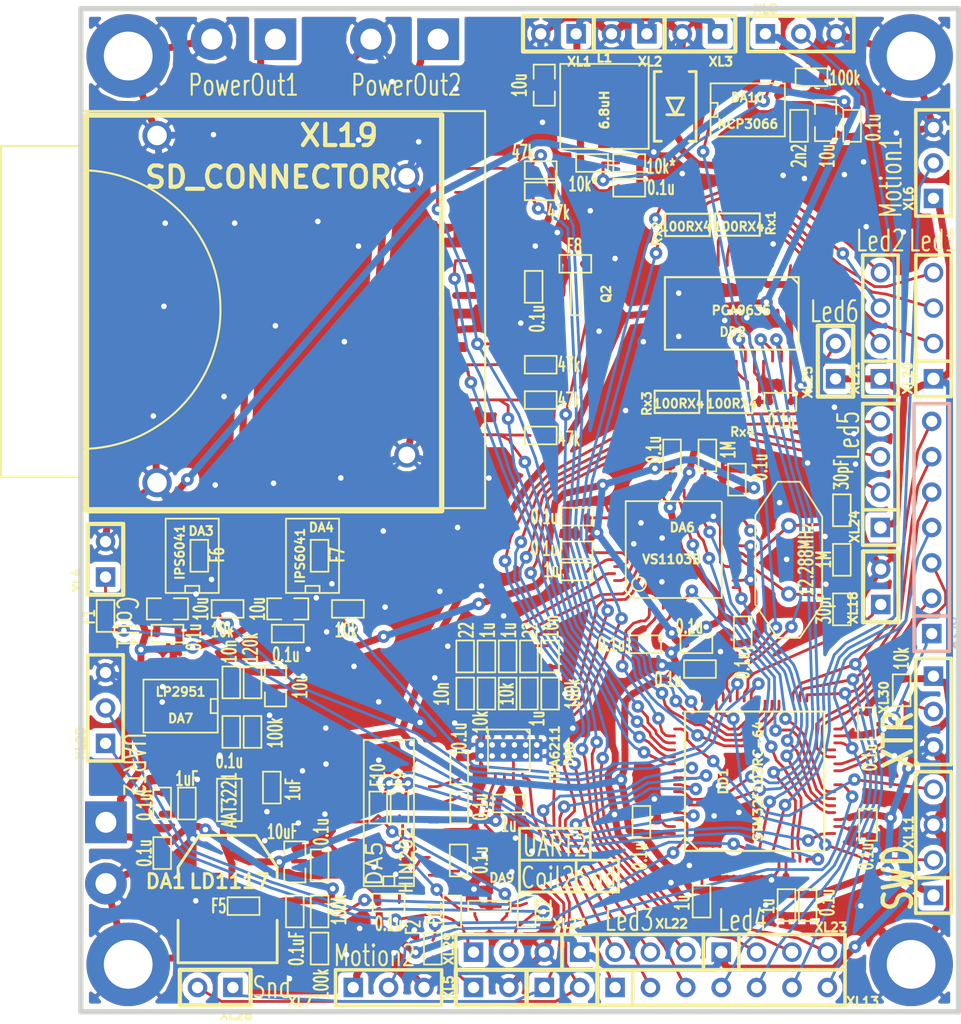
<source format=kicad_pcb>
(kicad_pcb (version 20200119) (host pcbnew "(5.99.0-1126-gba8c3a558)")
  (title_block (date "24 jan 2012"))
  (layers (0 "Front" signal) (31 "Back" signal hide) (34 "B.Paste" user) (35 "F.Paste" user) (36 "B.SilkS" user) (37 "F.SilkS" user) (38 "B.Mask" user) (39 "F.Mask" user) (44 "Edge.Cuts" user))
  (net 0 "")
  (net 1 "+3.3V")
  (net 2 "+5V")
  (net 3 "+BATT")
  (net 4 "/AMPLF_SHDN")
  (net 5 "/Ch1_IN")
  (net 6 "/Ch1_OUT")
  (net 7 "/Ch2_IN")
  (net 8 "/Ch2_OUT")
  (net 9 "/Coil1")
  (net 10 "/Coil2")
  (net 11 "/I2C_SCL")
  (net 12 "/I2C_SDA")
  (net 13 "/KBD1_1")
  (net 14 "/KBD1_2")
  (net 15 "/KBD1_3")
  (net 16 "/KBD2_1")
  (net 17 "/KBD2_2")
  (net 18 "/KBD2_3")
  (net 19 "/KBD_4")
  (net 20 "/KBD_5")
  (net 21 "/KBD_6")
  (net 22 "/KBD_7")
  (net 23 "/LED_OE")
  (net 24 "/LEFT")
  (net 25 "/LaserOn")
  (net 26 "/LaserOut")
  (net 27 "/MotionSns1")
  (net 28 "/MotionSns2")
  (net 29 "/PhotoSns")
  (net 30 "/RIGHT")
  (net 31 "/RX2")
  (net 32 "/RedL")
  (net 33 "/SD_CLK")
  (net 34 "/SD_CMD")
  (net 35 "/SD_DAT0")
  (net 36 "/SD_DAT1")
  (net 37 "/SD_DAT2")
  (net 38 "/SD_DAT3")
  (net 39 "/SD_DETECT")
  (net 40 "/SD_POWER")
  (net 41 "/SD_VDD")
  (net 42 "/SWCLK")
  (net 43 "/SWDIO")
  (net 44 "/TX1")
  (net 45 "/TX2")
  (net 46 "/UBatADC")
  (net 47 "/VS_DREQ")
  (net 48 "/VS_RST")
  (net 49 "/VS_SCLK")
  (net 50 "/VS_SI")
  (net 51 "/VS_SO")
  (net 52 "/VS_XCS")
  (net 53 "/VS_XDCS")
  (net 54 "/XOTAR_IN")
  (net 55 "GND")
  (net 56 "N-000014")
  (net 57 "N-000016")
  (net 58 "N-000017")
  (net 59 "N-000021")
  (net 60 "N-000023")
  (net 61 "N-000024")
  (net 62 "N-000025")
  (net 63 "N-000027")
  (net 64 "N-000028")
  (net 65 "N-000029")
  (net 66 "N-000030")
  (net 67 "N-000031")
  (net 68 "N-000032")
  (net 69 "N-000033")
  (net 70 "N-000034")
  (net 71 "N-000038")
  (net 72 "N-000039")
  (net 73 "N-000040")
  (net 74 "N-000041")
  (net 75 "N-000042")
  (net 76 "N-000043")
  (net 77 "N-000044")
  (net 78 "N-000045")
  (net 79 "N-000046")
  (net 80 "N-000047")
  (net 81 "N-000048")
  (net 82 "N-000049")
  (net 83 "N-000050")
  (net 84 "N-000051")
  (net 85 "N-000052")
  (net 86 "N-000053")
  (net 87 "N-000054")
  (net 88 "N-000055")
  (net 89 "N-000056")
  (net 90 "N-000060")
  (net 91 "N-000061")
  (net 92 "N-000062")
  (net 93 "N-000064")
  (net 94 "N-000065")
  (net 95 "N-000066")
  (net 96 "N-000067")
  (net 97 "N-000068")
  (net 98 "N-000069")
  (net 99 "N-000071")
  (net 100 "N-000094")
  (net 101 "N-000095")
  (net 102 "N-000106")
  (net 103 "N-000107")
  (net 104 "N-000119")
  (net 105 "N-000120")
  (net 106 "N-000123")
  (net 107 "N-000126")
  (net 108 "N-000127")
  (net 109 "N-000131")
  (net 110 "N-000132")
  (net 111 "N-000133")
  (net 112 "N-000134")
  (net 113 "N-000135")
  (net 114 "N-000136")
  (net 115 "N-000142")
  (net 116 "N-000147")
  (net 117 "N-000148")
  (net 118 "VAA")
  (module "SSOP28" (layer "Front") (at 151.13 76.073 180)
    (fp_text reference "DD2" (at -0.0635 -1.3335 180) (layer "F.SilkS") (effects (font (size 0.635 0.635) (thickness 0.14986))))
    (fp_text value "PCA9635" (at -0.68072 0.21082 180) (layer "F.SilkS") (effects (font (size 0.635 0.635) (thickness 0.14986))))
  )
  (module "SOT23-5" (layer "Front") (at 115.062 110.998 -90)
    (fp_text reference "DA2" hide)
    (fp_text value "AAT3221" (at 0 0 -90) (layer "F.SilkS") (effects (font (size 1.00076 0.635) (thickness 0.14986))))
  )
  (module "SOT23" (layer "Front") (at 139.954 74.676 -90)
    (fp_text reference "Q2" (at 0 -2.159 -90) (layer "F.SilkS") (effects (font (size 0.635 0.635) (thickness 0.14986))))
    (fp_text value "IRLML6302" hide)
  )
  (module "SOT23" (layer "Front") (at 133.731 118.618 180)
    (fp_text reference "DA9" (at -0.889 2.032 180) (layer "F.SilkS") (effects (font (size 0.635 0.635) (thickness 0.14986))))
    (fp_text value "PESD1CAN" hide)
  )
  (module "SOT223" (layer "Front") (at 114.935 118.11)
    (fp_text reference "DA1" (at -4.445 -1.27) (layer "F.SilkS") (effects (font (size 1.016 1.016) (thickness 0.2032))))
    (fp_text value "LD1117" (at 0.127 -1.27) (layer "F.SilkS") (effects (font (size 1.016 1.016) (thickness 0.2032))))
  )
  (module "SO8E" (layer "Front") (at 121.031 93.472 90)
    (fp_text reference "DA4" (at 2.032 0.635 180) (layer "F.SilkS") (effects (font (size 0.635 0.635) (thickness 0.14986))))
    (fp_text value "IPS6041" (at 0 -0.889 90) (layer "F.SilkS") (effects (font (size 0.635 0.635) (thickness 0.14986))))
  )
  (module "SO8E" (layer "Front") (at 111.55934 104.25684 180)
    (fp_text reference "DA7" (at 0 -0.889 180) (layer "F.SilkS") (effects (font (size 0.635 0.635) (thickness 0.14986))))
    (fp_text value "LP2951" (at 0 1.016 180) (layer "F.SilkS") (effects (font (size 0.635 0.635) (thickness 0.14986))))
  )
  (module "SO8E" (layer "Front") (at 112.395 93.472 90)
    (fp_text reference "DA3" (at 1.778 0.635 180) (layer "F.SilkS") (effects (font (size 0.635 0.635) (thickness 0.14986))))
    (fp_text value "IPS6041" (at 0.254 -0.889 90) (layer "F.SilkS") (effects (font (size 0.635 0.635) (thickness 0.14986))))
  )
  (module "SO16_150" (layer "Front") (at 126.51232 112.58296 90)
    (fp_text reference "DA5" (at -2.98704 -1.03632 90) (layer "F.SilkS") (effects (font (size 1.143 1.143) (thickness 0.1524))))
    (fp_text value "HIN202" (at -2.73304 1.24968 90) (layer "F.SilkS") (effects (font (size 0.889 0.889) (thickness 0.1524))))
  )
  (module "SMD0805" (layer "Front") (at 119.761 115.443 90)
    (fp_text reference "C5" hide)
    (fp_text value "10uF" (at 2.159 -0.889 180) (layer "F.SilkS") (effects (font (size 1.00076 0.59944) (thickness 0.14986))))
  )
  (module "SMD0805" (layer "Front") (at 118.37416 102.81158 -90)
    (fp_text reference "C40" hide)
    (fp_text value "10u" (at 0.05842 -1.76784 -90) (layer "F.SilkS") (effects (font (size 1.00076 0.59944) (thickness 0.14986))))
  )
  (module "SMD0805" (layer "Front") (at 137.668 59.69 90)
    (fp_text reference "C2" hide)
    (fp_text value "10u" (at 0 -1.778 90) (layer "F.SilkS") (effects (font (size 1.00076 0.59944) (thickness 0.14986))))
  )
  (module "SMD0805" (layer "Front") (at 110.617 97.282)
    (fp_text reference "C17" hide)
    (fp_text value "10u" (at 2.413 0 90) (layer "F.SilkS") (effects (font (size 1.00076 0.59944) (thickness 0.14986))))
  )
  (module "SMD0805" (layer "Front") (at 119.253 97.282)
    (fp_text reference "C18" hide)
    (fp_text value "10u" (at -2.159 0 90) (layer "F.SilkS") (effects (font (size 1.00076 0.59944) (thickness 0.14986))))
  )
  (module "SMD0603_FUSE" (layer "Front") (at 136.398 118.999 -90)
    (fp_text reference "F12" (at -0.0635 -1.27 -90) (layer "F.SilkS") (effects (font (size 1.00076 0.59944) (thickness 0.14986))))
    (fp_text value "FUSE0R" hide)
  )
  (module "SMD0603_FUSE" (layer "Front") (at 131.064 118.999 -90)
    (fp_text reference "F11" (at 0.127 1.27 -90) (layer "F.SilkS") (effects (font (size 1.00076 0.59944) (thickness 0.14986))))
    (fp_text value "FUSE0R" hide)
  )
  (module "SMD0603_FUSE" (layer "Front") (at 125.75032 111.53902 90)
    (fp_text reference "F10" (at 2.31902 -0.02032 90) (layer "F.SilkS") (effects (font (size 1.00076 0.59944) (thickness 0.14986))))
    (fp_text value "FUSE0R" hide)
  )
  (module "SMD0603_FUSE" (layer "Front") (at 127.27432 111.53902 90)
    (fp_text reference "F9" (at 2.06502 -0.02032 90) (layer "F.SilkS") (effects (font (size 1.00076 0.59944) (thickness 0.14986))))
    (fp_text value "FUSE0R" hide)
  )
  (module "SMD0603_FUSE" (layer "Front") (at 139.89304 72.51446)
    (fp_text reference "F8" (at -0.0635 -1.27) (layer "F.SilkS") (effects (font (size 1.00076 0.59944) (thickness 0.14986))))
    (fp_text value "FUSE0R" hide)
  )
  (module "SMD0603_FUSE" (layer "Front") (at 121.539 93.472 -90)
    (fp_text reference "F7" (at -0.0635 -1.27 -90) (layer "F.SilkS") (effects (font (size 1.00076 0.59944) (thickness 0.14986))))
    (fp_text value "FUSE0R" hide)
  )
  (module "SMD0603_FUSE" (layer "Front") (at 112.903 93.472 -90)
    (fp_text reference "F6" (at -0.0635 -1.27 -90) (layer "F.SilkS") (effects (font (size 1.00076 0.59944) (thickness 0.14986))))
    (fp_text value "FUSE0R" hide)
  )
  (module "SMD0603_FUSE" (layer "Front") (at 116.078 118.618)
    (fp_text reference "F5" (at -1.778 0) (layer "F.SilkS") (effects (font (size 1.00076 0.59944) (thickness 0.14986))))
    (fp_text value "FUSE0R" hide)
  )
  (module "SMD0603_FUSE" (layer "Front") (at 129.667 121.666 -90)
    (fp_text reference "F2" (at -1.524 1.397 -90) (layer "F.SilkS") (effects (font (size 1.00076 0.59944) (thickness 0.14986))))
    (fp_text value "FUSE0R" hide)
  )
  (module "SMD0603_FUSE" (layer "Front") (at 106.172 97.79 90)
    (fp_text reference "F1" (at -0.0635 -1.27 90) (layer "F.SilkS") (effects (font (size 1.00076 0.59944) (thickness 0.14986))))
    (fp_text value "FUSE0R" hide)
  )
  (module "SMD0603" (layer "Front") (at 163.322 103.124 -90)
    (fp_text reference "R20" hide)
    (fp_text value "10k" (at -2.286 0 -90) (layer "F.SilkS") (effects (font (size 1.00076 0.59944) (thickness 0.14986))))
  )
  (module "SMD0603" (layer "Front") (at 149.3774 86.26856 -90)
    (fp_text reference "R19" hide)
    (fp_text value "1M" (at -0.41656 -1.4986 -90) (layer "F.SilkS") (effects (font (size 1.00076 0.59944) (thickness 0.14986))))
  )
  (module "SMD0603" (layer "Front") (at 136.5631 100.69322 -90)
    (fp_text reference "R18" hide)
    (fp_text value "22" (at -1.88722 -0.0889 -90) (layer "F.SilkS") (effects (font (size 1.00076 0.59944) (thickness 0.14986))))
  )
  (module "SMD0603" (layer "Front") (at 116.72316 106.11358 -90)
    (fp_text reference "R17" hide)
    (fp_text value "100k" (at 0.05842 -1.64084 -90) (layer "F.SilkS") (effects (font (size 1.00076 0.59944) (thickness 0.14986))))
  )
  (module "SMD0603" (layer "Front") (at 116.72316 102.55758 -90)
    (fp_text reference "R16" hide)
    (fp_text value "120k" (at -2.48158 0.13716 -90) (layer "F.SilkS") (effects (font (size 1.00076 0.59944) (thickness 0.14986))))
  )
  (module "SMD0603" (layer "Front") (at 131.9911 100.69322 90)
    (fp_text reference "R15" hide)
    (fp_text value "22" (at 1.88722 0.0889 90) (layer "F.SilkS") (effects (font (size 1.00076 0.59944) (thickness 0.14986))))
  )
  (module "SMD0603" (layer "Front") (at 135.0391 103.36022 -90)
    (fp_text reference "R14" hide)
    (fp_text value "10k" (at 0.02032 0.0889 -90) (layer "F.SilkS") (effects (font (size 1.00076 0.59944) (thickness 0.14986))))
  )
  (module "SMD0603" (layer "Front") (at 133.5151 103.36022 -90)
    (fp_text reference "R13" hide)
    (fp_text value "10k" (at 2.04978 0.4191 -90) (layer "F.SilkS") (effects (font (size 1.00076 0.59944) (thickness 0.14986))))
  )
  (module "SMD0603" (layer "Front") (at 159.0294 93.76156 90)
    (fp_text reference "R12" hide)
    (fp_text value "1M" (at 0.03556 -1.2954 90) (layer "F.SilkS") (effects (font (size 1.00076 0.59944) (thickness 0.14986))))
  )
  (module "SMD0603" (layer "Front") (at 138.0871 103.36022 -90)
    (fp_text reference "R11" hide)
    (fp_text value "100k" (at 0.01778 -1.6129 -90) (layer "F.SilkS") (effects (font (size 1.00076 0.59944) (thickness 0.14986))))
  )
  (module "SMD0603" (layer "Front") (at 137.414 84.836 180)
    (fp_text reference "R10" hide)
    (fp_text value "47k" (at -2.032 -0.254 180) (layer "F.SilkS") (effects (font (size 1.00076 0.59944) (thickness 0.14986))))
  )
  (module "SMD0603" (layer "Front") (at 137.414 65.786 180)
    (fp_text reference "R9" hide)
    (fp_text value "47k" (at 1.27 1.27 180) (layer "F.SilkS") (effects (font (size 1.00076 0.59944) (thickness 0.14986))))
  )
  (module "SMD0603" (layer "Front") (at 137.414 67.31 180)
    (fp_text reference "R8" hide)
    (fp_text value "47k" (at -1.27 -1.524 180) (layer "F.SilkS") (effects (font (size 1.00076 0.59944) (thickness 0.14986))))
  )
  (module "SMD0603" (layer "Front") (at 137.414 79.756 180)
    (fp_text reference "R7" hide)
    (fp_text value "47k" (at -2.032 0 180) (layer "F.SilkS") (effects (font (size 1.00076 0.59944) (thickness 0.14986))))
  )
  (module "SMD0603" (layer "Front") (at 137.414 82.296 180)
    (fp_text reference "R6" hide)
    (fp_text value "47k" (at -2.032 0 180) (layer "F.SilkS") (effects (font (size 1.00076 0.59944) (thickness 0.14986))))
  )
  (module "SMD0603" (layer "Front") (at 121.539 121.666 -90)
    (fp_text reference "R5" hide)
    (fp_text value "100k" (at 2.54 -0.127 -90) (layer "F.SilkS") (effects (font (size 1.00076 0.59944) (thickness 0.14986))))
  )
  (module "SMD0603" (layer "Front") (at 121.539 118.999 -90)
    (fp_text reference "R4" hide)
    (fp_text value "100k" (at -0.127 -1.397 -90) (layer "F.SilkS") (effects (font (size 1.00076 0.59944) (thickness 0.14986))))
  )
  (module "SMD0603" (layer "Front") (at 123.571 97.282)
    (fp_text reference "R3" hide)
    (fp_text value "10k" (at -0.127 1.524) (layer "F.SilkS") (effects (font (size 1.00076 0.59944) (thickness 0.14986))))
  )
  (module "SMD0603" (layer "Front") (at 114.935 97.282)
    (fp_text reference "R2" hide)
    (fp_text value "10k" (at -0.381 1.524) (layer "F.SilkS") (effects (font (size 1.00076 0.59944) (thickness 0.14986))))
  )
  (module "SMD0603" (layer "Front") (at 143.764 65.278)
    (fp_text reference "R1" hide)
    (fp_text value "10k*" (at 2.286 0.254) (layer "F.SilkS") (effects (font (size 1.00076 0.59944) (thickness 0.14986))))
  )
  (module "SMD0603" (layer "Front") (at 143.764 67.056)
    (fp_text reference "C3" hide)
    (fp_text value "0.1u" (at 2.286 0) (layer "F.SilkS") (effects (font (size 1.00076 0.59944) (thickness 0.14986))))
  )
  (module "SMD0603" (layer "Front") (at 119.761 118.999 -90)
    (fp_text reference "C4" hide)
    (fp_text value "0.1uF" (at 2.667 -0.127 -90) (layer "F.SilkS") (effects (font (size 1.00076 0.59944) (thickness 0.14986))))
  )
  (module "SMD0603" (layer "Front") (at 148.9583 118.29034 -90)
    (fp_text reference "C6" hide)
    (fp_text value "1u" (at 0.07366 1.3843 -90) (layer "F.SilkS") (effects (font (size 1.00076 0.59944) (thickness 0.14986))))
  )
  (module "SMD0603" (layer "Front") (at 160.81502 105.50398 -90)
    (fp_text reference "C7" hide)
    (fp_text value "0.1u" (at 2.44602 -0.22098 -90) (layer "F.SilkS") (effects (font (size 1.00076 0.59944) (thickness 0.14986))))
  )
  (module "SMD0603" (layer "Front") (at 148.844 101.6)
    (fp_text reference "C8" hide)
    (fp_text value "0.1u" (at -2.286 0.762) (layer "F.SilkS") (effects (font (size 1.00076 0.59944) (thickness 0.14986))))
  )
  (module "SMD0603" (layer "Front") (at 135.0391 100.69322 90)
    (fp_text reference "C26" hide)
    (fp_text value "1u" (at 1.88722 0.0889 90) (layer "F.SilkS") (effects (font (size 1.00076 0.59944) (thickness 0.14986))))
  )
  (module "SMD0603" (layer "Front") (at 159.0294 90.20556 90)
    (fp_text reference "C25" hide)
    (fp_text value "30pF" (at 2.57556 -0.0254 90) (layer "F.SilkS") (effects (font (size 1.00076 0.59944) (thickness 0.14986))))
  )
  (module "SMD0603" (layer "Front") (at 131.5593 111.52886 -90)
    (fp_text reference "C24" hide)
    (fp_text value "0.1u" (at -0.02286 -1.5367 -90) (layer "F.SilkS") (effects (font (size 1.00076 0.59944) (thickness 0.14986))))
  )
  (module "SMD0603" (layer "Front") (at 131.52374 115.33632 -90)
    (fp_text reference "C23" hide)
    (fp_text value "0.1u" (at -0.02032 -1.57226 -90) (layer "F.SilkS") (effects (font (size 1.00076 0.59944) (thickness 0.14986))))
  )
  (module "SMD0603" (layer "Front") (at 159.0294 97.31756 -90)
    (fp_text reference "C22" hide)
    (fp_text value "30pF" (at -0.03556 1.2954 -90) (layer "F.SilkS") (effects (font (size 1.00076 0.59944) (thickness 0.14986))))
  )
  (module "SMD0603" (layer "Front") (at 136.906 74.168 90)
    (fp_text reference "C21" hide)
    (fp_text value "0.1u" (at -2.286 0.254 90) (layer "F.SilkS") (effects (font (size 1.00076 0.59944) (thickness 0.14986))))
  )
  (module "SMD0603" (layer "Front") (at 154.6098 82.41538 180)
    (fp_text reference "C20" hide)
    (fp_text value "0.1u" (at -0.0762 -1.40462 180) (layer "F.SilkS") (effects (font (size 1.00076 0.59944) (thickness 0.14986))))
  )
  (module "SMD0603" (layer "Front") (at 118.11 110.109 -90)
    (fp_text reference "C19" hide)
    (fp_text value "1uF" (at 0.127 -1.524 -90) (layer "F.SilkS") (effects (font (size 1.00076 0.59944) (thickness 0.14986))))
  )
  (module "SMD0603" (layer "Front") (at 155.0543 118.54434 -90)
    (fp_text reference "C16" hide)
    (fp_text value "1u" (at 0.07366 1.3843 -90) (layer "F.SilkS") (effects (font (size 1.00076 0.59944) (thickness 0.14986))))
  )
  (module "SMD0603" (layer "Front") (at 119.253 99.06)
    (fp_text reference "C15" hide)
    (fp_text value "0.1u" (at -0.127 1.524) (layer "F.SilkS") (effects (font (size 1.00076 0.59944) (thickness 0.14986))))
  )
  (module "SMD0603" (layer "Front") (at 110.617 99.06)
    (fp_text reference "C14" hide)
    (fp_text value "0.1u" (at 1.905 0.254 90) (layer "F.SilkS") (effects (font (size 1.00076 0.59944) (thickness 0.14986))))
  )
  (module "SMD0603" (layer "Front") (at 156.5783 118.54434 -90)
    (fp_text reference "C13" hide)
    (fp_text value "0.1u" (at -0.18034 -1.4097 -90) (layer "F.SilkS") (effects (font (size 1.00076 0.59944) (thickness 0.14986))))
  )
  (module "SMD0603" (layer "Front") (at 110.236 111.252 90)
    (fp_text reference "C12" hide)
    (fp_text value "0.1uF" (at 0 -1.27 90) (layer "F.SilkS") (effects (font (size 1.00076 0.59944) (thickness 0.14986))))
  )
  (module "SMD0603" (layer "Front") (at 112.014 111.252 90)
    (fp_text reference "C11" hide)
    (fp_text value "1uF" (at 1.778 0 180) (layer "F.SilkS") (effects (font (size 1.00076 0.59944) (thickness 0.14986))))
  )
  (module "SMD0603" (layer "Front") (at 160.909 112.776 -90)
    (fp_text reference "C10" hide)
    (fp_text value "0.1u" (at 2.286 0.127 -90) (layer "F.SilkS") (effects (font (size 1.00076 0.59944) (thickness 0.14986))))
  )
  (module "SMD0603" (layer "Front") (at 144.6403 112.57534 90)
    (fp_text reference "C9" hide)
    (fp_text value "0.1u" (at -2.48666 -0.1143 90) (layer "F.SilkS") (effects (font (size 1.00076 0.59944) (thickness 0.14986))))
  )
  (module "SMD0603" (layer "Front") (at 144.907 99.822 180)
    (fp_text reference "C45" hide)
    (fp_text value "0.1u" (at 2.413 0 180) (layer "F.SilkS") (effects (font (size 1.00076 0.59944) (thickness 0.14986))))
  )
  (module "SMD0603" (layer "Front") (at 135.128 111.252)
    (fp_text reference "C44" hide)
    (fp_text value "1u" (at 0 1.524) (layer "F.SilkS") (effects (font (size 1.00076 0.59944) (thickness 0.14986))))
  )
  (module "SMD0603" (layer "Front") (at 151.9174 98.96856 -90)
    (fp_text reference "C43" hide)
    (fp_text value "0.1u" (at 2.37744 0.0254 -90) (layer "F.SilkS") (effects (font (size 1.00076 0.59944) (thickness 0.14986))))
  )
  (module "SMD0603" (layer "Front") (at 148.59 99.822)
    (fp_text reference "C42" hide)
    (fp_text value "0.1u" (at -0.508 -1.27) (layer "F.SilkS") (effects (font (size 1.00076 0.59944) (thickness 0.14986))))
  )
  (module "SMD0603" (layer "Front") (at 151.49576 88.00592 90)
    (fp_text reference "C41" hide)
    (fp_text value "0.1u" (at 0.88392 1.66624 90) (layer "F.SilkS") (effects (font (size 1.00076 0.59944) (thickness 0.14986))))
  )
  (module "SMD0603" (layer "Front") (at 110.236 114.808 -90)
    (fp_text reference "C1" hide)
    (fp_text value "0.1u" (at 0 1.27 -90) (layer "F.SilkS") (effects (font (size 1.00076 0.59944) (thickness 0.14986))))
  )
  (module "SMD0603" (layer "Front") (at 146.8374 86.26856 90)
    (fp_text reference "C39" hide)
    (fp_text value "0.1u" (at 0.41656 -1.2954 90) (layer "F.SilkS") (effects (font (size 1.00076 0.59944) (thickness 0.14986))))
  )
  (module "SMD0603" (layer "Front") (at 139.98448 90.66276 180)
    (fp_text reference "C38" hide)
    (fp_text value "0.1u" (at 2.31648 -0.01524 180) (layer "F.SilkS") (effects (font (size 1.00076 0.59944) (thickness 0.14986))))
  )
  (module "SMD0603" (layer "Front") (at 115.19916 102.55758 -90)
    (fp_text reference "C37" hide)
    (fp_text value "10n" (at -2.22758 0.13716 -90) (layer "F.SilkS") (effects (font (size 1.00076 0.59944) (thickness 0.14986))))
  )
  (module "SMD0603" (layer "Front") (at 138.0871 100.69322 90)
    (fp_text reference "C36" hide)
    (fp_text value "10n" (at 2.14122 0.0889 90) (layer "F.SilkS") (effects (font (size 1.00076 0.59944) (thickness 0.14986))))
  )
  (module "SMD0603" (layer "Front") (at 139.98448 93.07576 180)
    (fp_text reference "C35" hide)
    (fp_text value "0.1u" (at 2.31648 0.11176 180) (layer "F.SilkS") (effects (font (size 1.00076 0.59944) (thickness 0.14986))))
  )
  (module "SMD0603" (layer "Front") (at 131.9911 103.36022 90)
    (fp_text reference "C34" hide)
    (fp_text value "10n" (at -0.01778 -1.6891 90) (layer "F.SilkS") (effects (font (size 1.00076 0.59944) (thickness 0.14986))))
  )
  (module "SMD0603" (layer "Front") (at 131.5593 108.73486 90)
    (fp_text reference "C33" hide)
    (fp_text value "0.1u" (at 2.30886 0.0127 90) (layer "F.SilkS") (effects (font (size 1.00076 0.59944) (thickness 0.14986))))
  )
  (module "SMD0603" (layer "Front") (at 126.492 118.364 180)
    (fp_text reference "C32" hide)
    (fp_text value "0.1u" (at 0 -1.524 180) (layer "F.SilkS") (effects (font (size 1.00076 0.59944) (thickness 0.14986))))
  )
  (module "SMD0603" (layer "Front") (at 121.539 115.697 -90)
    (fp_text reference "C31" hide)
    (fp_text value "0.1u" (at -2.413 -0.127 -90) (layer "F.SilkS") (effects (font (size 1.00076 0.59944) (thickness 0.14986))))
  )
  (module "SMD0603" (layer "Front") (at 136.5631 103.36022 90)
    (fp_text reference "C30" hide)
    (fp_text value "1u" (at -1.79578 0.5969 90) (layer "F.SilkS") (effects (font (size 1.00076 0.59944) (thickness 0.14986))))
  )
  (module "SMD0603" (layer "Front") (at 115.19916 106.11358 -90)
    (fp_text reference "C29" hide)
    (fp_text value "0.1u" (at 2.09042 0.13716) (layer "F.SilkS") (effects (font (size 1.00076 0.59944) (thickness 0.14986))))
  )
  (module "SMD0603" (layer "Front") (at 133.5151 100.69322 90)
    (fp_text reference "C28" hide)
    (fp_text value "1u" (at 1.88722 0.0889 90) (layer "F.SilkS") (effects (font (size 1.00076 0.59944) (thickness 0.14986))))
  )
  (module "SMD0603" (layer "Front") (at 139.98448 94.59976 180)
    (fp_text reference "C27" hide)
    (fp_text value "1u" (at 1.80848 0.11176 180) (layer "F.SilkS") (effects (font (size 1.00076 0.59944) (thickness 0.14986))))
  )
  (module "SIL1_SQUARE_1MM5" (layer "Front") (at 130.048 56.388)
    (fp_text reference "XL16" hide)
    (fp_text value "CONN_1" hide)
    (pad "1" thru_hole rect (at 0 0) (size 2.99974 2.99974) (drill 1.50114) (layers))
  )
  (module "SIL1_SQUARE_1MM5" (layer "Front") (at 118.364 56.388)
    (fp_text reference "XL14" hide)
    (fp_text value "CONN_1" hide)
    (pad "1" thru_hole rect (at 0 0) (size 2.99974 2.99974) (drill 1.50114) (layers))
  )
  (module "SIL1_SQUARE_1MM5" (layer "Front") (at 106.19994 112.60074)
    (fp_text reference "XL9" hide)
    (fp_text value "CONN_1" hide)
    (pad "1" thru_hole rect (at 0 0) (size 2.99974 2.99974) (drill 1.50114) (layers))
  )
  (module "SIL1_ROUND_1MM5" (layer "Front") (at 125.222 56.388)
    (fp_text reference "XL17" hide)
    (fp_text value "CONN_1" hide)
    (pad "1" thru_hole circle (at 0 0) (size 2.99974 2.99974) (drill 1.50114) (layers))
  )
  (module "SIL1_ROUND_1MM5" (layer "Front") (at 113.792 56.388)
    (fp_text reference "XL15" hide)
    (fp_text value "CONN_1" hide)
    (pad "1" thru_hole circle (at 0 0) (size 2.99974 2.99974) (drill 1.50114) (layers))
  )
  (module "SIL1_ROUND_1MM5" (layer "Front") (at 106.19994 117.00002)
    (fp_text reference "XL10" hide)
    (fp_text value "CONN_1" hide)
    (pad "1" thru_hole circle (at 0 0) (size 2.99974 2.99974) (drill 1.50114) (layers))
  )
  (module "SIL-7" (layer "Front") (at 151.638 124.46)
    (fp_text reference "XL13" (at 8.89 1.016) (layer "F.SilkS") (effects (font (size 0.635 0.635) (thickness 0.16002))))
    (fp_text value "CONN_7" hide)
    (pad "7" thru_hole circle (at 6.35 0) (size 1.397 1.397) (drill 0.8128) (layers))
    (pad "6" thru_hole circle (at 3.81 0) (size 1.397 1.397) (drill 0.8128) (layers))
    (pad "5" thru_hole circle (at 1.27 0) (size 1.397 1.397) (drill 0.8128) (layers))
    (pad "4" thru_hole circle (at -1.27 0) (size 1.397 1.397) (drill 0.8128) (layers))
    (pad "3" thru_hole circle (at -3.81 0) (size 1.397 1.397) (drill 0.8128) (layers))
    (pad "2" thru_hole circle (at -6.35 0) (size 1.397 1.397) (drill 0.8128) (layers))
    (pad "1" thru_hole rect (at -8.89 0) (size 1.397 1.397) (drill 0.8128) (layers))
  )
  (module "SIL-7" (layer "Back") (at 165.481 90.17 90)
    (fp_text reference "XL12" (at -8.84936 1.95072 90) (layer "B.SilkS") (effects (font (size 0.635 0.635) (thickness 0.16002)) (justify mirror)))
    (fp_text value "CONN_7" hide)
    (pad "7" thru_hole circle (at 6.35 0 90) (size 1.397 1.397) (drill 0.8128) (layers))
    (pad "6" thru_hole circle (at 3.81 0 90) (size 1.397 1.397) (drill 0.8128) (layers))
    (pad "5" thru_hole circle (at 1.27 0 90) (size 1.397 1.397) (drill 0.8128) (layers))
    (pad "4" thru_hole circle (at -1.27 0 90) (size 1.397 1.397) (drill 0.8128) (layers))
    (pad "3" thru_hole circle (at -3.81 0 90) (size 1.397 1.397) (drill 0.8128) (layers))
    (pad "2" thru_hole circle (at -6.35 0 90) (size 1.397 1.397) (drill 0.8128) (layers))
    (pad "1" thru_hole rect (at -8.89 0 90) (size 1.397 1.397) (drill 0.8128) (layers))
  )
  (module "SIL-4" (layer "Front") (at 165.608 76.962 90)
    (fp_text reference "XL20" (at -3.74904 -1.84912 90) (layer "F.SilkS") (effects (font (size 0.635 0.635) (thickness 0.16002))))
    (fp_text value "CONN_4" hide)
    (pad "4" thru_hole circle (at 3.81 0 90) (size 1.39954 1.39954) (drill 0.89916) (layers))
    (pad "3" thru_hole circle (at 1.27 0 90) (size 1.39954 1.39954) (drill 0.89916) (layers))
    (pad "2" thru_hole circle (at -1.27 0 90) (size 1.39954 1.39954) (drill 0.89916) (layers))
    (pad "1" thru_hole rect (at -3.81 0 90) (size 1.39954 1.39954) (drill 0.89916) (layers))
  )
  (module "SIL-4" (layer "Front") (at 161.798 76.962 90)
    (fp_text reference "XL21" (at -3.74904 -1.84912 90) (layer "F.SilkS") (effects (font (size 0.635 0.635) (thickness 0.16002))))
    (fp_text value "CONN_4" hide)
    (pad "4" thru_hole circle (at 3.81 0 90) (size 1.39954 1.39954) (drill 0.89916) (layers))
    (pad "3" thru_hole circle (at 1.27 0 90) (size 1.39954 1.39954) (drill 0.89916) (layers))
    (pad "2" thru_hole circle (at -1.27 0 90) (size 1.39954 1.39954) (drill 0.89916) (layers))
    (pad "1" thru_hole rect (at -3.81 0 90) (size 1.39954 1.39954) (drill 0.89916) (layers))
  )
  (module "SIL-4" (layer "Front") (at 144.018 121.92)
    (fp_text reference "XL22" (at 2.794 -2.032) (layer "F.SilkS") (effects (font (size 0.635 0.635) (thickness 0.16002))))
    (fp_text value "CONN_4" hide)
    (pad "4" thru_hole circle (at 3.81 0) (size 1.39954 1.39954) (drill 0.89916) (layers))
    (pad "3" thru_hole circle (at 1.27 0) (size 1.39954 1.39954) (drill 0.89916) (layers))
    (pad "2" thru_hole circle (at -1.27 0) (size 1.39954 1.39954) (drill 0.89916) (layers))
    (pad "1" thru_hole rect (at -3.81 0) (size 1.39954 1.39954) (drill 0.89916) (layers))
  )
  (module "SIL-4" (layer "Front") (at 154.178 121.92)
    (fp_text reference "XL23" (at 4.064 -1.778) (layer "F.SilkS") (effects (font (size 0.635 0.635) (thickness 0.16002))))
    (fp_text value "CONN_4" hide)
    (pad "4" thru_hole circle (at 3.81 0) (size 1.39954 1.39954) (drill 0.89916) (layers))
    (pad "3" thru_hole circle (at 1.27 0) (size 1.39954 1.39954) (drill 0.89916) (layers))
    (pad "2" thru_hole circle (at -1.27 0) (size 1.39954 1.39954) (drill 0.89916) (layers))
    (pad "1" thru_hole rect (at -3.81 0) (size 1.39954 1.39954) (drill 0.89916) (layers))
  )
  (module "SIL-4" (layer "Front") (at 161.798 87.63 90)
    (fp_text reference "XL24" (at -3.74904 -1.84912 90) (layer "F.SilkS") (effects (font (size 0.635 0.635) (thickness 0.16002))))
    (fp_text value "CONN_4" hide)
    (pad "4" thru_hole circle (at 3.81 0 90) (size 1.39954 1.39954) (drill 0.89916) (layers))
    (pad "3" thru_hole circle (at 1.27 0 90) (size 1.39954 1.39954) (drill 0.89916) (layers))
    (pad "2" thru_hole circle (at -1.27 0 90) (size 1.39954 1.39954) (drill 0.89916) (layers))
    (pad "1" thru_hole rect (at -3.81 0 90) (size 1.39954 1.39954) (drill 0.89916) (layers))
  )
  (module "SIL-4" (layer "Front") (at 165.608 114.046 90)
    (fp_text reference "XL11" (at 0.762 -1.778 90) (layer "F.SilkS") (effects (font (size 0.635 0.635) (thickness 0.16002))))
    (fp_text value "ST_SWD" hide)
    (pad "4" thru_hole circle (at 3.81 0 90) (size 1.39954 1.39954) (drill 0.89916) (layers))
    (pad "3" thru_hole circle (at 1.27 0 90) (size 1.39954 1.39954) (drill 0.89916) (layers))
    (pad "2" thru_hole circle (at -1.27 0 90) (size 1.39954 1.39954) (drill 0.89916) (layers))
    (pad "1" thru_hole rect (at -3.81 0 90) (size 1.39954 1.39954) (drill 0.89916) (layers))
  )
  (module "SIL-3" (layer "Front") (at 156.083 56.007)
    (fp_text reference "XL8" (at -2.54 -1.778) (layer "F.SilkS") (effects (font (size 0.635 0.635) (thickness 0.16002))))
    (fp_text value "CONN_3" hide)
    (pad "3" thru_hole circle (at 2.54 0) (size 1.397 1.397) (drill 0.8128) (layers))
    (pad "2" thru_hole circle (at 0 0) (size 1.397 1.397) (drill 0.8128) (layers))
    (pad "1" thru_hole rect (at -2.54 0) (size 1.397 1.397) (drill 0.8128) (layers))
  )
  (module "SIL-3" (layer "Front") (at 126.492 124.46)
    (fp_text reference "XL7" (at -6.35 1.016) (layer "F.SilkS") (effects (font (size 0.635 0.635) (thickness 0.16002))))
    (fp_text value "CONN_3" hide)
    (pad "3" thru_hole circle (at 2.54 0) (size 1.397 1.397) (drill 0.8128) (layers))
    (pad "2" thru_hole circle (at 0 0) (size 1.397 1.397) (drill 0.8128) (layers))
    (pad "1" thru_hole rect (at -2.54 0) (size 1.397 1.397) (drill 0.8128) (layers))
  )
  (module "SIL-3" (layer "Front") (at 106.172 104.394 90)
    (fp_text reference "XL28" (at -2.54 -1.778 90) (layer "F.SilkS") (effects (font (size 0.635 0.635) (thickness 0.16002))))
    (fp_text value "CONN_3" hide)
    (pad "3" thru_hole circle (at 2.54 0 90) (size 1.397 1.397) (drill 0.8128) (layers))
    (pad "2" thru_hole circle (at 0 0 90) (size 1.397 1.397) (drill 0.8128) (layers))
    (pad "1" thru_hole rect (at -2.54 0 90) (size 1.397 1.397) (drill 0.8128) (layers))
  )
  (module "SIL-3" (layer "Front") (at 135.128 121.92)
    (fp_text reference "XL29" (at -4.318 -0.254 90) (layer "F.SilkS") (effects (font (size 0.635 0.635) (thickness 0.16002))))
    (fp_text value "CONN_3" hide)
    (pad "3" thru_hole circle (at 2.54 0) (size 1.397 1.397) (drill 0.8128) (layers))
    (pad "2" thru_hole circle (at 0 0) (size 1.397 1.397) (drill 0.8128) (layers))
    (pad "1" thru_hole rect (at -2.54 0) (size 1.397 1.397) (drill 0.8128) (layers))
  )
  (module "SIL-3" (layer "Front") (at 165.608 104.648 -90)
    (fp_text reference "XL30" (at -1.016 3.556 -90) (layer "F.SilkS") (effects (font (size 0.635 0.635) (thickness 0.16002))))
    (fp_text value "CONN_3" hide)
    (pad "3" thru_hole circle (at 2.54 0 270) (size 1.397 1.397) (drill 0.8128) (layers))
    (pad "2" thru_hole circle (at 0 0 270) (size 1.397 1.397) (drill 0.8128) (layers))
    (pad "1" thru_hole rect (at -2.54 0 270) (size 1.397 1.397) (drill 0.8128) (layers))
  )
  (module "SIL-3" (layer "Front") (at 165.608 65.278 90)
    (fp_text reference "XL6" (at -2.54 -1.778 90) (layer "F.SilkS") (effects (font (size 0.635 0.635) (thickness 0.16002))))
    (fp_text value "CONN_3" hide)
    (pad "3" thru_hole circle (at 2.54 0 90) (size 1.397 1.397) (drill 0.8128) (layers))
    (pad "2" thru_hole circle (at 0 0 90) (size 1.397 1.397) (drill 0.8128) (layers))
    (pad "1" thru_hole rect (at -2.54 0 90) (size 1.397 1.397) (drill 0.8128) (layers))
  )
  (module "SIL-2" (layer "Front") (at 138.938 124.46)
    (fp_text reference "XL27" (at 0.508 -4.572) (layer "F.SilkS") (effects (font (size 0.635 0.635) (thickness 0.16002))))
    (fp_text value "CONN_2" hide)
    (pad "2" thru_hole circle (at 1.27 0) (size 1.397 1.397) (drill 0.8128) (layers))
    (pad "1" thru_hole rect (at -1.27 0) (size 1.397 1.397) (drill 0.8128) (layers))
  )
  (module "SIL-2" (layer "Front") (at 114.046 124.46 180)
    (fp_text reference "XL26" (at -1.50114 -1.99898 180) (layer "F.SilkS") (effects (font (size 0.635 0.635) (thickness 0.16002))))
    (fp_text value "CONN_2" hide)
    (pad "2" thru_hole circle (at 1.27 0 180) (size 1.397 1.397) (drill 0.8128) (layers))
    (pad "1" thru_hole rect (at -1.27 0 180) (size 1.397 1.397) (drill 0.8128) (layers))
  )
  (module "SIL-2" (layer "Front") (at 161.8234 95.69958 90)
    (fp_text reference "XL18" (at -1.50114 -1.99898 90) (layer "F.SilkS") (effects (font (size 0.635 0.635) (thickness 0.16002))))
    (fp_text value "CONN_2" hide)
    (pad "2" thru_hole circle (at 1.27 0 90) (size 1.397 1.397) (drill 0.8128) (layers))
    (pad "1" thru_hole rect (at -1.27 0 90) (size 1.397 1.397) (drill 0.8128) (layers))
  )
  (module "SIL-2" (layer "Front") (at 133.858 124.46)
    (fp_text reference "XL5" (at -3.048 0 90) (layer "F.SilkS") (effects (font (size 0.635 0.635) (thickness 0.16002))))
    (fp_text value "CONN_2" hide)
    (pad "2" thru_hole circle (at 1.27 0) (size 1.397 1.397) (drill 0.8128) (layers))
    (pad "1" thru_hole rect (at -1.27 0) (size 1.397 1.397) (drill 0.8128) (layers))
  )
  (module "SIL-2" (layer "Front") (at 106.172 93.726 90)
    (fp_text reference "XL4" (at -1.50114 -1.99898 90) (layer "F.SilkS") (effects (font (size 0.635 0.635) (thickness 0.16002))))
    (fp_text value "CONN_2" hide)
    (pad "2" thru_hole circle (at 1.27 0 90) (size 1.397 1.397) (drill 0.8128) (layers))
    (pad "1" thru_hole rect (at -1.27 0 90) (size 1.397 1.397) (drill 0.8128) (layers))
  )
  (module "SIL-2" (layer "Front") (at 148.844 56.007 180)
    (fp_text reference "XL3" (at -1.50114 -1.99898 180) (layer "F.SilkS") (effects (font (size 0.635 0.635) (thickness 0.16002))))
    (fp_text value "CONN_2" hide)
    (pad "2" thru_hole circle (at 1.27 0 180) (size 1.397 1.397) (drill 0.8128) (layers))
    (pad "1" thru_hole rect (at -1.27 0 180) (size 1.397 1.397) (drill 0.8128) (layers))
  )
  (module "SIL-2" (layer "Front") (at 143.764 56.007 180)
    (fp_text reference "XL2" (at -1.50114 -1.99898 180) (layer "F.SilkS") (effects (font (size 0.635 0.635) (thickness 0.16002))))
    (fp_text value "CONN_2" hide)
    (pad "2" thru_hole circle (at 1.27 0 180) (size 1.397 1.397) (drill 0.8128) (layers))
    (pad "1" thru_hole rect (at -1.27 0 180) (size 1.397 1.397) (drill 0.8128) (layers))
  )
  (module "SIL-2" (layer "Front") (at 138.684 56.007 180)
    (fp_text reference "XL1" (at -1.50114 -1.99898 180) (layer "F.SilkS") (effects (font (size 0.635 0.635) (thickness 0.16002))))
    (fp_text value "CONN_2" hide)
    (pad "2" thru_hole circle (at 1.27 0 180) (size 1.397 1.397) (drill 0.8128) (layers))
    (pad "1" thru_hole rect (at -1.27 0 180) (size 1.397 1.397) (drill 0.8128) (layers))
  )
  (module "SD_PUSH002" (layer "Front") (at 133.42112 75.80122)
    (fp_text reference "XL19" (at -10.50036 -12.49934) (layer "F.SilkS") (effects (font (size 1.524 1.524) (thickness 0.3048))))
    (fp_text value "SD_CONNECTOR" (at -15.56512 -9.50722) (layer "F.SilkS") (effects (font (size 1.524 1.524) (thickness 0.3048))))
    (pad "SHLD" thru_hole circle (at -23.55088 -12.49934) (size 2.10058 2.10058) (drill 1.39954) (layers))
    (pad "SHLD" thru_hole circle (at -23.55088 12.4206) (size 2.10058 2.10058) (drill 1.39954) (layers))
  )
  (module "Rx4" (layer "Front") (at 151.54148 69.6976 90)
    (fp_text reference "Rx1" (at 0.1016 2.38252 90) (layer "F.SilkS") (effects (font (size 0.635 0.635) (thickness 0.14986))))
    (fp_text value "100RX4" (at -0.1524 0.09652 180) (layer "F.SilkS") (effects (font (size 0.635 0.635) (thickness 0.14986))))
  )
  (module "Rx4" (layer "Front") (at 147.955 69.723 90)
    (fp_text reference "Rx2" (at -0.635 -2.159 90) (layer "F.SilkS") (effects (font (size 0.635 0.635) (thickness 0.14986))))
    (fp_text value "100RX4" (at -0.127 -0.127 180) (layer "F.SilkS") (effects (font (size 0.635 0.635) (thickness 0.14986))))
  )
  (module "Rx4" (layer "Front") (at 147.193 82.423 -90)
    (fp_text reference "Rx3" (at 0.127 2.159 -90) (layer "F.SilkS") (effects (font (size 0.635 0.635) (thickness 0.14986))))
    (fp_text value "100RX4" (at 0.127 -0.127) (layer "F.SilkS") (effects (font (size 0.635 0.635) (thickness 0.14986))))
  )
  (module "Rx4" (layer "Front") (at 151.003 82.423 -90)
    (fp_text reference "Rx4" (at 2.159 -0.889) (layer "F.SilkS") (effects (font (size 0.635 0.635) (thickness 0.14986))))
    (fp_text value "100RX4" (at 0.127 -0.127) (layer "F.SilkS") (effects (font (size 0.635 0.635) (thickness 0.14986))))
  )
  (module "LQFP64" (layer "Front") (at 152.7683 109.65434 90)
    (fp_text reference "DD1" (at 0 -2.25044 90) (layer "F.SilkS") (effects (font (size 0.635 0.635) (thickness 0.16002))))
    (fp_text value "STM32F103RC-64" (at 0 0.24892 90) (layer "F.SilkS") (effects (font (size 0.635 0.635) (thickness 0.16002))))
  )
  (module "LQFP48" (layer "Front") (at 146.9644 92.99956 90)
    (fp_text reference "DA6" (at 1.55956 0.6096 180) (layer "F.SilkS") (effects (font (size 0.635 0.635) (thickness 0.16002))))
    (fp_text value "VS1103B" (at -0.72644 -0.1524 180) (layer "F.SilkS") (effects (font (size 0.635 0.635) (thickness 0.16002))))
  )
  (module "INDUCTOR_SR0604" (layer "Front") (at 141.986 61.214)
    (fp_text reference "L1" (at 0 -3.50012) (layer "F.SilkS") (effects (font (size 0.635 0.635) (thickness 0.16002))))
    (fp_text value "6.8uH" (at 0 0.254 90) (layer "F.SilkS") (effects (font (size 0.635 0.635) (thickness 0.16002))))
  )
  (module "Hole3_5_out6mm" (layer "Front") (at 107.80014 122.79884)
    (fp_text reference "HOLE4" hide)
    (fp_text value "HOLE_METALLED" (at -0.09906 -3.2004) (layer "F.SilkS") (effects (font (size 0.127 0.127) (thickness 0.00254))))
    (pad "Hle" thru_hole circle (at 0 0) (size 5.99948 5.99948) (drill 3.50012) (layers))
  )
  (module "Hole3_5_out6mm" (layer "Front") (at 164.00018 122.79884)
    (fp_text reference "HOLE3" hide)
    (fp_text value "HOLE_METALLED" (at -0.09906 -3.2004) (layer "F.SilkS") (effects (font (size 0.127 0.127) (thickness 0.00254))))
    (pad "Hle" thru_hole circle (at 0 0) (size 5.99948 5.99948) (drill 3.50012) (layers))
  )
  (module "Hole3_5_out6mm" (layer "Front") (at 164.00018 57.59958)
    (fp_text reference "HOLE2" hide)
    (fp_text value "HOLE_METALLED" (at -0.09906 -3.2004) (layer "F.SilkS") (effects (font (size 0.127 0.127) (thickness 0.00254))))
    (pad "Hle" thru_hole circle (at 0 0) (size 5.99948 5.99948) (drill 3.50012) (layers))
  )
  (module "Hole3_5_out6mm" (layer "Front") (at 107.80014 57.59958)
    (fp_text reference "HOLE1" hide)
    (fp_text value "HOLE_METALLED" (at -0.09906 -3.2004) (layer "F.SilkS") (effects (font (size 0.127 0.127) (thickness 0.00254))))
    (pad "Hle" thru_hole circle (at 0 0) (size 5.99948 5.99948) (drill 3.50012) (layers))
  )
  (module "DRB" (layer "Front") (at 135.128 107.442 180)
    (fp_text reference "DA8" (at -4.318 -0.254 270) (layer "F.SilkS") (effects (font (size 0.635 0.635) (thickness 0.16002))))
    (fp_text value "TPA6211" (at -3.302 -0.254 270) (layer "F.SilkS") (effects (font (size 0.635 0.635) (thickness 0.16002))))
    (pad "H" thru_hole rect (at -1.99898 0.39878 270) (size 0.8001 0.8001) (drill 0.39878) (layers))
    (pad "H" thru_hole rect (at -1.99898 -0.39878 270) (size 0.8001 0.8001) (drill 0.39878) (layers))
    (pad "H" thru_hole rect (at -1.19888 -0.39878 270) (size 0.8001 0.8001) (drill 0.39878) (layers))
    (pad "H" thru_hole rect (at -1.19888 0.39878 270) (size 0.8001 0.8001) (drill 0.39878) (layers))
    (pad "H" thru_hole rect (at -0.39878 0.39878 270) (size 0.8001 0.8001) (drill 0.39878) (layers))
    (pad "H" thru_hole rect (at -0.39878 -0.39878 270) (size 0.8001 0.8001) (drill 0.39878) (layers))
    (pad "H" thru_hole rect (at 1.99898 0.39878 270) (size 0.8001 0.8001) (drill 0.39878) (layers))
    (pad "H" thru_hole rect (at 1.99898 -0.39878 270) (size 0.8001 0.8001) (drill 0.39878) (layers))
    (pad "H" thru_hole rect (at 1.19888 0.39878 270) (size 0.8001 0.8001) (drill 0.39878) (layers))
    (pad "H" thru_hole rect (at 1.19888 -0.39878 270) (size 0.8001 0.8001) (drill 0.39878) (layers))
    (pad "H" thru_hole rect (at 0.39878 0.39878 270) (size 0.8001 0.8001) (drill 0.39878) (layers))
    (pad "H" thru_hole rect (at 0.39878 -0.39878 270) (size 0.8001 0.8001) (drill 0.39878) (layers))
  )
  (module "CRYSTAL_HC49" (layer "Front") (at 155.2194 93.76156 90)
    (fp_text reference "XTAL1" hide)
    (fp_text value "12.288MHz" (at 0.03556 1.2446 90) (layer "F.SilkS") (effects (font (size 1.00076 0.635) (thickness 0.14986))))
    (pad "2" thru_hole circle (at 2.4511 0 180) (size 1.09982 1.09982) (drill 0.59944) (layers))
    (pad "1" thru_hole circle (at -2.4511 0 180) (size 1.09982 1.09982) (drill 0.59944) (layers))
  )
  (module "SIL-2" (layer "Front") (at 158.57728 79.50454 90)
    (fp_text reference "XL25" (at -1.50114 -1.99898 90) (layer "F.SilkS") (effects (font (size 0.635 0.635) (thickness 0.16002))))
    (fp_text value "CONN_2" hide)
    (pad "2" thru_hole circle (at 1.27 0 90) (size 1.397 1.397) (drill 0.8128) (layers))
    (pad "1" thru_hole rect (at -1.27 0 90) (size 1.397 1.397) (drill 0.8128) (layers))
  )
  (module "SD_7SDCN" (layer "Front") (at 130.302 75.438 -90)
    (fp_text reference "XL31" hide)
    (fp_text value "SD_CONNECTOR" hide)
    (pad "SHLD" thru_hole circle (at -9.19988 2.49936 270) (size 1.80086 1.80086) (drill 1.19888) (layers))
    (pad "SHLD" thru_hole circle (at 10.80008 2.49936 270) (size 1.80086 1.80086) (drill 1.19888) (layers))
  )
  (module "SO8E" (layer "Front") (at 152.273 61.468)
    (fp_text reference "DA10" (at 0 -0.889) (layer "F.SilkS") (effects (font (size 0.635 0.635) (thickness 0.14986))))
    (fp_text value "NCP3066" (at 0 1.016) (layer "F.SilkS") (effects (font (size 0.635 0.635) (thickness 0.14986))))
  )
  (module "SMD0805" (layer "Front") (at 157.861 62.23 -90)
    (fp_text reference "C47" hide)
    (fp_text value "10u" (at 2.54 -0.127 -90) (layer "F.SilkS") (effects (font (size 1.00076 0.59944) (thickness 0.14986))))
  )
  (module "SMD0603" (layer "Front") (at 155.956 62.611 -90)
    (fp_text reference "C46" hide)
    (fp_text value "2n2" (at 2.159 0 -90) (layer "F.SilkS") (effects (font (size 1.00076 0.59944) (thickness 0.14986))))
  )
  (module "SMD0603" (layer "Front") (at 159.766 62.611 -90)
    (fp_text reference "C48" hide)
    (fp_text value "0.1u" (at 0.127 -1.524 -90) (layer "F.SilkS") (effects (font (size 1.00076 0.59944) (thickness 0.14986))))
  )
  (module "SMD0603" (layer "Front") (at 156.85262 59.1185)
    (fp_text reference "R21" hide)
    (fp_text value "100k" (at 2.40538 0.0635) (layer "F.SilkS") (effects (font (size 1.00076 0.59944) (thickness 0.14986))))
  )
  (module "SMD0603" (layer "Front") (at 141.097 65.278)
    (fp_text reference "R22" hide)
    (fp_text value "10k*" (at -0.635 1.524) (layer "F.SilkS") (effects (font (size 1.00076 0.59944) (thickness 0.14986))))
  )
  (module "Diode_SMA" (layer "Front") (at 147.066 61.214 90)
    (fp_text reference "D1" hide)
    (fp_text value "10MQ060" hide)
  )
  (gr_line (start 141.986 117.602) (end 143.002 117.602) (angle 90) (layer "F.SilkS") (width 0.20066))
  (gr_line (start 143.002 115.316) (end 141.986 115.316) (angle 90) (layer "F.SilkS") (width 0.20066))
  (gr_text "Coil1" (at 107.696 98.298 270) (layer "F.SilkS") (effects (font (size 1.50114 1.00076) (thickness 0.14986))))
  (gr_text "UART2" (at 108.204 108.458 270) (layer "F.SilkS") (effects (font (size 1.50114 1.00076) (thickness 0.14986))))
  (gr_text "Snd" (at 118.11 124.46) (layer "F.SilkS") (effects (font (size 1.50114 1.00076) (thickness 0.14986))))
  (gr_line (start 141.986 115.316) (end 140.97 115.316) (angle 90) (layer "F.SilkS") (width 0.20066))
  (gr_line (start 143.002 117.602) (end 143.002 115.316) (angle 90) (layer "F.SilkS") (width 0.20066))
  (gr_line (start 138.938 117.602) (end 141.986 117.602) (angle 90) (layer "F.SilkS") (width 0.20066))
  (gr_line (start 135.89 117.602) (end 135.89 115.316) (angle 90) (layer "F.SilkS") (width 0.20066))
  (gr_line (start 138.938 117.602) (end 135.89 117.602) (angle 90) (layer "F.SilkS") (width 0.20066))
  (gr_line (start 139.954 115.316) (end 139.954 117.602) (angle 90) (layer "F.SilkS") (width 0.20066))
  (gr_line (start 135.89 115.316) (end 135.89 113.03) (angle 90) (layer "F.SilkS") (width 0.20066))
  (gr_line (start 140.97 115.316) (end 135.89 115.316) (angle 90) (layer "F.SilkS") (width 0.20066))
  (gr_line (start 140.97 115.062) (end 140.97 115.316) (angle 90) (layer "F.SilkS") (width 0.20066))
  (gr_line (start 140.97 113.03) (end 140.97 115.062) (angle 90) (layer "F.SilkS") (width 0.20066))
  (gr_line (start 139.192 113.03) (end 140.97 113.03) (angle 90) (layer "F.SilkS") (width 0.20066))
  (gr_line (start 135.89 113.03) (end 139.192 113.03) (angle 90) (layer "F.SilkS") (width 0.20066))
  (gr_text "Coil2" (at 137.922 116.586) (layer "F.SilkS") (effects (font (size 1.50114 1.00076) (thickness 0.14986))))
  (gr_text "Snd" (at 141.478 116.586) (layer "F.SilkS") (effects (font (size 1.50114 1.00076) (thickness 0.14986))))
  (gr_text "UART2" (at 138.43 114.3) (layer "F.SilkS") (effects (font (size 1.50114 1.00076) (thickness 0.14986))))
  (gr_text "Motion2" (at 125.476 122.174) (layer "F.SilkS") (effects (font (size 1.50114 1.00076) (thickness 0.14986))))
  (gr_text "XTR" (at 163.068 106.68 90) (layer "F.SilkS") (effects (font (size 2.032 1.524) (thickness 0.3048))))
  (gr_text "SWD" (at 163.068 116.586 90) (layer "F.SilkS") (effects (font (size 2.032 1.524) (thickness 0.3048))))
  (gr_text "Led2" (at 161.798 70.866) (layer "F.SilkS") (effects (font (size 1.50114 1.00076) (thickness 0.14986))))
  (gr_text "Led6" (at 158.496 75.946) (layer "F.SilkS") (effects (font (size 1.50114 1.00076) (thickness 0.14986))))
  (gr_text "Led3" (at 143.764 119.634) (layer "F.SilkS") (effects (font (size 1.50114 1.00076) (thickness 0.14986))))
  (gr_text "Led4" (at 151.892 119.634) (layer "F.SilkS") (effects (font (size 1.50114 1.00076) (thickness 0.14986))))
  (gr_text "Led5" (at 159.512 84.836 90) (layer "F.SilkS") (effects (font (size 1.50114 1.00076) (thickness 0.14986))))
  (gr_text "Led1" (at 165.608 70.866) (layer "F.SilkS") (effects (font (size 1.50114 1.00076) (thickness 0.14986))))
  (gr_text "Motion1" (at 162.56 66.294 90) (layer "F.SilkS") (effects (font (size 1.50114 1.00076) (thickness 0.14986))))
  (gr_text "PowerOut2" (at 127.762 59.69) (layer "F.SilkS") (effects (font (size 1.50114 1.00076) (thickness 0.14986))))
  (gr_text "PowerOut1" (at 116.078 59.69) (layer "F.SilkS") (effects (font (size 1.50114 1.00076) (thickness 0.14986))))
  (gr_line (start 104.39908 126.19736) (end 104.39908 54.19852) (angle 90) (layer "Edge.Cuts") (width 0.381))
  (gr_line (start 167.3987 126.19736) (end 104.39908 126.19736) (angle 90) (layer "Edge.Cuts") (width 0.381))
  (gr_line (start 167.3987 54.19852) (end 167.3987 126.19736) (angle 90) (layer "Edge.Cuts") (width 0.381))
  (gr_line (start 104.39908 54.19852) (end 167.3987 54.19852) (angle 90) (layer "Edge.Cuts") (width 0.381))
  (segment (start 147.75942 99.14636) (end 147.72132 98.63582) (width 0.50038) (layer "Front") (net 118))
  (segment (start 147.75942 99.2505) (end 147.75942 99.14636) (width 0.50038) (layer "Front") (net 118))
  (segment (start 147.75942 99.49942) (end 147.75942 99.2505) (width 0.50038) (layer "Front") (net 118))
  (segment (start 147.828 99.822) (end 147.75942 99.49942) (width 0.50038) (layer "Front") (net 118))
  (segment (start 147.06092 99.43592) (end 146.81962 99.0092) (width 0.50038) (layer "Front") (net 118))
  (segment (start 147.32508 99.70008) (end 147.06092 99.43592) (width 0.50038) (layer "Front") (net 118))
  (segment (start 147.5105 99.70008) (end 147.32508 99.70008) (width 0.50038) (layer "Front") (net 118))
  (segment (start 147.75942 99.70008) (end 147.5105 99.70008) (width 0.50038) (layer "Front") (net 118))
  (segment (start 147.828 99.822) (end 147.75942 99.70008) (width 0.50038) (layer "Front") (net 118))
  (segment (start 151.35352 90.24874) (end 151.21382 90.24874) (width 0.20066) (layer "Front") (net 118))
  (segment (start 151.35352 89.08542) (end 151.35352 90.24874) (width 0.20066) (layer "Front") (net 118))
  (segment (start 151.35352 88.98382) (end 151.35352 89.08542) (width 0.20066) (layer "Front") (net 118))
  (segment (start 151.49576 88.76792) (end 151.35352 88.98382) (width 0.20066) (layer "Front") (net 118))
  (segment (start 146.16176 87.0966) (end 145.61058 87.20074) (width 0.50038) (layer "Front") (net 118))
  (segment (start 146.2659 87.0966) (end 146.16176 87.0966) (width 0.50038) (layer "Front") (net 118))
  (segment (start 146.51482 87.0966) (end 146.2659 87.0966) (width 0.50038) (layer "Front") (net 118))
  (segment (start 146.8374 87.03056) (end 146.51482 87.0966) (width 0.50038) (layer "Front") (net 118))
  (segment (start 146.71294 88.29802) (end 146.71294 88.7476) (width 0.20066) (layer "Front") (net 118))
  (segment (start 146.71294 87.34806) (end 146.71294 88.29802) (width 0.20066) (layer "Front") (net 118))
  (segment (start 146.71294 87.24646) (end 146.71294 87.34806) (width 0.20066) (layer "Front") (net 118))
  (segment (start 146.8374 87.03056) (end 146.71294 87.24646) (width 0.20066) (layer "Front") (net 118))
  (segment (start 113.46942 101.727) (end 113.46434 101.46284) (width 0.50038) (layer "Front") (net 118))
  (segment (start 113.71834 101.727) (end 113.46942 101.727) (width 0.50038) (layer "Front") (net 118))
  (segment (start 114.62766 101.727) (end 113.71834 101.727) (width 0.50038) (layer "Front") (net 118))
  (segment (start 114.87658 101.727) (end 114.62766 101.727) (width 0.50038) (layer "Front") (net 118))
  (segment (start 140.74648 93.07576) (end 140.96238 93.24848) (width 0.20066) (layer "Front") (net 118))
  (segment (start 147.69592 86.5886) (end 148.44268 86.5886) (width 0.50038) (layer "Back") (net 118))
  (segment (start 148.44268 86.5886) (end 152.72004 88.59012) (width 0.50038) (layer "Back") (net 118))
  (segment (start 146.81962 99.0092) (end 141.46022 91.81084) (width 0.50038) (layer "Back") (net 118))
  (segment (start 132.95884 96.92894) (end 126.12878 99.27082) (width 0.50038) (layer "Back") (net 118))
  (via (at 132.95884 96.92894) (size 0.89916) (layers "Front" "Back") (net 118))
  (via (at 126.12878 99.27082) (size 0.89916) (layers "Front" "Back") (net 118))
  (via (at 141.859 88.392) (size 0.89916) (layers "Front" "Back") (net 118))
  (via (at 146.81962 99.0092) (size 0.89916) (layers "Front" "Back") (net 118))
  (via (at 152.72004 88.59012) (size 0.89916) (layers "Front" "Back") (net 118))
  (via (at 145.61058 87.20074) (size 0.89916) (layers "Front" "Back") (net 118))
  (via (at 141.46022 91.81084) (size 0.89916) (layers "Front" "Back") (net 118))
  (segment (start 140.96238 93.24848) (end 141.06398 93.24848) (width 0.20066) (layer "Front") (net 118))
  (segment (start 141.06398 93.24848) (end 142.2654 93.24848) (width 0.20066) (layer "Front") (net 118))
  (segment (start 142.2654 93.24848) (end 142.71498 93.24848) (width 0.20066) (layer "Front") (net 118))
  (segment (start 140.74648 93.07576) (end 140.81252 92.75318) (width 0.50038) (layer "Front") (net 118))
  (segment (start 140.81252 92.75318) (end 140.81252 92.50426) (width 0.50038) (layer "Front") (net 118))
  (segment (start 140.81252 92.50426) (end 140.81252 92.40012) (width 0.50038) (layer "Front") (net 118))
  (segment (start 140.81252 92.40012) (end 140.95984 92.2528) (width 0.50038) (layer "Front") (net 118))
  (segment (start 140.95984 92.2528) (end 141.46022 91.81084) (width 0.50038) (layer "Front") (net 118))
  (segment (start 115.19916 101.79558) (end 114.87658 101.727) (width 0.50038) (layer "Front") (net 118))
  (segment (start 145.61058 87.20074) (end 147.69592 86.5886) (width 0.50038) (layer "Back") (net 118))
  (segment (start 145.61058 87.20074) (end 141.859 88.392) (width 0.50038) (layer "Back") (net 118))
  (segment (start 141.46022 91.81084) (end 141.859 88.392) (width 0.50038) (layer "Back") (net 118))
  (segment (start 117.04574 101.82606) (end 116.72316 101.79558) (width 0.50038) (layer "Front") (net 118))
  (segment (start 117.29466 101.82606) (end 117.04574 101.82606) (width 0.50038) (layer "Front") (net 118))
  (segment (start 143.61414 93.5609) (end 143.34998 93.29674) (width 0.20066) (layer "Front") (net 118))
  (segment (start 143.61414 93.93428) (end 143.61414 93.5609) (width 0.20066) (layer "Front") (net 118))
  (segment (start 143.34998 94.19844) (end 143.61414 93.93428) (width 0.20066) (layer "Front") (net 118))
  (segment (start 143.16456 94.24924) (end 143.34998 94.19844) (width 0.20066) (layer "Front") (net 118))
  (segment (start 142.71498 94.24924) (end 143.16456 94.24924) (width 0.20066) (layer "Front") (net 118))
  (segment (start 118.82374 101.86416) (end 118.37416 101.85908) (width 0.50038) (layer "Front") (net 118))
  (segment (start 119.07266 101.86416) (end 118.82374 101.86416) (width 0.50038) (layer "Front") (net 118))
  (segment (start 119.25808 101.86416) (end 119.07266 101.86416) (width 0.50038) (layer "Front") (net 118))
  (segment (start 119.98706 101.219) (end 119.25808 101.86416) (width 0.50038) (layer "Front") (net 118))
  (segment (start 121.0818 101.0793) (end 119.98706 101.219) (width 0.50038) (layer "Front") (net 118))
  (segment (start 126.12878 99.27082) (end 121.0818 101.0793) (width 0.50038) (layer "Front") (net 118))
  (segment (start 137.06348 95.60306) (end 132.95884 96.92894) (width 0.50038) (layer "Front") (net 118))
  (segment (start 137.58926 95.07728) (end 137.06348 95.60306) (width 0.50038) (layer "Front") (net 118))
  (segment (start 138.45286 89.64168) (end 137.58926 95.07728) (width 0.50038) (layer "Front") (net 118))
  (segment (start 139.0904 89.00414) (end 138.45286 89.64168) (width 0.50038) (layer "Front") (net 118))
  (segment (start 141.859 88.392) (end 139.0904 89.00414) (width 0.50038) (layer "Front") (net 118))
  (segment (start 151.81834 88.69934) (end 151.49576 88.76792) (width 0.50038) (layer "Front") (net 118))
  (segment (start 152.06726 88.69934) (end 151.81834 88.69934) (width 0.50038) (layer "Front") (net 118))
  (segment (start 152.1714 88.69934) (end 152.06726 88.69934) (width 0.50038) (layer "Front") (net 118))
  (segment (start 152.72004 88.59012) (end 152.1714 88.69934) (width 0.50038) (layer "Front") (net 118))
  (segment (start 140.74648 90.9828) (end 140.74648 90.66276) (width 0.50038) (layer "Front") (net 118))
  (segment (start 140.74648 91.23426) (end 140.74648 90.9828) (width 0.50038) (layer "Front") (net 118))
  (segment (start 140.74648 91.36634) (end 140.74648 91.23426) (width 0.50038) (layer "Front") (net 118))
  (segment (start 140.9319 91.55176) (end 140.74648 91.36634) (width 0.50038) (layer "Front") (net 118))
  (segment (start 141.46022 91.81084) (end 140.9319 91.55176) (width 0.50038) (layer "Front") (net 118))
  (segment (start 147.26158 97.88398) (end 147.41906 98.30054) (width 0.20066) (layer "Front") (net 118))
  (segment (start 147.21332 97.69856) (end 147.26158 97.88398) (width 0.20066) (layer "Front") (net 118))
  (segment (start 147.21332 97.24898) (end 147.21332 97.69856) (width 0.20066) (layer "Front") (net 118))
  (segment (start 146.21256 96.7994) (end 146.21256 97.24898) (width 0.20066) (layer "Front") (net 118))
  (segment (start 143.34998 93.29674) (end 143.16456 93.24848) (width 0.20066) (layer "Front") (net 118))
  (segment (start 147.72132 98.63582) (end 147.41906 98.30054) (width 0.50038) (layer "Front") (net 118))
  (segment (start 116.72316 101.79558) (end 116.40058 101.79558) (width 0.50038) (layer "Front") (net 118))
  (segment (start 116.40058 101.79558) (end 116.15166 101.79558) (width 0.50038) (layer "Front") (net 118))
  (segment (start 116.15166 101.79558) (end 115.77066 101.79558) (width 0.50038) (layer "Front") (net 118))
  (segment (start 115.77066 101.79558) (end 115.52174 101.79558) (width 0.50038) (layer "Front") (net 118))
  (segment (start 115.52174 101.79558) (end 115.19916 101.79558) (width 0.50038) (layer "Front") (net 118))
  (segment (start 118.37416 101.85908) (end 117.92458 101.82606) (width 0.50038) (layer "Front") (net 118))
  (segment (start 117.92458 101.82606) (end 117.67566 101.82606) (width 0.50038) (layer "Front") (net 118))
  (segment (start 117.67566 101.82606) (end 117.29466 101.82606) (width 0.50038) (layer "Front") (net 118))
  (segment (start 146.26082 96.61144) (end 146.21256 96.7994) (width 0.20066) (layer "Front") (net 118))
  (segment (start 146.52498 96.34728) (end 146.26082 96.61144) (width 0.20066) (layer "Front") (net 118))
  (segment (start 146.89836 96.34728) (end 146.52498 96.34728) (width 0.20066) (layer "Front") (net 118))
  (segment (start 147.16252 96.61144) (end 146.89836 96.34728) (width 0.20066) (layer "Front") (net 118))
  (segment (start 147.21332 96.7994) (end 147.16252 96.61144) (width 0.20066) (layer "Front") (net 118))
  (segment (start 147.21332 97.24898) (end 147.21332 96.7994) (width 0.20066) (layer "Front") (net 118))
  (segment (start 140.96238 90.74912) (end 140.74648 90.66276) (width 0.20066) (layer "Front") (net 118))
  (segment (start 141.06398 90.74912) (end 140.96238 90.74912) (width 0.20066) (layer "Front") (net 118))
  (segment (start 142.2654 90.74912) (end 141.06398 90.74912) (width 0.20066) (layer "Front") (net 118))
  (segment (start 142.71498 90.74912) (end 142.2654 90.74912) (width 0.20066) (layer "Front") (net 118))
  (segment (start 143.16456 93.24848) (end 142.71498 93.24848) (width 0.20066) (layer "Front") (net 118))
  (segment (start 159.0294 91.18346) (end 159.0294 90.96756) (width 0.20066) (layer "Front") (net 117))
  (segment (start 159.0294 91.28506) (end 159.0294 91.18346) (width 0.20066) (layer "Front") (net 117))
  (segment (start 159.0294 92.68206) (end 159.0294 91.28506) (width 0.20066) (layer "Front") (net 117))
  (segment (start 159.0294 92.78112) (end 159.0294 92.68206) (width 0.20066) (layer "Front") (net 117))
  (segment (start 159.0294 92.99956) (end 159.0294 92.78112) (width 0.20066) (layer "Front") (net 117))
  (segment (start 158.41472 91.18346) (end 155.2194 91.31046) (width 0.20066) (layer "Front") (net 117))
  (segment (start 158.4579 91.18346) (end 158.41472 91.18346) (width 0.20066) (layer "Front") (net 117))
  (segment (start 158.55696 91.18346) (end 158.4579 91.18346) (width 0.20066) (layer "Front") (net 117))
  (segment (start 159.0294 90.96756) (end 158.55696 91.18346) (width 0.20066) (layer "Front") (net 117))
  (segment (start 152.781 93.53042) (end 155.2194 91.31046) (width 0.20066) (layer "Front") (net 117))
  (segment (start 152.1587 93.53042) (end 152.781 93.53042) (width 0.20066) (layer "Front") (net 117))
  (segment (start 152.01392 93.3958) (end 152.1587 93.53042) (width 0.20066) (layer "Front") (net 117))
  (segment (start 151.84882 93.2942) (end 152.01392 93.3958) (width 0.20066) (layer "Front") (net 117))
  (segment (start 151.6634 93.24594) (end 151.84882 93.2942) (width 0.20066) (layer "Front") (net 117))
  (segment (start 151.21382 93.24594) (end 151.6634 93.24594) (width 0.20066) (layer "Front") (net 117))
  (segment (start 116.72316 105.13314) (end 116.72316 105.35158) (width 0.20066) (layer "Front") (net 116))
  (segment (start 116.72316 105.03408) (end 116.72316 105.13314) (width 0.20066) (layer "Front") (net 116))
  (segment (start 116.72316 103.63708) (end 116.72316 105.03408) (width 0.20066) (layer "Front") (net 116))
  (segment (start 116.72316 103.53802) (end 116.72316 103.63708) (width 0.20066) (layer "Front") (net 116))
  (segment (start 116.72316 103.31958) (end 116.72316 103.53802) (width 0.20066) (layer "Front") (net 116))
  (segment (start 112.19434 106.553) (end 112.19434 107.05084) (width 0.20066) (layer "Front") (net 116))
  (segment (start 114.92738 103.76154) (end 112.19434 106.553) (width 0.20066) (layer "Front") (net 116))
  (segment (start 114.92738 103.63708) (end 114.92738 103.76154) (width 0.20066) (layer "Front") (net 116))
  (segment (start 114.92738 103.53802) (end 114.92738 103.63708) (width 0.20066) (layer "Front") (net 116))
  (segment (start 115.19916 103.31958) (end 114.92738 103.53802) (width 0.20066) (layer "Front") (net 116))
  (segment (start 116.25072 103.31958) (end 116.72316 103.31958) (width 0.20066) (layer "Front") (net 116))
  (segment (start 116.15166 103.31958) (end 116.25072 103.31958) (width 0.20066) (layer "Front") (net 116))
  (segment (start 115.77066 103.31958) (end 116.15166 103.31958) (width 0.20066) (layer "Front") (net 116))
  (segment (start 115.6716 103.31958) (end 115.77066 103.31958) (width 0.20066) (layer "Front") (net 116))
  (segment (start 115.19916 103.31958) (end 115.6716 103.31958) (width 0.20066) (layer "Front") (net 116))
  (segment (start 138.49096 125.45822) (end 140.208 124.46) (width 0.20066) (layer "Front") (net 115))
  (segment (start 138.24204 125.45822) (end 138.49096 125.45822) (width 0.20066) (layer "Front") (net 115))
  (segment (start 114.49304 125.45822) (end 138.24204 125.45822) (width 0.20066) (layer "Front") (net 115))
  (segment (start 112.776 124.46) (end 114.49304 125.45822) (width 0.20066) (layer "Front") (net 115))
  (segment (start 139.20724 122.7455) (end 140.208 124.46) (width 0.20066) (layer "Front") (net 115))
  (segment (start 139.20724 122.49404) (end 139.20724 122.7455) (width 0.20066) (layer "Front") (net 115))
  (segment (start 139.20724 121.0945) (end 139.20724 122.49404) (width 0.20066) (layer "Front") (net 115))
  (segment (start 139.4714 119.64924) (end 139.20724 121.0945) (width 0.20066) (layer "Front") (net 115))
  (segment (start 139.4714 118.37162) (end 139.4714 119.64924) (width 0.20066) (layer "Front") (net 115))
  (segment (start 139.3825 118.15318) (end 139.4714 118.37162) (width 0.20066) (layer "Front") (net 115))
  (segment (start 136.83996 112.06988) (end 139.3825 118.15318) (width 0.20066) (layer "Front") (net 115))
  (segment (start 136.5885 109.61624) (end 136.83996 112.06988) (width 0.20066) (layer "Front") (net 115))
  (segment (start 136.41324 109.44098) (end 136.5885 109.61624) (width 0.20066) (layer "Front") (net 115))
  (segment (start 136.28878 109.44098) (end 136.41324 109.44098) (width 0.20066) (layer "Front") (net 115))
  (segment (start 136.18972 109.44098) (end 136.28878 109.44098) (width 0.20066) (layer "Front") (net 115))
  (segment (start 136.10336 109.14126) (end 136.18972 109.44098) (width 0.20066) (layer "Front") (net 115))
  (segment (start 151.0919 68.49872) (end 151.1427 68.79844) (width 0.20066) (layer "Front") (net 114))
  (segment (start 151.0919 68.39966) (end 151.0919 68.49872) (width 0.20066) (layer "Front") (net 114))
  (segment (start 151.0919 68.2752) (end 151.0919 68.39966) (width 0.20066) (layer "Front") (net 114))
  (segment (start 151.26716 68.0974) (end 151.0919 68.2752) (width 0.20066) (layer "Front") (net 114))
  (segment (start 151.89962 67.69862) (end 151.26716 68.0974) (width 0.20066) (layer "Front") (net 114))
  (segment (start 152.48128 67.69862) (end 151.89962 67.69862) (width 0.20066) (layer "Front") (net 114))
  (segment (start 153.43632 67.69862) (end 152.48128 67.69862) (width 0.20066) (layer "Front") (net 114))
  (segment (start 158.7881 72.51954) (end 153.43632 67.69862) (width 0.20066) (layer "Front") (net 114))
  (segment (start 161.38398 74.15276) (end 158.7881 72.51954) (width 0.20066) (layer "Front") (net 114))
  (segment (start 162.21202 74.15276) (end 161.38398 74.15276) (width 0.20066) (layer "Front") (net 114))
  (segment (start 165.608 73.152) (end 162.21202 74.15276) (width 0.20066) (layer "Front") (net 114))
  (segment (start 153.04516 69.09816) (end 152.82164 68.79844) (width 0.20066) (layer "Front") (net 113))
  (segment (start 153.14676 69.09816) (end 153.04516 69.09816) (width 0.20066) (layer "Front") (net 113))
  (segment (start 153.1874 69.09816) (end 153.14676 69.09816) (width 0.20066) (layer "Front") (net 113))
  (segment (start 154.57678 69.9389) (end 153.1874 69.09816) (width 0.20066) (layer "Front") (net 113))
  (segment (start 155.85948 71.0438) (end 154.57678 69.9389) (width 0.20066) (layer "Front") (net 113))
  (segment (start 156.27096 71.45274) (end 155.85948 71.0438) (width 0.20066) (layer "Front") (net 113))
  (segment (start 160.79724 76.10602) (end 156.27096 71.45274) (width 0.20066) (layer "Front") (net 113))
  (segment (start 161.38398 76.69276) (end 160.79724 76.10602) (width 0.20066) (layer "Front") (net 113))
  (segment (start 165.608 78.232) (end 161.38398 76.69276) (width 0.20066) (layer "Front") (net 113))
  (segment (start 147.60702 68.29806) (end 147.43176 68.1228) (width 0.20066) (layer "Front") (net 112))
  (segment (start 147.43176 68.1228) (end 146.47418 68.1228) (width 0.20066) (layer "Front") (net 112))
  (segment (start 146.47418 68.1228) (end 146.22526 68.1228) (width 0.20066) (layer "Front") (net 112))
  (segment (start 146.22526 68.1228) (end 146.05 68.29806) (width 0.20066) (layer "Front") (net 112))
  (segment (start 146.05 68.29806) (end 145.64106 69.29882) (width 0.20066) (layer "Front") (net 112))
  (segment (start 145.64106 69.29882) (end 144.94002 71.44004) (width 0.20066) (layer "Back") (net 112))
  (segment (start 144.94002 71.44004) (end 140.70838 87.91448) (width 0.20066) (layer "Back") (net 112))
  (segment (start 140.70838 87.91448) (end 140.3096 91.33332) (width 0.20066) (layer "Back") (net 112))
  (segment (start 140.3096 91.33332) (end 140.3096 92.28582) (width 0.20066) (layer "Back") (net 112))
  (segment (start 140.3096 92.28582) (end 142.21968 97.409) (width 0.20066) (layer "Back") (net 112))
  (via (at 142.21968 97.409) (size 0.89916) (layers "Front" "Back") (net 112))
  (via (at 145.64106 69.29882) (size 0.89916) (layers "Front" "Back") (net 112))
  (segment (start 147.60702 68.42252) (end 147.60702 68.29806) (width 0.20066) (layer "Front") (net 112))
  (segment (start 147.60702 68.52412) (end 147.60702 68.42252) (width 0.20066) (layer "Front") (net 112))
  (segment (start 147.55622 68.82384) (end 147.60702 68.52412) (width 0.20066) (layer "Front") (net 112))
  (segment (start 138.42492 113.4491) (end 142.748 121.92) (width 0.20066) (layer "Front") (net 112))
  (segment (start 138.38174 113.34242) (end 138.42492 113.4491) (width 0.20066) (layer "Front") (net 112))
  (segment (start 138.3411 111.79048) (end 138.38174 113.34242) (width 0.20066) (layer "Front") (net 112))
  (segment (start 138.3411 111.16818) (end 138.3411 111.79048) (width 0.20066) (layer "Front") (net 112))
  (segment (start 138.55954 105.37444) (end 138.3411 111.16818) (width 0.20066) (layer "Front") (net 112))
  (segment (start 139.23264 104.6988) (end 138.55954 105.37444) (width 0.20066) (layer "Front") (net 112))
  (segment (start 139.62634 104.521) (end 139.23264 104.6988) (width 0.20066) (layer "Front") (net 112))
  (segment (start 140.30198 103.8479) (end 139.62634 104.521) (width 0.20066) (layer "Front") (net 112))
  (segment (start 142.21968 97.409) (end 140.30198 103.8479) (width 0.20066) (layer "Front") (net 112))
  (segment (start 135.8265 118.5799) (end 135.32104 118.5799) (width 0.20066) (layer "Front") (net 111))
  (segment (start 123.61164 112.58296) (end 124.15774 112.58296) (width 0.20066) (layer "Front") (net 111))
  (segment (start 124.15774 112.58296) (end 125.13818 112.51946) (width 0.20066) (layer "Front") (net 111))
  (segment (start 125.13818 112.51946) (end 125.17882 112.51946) (width 0.20066) (layer "Front") (net 111))
  (segment (start 125.17882 112.51946) (end 125.28042 112.51946) (width 0.20066) (layer "Front") (net 111))
  (segment (start 125.28042 112.51946) (end 125.75032 112.1283) (width 0.20066) (layer "Front") (net 111))
  (segment (start 134.84098 117.73916) (end 132.9309 116.6495) (width 0.20066) (layer "Back") (net 111))
  (segment (start 132.9309 116.6495) (end 127.44196 113.61928) (width 0.20066) (layer "Back") (net 111))
  (segment (start 127.44196 113.61928) (end 126.75108 113.26876) (width 0.20066) (layer "Back") (net 111))
  (via (at 126.75108 113.26876) (size 0.89916) (layers "Front" "Back") (net 111))
  (via (at 134.84098 117.73916) (size 0.89916) (layers "Front" "Back") (net 111))
  (segment (start 135.32104 118.5799) (end 134.84098 117.73916) (width 0.20066) (layer "Front") (net 111))
  (segment (start 135.32104 118.5799) (end 134.97814 119.13616) (width 0.20066) (layer "Front") (net 111))
  (segment (start 134.97814 119.13616) (end 134.97814 119.1768) (width 0.20066) (layer "Front") (net 111))
  (segment (start 134.97814 119.1768) (end 134.97814 119.27586) (width 0.20066) (layer "Front") (net 111))
  (segment (start 134.97814 119.27586) (end 134.62 119.634) (width 0.20066) (layer "Front") (net 111))
  (segment (start 126.75108 113.26876) (end 126.22276 112.65916) (width 0.20066) (layer "Front") (net 111))
  (segment (start 126.22276 112.65916) (end 126.22276 112.61852) (width 0.20066) (layer "Front") (net 111))
  (segment (start 126.22276 112.61852) (end 126.22276 112.51946) (width 0.20066) (layer "Front") (net 111))
  (segment (start 126.22276 112.51946) (end 125.75032 112.1283) (width 0.20066) (layer "Front") (net 111))
  (segment (start 136.398 118.40972) (end 135.92556 118.5799) (width 0.20066) (layer "Front") (net 111))
  (segment (start 135.92556 118.5799) (end 135.8265 118.5799) (width 0.20066) (layer "Front") (net 111))
  (segment (start 151.88946 68.49872) (end 151.94026 68.79844) (width 0.20066) (layer "Front") (net 110))
  (segment (start 151.88946 68.39966) (end 151.88946 68.49872) (width 0.20066) (layer "Front") (net 110))
  (segment (start 151.88946 68.2752) (end 151.88946 68.39966) (width 0.20066) (layer "Front") (net 110))
  (segment (start 152.06472 68.0974) (end 151.88946 68.2752) (width 0.20066) (layer "Front") (net 110))
  (segment (start 152.31364 68.0974) (end 152.06472 68.0974) (width 0.20066) (layer "Front") (net 110))
  (segment (start 153.27122 68.0974) (end 152.31364 68.0974) (width 0.20066) (layer "Front") (net 110))
  (segment (start 158.623 72.92086) (end 153.27122 68.0974) (width 0.20066) (layer "Front") (net 110))
  (segment (start 161.19602 74.53122) (end 158.623 72.92086) (width 0.20066) (layer "Front") (net 110))
  (segment (start 161.24936 74.55154) (end 161.19602 74.53122) (width 0.20066) (layer "Front") (net 110))
  (segment (start 162.21202 74.69124) (end 161.24936 74.55154) (width 0.20066) (layer "Front") (net 110))
  (segment (start 165.608 75.692) (end 162.21202 74.69124) (width 0.20066) (layer "Front") (net 110))
  (via (at 141.88948 66.5099) (size 0.89916) (layers "Front" "Back") (net 109))
  (via (at 153.416 60.833) (size 0.89916) (layers "Front" "Back") (net 109))
  (segment (start 148.76018 63.7032) (end 153.416 60.833) (width 0.20066) (layer "Back") (net 109))
  (segment (start 146.15922 65.913) (end 148.76018 63.7032) (width 0.20066) (layer "Back") (net 109))
  (segment (start 146.09064 65.94094) (end 146.15922 65.913) (width 0.20066) (layer "Back") (net 109))
  (segment (start 141.88948 66.5099) (end 146.09064 65.94094) (width 0.20066) (layer "Back") (net 109))
  (segment (start 141.88948 65.8495) (end 141.88948 66.5099) (width 0.20066) (layer "Front") (net 109))
  (segment (start 141.88948 65.75044) (end 141.88948 65.8495) (width 0.20066) (layer "Front") (net 109))
  (segment (start 141.859 65.278) (end 141.88948 65.75044) (width 0.20066) (layer "Front") (net 109))
  (segment (start 142.78356 65.278) (end 143.002 65.278) (width 0.20066) (layer "Front") (net 109))
  (segment (start 142.6845 65.278) (end 142.78356 65.278) (width 0.20066) (layer "Front") (net 109))
  (segment (start 142.1765 65.278) (end 142.6845 65.278) (width 0.20066) (layer "Front") (net 109))
  (segment (start 142.07744 65.278) (end 142.1765 65.278) (width 0.20066) (layer "Front") (net 109))
  (segment (start 141.859 65.278) (end 142.07744 65.278) (width 0.20066) (layer "Front") (net 109))
  (segment (start 154.178 59.17184) (end 154.178 58.674) (width 0.20066) (layer "Front") (net 109))
  (segment (start 153.416 60.833) (end 154.178 59.17184) (width 0.20066) (layer "Front") (net 109))
  (segment (start 115.91544 125.05944) (end 115.316 124.46) (width 0.20066) (layer "Back") (net 108))
  (segment (start 116.0145 125.05944) (end 115.91544 125.05944) (width 0.20066) (layer "Back") (net 108))
  (segment (start 116.05514 125.05944) (end 116.0145 125.05944) (width 0.20066) (layer "Back") (net 108))
  (segment (start 123.12904 125.45822) (end 116.05514 125.05944) (width 0.20066) (layer "Back") (net 108))
  (segment (start 133.16204 125.45822) (end 123.12904 125.45822) (width 0.20066) (layer "Back") (net 108))
  (segment (start 133.41096 125.45822) (end 133.16204 125.45822) (width 0.20066) (layer "Back") (net 108))
  (segment (start 135.54202 125.45822) (end 133.41096 125.45822) (width 0.20066) (layer "Back") (net 108))
  (segment (start 136.84504 124.85878) (end 135.54202 125.45822) (width 0.20066) (layer "Back") (net 108))
  (segment (start 136.9695 124.85878) (end 136.84504 124.85878) (width 0.20066) (layer "Back") (net 108))
  (segment (start 137.06856 124.85878) (end 136.9695 124.85878) (width 0.20066) (layer "Back") (net 108))
  (segment (start 137.668 124.46) (end 137.06856 124.85878) (width 0.20066) (layer "Back") (net 108))
  (segment (start 138.06678 123.86056) (end 137.668 124.46) (width 0.20066) (layer "Front") (net 108))
  (segment (start 138.06678 123.7615) (end 138.06678 123.86056) (width 0.20066) (layer "Front") (net 108))
  (segment (start 134.15264 109.14126) (end 134.15264 109.55528) (width 0.20066) (layer "Front") (net 108))
  (segment (start 134.15264 109.55528) (end 133.74878 110.55604) (width 0.20066) (layer "Front") (net 108))
  (segment (start 133.74878 110.55604) (end 133.42874 112.16894) (width 0.20066) (layer "Front") (net 108))
  (segment (start 133.42874 112.16894) (end 133.42874 112.79124) (width 0.20066) (layer "Front") (net 108))
  (segment (start 133.42874 112.79124) (end 133.86816 113.23066) (width 0.20066) (layer "Front") (net 108))
  (segment (start 133.86816 113.23066) (end 138.24966 117.5893) (width 0.20066) (layer "Front") (net 108))
  (segment (start 138.24966 117.5893) (end 139.04214 118.37924) (width 0.20066) (layer "Front") (net 108))
  (segment (start 139.04214 118.37924) (end 139.07008 118.45036) (width 0.20066) (layer "Front") (net 108))
  (segment (start 139.07008 118.45036) (end 139.07008 119.5705) (width 0.20066) (layer "Front") (net 108))
  (segment (start 139.07008 119.5705) (end 138.80846 120.9294) (width 0.20066) (layer "Front") (net 108))
  (segment (start 138.80846 120.9294) (end 138.66622 122.33402) (width 0.20066) (layer "Front") (net 108))
  (segment (start 138.66622 122.33402) (end 138.06678 123.63704) (width 0.20066) (layer "Front") (net 108))
  (segment (start 138.06678 123.63704) (end 138.06678 123.7615) (width 0.20066) (layer "Front") (net 108))
  (segment (start 152.908 63.76416) (end 152.908 64.262) (width 0.20066) (layer "Front") (net 107))
  (segment (start 155.26004 61.86678) (end 152.908 63.76416) (width 0.20066) (layer "Front") (net 107))
  (segment (start 155.3845 61.86678) (end 155.26004 61.86678) (width 0.20066) (layer "Front") (net 107))
  (segment (start 155.48356 61.86678) (end 155.3845 61.86678) (width 0.20066) (layer "Front") (net 107))
  (segment (start 155.956 61.849) (end 155.48356 61.86678) (width 0.20066) (layer "Front") (net 107))
  (segment (start 149.3774 87.03056) (end 149.21484 87.24646) (width 0.20066) (layer "Front") (net 106))
  (segment (start 149.21484 87.24646) (end 149.21484 87.34806) (width 0.20066) (layer "Front") (net 106))
  (segment (start 149.21484 87.34806) (end 149.21484 88.29802) (width 0.20066) (layer "Front") (net 106))
  (segment (start 149.21484 88.29802) (end 149.21484 88.7476) (width 0.20066) (layer "Front") (net 106))
  (segment (start 131.9911 102.37978) (end 131.9911 102.59822) (width 0.20066) (layer "Front") (net 105))
  (segment (start 131.9911 102.28072) (end 131.9911 102.37978) (width 0.20066) (layer "Front") (net 105))
  (segment (start 131.9911 101.77272) (end 131.9911 102.28072) (width 0.20066) (layer "Front") (net 105))
  (segment (start 131.9911 101.67366) (end 131.9911 101.77272) (width 0.20066) (layer "Front") (net 105))
  (segment (start 131.9911 101.45522) (end 131.9911 101.67366) (width 0.20066) (layer "Front") (net 105))
  (segment (start 136.5631 99.93122) (end 137.03554 99.93122) (width 0.20066) (layer "Front") (net 104))
  (segment (start 137.03554 99.93122) (end 137.1346 99.93122) (width 0.20066) (layer "Front") (net 104))
  (segment (start 137.1346 99.93122) (end 137.5156 99.93122) (width 0.20066) (layer "Front") (net 104))
  (segment (start 137.5156 99.93122) (end 137.61466 99.93122) (width 0.20066) (layer "Front") (net 104))
  (segment (start 137.61466 99.93122) (end 138.0871 99.93122) (width 0.20066) (layer "Front") (net 104))
  (segment (start 140.96238 94.32798) (end 140.74648 94.59976) (width 0.20066) (layer "Front") (net 103))
  (segment (start 141.06398 94.32798) (end 140.96238 94.32798) (width 0.20066) (layer "Front") (net 103))
  (segment (start 141.18844 94.32798) (end 141.06398 94.32798) (width 0.20066) (layer "Front") (net 103))
  (segment (start 142.07744 93.79712) (end 141.18844 94.32798) (width 0.20066) (layer "Front") (net 103))
  (segment (start 142.2654 93.74886) (end 142.07744 93.79712) (width 0.20066) (layer "Front") (net 103))
  (segment (start 142.71498 93.74886) (end 142.2654 93.74886) (width 0.20066) (layer "Front") (net 103))
  (segment (start 159.0294 94.73946) (end 159.0294 94.52356) (width 0.20066) (layer "Front") (net 102))
  (segment (start 159.0294 94.84106) (end 159.0294 94.73946) (width 0.20066) (layer "Front") (net 102))
  (segment (start 159.0294 96.23806) (end 159.0294 94.84106) (width 0.20066) (layer "Front") (net 102))
  (segment (start 159.0294 96.33712) (end 159.0294 96.23806) (width 0.20066) (layer "Front") (net 102))
  (segment (start 159.0294 96.55556) (end 159.0294 96.33712) (width 0.20066) (layer "Front") (net 102))
  (segment (start 152.781 94.42958) (end 155.2194 96.21266) (width 0.20066) (layer "Front") (net 102))
  (segment (start 151.9936 93.93174) (end 152.781 94.42958) (width 0.20066) (layer "Front") (net 102))
  (segment (start 151.84882 93.79458) (end 151.9936 93.93174) (width 0.20066) (layer "Front") (net 102))
  (segment (start 151.6634 93.74632) (end 151.84882 93.79458) (width 0.20066) (layer "Front") (net 102))
  (segment (start 151.21382 93.74632) (end 151.6634 93.74632) (width 0.20066) (layer "Front") (net 102))
  (segment (start 158.55696 96.33712) (end 159.0294 96.55556) (width 0.20066) (layer "Front") (net 102))
  (segment (start 158.4579 96.33712) (end 158.55696 96.33712) (width 0.20066) (layer "Front") (net 102))
  (segment (start 158.41472 96.33712) (end 158.4579 96.33712) (width 0.20066) (layer "Front") (net 102))
  (segment (start 155.2194 96.21266) (end 158.41472 96.33712) (width 0.20066) (layer "Front") (net 102))
  (segment (start 131.67614 119.97944) (end 131.6355 119.97944) (width 0.20066) (layer "Front") (net 101))
  (segment (start 124.2822 119.33174) (end 126.98984 119.59082) (width 0.20066) (layer "Back") (net 101))
  (segment (start 118.00078 117.29212) (end 124.2822 119.33174) (width 0.20066) (layer "Back") (net 101))
  (segment (start 111.97336 114.95024) (end 118.00078 117.29212) (width 0.20066) (layer "Back") (net 101))
  (segment (start 111.30026 114.27714) (end 111.97336 114.95024) (width 0.20066) (layer "Back") (net 101))
  (segment (start 106.77144 107.67314) (end 111.30026 114.27714) (width 0.20066) (layer "Back") (net 101))
  (segment (start 106.77144 107.6325) (end 106.77144 107.67314) (width 0.20066) (layer "Back") (net 101))
  (segment (start 106.77144 107.53344) (end 106.77144 107.6325) (width 0.20066) (layer "Back") (net 101))
  (segment (start 106.172 106.934) (end 106.77144 107.53344) (width 0.20066) (layer "Back") (net 101))
  (segment (start 131.53644 119.97944) (end 131.064 119.58828) (width 0.20066) (layer "Front") (net 101))
  (segment (start 131.6355 119.97944) (end 131.53644 119.97944) (width 0.20066) (layer "Front") (net 101))
  (via (at 126.98984 119.59082) (size 0.89916) (layers "Front" "Back") (net 101))
  (segment (start 129.51968 119.17934) (end 130.14198 119.17934) (width 0.20066) (layer "Front") (net 101))
  (segment (start 130.14198 119.17934) (end 130.36804 119.39778) (width 0.20066) (layer "Front") (net 101))
  (segment (start 130.36804 119.39778) (end 130.4925 119.39778) (width 0.20066) (layer "Front") (net 101))
  (segment (start 130.4925 119.39778) (end 130.59156 119.39778) (width 0.20066) (layer "Front") (net 101))
  (segment (start 130.59156 119.39778) (end 131.064 119.58828) (width 0.20066) (layer "Front") (net 101))
  (segment (start 132.588 121.92) (end 132.18922 121.32056) (width 0.20066) (layer "Front") (net 101))
  (segment (start 132.18922 121.32056) (end 132.18922 121.2215) (width 0.20066) (layer "Front") (net 101))
  (segment (start 132.18922 121.2215) (end 132.18922 121.09704) (width 0.20066) (layer "Front") (net 101))
  (segment (start 132.18922 121.09704) (end 131.73456 120.03786) (width 0.20066) (layer "Front") (net 101))
  (segment (start 131.73456 120.03786) (end 131.67614 119.97944) (width 0.20066) (layer "Front") (net 101))
  (segment (start 126.98984 119.59082) (end 129.51968 119.17934) (width 0.20066) (layer "Front") (net 101))
  (segment (start 115.91544 97.01022) (end 115.697 97.282) (width 0.20066) (layer "Front") (net 100))
  (segment (start 116.0145 97.01022) (end 115.91544 97.01022) (width 0.20066) (layer "Front") (net 100))
  (segment (start 116.13896 97.01022) (end 116.0145 97.01022) (width 0.20066) (layer "Front") (net 100))
  (segment (start 116.31422 96.83496) (end 116.13896 97.01022) (width 0.20066) (layer "Front") (net 100))
  (segment (start 116.31422 96.58604) (end 116.31422 96.83496) (width 0.20066) (layer "Front") (net 100))
  (segment (start 116.24056 94.99854) (end 116.31422 96.58604) (width 0.20066) (layer "Front") (net 100))
  (segment (start 115.68684 94.107) (end 116.24056 94.99854) (width 0.20066) (layer "Front") (net 100))
  (segment (start 115.189 94.107) (end 115.68684 94.107) (width 0.20066) (layer "Front") (net 100))
  (segment (start 130.13944 122.44578) (end 129.667 122.25528) (width 0.20066) (layer "Front") (net 99))
  (segment (start 130.2385 122.44578) (end 130.13944 122.44578) (width 0.20066) (layer "Front") (net 99))
  (segment (start 130.36296 122.44578) (end 130.2385 122.44578) (width 0.20066) (layer "Front") (net 99))
  (segment (start 131.84886 123.86056) (end 130.36296 122.44578) (width 0.20066) (layer "Front") (net 99))
  (segment (start 131.8895 123.86056) (end 131.84886 123.86056) (width 0.20066) (layer "Front") (net 99))
  (segment (start 131.98856 123.86056) (end 131.8895 123.86056) (width 0.20066) (layer "Front") (net 99))
  (segment (start 132.588 124.46) (end 131.98856 123.86056) (width 0.20066) (layer "Front") (net 99))
  (segment (start 131.05384 116.1161) (end 131.52374 116.09832) (width 0.20066) (layer "Front") (net 98))
  (segment (start 130.95224 116.1161) (end 131.05384 116.1161) (width 0.20066) (layer "Front") (net 98))
  (segment (start 130.82778 116.1161) (end 130.95224 116.1161) (width 0.20066) (layer "Front") (net 98))
  (segment (start 130.33756 116.43868) (end 130.82778 116.1161) (width 0.20066) (layer "Front") (net 98))
  (segment (start 130.2131 116.43868) (end 130.33756 116.43868) (width 0.20066) (layer "Front") (net 98))
  (segment (start 130.11404 116.43868) (end 130.2131 116.43868) (width 0.20066) (layer "Front") (net 98))
  (segment (start 129.413 116.39296) (end 130.11404 116.43868) (width 0.20066) (layer "Front") (net 98))
  (segment (start 129.413 111.31296) (end 129.9591 111.31296) (width 0.20066) (layer "Front") (net 97))
  (segment (start 129.9591 111.31296) (end 130.94716 110.9853) (width 0.20066) (layer "Front") (net 97))
  (segment (start 130.94716 110.9853) (end 130.9878 110.9853) (width 0.20066) (layer "Front") (net 97))
  (segment (start 130.9878 110.9853) (end 131.0894 110.9853) (width 0.20066) (layer "Front") (net 97))
  (segment (start 131.0894 110.9853) (end 131.5593 110.76686) (width 0.20066) (layer "Front") (net 97))
  (segment (start 131.0894 112.5093) (end 131.5593 112.29086) (width 0.20066) (layer "Front") (net 96))
  (segment (start 130.9878 112.5093) (end 131.0894 112.5093) (width 0.20066) (layer "Front") (net 96))
  (segment (start 130.94716 112.5093) (end 130.9878 112.5093) (width 0.20066) (layer "Front") (net 96))
  (segment (start 129.9591 112.58296) (end 130.94716 112.5093) (width 0.20066) (layer "Front") (net 96))
  (segment (start 129.413 112.58296) (end 129.9591 112.58296) (width 0.20066) (layer "Front") (net 96))
  (via (at 137.61974 119.00916) (size 0.89916) (layers "Front" "Back") (net 95))
  (segment (start 127.29972 118.83898) (end 137.61974 119.00916) (width 0.20066) (layer "Back") (net 95))
  (segment (start 126.67996 118.83898) (end 127.29972 118.83898) (width 0.20066) (layer "Back") (net 95))
  (segment (start 125.07214 118.93042) (end 126.67996 118.83898) (width 0.20066) (layer "Back") (net 95))
  (segment (start 124.44984 118.93042) (end 125.07214 118.93042) (width 0.20066) (layer "Back") (net 95))
  (segment (start 118.07952 116.8908) (end 124.44984 118.93042) (width 0.20066) (layer "Back") (net 95))
  (segment (start 112.13846 114.55146) (end 118.07952 116.8908) (width 0.20066) (layer "Back") (net 95))
  (segment (start 111.69904 114.11204) (end 112.13846 114.55146) (width 0.20066) (layer "Back") (net 95))
  (segment (start 107.17022 106.11104) (end 111.69904 114.11204) (width 0.20066) (layer "Back") (net 95))
  (segment (start 106.172 104.394) (end 107.17022 106.11104) (width 0.20066) (layer "Back") (net 95))
  (segment (start 135.92556 119.97944) (end 136.398 119.58828) (width 0.20066) (layer "Front") (net 95))
  (segment (start 135.8265 119.97944) (end 135.92556 119.97944) (width 0.20066) (layer "Front") (net 95))
  (segment (start 135.78586 119.97944) (end 135.8265 119.97944) (width 0.20066) (layer "Front") (net 95))
  (segment (start 135.72744 120.03786) (end 135.78586 119.97944) (width 0.20066) (layer "Front") (net 95))
  (segment (start 135.128 121.92) (end 135.72744 120.03786) (width 0.20066) (layer "Front") (net 95))
  (segment (start 136.87044 119.19712) (end 136.398 119.58828) (width 0.20066) (layer "Front") (net 95))
  (segment (start 136.9695 119.19712) (end 136.87044 119.19712) (width 0.20066) (layer "Front") (net 95))
  (segment (start 137.09396 119.19712) (end 136.9695 119.19712) (width 0.20066) (layer "Front") (net 95))
  (segment (start 137.61974 119.00916) (end 137.09396 119.19712) (width 0.20066) (layer "Front") (net 95))
  (segment (start 131.0894 109.7153) (end 131.5593 109.49686) (width 0.20066) (layer "Front") (net 94))
  (segment (start 130.9878 109.7153) (end 131.0894 109.7153) (width 0.20066) (layer "Front") (net 94))
  (segment (start 130.94716 109.7153) (end 130.9878 109.7153) (width 0.20066) (layer "Front") (net 94))
  (segment (start 129.9591 110.04296) (end 130.94716 109.7153) (width 0.20066) (layer "Front") (net 94))
  (segment (start 129.413 110.04296) (end 129.9591 110.04296) (width 0.20066) (layer "Front") (net 94))
  (segment (start 129.413 115.12296) (end 128.8669 115.12296) (width 0.20066) (layer "Front") (net 93))
  (segment (start 128.8669 115.12296) (end 127.27178 117.66804) (width 0.20066) (layer "Front") (net 93))
  (segment (start 127.27178 117.66804) (end 127.27178 117.7925) (width 0.20066) (layer "Front") (net 93))
  (segment (start 127.27178 117.7925) (end 127.27178 117.89156) (width 0.20066) (layer "Front") (net 93))
  (segment (start 127.27178 117.89156) (end 127.254 118.364) (width 0.20066) (layer "Front") (net 93))
  (segment (start 146.44878 69.12356) (end 146.44878 69.22516) (width 0.20066) (layer "Front") (net 92))
  (segment (start 146.44878 69.22516) (end 146.44878 69.2658) (width 0.20066) (layer "Front") (net 92))
  (segment (start 146.44878 69.2658) (end 146.39036 69.61124) (width 0.20066) (layer "Front") (net 92))
  (segment (start 146.39036 69.61124) (end 146.05 70.09638) (width 0.20066) (layer "Front") (net 92))
  (segment (start 146.05 70.09638) (end 145.68932 71.74992) (width 0.20066) (layer "Front") (net 92))
  (segment (start 145.68932 71.74992) (end 141.1097 88.08212) (width 0.20066) (layer "Back") (net 92))
  (segment (start 141.1097 88.08212) (end 140.70838 91.49842) (width 0.20066) (layer "Back") (net 92))
  (segment (start 140.70838 91.49842) (end 140.70838 92.12072) (width 0.20066) (layer "Back") (net 92))
  (segment (start 140.70838 92.12072) (end 142.97152 97.09912) (width 0.20066) (layer "Back") (net 92))
  (segment (start 142.97152 97.09912) (end 143.2179 97.97288) (width 0.20066) (layer "Back") (net 92))
  (via (at 143.2179 97.97288) (size 0.89916) (layers "Front" "Back") (net 92))
  (via (at 145.68932 71.74992) (size 0.89916) (layers "Front" "Back") (net 92))
  (segment (start 143.2179 97.97288) (end 140.65758 104.05618) (width 0.20066) (layer "Front") (net 92))
  (segment (start 140.65758 104.05618) (end 139.83716 104.8766) (width 0.20066) (layer "Front") (net 92))
  (segment (start 139.83716 104.8766) (end 139.40028 105.10012) (width 0.20066) (layer "Front") (net 92))
  (segment (start 139.40028 105.10012) (end 138.95832 105.53954) (width 0.20066) (layer "Front") (net 92))
  (segment (start 138.95832 105.53954) (end 138.95832 106.16184) (width 0.20066) (layer "Front") (net 92))
  (segment (start 138.95832 106.16184) (end 139.09802 108.70184) (width 0.20066) (layer "Front") (net 92))
  (segment (start 139.09802 108.70184) (end 139.8397 111.16818) (width 0.20066) (layer "Front") (net 92))
  (segment (start 139.8397 111.16818) (end 139.8397 111.79048) (width 0.20066) (layer "Front") (net 92))
  (segment (start 139.8397 111.79048) (end 139.18184 112.45088) (width 0.20066) (layer "Front") (net 92))
  (segment (start 139.18184 112.45088) (end 139.18184 113.07318) (width 0.20066) (layer "Front") (net 92))
  (segment (start 139.18184 113.07318) (end 145.288 121.92) (width 0.20066) (layer "Front") (net 92))
  (segment (start 146.67484 68.82384) (end 146.44878 69.12356) (width 0.20066) (layer "Front") (net 92))
  (segment (start 141.22908 113.8555) (end 141.47038 114.43716) (width 0.20066) (layer "Front") (net 91))
  (segment (start 141.47038 114.43716) (end 147.828 121.92) (width 0.20066) (layer "Front") (net 91))
  (segment (start 145.91284 83.32216) (end 145.68678 83.42122) (width 0.20066) (layer "Front") (net 91))
  (segment (start 145.68678 83.42122) (end 145.58772 83.42122) (width 0.20066) (layer "Front") (net 91))
  (segment (start 145.58772 83.42122) (end 145.46326 83.42122) (width 0.20066) (layer "Front") (net 91))
  (segment (start 145.46326 83.42122) (end 138.12266 87.49284) (width 0.20066) (layer "Front") (net 91))
  (segment (start 138.12266 87.49284) (end 136.94156 88.67394) (width 0.20066) (layer "Front") (net 91))
  (segment (start 136.94156 88.67394) (end 135.23976 92.16898) (width 0.20066) (layer "Front") (net 91))
  (segment (start 135.23976 92.16898) (end 134.85114 93.85046) (width 0.20066) (layer "Front") (net 91))
  (segment (start 134.85114 93.85046) (end 135.13816 95.28302) (width 0.20066) (layer "Back") (net 91))
  (segment (start 135.13816 95.28302) (end 135.18134 95.3897) (width 0.20066) (layer "Back") (net 91))
  (segment (start 135.18134 95.3897) (end 137.6045 100.00996) (width 0.20066) (layer "Back") (net 91))
  (segment (start 137.6045 100.00996) (end 137.75436 100.23602) (width 0.20066) (layer "Back") (net 91))
  (segment (start 137.75436 100.23602) (end 139.90066 103.05796) (width 0.20066) (layer "Back") (net 91))
  (segment (start 139.90066 103.05796) (end 140.45946 105.53954) (width 0.20066) (layer "Back") (net 91))
  (segment (start 140.45946 105.53954) (end 140.45946 106.16184) (width 0.20066) (layer "Back") (net 91))
  (segment (start 140.45946 106.16184) (end 139.62888 107.03814) (width 0.20066) (layer "Back") (net 91))
  (segment (start 139.62888 107.03814) (end 139.62888 107.66044) (width 0.20066) (layer "Back") (net 91))
  (segment (start 139.62888 107.66044) (end 139.84732 108.39196) (width 0.20066) (layer "Back") (net 91))
  (via (at 139.84732 108.39196) (size 0.89916) (layers "Front" "Back") (net 91))
  (via (at 134.85114 93.85046) (size 0.89916) (layers "Front" "Back") (net 91))
  (segment (start 139.84732 108.39196) (end 140.75918 112.6998) (width 0.20066) (layer "Front") (net 91))
  (segment (start 140.75918 112.6998) (end 141.22908 113.8555) (width 0.20066) (layer "Front") (net 91))
  (segment (start 150.60422 83.32216) (end 150.60422 83.62188) (width 0.20066) (layer "Front") (net 90))
  (segment (start 150.60422 83.62188) (end 150.60422 83.72348) (width 0.20066) (layer "Front") (net 90))
  (segment (start 150.60422 83.72348) (end 150.60422 83.82508) (width 0.20066) (layer "Front") (net 90))
  (segment (start 150.60422 83.82508) (end 150.75154 83.9724) (width 0.20066) (layer "Front") (net 90))
  (segment (start 150.75154 83.9724) (end 151.36114 84.42452) (width 0.20066) (layer "Front") (net 90))
  (segment (start 151.36114 84.42452) (end 161.798 86.36) (width 0.20066) (layer "Front") (net 90))
  (segment (start 146.90344 80.18526) (end 146.90344 79.502) (width 0.20066) (layer "Front") (net 89))
  (segment (start 146.34464 80.83296) (end 146.90344 80.18526) (width 0.20066) (layer "Front") (net 89))
  (segment (start 146.1389 81.08188) (end 146.34464 80.83296) (width 0.20066) (layer "Front") (net 89))
  (segment (start 146.1389 81.12252) (end 146.1389 81.08188) (width 0.20066) (layer "Front") (net 89))
  (segment (start 146.1389 81.22412) (end 146.1389 81.12252) (width 0.20066) (layer "Front") (net 89))
  (segment (start 145.91284 81.52384) (end 146.1389 81.22412) (width 0.20066) (layer "Front") (net 89))
  (segment (start 147.2438 84.01304) (end 147.44192 83.76412) (width 0.20066) (layer "Front") (net 88))
  (segment (start 147.44192 83.76412) (end 147.44192 83.72348) (width 0.20066) (layer "Front") (net 88))
  (segment (start 147.44192 83.72348) (end 147.44192 83.62188) (width 0.20066) (layer "Front") (net 88))
  (segment (start 147.44192 83.62188) (end 147.59178 83.32216) (width 0.20066) (layer "Front") (net 88))
  (segment (start 155.448 121.92) (end 153.32202 120.91924) (width 0.20066) (layer "Front") (net 88))
  (segment (start 153.32202 120.91924) (end 151.3586 120.52046) (width 0.20066) (layer "Front") (net 88))
  (segment (start 151.3586 120.52046) (end 147.84832 120.07088) (width 0.20066) (layer "Front") (net 88))
  (segment (start 147.84832 120.07088) (end 147.82038 120.06072) (width 0.20066) (layer "Front") (net 88))
  (segment (start 147.82038 120.06072) (end 147.06092 119.30126) (width 0.20066) (layer "Front") (net 88))
  (segment (start 147.06092 119.30126) (end 142.14856 113.9825) (width 0.20066) (layer "Front") (net 88))
  (segment (start 142.14856 113.9825) (end 142.03172 113.69802) (width 0.20066) (layer "Front") (net 88))
  (segment (start 142.03172 113.69802) (end 141.55928 112.51692) (width 0.20066) (layer "Front") (net 88))
  (segment (start 141.55928 112.51692) (end 141.1097 108.31068) (width 0.20066) (layer "Front") (net 88))
  (segment (start 141.1097 108.31068) (end 141.1097 107.68838) (width 0.20066) (layer "Front") (net 88))
  (segment (start 141.1097 107.68838) (end 141.13002 107.66044) (width 0.20066) (layer "Front") (net 88))
  (segment (start 141.13002 107.66044) (end 141.42974 106.84002) (width 0.20066) (layer "Front") (net 88))
  (segment (start 141.42974 106.84002) (end 141.2621 105.2703) (width 0.20066) (layer "Back") (net 88))
  (segment (start 141.2621 105.2703) (end 140.70076 102.79126) (width 0.20066) (layer "Back") (net 88))
  (segment (start 140.70076 102.79126) (end 140.65758 102.68204) (width 0.20066) (layer "Back") (net 88))
  (segment (start 140.65758 102.68204) (end 138.37666 99.72548) (width 0.20066) (layer "Back") (net 88))
  (segment (start 138.37666 99.72548) (end 138.31316 99.6315) (width 0.20066) (layer "Back") (net 88))
  (segment (start 138.31316 99.6315) (end 135.93826 95.01378) (width 0.20066) (layer "Back") (net 88))
  (segment (start 135.93826 95.01378) (end 135.93826 94.39148) (width 0.20066) (layer "Back") (net 88))
  (segment (start 135.93826 94.39148) (end 136.00176 94.32798) (width 0.20066) (layer "Back") (net 88))
  (segment (start 136.00176 94.32798) (end 136.3599 93.58122) (width 0.20066) (layer "Back") (net 88))
  (via (at 136.3599 93.58122) (size 0.89916) (layers "Front" "Back") (net 88))
  (via (at 141.42974 106.84002) (size 0.89916) (layers "Front" "Back") (net 88))
  (segment (start 136.3599 93.58122) (end 136.7409 92.79128) (width 0.20066) (layer "Front") (net 88))
  (segment (start 136.7409 92.79128) (end 137.5029 89.41308) (width 0.20066) (layer "Front") (net 88))
  (segment (start 137.5029 89.41308) (end 137.61974 89.1286) (width 0.20066) (layer "Front") (net 88))
  (segment (start 137.61974 89.1286) (end 138.57732 88.17356) (width 0.20066) (layer "Front") (net 88))
  (segment (start 138.57732 88.17356) (end 145.69948 84.49818) (width 0.20066) (layer "Front") (net 88))
  (segment (start 145.69948 84.49818) (end 145.72742 84.48802) (width 0.20066) (layer "Front") (net 88))
  (segment (start 145.72742 84.48802) (end 146.83486 84.42452) (width 0.20066) (layer "Front") (net 88))
  (segment (start 146.83486 84.42452) (end 147.2438 84.01304) (width 0.20066) (layer "Front") (net 88))
  (segment (start 152.25776 81.22412) (end 152.28316 81.52384) (width 0.20066) (layer "Front") (net 87))
  (segment (start 152.25776 81.12252) (end 152.25776 81.22412) (width 0.20066) (layer "Front") (net 87))
  (segment (start 152.25776 80.99806) (end 152.25776 81.12252) (width 0.20066) (layer "Front") (net 87))
  (segment (start 152.0825 80.8228) (end 152.25776 80.99806) (width 0.20066) (layer "Front") (net 87))
  (segment (start 151.88946 80.70342) (end 152.0825 80.8228) (width 0.20066) (layer "Front") (net 87))
  (segment (start 151.5872 80.40116) (end 151.88946 80.70342) (width 0.20066) (layer "Front") (net 87))
  (segment (start 151.45258 80.18526) (end 151.5872 80.40116) (width 0.20066) (layer "Front") (net 87))
  (segment (start 151.45258 79.502) (end 151.45258 80.18526) (width 0.20066) (layer "Front") (net 87))
  (segment (start 150.80234 79.502) (end 150.80234 80.18526) (width 0.20066) (layer "Front") (net 86))
  (segment (start 150.80234 80.18526) (end 150.93696 80.40116) (width 0.20066) (layer "Front") (net 86))
  (segment (start 150.93696 80.40116) (end 151.45258 80.99806) (width 0.20066) (layer "Front") (net 86))
  (segment (start 151.45258 80.99806) (end 151.45258 81.12252) (width 0.20066) (layer "Front") (net 86))
  (segment (start 151.45258 81.12252) (end 151.45258 81.22412) (width 0.20066) (layer "Front") (net 86))
  (segment (start 151.45258 81.22412) (end 151.40178 81.52384) (width 0.20066) (layer "Front") (net 86))
  (segment (start 150.65502 81.22412) (end 150.60422 81.52384) (width 0.20066) (layer "Front") (net 85))
  (segment (start 150.65502 81.12252) (end 150.65502 81.22412) (width 0.20066) (layer "Front") (net 85))
  (segment (start 150.65502 80.99806) (end 150.65502 81.12252) (width 0.20066) (layer "Front") (net 85))
  (segment (start 150.1521 80.18526) (end 150.65502 80.99806) (width 0.20066) (layer "Front") (net 85))
  (segment (start 150.1521 79.502) (end 150.1521 80.18526) (width 0.20066) (layer "Front") (net 85))
  (segment (start 149.50186 79.502) (end 149.50186 80.18526) (width 0.20066) (layer "Front") (net 84))
  (segment (start 149.50186 80.18526) (end 149.50186 81.12252) (width 0.20066) (layer "Front") (net 84))
  (segment (start 149.50186 81.12252) (end 149.50186 81.22412) (width 0.20066) (layer "Front") (net 84))
  (segment (start 149.50186 81.22412) (end 149.72284 81.52384) (width 0.20066) (layer "Front") (net 84))
  (segment (start 156.88056 86.06028) (end 161.798 88.9) (width 0.20066) (layer "Front") (net 83))
  (segment (start 151.19604 84.8233) (end 156.88056 86.06028) (width 0.20066) (layer "Front") (net 83))
  (segment (start 149.9235 84.0232) (end 151.19604 84.8233) (width 0.20066) (layer "Front") (net 83))
  (segment (start 149.74824 83.84794) (end 149.9235 84.0232) (width 0.20066) (layer "Front") (net 83))
  (segment (start 149.74824 83.72348) (end 149.74824 83.84794) (width 0.20066) (layer "Front") (net 83))
  (segment (start 149.74824 83.62188) (end 149.74824 83.72348) (width 0.20066) (layer "Front") (net 83))
  (segment (start 149.72284 83.32216) (end 149.74824 83.62188) (width 0.20066) (layer "Front") (net 83))
  (segment (start 151.40178 83.32216) (end 151.35098 83.62188) (width 0.20066) (layer "Front") (net 82))
  (segment (start 151.35098 83.62188) (end 151.35098 83.72348) (width 0.20066) (layer "Front") (net 82))
  (segment (start 151.35098 83.72348) (end 151.35098 83.84794) (width 0.20066) (layer "Front") (net 82))
  (segment (start 151.35098 83.84794) (end 151.52624 84.0232) (width 0.20066) (layer "Front") (net 82))
  (segment (start 151.52624 84.0232) (end 152.48382 84.0232) (width 0.20066) (layer "Front") (net 82))
  (segment (start 152.48382 84.0232) (end 152.73274 84.0232) (width 0.20066) (layer "Front") (net 82))
  (segment (start 152.73274 84.0232) (end 161.798 83.82) (width 0.20066) (layer "Front") (net 82))
  (segment (start 152.50922 83.2866) (end 152.28316 83.32216) (width 0.20066) (layer "Front") (net 81))
  (segment (start 152.60828 83.2866) (end 152.50922 83.2866) (width 0.20066) (layer "Front") (net 81))
  (segment (start 155.81376 83.2866) (end 152.60828 83.2866) (width 0.20066) (layer "Front") (net 81))
  (segment (start 155.98902 83.11134) (end 155.81376 83.2866) (width 0.20066) (layer "Front") (net 81))
  (segment (start 156.69006 82.2579) (end 155.98902 83.11134) (width 0.20066) (layer "Front") (net 81))
  (segment (start 157.57906 79.95158) (end 156.69006 82.2579) (width 0.20066) (layer "Front") (net 81))
  (segment (start 158.57728 78.23454) (end 157.57906 79.95158) (width 0.20066) (layer "Front") (net 81))
  (segment (start 150.48484 69.09816) (end 150.26132 68.79844) (width 0.20066) (layer "Front") (net 80))
  (segment (start 150.48484 69.19976) (end 150.48484 69.09816) (width 0.20066) (layer "Front") (net 80))
  (segment (start 150.48484 69.2404) (end 150.48484 69.19976) (width 0.20066) (layer "Front") (net 80))
  (segment (start 150.54326 69.29882) (end 150.48484 69.2404) (width 0.20066) (layer "Front") (net 80))
  (segment (start 150.76678 69.49948) (end 150.54326 69.29882) (width 0.20066) (layer "Front") (net 80))
  (segment (start 153.27122 69.89572) (end 150.76678 69.49948) (width 0.20066) (layer "Front") (net 80))
  (segment (start 154.41168 70.34022) (end 153.27122 69.89572) (width 0.20066) (layer "Front") (net 80))
  (segment (start 155.69438 71.44258) (end 154.41168 70.34022) (width 0.20066) (layer "Front") (net 80))
  (segment (start 155.86964 71.61784) (end 155.69438 71.44258) (width 0.20066) (layer "Front") (net 80))
  (segment (start 161.798 78.232) (end 155.86964 71.61784) (width 0.20066) (layer "Front") (net 80))
  (via (at 159.10052 71.77024) (size 0.89916) (layers "Front" "Back") (net 79))
  (segment (start 161.798 75.692) (end 159.10052 71.77024) (width 0.20066) (layer "Back") (net 79))
  (segment (start 149.26056 68.52412) (end 149.23516 68.82384) (width 0.20066) (layer "Front") (net 79))
  (segment (start 149.26056 68.42252) (end 149.26056 68.52412) (width 0.20066) (layer "Front") (net 79))
  (segment (start 149.26056 68.29806) (end 149.26056 68.42252) (width 0.20066) (layer "Front") (net 79))
  (segment (start 149.43582 68.1228) (end 149.26056 68.29806) (width 0.20066) (layer "Front") (net 79))
  (segment (start 151.73452 67.2973) (end 149.43582 68.1228) (width 0.20066) (layer "Front") (net 79))
  (segment (start 152.64638 67.2973) (end 151.73452 67.2973) (width 0.20066) (layer "Front") (net 79))
  (segment (start 153.60142 67.2973) (end 152.64638 67.2973) (width 0.20066) (layer "Front") (net 79))
  (segment (start 159.10052 71.77024) (end 153.60142 67.2973) (width 0.20066) (layer "Front") (net 79))
  (segment (start 148.30298 68.52412) (end 148.35378 68.82384) (width 0.20066) (layer "Front") (net 78))
  (segment (start 148.30298 68.42252) (end 148.30298 68.52412) (width 0.20066) (layer "Front") (net 78))
  (segment (start 148.30298 68.29806) (end 148.30298 68.42252) (width 0.20066) (layer "Front") (net 78))
  (segment (start 148.47824 68.1228) (end 148.30298 68.29806) (width 0.20066) (layer "Front") (net 78))
  (segment (start 149.27072 67.72148) (end 148.47824 68.1228) (width 0.20066) (layer "Front") (net 78))
  (segment (start 151.62022 66.89598) (end 149.27072 67.72148) (width 0.20066) (layer "Front") (net 78))
  (segment (start 152.76068 66.89598) (end 151.62022 66.89598) (width 0.20066) (layer "Front") (net 78))
  (segment (start 153.71572 66.89598) (end 152.76068 66.89598) (width 0.20066) (layer "Front") (net 78))
  (segment (start 153.80462 66.93408) (end 153.71572 66.89598) (width 0.20066) (layer "Front") (net 78))
  (segment (start 159.4104 71.0184) (end 153.80462 66.93408) (width 0.20066) (layer "Front") (net 78))
  (segment (start 161.798 73.152) (end 159.4104 71.0184) (width 0.20066) (layer "Front") (net 78))
  (segment (start 147.76958 120.4722) (end 151.1935 120.91924) (width 0.20066) (layer "Front") (net 77))
  (segment (start 151.1935 120.91924) (end 152.908 121.92) (width 0.20066) (layer "Front") (net 77))
  (segment (start 146.79422 83.32216) (end 146.64436 83.62188) (width 0.20066) (layer "Front") (net 77))
  (segment (start 146.64436 83.62188) (end 146.64436 83.72348) (width 0.20066) (layer "Front") (net 77))
  (segment (start 146.64436 83.72348) (end 146.64436 83.76412) (width 0.20066) (layer "Front") (net 77))
  (segment (start 146.64436 83.76412) (end 146.58594 83.82254) (width 0.20066) (layer "Front") (net 77))
  (segment (start 146.58594 83.82254) (end 146.36242 84.0232) (width 0.20066) (layer "Front") (net 77))
  (segment (start 146.36242 84.0232) (end 145.64868 84.0867) (width 0.20066) (layer "Front") (net 77))
  (segment (start 145.64868 84.0867) (end 145.47342 84.16036) (width 0.20066) (layer "Front") (net 77))
  (segment (start 145.47342 84.16036) (end 138.35126 87.8332) (width 0.20066) (layer "Front") (net 77))
  (segment (start 138.35126 87.8332) (end 137.28192 88.90254) (width 0.20066) (layer "Front") (net 77))
  (segment (start 137.28192 88.90254) (end 137.10158 89.33434) (width 0.20066) (layer "Front") (net 77))
  (segment (start 137.10158 89.33434) (end 135.98906 92.47886) (width 0.20066) (layer "Front") (net 77))
  (segment (start 135.98906 92.47886) (end 135.6106 93.2688) (width 0.20066) (layer "Back") (net 77))
  (segment (start 135.6106 93.2688) (end 135.60044 94.16034) (width 0.20066) (layer "Back") (net 77))
  (segment (start 135.60044 94.16034) (end 135.53948 94.22638) (width 0.20066) (layer "Back") (net 77))
  (segment (start 135.53948 94.22638) (end 135.53948 95.17888) (width 0.20066) (layer "Back") (net 77))
  (segment (start 135.53948 95.17888) (end 137.9601 99.822) (width 0.20066) (layer "Back") (net 77))
  (segment (start 137.9601 99.822) (end 138.06678 99.98202) (width 0.20066) (layer "Back") (net 77))
  (segment (start 138.06678 99.98202) (end 140.30198 102.89286) (width 0.20066) (layer "Back") (net 77))
  (segment (start 140.30198 102.89286) (end 140.86078 105.37444) (width 0.20066) (layer "Back") (net 77))
  (segment (start 140.86078 105.37444) (end 140.86078 106.32694) (width 0.20066) (layer "Back") (net 77))
  (segment (start 140.86078 106.32694) (end 140.68044 106.53014) (width 0.20066) (layer "Back") (net 77))
  (segment (start 140.68044 106.53014) (end 140.38072 107.35056) (width 0.20066) (layer "Back") (net 77))
  (via (at 140.38072 107.35056) (size 0.89916) (layers "Front" "Back") (net 77))
  (via (at 135.98906 92.47886) (size 0.89916) (layers "Front" "Back") (net 77))
  (segment (start 140.38072 107.35056) (end 140.59916 108.07954) (width 0.20066) (layer "Front") (net 77))
  (segment (start 140.59916 108.07954) (end 141.15796 112.62106) (width 0.20066) (layer "Front") (net 77))
  (segment (start 141.15796 112.62106) (end 141.6304 113.77676) (width 0.20066) (layer "Front") (net 77))
  (segment (start 141.6304 113.77676) (end 141.81074 114.20856) (width 0.20066) (layer "Front") (net 77))
  (segment (start 141.81074 114.20856) (end 146.72056 119.52732) (width 0.20066) (layer "Front") (net 77))
  (segment (start 146.72056 119.52732) (end 147.59432 120.39854) (width 0.20066) (layer "Front") (net 77))
  (segment (start 147.59432 120.39854) (end 147.76958 120.4722) (width 0.20066) (layer "Front") (net 77))
  (segment (start 146.99996 84.8233) (end 145.87728 84.8868) (width 0.20066) (layer "Front") (net 76))
  (segment (start 145.87728 84.8868) (end 138.80338 88.51138) (width 0.20066) (layer "Front") (net 76))
  (segment (start 138.80338 88.51138) (end 137.9601 89.35466) (width 0.20066) (layer "Front") (net 76))
  (segment (start 137.9601 89.35466) (end 137.90168 89.49436) (width 0.20066) (layer "Front") (net 76))
  (segment (start 137.90168 89.49436) (end 137.11174 93.8911) (width 0.20066) (layer "Front") (net 76))
  (segment (start 137.11174 93.8911) (end 136.6901 94.7039) (width 0.20066) (layer "Front") (net 76))
  (segment (start 136.6901 94.7039) (end 138.66876 99.441) (width 0.20066) (layer "Back") (net 76))
  (segment (start 138.66876 99.441) (end 138.68908 99.47148) (width 0.20066) (layer "Back") (net 76))
  (segment (start 138.68908 99.47148) (end 140.9954 102.45598) (width 0.20066) (layer "Back") (net 76))
  (segment (start 140.9954 102.45598) (end 141.10208 102.70998) (width 0.20066) (layer "Back") (net 76))
  (segment (start 141.10208 102.70998) (end 142.18158 106.53014) (width 0.20066) (layer "Back") (net 76))
  (segment (start 142.18158 106.53014) (end 142.18158 107.1499) (width 0.20066) (layer "Back") (net 76))
  (segment (start 142.18158 107.1499) (end 141.859 108.0008) (width 0.20066) (layer "Back") (net 76))
  (via (at 141.859 108.0008) (size 0.89916) (layers "Front" "Back") (net 76))
  (via (at 136.6901 94.7039) (size 0.89916) (layers "Front" "Back") (net 76))
  (segment (start 141.859 108.0008) (end 141.7193 108.98124) (width 0.20066) (layer "Front") (net 76))
  (segment (start 141.7193 108.98124) (end 141.7193 110.09884) (width 0.20066) (layer "Front") (net 76))
  (segment (start 141.7193 110.09884) (end 141.9606 112.35182) (width 0.20066) (layer "Front") (net 76))
  (segment (start 141.9606 112.35182) (end 142.4305 113.61674) (width 0.20066) (layer "Front") (net 76))
  (segment (start 142.4305 113.61674) (end 142.48892 113.75644) (width 0.20066) (layer "Front") (net 76))
  (segment (start 142.48892 113.75644) (end 147.44954 119.12346) (width 0.20066) (layer "Front") (net 76))
  (segment (start 147.44954 119.12346) (end 147.99818 119.6721) (width 0.20066) (layer "Front") (net 76))
  (segment (start 147.99818 119.6721) (end 151.5237 120.11914) (width 0.20066) (layer "Front") (net 76))
  (segment (start 151.5237 120.11914) (end 155.86202 120.91924) (width 0.20066) (layer "Front") (net 76))
  (segment (start 155.86202 120.91924) (end 157.988 121.92) (width 0.20066) (layer "Front") (net 76))
  (segment (start 148.47316 83.32216) (end 148.44776 83.62188) (width 0.20066) (layer "Front") (net 76))
  (segment (start 148.44776 83.62188) (end 148.44776 83.72348) (width 0.20066) (layer "Front") (net 76))
  (segment (start 148.44776 83.72348) (end 148.44776 83.84794) (width 0.20066) (layer "Front") (net 76))
  (segment (start 148.44776 83.84794) (end 148.2725 84.0232) (width 0.20066) (layer "Front") (net 76))
  (segment (start 148.2725 84.0232) (end 146.99996 84.8233) (width 0.20066) (layer "Front") (net 76))
  (segment (start 147.55368 80.18526) (end 147.55368 79.502) (width 0.20066) (layer "Front") (net 75))
  (segment (start 147.41906 80.40116) (end 147.55368 80.18526) (width 0.20066) (layer "Front") (net 75))
  (segment (start 147.1168 80.70342) (end 147.41906 80.40116) (width 0.20066) (layer "Front") (net 75))
  (segment (start 146.91868 80.8228) (end 147.1168 80.70342) (width 0.20066) (layer "Front") (net 75))
  (segment (start 146.74342 80.99806) (end 146.91868 80.8228) (width 0.20066) (layer "Front") (net 75))
  (segment (start 146.74342 81.12252) (end 146.74342 80.99806) (width 0.20066) (layer "Front") (net 75))
  (segment (start 146.74342 81.22412) (end 146.74342 81.12252) (width 0.20066) (layer "Front") (net 75))
  (segment (start 146.79422 81.52384) (end 146.74342 81.22412) (width 0.20066) (layer "Front") (net 75))
  (segment (start 147.59178 81.52384) (end 147.54098 81.22412) (width 0.20066) (layer "Front") (net 74))
  (segment (start 147.54098 81.22412) (end 147.54098 81.12252) (width 0.20066) (layer "Front") (net 74))
  (segment (start 147.54098 81.12252) (end 147.54098 80.99806) (width 0.20066) (layer "Front") (net 74))
  (segment (start 147.54098 80.99806) (end 148.0693 80.40116) (width 0.20066) (layer "Front") (net 74))
  (segment (start 148.0693 80.40116) (end 148.20138 80.18526) (width 0.20066) (layer "Front") (net 74))
  (segment (start 148.20138 80.18526) (end 148.20138 79.502) (width 0.20066) (layer "Front") (net 74))
  (segment (start 148.85162 80.18526) (end 148.85162 79.502) (width 0.20066) (layer "Front") (net 73))
  (segment (start 148.69922 81.08188) (end 148.85162 80.18526) (width 0.20066) (layer "Front") (net 73))
  (segment (start 148.69922 81.12252) (end 148.69922 81.08188) (width 0.20066) (layer "Front") (net 73))
  (segment (start 148.69922 81.22412) (end 148.69922 81.12252) (width 0.20066) (layer "Front") (net 73))
  (segment (start 148.47316 81.52384) (end 148.69922 81.22412) (width 0.20066) (layer "Front") (net 73))
  (via (at 129.94894 117.42928) (size 0.89916) (layers "Front" "Back") (net 72))
  (via (at 127.12954 114.37112) (size 0.89916) (layers "Front" "Back") (net 72))
  (segment (start 129.94894 117.42928) (end 127.12954 114.37112) (width 0.20066) (layer "Back") (net 72))
  (segment (start 124.15774 113.85296) (end 127.12954 114.37112) (width 0.20066) (layer "Front") (net 72))
  (segment (start 123.61164 113.85296) (end 124.15774 113.85296) (width 0.20066) (layer "Front") (net 72))
  (segment (start 130.39344 117.96014) (end 129.94894 117.42928) (width 0.20066) (layer "Front") (net 72))
  (segment (start 130.45186 118.01856) (end 130.39344 117.96014) (width 0.20066) (layer "Front") (net 72))
  (segment (start 130.4925 118.01856) (end 130.45186 118.01856) (width 0.20066) (layer "Front") (net 72))
  (segment (start 130.59156 118.01856) (end 130.4925 118.01856) (width 0.20066) (layer "Front") (net 72))
  (segment (start 131.064 118.40972) (end 130.59156 118.01856) (width 0.20066) (layer "Front") (net 72))
  (segment (start 132.68452 119.27586) (end 132.842 119.634) (width 0.20066) (layer "Front") (net 72))
  (segment (start 132.68452 119.1768) (end 132.68452 119.27586) (width 0.20066) (layer "Front") (net 72))
  (segment (start 132.68452 119.05234) (end 132.68452 119.1768) (width 0.20066) (layer "Front") (net 72))
  (segment (start 132.50926 118.87708) (end 132.68452 119.05234) (width 0.20066) (layer "Front") (net 72))
  (segment (start 131.75996 118.80088) (end 132.50926 118.87708) (width 0.20066) (layer "Front") (net 72))
  (segment (start 131.6355 118.80088) (end 131.75996 118.80088) (width 0.20066) (layer "Front") (net 72))
  (segment (start 131.53644 118.80088) (end 131.6355 118.80088) (width 0.20066) (layer "Front") (net 72))
  (segment (start 131.064 118.40972) (end 131.53644 118.80088) (width 0.20066) (layer "Front") (net 72))
  (segment (start 127.50038 112.51946) (end 127.27432 112.1283) (width 0.20066) (layer "Front") (net 72))
  (segment (start 127.50038 112.61852) (end 127.50038 112.51946) (width 0.20066) (layer "Front") (net 72))
  (segment (start 127.50038 113.58118) (end 127.50038 112.61852) (width 0.20066) (layer "Front") (net 72))
  (segment (start 127.12954 114.37112) (end 127.50038 113.58118) (width 0.20066) (layer "Front") (net 72))
  (segment (start 131.05384 114.35588) (end 131.52374 114.57432) (width 0.20066) (layer "Front") (net 71))
  (segment (start 130.95224 114.35588) (end 131.05384 114.35588) (width 0.20066) (layer "Front") (net 71))
  (segment (start 130.9116 114.35588) (end 130.95224 114.35588) (width 0.20066) (layer "Front") (net 71))
  (segment (start 129.9591 113.85296) (end 130.9116 114.35588) (width 0.20066) (layer "Front") (net 71))
  (segment (start 129.413 113.85296) (end 129.9591 113.85296) (width 0.20066) (layer "Front") (net 71))
  (segment (start 152.82164 70.59676) (end 152.79624 70.89648) (width 0.20066) (layer "Front") (net 70))
  (segment (start 152.79624 70.89648) (end 152.79624 70.99808) (width 0.20066) (layer "Front") (net 70))
  (segment (start 152.79624 70.99808) (end 152.79624 71.12254) (width 0.20066) (layer "Front") (net 70))
  (segment (start 152.79624 71.12254) (end 152.23998 71.74484) (width 0.20066) (layer "Front") (net 70))
  (segment (start 152.23998 71.74484) (end 152.10536 71.96074) (width 0.20066) (layer "Front") (net 70))
  (segment (start 152.10536 71.96074) (end 152.10536 72.644) (width 0.20066) (layer "Front") (net 70))
  (segment (start 151.45512 71.96074) (end 151.45512 72.644) (width 0.20066) (layer "Front") (net 69))
  (segment (start 151.58974 71.74484) (end 151.45512 71.96074) (width 0.20066) (layer "Front") (net 69))
  (segment (start 151.99106 71.12254) (end 151.58974 71.74484) (width 0.20066) (layer "Front") (net 69))
  (segment (start 151.99106 70.99808) (end 151.99106 71.12254) (width 0.20066) (layer "Front") (net 69))
  (segment (start 151.99106 70.89648) (end 151.99106 70.99808) (width 0.20066) (layer "Front") (net 69))
  (segment (start 151.94026 70.59676) (end 151.99106 70.89648) (width 0.20066) (layer "Front") (net 69))
  (segment (start 150.80488 71.96074) (end 150.80488 72.644) (width 0.20066) (layer "Front") (net 68))
  (segment (start 150.99284 71.03872) (end 150.80488 71.96074) (width 0.20066) (layer "Front") (net 68))
  (segment (start 150.99284 70.99808) (end 150.99284 71.03872) (width 0.20066) (layer "Front") (net 68))
  (segment (start 150.99284 70.89648) (end 150.99284 70.99808) (width 0.20066) (layer "Front") (net 68))
  (segment (start 151.1427 70.59676) (end 150.99284 70.89648) (width 0.20066) (layer "Front") (net 68))
  (segment (start 150.26132 70.59676) (end 150.15464 70.89648) (width 0.20066) (layer "Front") (net 67))
  (segment (start 150.15464 70.89648) (end 150.15464 70.99808) (width 0.20066) (layer "Front") (net 67))
  (segment (start 150.15464 70.99808) (end 150.15464 71.96074) (width 0.20066) (layer "Front") (net 67))
  (segment (start 150.15464 71.96074) (end 150.15464 72.644) (width 0.20066) (layer "Front") (net 67))
  (segment (start 149.23516 70.62216) (end 149.46122 70.92188) (width 0.20066) (layer "Front") (net 66))
  (segment (start 149.46122 70.92188) (end 149.46122 71.02348) (width 0.20066) (layer "Front") (net 66))
  (segment (start 149.46122 71.02348) (end 149.46122 71.06412) (width 0.20066) (layer "Front") (net 66))
  (segment (start 149.46122 71.06412) (end 149.5044 71.96074) (width 0.20066) (layer "Front") (net 66))
  (segment (start 149.5044 71.96074) (end 149.5044 72.644) (width 0.20066) (layer "Front") (net 66))
  (segment (start 148.85416 71.96074) (end 148.85416 72.644) (width 0.20066) (layer "Front") (net 65))
  (segment (start 148.71954 71.74484) (end 148.85416 71.96074) (width 0.20066) (layer "Front") (net 65))
  (segment (start 148.30298 71.14794) (end 148.71954 71.74484) (width 0.20066) (layer "Front") (net 65))
  (segment (start 148.30298 71.02348) (end 148.30298 71.14794) (width 0.20066) (layer "Front") (net 65))
  (segment (start 148.30298 70.92188) (end 148.30298 71.02348) (width 0.20066) (layer "Front") (net 65))
  (segment (start 148.35378 70.62216) (end 148.30298 70.92188) (width 0.20066) (layer "Front") (net 65))
  (segment (start 147.55622 70.62216) (end 147.50542 70.92188) (width 0.20066) (layer "Front") (net 64))
  (segment (start 147.50542 70.92188) (end 147.50542 71.02348) (width 0.20066) (layer "Front") (net 64))
  (segment (start 147.50542 71.02348) (end 147.50542 71.14794) (width 0.20066) (layer "Front") (net 64))
  (segment (start 147.50542 71.14794) (end 148.07184 71.74484) (width 0.20066) (layer "Front") (net 64))
  (segment (start 148.07184 71.74484) (end 148.20392 71.96074) (width 0.20066) (layer "Front") (net 64))
  (segment (start 148.20392 71.96074) (end 148.20392 72.644) (width 0.20066) (layer "Front") (net 64))
  (segment (start 147.55622 71.96074) (end 147.55622 72.644) (width 0.20066) (layer "Front") (net 63))
  (segment (start 147.4216 71.74484) (end 147.55622 71.96074) (width 0.20066) (layer "Front") (net 63))
  (segment (start 146.9009 71.06412) (end 147.4216 71.74484) (width 0.20066) (layer "Front") (net 63))
  (segment (start 146.9009 71.02348) (end 146.9009 71.06412) (width 0.20066) (layer "Front") (net 63))
  (segment (start 146.9009 70.92188) (end 146.9009 71.02348) (width 0.20066) (layer "Front") (net 63))
  (segment (start 146.67484 70.62216) (end 146.9009 70.92188) (width 0.20066) (layer "Front") (net 63))
  (segment (start 136.29132 104.34066) (end 136.5631 104.12222) (width 0.20066) (layer "Front") (net 62))
  (segment (start 136.29132 104.43972) (end 136.29132 104.34066) (width 0.20066) (layer "Front") (net 62))
  (segment (start 136.29132 104.56418) (end 136.29132 104.43972) (width 0.20066) (layer "Front") (net 62))
  (segment (start 136.11606 104.73944) (end 136.29132 104.56418) (width 0.20066) (layer "Front") (net 62))
  (segment (start 135.79094 104.84358) (end 136.11606 104.73944) (width 0.20066) (layer "Front") (net 62))
  (segment (start 135.61568 105.01884) (end 135.79094 104.84358) (width 0.20066) (layer "Front") (net 62))
  (segment (start 135.45058 105.32872) (end 135.61568 105.01884) (width 0.20066) (layer "Front") (net 62))
  (segment (start 135.45058 105.74274) (end 135.45058 105.32872) (width 0.20066) (layer "Front") (net 62))
  (segment (start 134.80034 105.74274) (end 134.80034 105.32872) (width 0.20066) (layer "Front") (net 61))
  (segment (start 134.80034 105.32872) (end 134.80034 104.43972) (width 0.20066) (layer "Front") (net 61))
  (segment (start 134.80034 104.43972) (end 134.80034 104.34066) (width 0.20066) (layer "Front") (net 61))
  (segment (start 134.80034 104.34066) (end 135.0391 104.12222) (width 0.20066) (layer "Front") (net 61))
  (segment (start 134.1501 105.74274) (end 134.1501 105.32872) (width 0.20066) (layer "Front") (net 60))
  (segment (start 134.1501 105.32872) (end 133.98754 104.48036) (width 0.20066) (layer "Front") (net 60))
  (segment (start 133.98754 104.48036) (end 133.98754 104.43972) (width 0.20066) (layer "Front") (net 60))
  (segment (start 133.98754 104.43972) (end 133.98754 104.34066) (width 0.20066) (layer "Front") (net 60))
  (segment (start 133.98754 104.34066) (end 133.5151 104.12222) (width 0.20066) (layer "Front") (net 60))
  (segment (start 135.0391 102.37978) (end 135.0391 102.59822) (width 0.20066) (layer "Front") (net 59))
  (segment (start 135.0391 102.28072) (end 135.0391 102.37978) (width 0.20066) (layer "Front") (net 59))
  (segment (start 135.0391 101.77272) (end 135.0391 102.28072) (width 0.20066) (layer "Front") (net 59))
  (segment (start 135.0391 101.67366) (end 135.0391 101.77272) (width 0.20066) (layer "Front") (net 59))
  (segment (start 135.0391 101.45522) (end 135.0391 101.67366) (width 0.20066) (layer "Front") (net 59))
  (segment (start 133.5151 101.45522) (end 133.5151 101.67366) (width 0.20066) (layer "Front") (net 58))
  (segment (start 133.5151 101.67366) (end 133.5151 101.77272) (width 0.20066) (layer "Front") (net 58))
  (segment (start 133.5151 101.77272) (end 133.5151 102.28072) (width 0.20066) (layer "Front") (net 58))
  (segment (start 133.5151 102.28072) (end 133.5151 102.37978) (width 0.20066) (layer "Front") (net 58))
  (segment (start 133.5151 102.37978) (end 133.5151 102.59822) (width 0.20066) (layer "Front") (net 58))
  (segment (start 124.55144 97.01022) (end 124.333 97.282) (width 0.20066) (layer "Front") (net 57))
  (segment (start 124.6505 97.01022) (end 124.55144 97.01022) (width 0.20066) (layer "Front") (net 57))
  (segment (start 124.77496 97.01022) (end 124.6505 97.01022) (width 0.20066) (layer "Front") (net 57))
  (segment (start 124.95022 96.83496) (end 124.77496 97.01022) (width 0.20066) (layer "Front") (net 57))
  (segment (start 124.95022 96.58604) (end 124.95022 96.83496) (width 0.20066) (layer "Front") (net 57))
  (segment (start 124.87656 94.99854) (end 124.95022 96.58604) (width 0.20066) (layer "Front") (net 57))
  (segment (start 124.32284 94.107) (end 124.87656 94.99854) (width 0.20066) (layer "Front") (net 57))
  (segment (start 123.825 94.107) (end 124.32284 94.107) (width 0.20066) (layer "Front") (net 57))
  (segment (start 106.172 96.80956) (end 106.172 97.20072) (width 0.20066) (layer "Front") (net 56))
  (segment (start 106.172 96.7105) (end 106.172 96.80956) (width 0.20066) (layer "Front") (net 56))
  (segment (start 106.172 95.6945) (end 106.172 96.7105) (width 0.20066) (layer "Front") (net 56))
  (segment (start 106.172 95.59544) (end 106.172 95.6945) (width 0.20066) (layer "Front") (net 56))
  (segment (start 106.172 94.996) (end 106.172 95.59544) (width 0.20066) (layer "Front") (net 56))
  (segment (start 120.015 98.73742) (end 120.015 99.06) (width 0.50038) (layer "Front") (net 55))
  (segment (start 111.5695 97.282) (end 111.506 97.73158) (width 0.50038) (layer "Front") (net 55))
  (segment (start 111.506 97.73158) (end 111.506 97.9805) (width 0.50038) (layer "Front") (net 55))
  (segment (start 111.506 97.9805) (end 111.506 98.13798) (width 0.50038) (layer "Front") (net 55))
  (segment (start 111.506 98.13798) (end 111.379 98.35642) (width 0.50038) (layer "Front") (net 55))
  (segment (start 111.379 98.35642) (end 111.379 98.4885) (width 0.50038) (layer "Front") (net 55))
  (segment (start 111.379 98.4885) (end 111.379 98.73742) (width 0.50038) (layer "Front") (net 55))
  (segment (start 111.379 98.73742) (end 111.379 99.06) (width 0.50038) (layer "Front") (net 55))
  (segment (start 137.668 58.7375) (end 137.414 58.54192) (width 0.50038) (layer "Front") (net 55))
  (segment (start 137.414 58.54192) (end 137.414 58.293) (width 0.50038) (layer "Front") (net 55))
  (segment (start 137.414 58.293) (end 137.414 56.007) (width 0.50038) (layer "Front") (net 55))
  (segment (start 123.61164 115.12296) (end 124.15774 115.12296) (width 0.50038) (layer "Front") (net 55))
  (segment (start 124.15774 115.12296) (end 125.44806 115.81892) (width 0.50038) (layer "Front") (net 55))
  (segment (start 123.61164 115.12296) (end 123.06554 115.12296) (width 0.50038) (layer "Front") (net 55))
  (segment (start 123.06554 115.12296) (end 122.21464 115.00358) (width 0.50038) (layer "Front") (net 55))
  (segment (start 122.21464 115.00358) (end 122.1105 115.00358) (width 0.50038) (layer "Front") (net 55))
  (segment (start 122.1105 115.00358) (end 121.86158 115.00358) (width 0.50038) (layer "Front") (net 55))
  (segment (start 121.86158 115.00358) (end 121.539 114.935) (width 0.50038) (layer "Front") (net 55))
  (segment (start 154.178 64.262) (end 154.178 64.75984) (width 0.50038) (layer "Front") (net 55))
  (segment (start 154.178 64.75984) (end 153.2001 65.46342) (width 0.50038) (layer "Front") (net 55))
  (segment (start 153.2001 65.46342) (end 151.09952 66.16446) (width 0.50038) (layer "Front") (net 55))
  (segment (start 151.09952 66.16446) (end 145.99666 67.57162) (width 0.50038) (layer "Front") (net 55))
  (segment (start 145.99666 67.57162) (end 145.02892 68.07708) (width 0.50038) (layer "Front") (net 55))
  (segment (start 145.02892 68.07708) (end 144.87906 68.07962) (width 0.50038) (layer "Front") (net 55))
  (segment (start 115.189 95.377) (end 114.68862 95.37192) (width 0.50038) (layer "Front") (net 55))
  (segment (start 114.68862 95.37192) (end 114.43716 95.37192) (width 0.50038) (layer "Front") (net 55))
  (segment (start 114.43716 95.37192) (end 114.33556 95.37192) (width 0.50038) (layer "Front") (net 55))
  (segment (start 144.526 66.73342) (end 144.526 67.056) (width 0.50038) (layer "Front") (net 55))
  (segment (start 110.92434 101.46284) (end 110.92434 100.965) (width 0.50038) (layer "Front") (net 55))
  (segment (start 138.6586 102.6668) (end 138.76274 102.6668) (width 0.50038) (layer "Front") (net 55))
  (segment (start 111.44758 99.79152) (end 111.44758 99.6315) (width 0.50038) (layer "Front") (net 55))
  (segment (start 116.72316 106.87558) (end 117.04574 106.94416) (width 0.50038) (layer "Front") (net 55))
  (segment (start 111.44758 99.38258) (end 111.379 99.06) (width 0.50038) (layer "Front") (net 55))
  (segment (start 117.45468 106.94416) (end 117.68074 106.7181) (width 0.50038) (layer "Front") (net 55))
  (segment (start 123.32462 95.38208) (end 123.07316 95.38208) (width 0.50038) (layer "Front") (net 55))
  (segment (start 158.31058 63.20028) (end 158.5595 63.20028) (width 0.50038) (layer "Front") (net 55))
  (segment (start 122.97156 95.38208) (end 122.42038 95.48114) (width 0.50038) (layer "Front") (net 55))
  (segment (start 159.06242 63.373) (end 159.1945 63.373) (width 0.50038) (layer "Front") (net 55))
  (segment (start 112.38992 122.17908) (end 112.141 122.17908) (width 0.50038) (layer "Front") (net 55))
  (segment (start 157.861 63.1825) (end 157.61208 63.37808) (width 0.50038) (layer "Front") (net 55))
  (segment (start 112.03686 122.17908) (end 107.80014 122.79884) (width 0.50038) (layer "Front") (net 55))
  (segment (start 157.61208 63.81242) (end 156.33954 66.39052) (width 0.50038) (layer "Front") (net 55))
  (segment (start 112.649 120.64492) (end 112.649 120.396) (width 0.50038) (layer "Front") (net 55))
  (segment (start 157.1625 63.20028) (end 156.9847 63.20028) (width 0.50038) (layer "Front") (net 55))
  (segment (start 133.731 117.602) (end 133.52272 117.3988) (width 0.50038) (layer "Front") (net 55))
  (segment (start 156.5275 63.373) (end 156.27858 63.373) (width 0.50038) (layer "Front") (net 55))
  (segment (start 156.27858 63.373) (end 155.956 63.373) (width 0.50038) (layer "Front") (net 55))
  (segment (start 120.2055 97.282) (end 120.142 97.73158) (width 0.50038) (layer "Front") (net 55))
  (segment (start 120.142 97.73158) (end 120.142 97.9805) (width 0.50038) (layer "Front") (net 55))
  (segment (start 120.142 97.9805) (end 120.142 98.13798) (width 0.50038) (layer "Front") (net 55))
  (segment (start 120.142 98.13798) (end 120.015 98.35642) (width 0.50038) (layer "Front") (net 55))
  (segment (start 120.015 98.35642) (end 120.015 98.4885) (width 0.50038) (layer "Front") (net 55))
  (segment (start 120.015 98.4885) (end 120.015 98.73742) (width 0.50038) (layer "Front") (net 55))
  (segment (start 152.75306 78.81874) (end 152.44826 78.25994) (width 0.20066) (layer "Front") (net 55))
  (segment (start 152.38984 77.64018) (end 152.2095 76.38034) (width 0.20066) (layer "Front") (net 55))
  (segment (start 152.75306 80.18526) (end 152.75306 80.32242) (width 0.20066) (layer "Front") (net 55))
  (segment (start 146.90598 72.644) (end 146.90598 73.32726) (width 0.20066) (layer "Front") (net 55))
  (segment (start 145.3134 111.88192) (end 145.2118 111.88192) (width 0.50038) (layer "Front") (net 55))
  (segment (start 144.96034 111.88192) (end 144.6403 111.81334) (width 0.50038) (layer "Front") (net 55))
  (segment (start 117.94998 104.91978) (end 110.26902 102.87) (width 0.50038) (layer "Back") (net 55))
  (segment (start 117.75948 111.83874) (end 112.76076 109.51972) (width 0.50038) (layer "Back") (net 55))
  (segment (start 122.42038 95.48114) (end 121.30024 96.48952) (width 0.50038) (layer "Back") (net 55))
  (segment (start 139.14882 103.37038) (end 139.71016 105.84942) (width 0.50038) (layer "Back") (net 55))
  (segment (start 144.0942 92.61348) (end 144.60982 91.1098) (width 0.50038) (layer "Back") (net 55))
  (segment (start 144.60982 91.1098) (end 146.12874 92.19946) (width 0.50038) (layer "Back") (net 55))
  (segment (start 150.31974 100.35032) (end 147.15236 101.33076) (width 0.50038) (layer "Back") (net 55))
  (segment (start 147.15236 101.33076) (end 146.40814 101.33076) (width 0.50038) (layer "Back") (net 55))
  (segment (start 146.40814 101.33076) (end 146.12112 101.33076) (width 0.50038) (layer "Back") (net 55))
  (segment (start 135.3312 116.14912) (end 135.60044 113.73104) (width 0.50038) (layer "Back") (net 55))
  (segment (start 135.3312 116.14912) (end 133.35 114.935) (width 0.50038) (layer "Back") (net 55))
  (segment (start 120.36044 102.1207) (end 121.793 102.489) (width 0.50038) (layer "Back") (net 55))
  (segment (start 121.793 102.489) (end 124.01042 101.4095) (width 0.50038) (layer "Back") (net 55))
  (segment (start 120.71096 100.18014) (end 120.36044 102.1207) (width 0.50038) (layer "Back") (net 55))
  (segment (start 120.71096 100.18014) (end 122.047 98.933) (width 0.50038) (layer "Back") (net 55))
  (segment (start 145.56994 110.92942) (end 144.16786 111.51362) (width 0.50038) (layer "Back") (net 55))
  (segment (start 144.16786 111.51362) (end 143.86052 111.64316) (width 0.50038) (layer "Back") (net 55))
  (segment (start 143.86052 111.64316) (end 142.7099 112.0394) (width 0.50038) (layer "Back") (net 55))
  (segment (start 138.60018 70.2691) (end 137.0203 71.23938) (width 0.50038) (layer "Back") (net 55))
  (segment (start 152.2095 76.38034) (end 152.72004 74.89698) (width 0.50038) (layer "Back") (net 55))
  (segment (start 152.72004 74.89698) (end 154.09926 71.08952) (width 0.50038) (layer "Back") (net 55))
  (segment (start 114.33556 95.37192) (end 113.7793 95.17126) (width 0.50038) (layer "Front") (net 55))
  (segment (start 156.33954 66.39052) (end 154.09926 71.08952) (width 0.50038) (layer "Back") (net 55))
  (segment (start 110.92434 100.965) (end 111.44758 99.79152) (width 0.50038) (layer "Front") (net 55))
  (segment (start 156.57068 86.80958) (end 158.496 82.804) (width 0.50038) (layer "Back") (net 55))
  (segment (start 111.44758 99.6315) (end 111.44758 99.38258) (width 0.50038) (layer "Front") (net 55))
  (segment (start 160.39084 118.60022) (end 161.43986 114.5921) (width 0.50038) (layer "Back") (net 55))
  (segment (start 123.825 95.377) (end 123.32462 95.38208) (width 0.50038) (layer "Front") (net 55))
  (segment (start 153.97988 116.74094) (end 153.56078 118.53926) (width 0.50038) (layer "Back") (net 55))
  (segment (start 123.07316 95.38208) (end 122.97156 95.38208) (width 0.50038) (layer "Front") (net 55))
  (segment (start 112.45088 113.79962) (end 112.44072 113.50244) (width 0.50038) (layer "Back") (net 55))
  (segment (start 112.649 121.412) (end 112.38992 122.17908) (width 0.50038) (layer "Front") (net 55))
  (segment (start 112.44072 113.50244) (end 112.44072 112.75822) (width 0.50038) (layer "Back") (net 55))
  (segment (start 112.141 122.17908) (end 112.03686 122.17908) (width 0.50038) (layer "Front") (net 55))
  (segment (start 112.44072 112.75822) (end 112.76076 109.51972) (width 0.50038) (layer "Back") (net 55))
  (segment (start 112.649 121.412) (end 112.649 120.64492) (width 0.50038) (layer "Front") (net 55))
  (segment (start 110.363 75.565) (end 110.45698 69.59854) (width 0.50038) (layer "Back") (net 55))
  (segment (start 112.649 120.396) (end 112.649 118.237) (width 0.50038) (layer "Front") (net 55))
  (segment (start 115.443 69.596) (end 121.412 69.469) (width 0.50038) (layer "Back") (net 55))
  (segment (start 133.52272 117.3988) (end 133.2738 117.3988) (width 0.50038) (layer "Front") (net 55))
  (segment (start 133.2738 117.3988) (end 132.62102 117.3988) (width 0.50038) (layer "Front") (net 55))
  (segment (start 133.731 117.602) (end 133.73862 117.39372) (width 0.50038) (layer "Front") (net 55))
  (segment (start 133.73862 117.39372) (end 133.73862 117.1448) (width 0.50038) (layer "Front") (net 55))
  (segment (start 133.73862 117.1448) (end 133.73862 116.95938) (width 0.50038) (layer "Front") (net 55))
  (segment (start 133.73862 116.95938) (end 134.00278 116.69522) (width 0.50038) (layer "Front") (net 55))
  (segment (start 134.00278 116.69522) (end 135.3312 116.14912) (width 0.50038) (layer "Front") (net 55))
  (segment (start 152.75306 79.502) (end 152.75306 78.81874) (width 0.20066) (layer "Front") (net 55))
  (segment (start 161.48812 106.19994) (end 162.0393 105.92054) (width 0.50038) (layer "Front") (net 55))
  (segment (start 144.21358 100.49764) (end 144.54886 101.27996) (width 0.50038) (layer "Front") (net 55))
  (segment (start 152.44826 78.25994) (end 152.38984 77.64018) (width 0.20066) (layer "Front") (net 55))
  (segment (start 144.96034 111.7473) (end 144.96034 111.49584) (width 0.50038) (layer "Front") (net 55))
  (segment (start 144.96034 111.49584) (end 144.96034 111.39424) (width 0.50038) (layer "Front") (net 55))
  (segment (start 152.75306 79.502) (end 152.75306 80.18526) (width 0.20066) (layer "Front") (net 55))
  (segment (start 145.10766 111.24692) (end 145.56994 110.92942) (width 0.50038) (layer "Front") (net 55))
  (segment (start 112.014 110.49) (end 112.33658 110.49) (width 0.50038) (layer "Front") (net 55))
  (segment (start 152.75306 80.32242) (end 153.2509 80.8609) (width 0.20066) (layer "Front") (net 55))
  (segment (start 112.5855 110.49) (end 112.71758 110.49) (width 0.50038) (layer "Front") (net 55))
  (segment (start 112.71758 110.49) (end 113.30686 110.99292) (width 0.50038) (layer "Front") (net 55))
  (segment (start 146.90598 73.32726) (end 146.50974 73.88098) (width 0.20066) (layer "Front") (net 55))
  (segment (start 113.411 110.99292) (end 113.65992 110.99292) (width 0.50038) (layer "Front") (net 55))
  (segment (start 113.65992 110.99292) (end 113.792 110.998) (width 0.50038) (layer "Front") (net 55))
  (segment (start 145.2118 111.88192) (end 144.96034 111.88192) (width 0.50038) (layer "Front") (net 55))
  (segment (start 110.55858 110.49) (end 110.8075 110.49) (width 0.50038) (layer "Front") (net 55))
  (segment (start 110.8075 110.49) (end 111.4425 110.49) (width 0.50038) (layer "Front") (net 55))
  (segment (start 126.87046 121.9708) (end 123.4694 122.1105) (width 0.50038) (layer "Back") (net 55))
  (segment (start 111.69142 110.49) (end 112.014 110.49) (width 0.50038) (layer "Front") (net 55))
  (segment (start 156.5783 119.30634) (end 156.89834 119.2403) (width 0.50038) (layer "Front") (net 55))
  (segment (start 110.26902 102.87) (end 106.172 101.854) (width 0.50038) (layer "Back") (net 55))
  (segment (start 157.1498 119.2403) (end 157.2514 119.2403) (width 0.50038) (layer "Front") (net 55))
  (segment (start 157.2514 119.2403) (end 160.39084 118.60022) (width 0.50038) (layer "Front") (net 55))
  (segment (start 113.7793 95.17126) (end 112.66932 96.22028) (width 0.50038) (layer "Back") (net 55))
  (segment (start 120.08358 99.18192) (end 120.3325 99.18192) (width 0.50038) (layer "Front") (net 55))
  (segment (start 120.3325 99.18192) (end 120.51792 99.18192) (width 0.50038) (layer "Front") (net 55))
  (segment (start 145.5293 64.4906) (end 147.574 56.007) (width 0.50038) (layer "Back") (net 55))
  (segment (start 151.81834 87.30996) (end 152.06726 87.30996) (width 0.50038) (layer "Front") (net 55))
  (segment (start 120.78208 99.81692) (end 120.71096 100.18014) (width 0.50038) (layer "Front") (net 55))
  (segment (start 155.0543 119.30634) (end 155.37434 119.30634) (width 0.50038) (layer "Front") (net 55))
  (segment (start 152.22728 87.30996) (end 156.57068 86.80958) (width 0.50038) (layer "Front") (net 55))
  (segment (start 155.6258 119.30634) (end 156.0068 119.30634) (width 0.50038) (layer "Front") (net 55))
  (segment (start 156.0068 119.30634) (end 156.25572 119.30634) (width 0.50038) (layer "Front") (net 55))
  (segment (start 152.23744 99.66198) (end 152.4889 99.66198) (width 0.50038) (layer "Front") (net 55))
  (segment (start 118.11 110.871) (end 117.78742 110.93958) (width 0.50038) (layer "Front") (net 55))
  (segment (start 117.78742 110.93958) (end 117.78742 111.1885) (width 0.50038) (layer "Front") (net 55))
  (segment (start 152.5905 99.66198) (end 152.73782 99.5172) (width 0.50038) (layer "Front") (net 55))
  (segment (start 117.78742 111.29264) (end 117.75948 111.83874) (width 0.50038) (layer "Front") (net 55))
  (segment (start 159.0294 98.07956) (end 159.34944 98.01098) (width 0.50038) (layer "Front") (net 55))
  (segment (start 153.40076 98.2472) (end 153.92654 97.71888) (width 0.50038) (layer "Front") (net 55))
  (segment (start 159.6009 98.01098) (end 159.7025 98.01098) (width 0.50038) (layer "Front") (net 55))
  (segment (start 159.7025 98.01098) (end 159.84982 97.8662) (width 0.50038) (layer "Front") (net 55))
  (segment (start 155.03652 97.67062) (end 155.78328 97.67062) (width 0.50038) (layer "Front") (net 55))
  (segment (start 160.67532 96.08566) (end 161.8234 94.42958) (width 0.50038) (layer "Front") (net 55))
  (segment (start 159.0294 89.44356) (end 159.34944 89.44356) (width 0.50038) (layer "Front") (net 55))
  (segment (start 158.32582 98.07956) (end 158.4579 98.07956) (width 0.50038) (layer "Front") (net 55))
  (segment (start 159.6009 89.44356) (end 159.73044 89.44356) (width 0.50038) (layer "Front") (net 55))
  (segment (start 159.73044 89.44356) (end 159.9184 89.62898) (width 0.50038) (layer "Front") (net 55))
  (segment (start 158.70682 98.07956) (end 159.0294 98.07956) (width 0.50038) (layer "Front") (net 55))
  (segment (start 160.64738 92.32646) (end 161.8234 94.42958) (width 0.50038) (layer "Front") (net 55))
  (segment (start 160.81502 106.26598) (end 161.13506 106.19994) (width 0.50038) (layer "Front") (net 55))
  (segment (start 144.21358 100.14458) (end 144.21358 100.3935) (width 0.50038) (layer "Front") (net 55))
  (segment (start 161.38652 106.19994) (end 161.48812 106.19994) (width 0.50038) (layer "Front") (net 55))
  (segment (start 156.65958 63.373) (end 156.5275 63.373) (width 0.50038) (layer "Front") (net 55))
  (segment (start 148.9583 119.05234) (end 149.27834 119.12092) (width 0.50038) (layer "Front") (net 55))
  (segment (start 144.6403 111.81334) (end 144.96034 111.7473) (width 0.50038) (layer "Front") (net 55))
  (segment (start 149.5298 119.12092) (end 149.68728 119.12092) (width 0.50038) (layer "Front") (net 55))
  (segment (start 149.68728 119.12092) (end 153.56078 118.53926) (width 0.50038) (layer "Front") (net 55))
  (segment (start 144.96034 111.39424) (end 145.10766 111.24692) (width 0.50038) (layer "Front") (net 55))
  (segment (start 148.63572 119.05234) (end 148.3868 119.05234) (width 0.50038) (layer "Front") (net 55))
  (segment (start 148.3868 119.05234) (end 148.25472 119.05234) (width 0.50038) (layer "Front") (net 55))
  (segment (start 112.33658 110.49) (end 112.5855 110.49) (width 0.50038) (layer "Front") (net 55))
  (segment (start 148.0693 118.86692) (end 147.23364 117.68836) (width 0.50038) (layer "Front") (net 55))
  (segment (start 147.23364 117.68836) (end 146.7612 116.9289) (width 0.50038) (layer "Front") (net 55))
  (segment (start 113.30686 110.99292) (end 113.411 110.99292) (width 0.50038) (layer "Front") (net 55))
  (segment (start 119.63908 119.82958) (end 119.63908 120.0785) (width 0.50038) (layer "Front") (net 55))
  (segment (start 119.63908 120.0785) (end 119.63908 120.26392) (width 0.50038) (layer "Front") (net 55))
  (segment (start 110.236 110.49) (end 110.55858 110.49) (width 0.50038) (layer "Front") (net 55))
  (segment (start 144.526 67.056) (end 144.59458 67.37858) (width 0.50038) (layer "Front") (net 55))
  (segment (start 144.59458 67.37858) (end 144.59458 67.6275) (width 0.50038) (layer "Front") (net 55))
  (segment (start 111.4425 110.49) (end 111.69142 110.49) (width 0.50038) (layer "Front") (net 55))
  (segment (start 144.59458 67.73164) (end 144.87906 68.07962) (width 0.50038) (layer "Front") (net 55))
  (segment (start 144.526 65.278) (end 144.59458 64.95542) (width 0.50038) (layer "Front") (net 55))
  (segment (start 156.89834 119.2403) (end 157.1498 119.2403) (width 0.50038) (layer "Front") (net 55))
  (segment (start 144.8435 64.95542) (end 144.94764 64.95542) (width 0.50038) (layer "Front") (net 55))
  (segment (start 144.94764 64.95542) (end 145.5293 64.4906) (width 0.50038) (layer "Front") (net 55))
  (segment (start 120.015 99.06) (end 120.08358 99.18192) (width 0.50038) (layer "Front") (net 55))
  (segment (start 144.526 65.60058) (end 144.526 65.8495) (width 0.50038) (layer "Front") (net 55))
  (segment (start 144.526 65.8495) (end 144.526 66.4845) (width 0.50038) (layer "Front") (net 55))
  (segment (start 120.51792 99.18192) (end 120.78208 99.44608) (width 0.50038) (layer "Front") (net 55))
  (segment (start 120.78208 99.44608) (end 120.78208 99.81692) (width 0.50038) (layer "Front") (net 55))
  (segment (start 138.0871 102.59822) (end 138.40968 102.6668) (width 0.50038) (layer "Front") (net 55))
  (segment (start 138.40968 102.6668) (end 138.6586 102.6668) (width 0.50038) (layer "Front") (net 55))
  (segment (start 155.37434 119.30634) (end 155.6258 119.30634) (width 0.50038) (layer "Front") (net 55))
  (segment (start 138.76274 102.6668) (end 138.90752 102.81158) (width 0.50038) (layer "Front") (net 55))
  (segment (start 138.90752 102.81158) (end 139.14882 103.37038) (width 0.50038) (layer "Front") (net 55))
  (segment (start 156.25572 119.30634) (end 156.5783 119.30634) (width 0.50038) (layer "Front") (net 55))
  (segment (start 117.04574 106.94416) (end 117.29466 106.94416) (width 0.50038) (layer "Front") (net 55))
  (segment (start 117.29466 106.94416) (end 117.45468 106.94416) (width 0.50038) (layer "Front") (net 55))
  (segment (start 117.78742 111.1885) (end 117.78742 111.29264) (width 0.50038) (layer "Front") (net 55))
  (segment (start 117.68074 106.7181) (end 117.94998 104.91978) (width 0.50038) (layer "Front") (net 55))
  (segment (start 157.861 63.1825) (end 158.31058 63.20028) (width 0.50038) (layer "Front") (net 55))
  (segment (start 159.34944 98.01098) (end 159.6009 98.01098) (width 0.50038) (layer "Front") (net 55))
  (segment (start 158.5595 63.20028) (end 158.7373 63.20028) (width 0.50038) (layer "Front") (net 55))
  (segment (start 158.7373 63.20028) (end 159.06242 63.373) (width 0.50038) (layer "Front") (net 55))
  (segment (start 159.84982 97.8662) (end 160.67532 96.08566) (width 0.50038) (layer "Front") (net 55))
  (segment (start 159.1945 63.373) (end 159.44342 63.373) (width 0.50038) (layer "Front") (net 55))
  (segment (start 159.44342 63.373) (end 159.766 63.373) (width 0.50038) (layer "Front") (net 55))
  (segment (start 159.34944 89.44356) (end 159.6009 89.44356) (width 0.50038) (layer "Front") (net 55))
  (segment (start 157.61208 63.37808) (end 157.61208 63.627) (width 0.50038) (layer "Front") (net 55))
  (segment (start 157.61208 63.627) (end 157.61208 63.81242) (width 0.50038) (layer "Front") (net 55))
  (segment (start 159.9184 89.62898) (end 160.64738 92.32646) (width 0.50038) (layer "Front") (net 55))
  (segment (start 157.861 63.1825) (end 157.41142 63.20028) (width 0.50038) (layer "Front") (net 55))
  (segment (start 157.41142 63.20028) (end 157.1625 63.20028) (width 0.50038) (layer "Front") (net 55))
  (segment (start 161.13506 106.19994) (end 161.38652 106.19994) (width 0.50038) (layer "Front") (net 55))
  (segment (start 156.9847 63.20028) (end 156.65958 63.373) (width 0.50038) (layer "Front") (net 55))
  (via (at 137.541 62.357) (size 0.89916) (layers "Front" "Back") (net 55))
  (via (at 162.814 107.823) (size 0.89916) (layers "Front" "Back") (net 55))
  (segment (start 149.27834 119.12092) (end 149.5298 119.12092) (width 0.50038) (layer "Front") (net 55))
  (via (at 152.99944 107.82046) (size 0.89916) (layers "Front" "Back") (net 55))
  (via (at 151.638 111.887) (size 0.89916) (layers "Front" "Back") (net 55))
  (segment (start 148.9583 119.05234) (end 148.63572 119.05234) (width 0.50038) (layer "Front") (net 55))
  (via (at 136.779 114.681) (size 0.89916) (layers "Front" "Back") (net 55))
  (via (at 132.62102 117.3988) (size 0.89916) (layers "Front" "Back") (net 55))
  (segment (start 148.25472 119.05234) (end 148.0693 118.86692) (width 0.50038) (layer "Front") (net 55))
  (via (at 125.7808 108.1405) (size 0.89916) (layers "Front" "Back") (net 55))
  (via (at 127 116.332) (size 0.89916) (layers "Front" "Back") (net 55))
  (segment (start 119.761 119.761) (end 119.63908 119.82958) (width 0.50038) (layer "Front") (net 55))
  (via (at 128.34112 120.32996) (size 0.89916) (layers "Front" "Back") (net 55))
  (via (at 124.41428 120.21566) (size 0.89916) (layers "Front" "Back") (net 55))
  (segment (start 119.63908 120.26392) (end 119.45874 122.6693) (width 0.50038) (layer "Front") (net 55))
  (via (at 112.649 118.237) (size 0.89916) (layers "Front" "Back") (net 55))
  (via (at 117.602 113.919) (size 0.89916) (layers "Front" "Back") (net 55))
  (segment (start 144.59458 67.6275) (end 144.59458 67.73164) (width 0.50038) (layer "Front") (net 55))
  (via (at 121.92 112.014) (size 0.89916) (layers "Front" "Back") (net 55))
  (via (at 120.30964 108.91012) (size 0.89916) (layers "Front" "Back") (net 55))
  (segment (start 144.59458 64.95542) (end 144.8435 64.95542) (width 0.50038) (layer "Front") (net 55))
  (via (at 121.9835 105.83926) (size 0.89916) (layers "Front" "Back") (net 55))
  (via (at 114.3889 107.85094) (size 0.89916) (layers "Front" "Back") (net 55))
  (segment (start 144.526 65.278) (end 144.526 65.60058) (width 0.50038) (layer "Front") (net 55))
  (via (at 122.047 98.933) (size 0.89916) (layers "Front" "Back") (net 55))
  (via (at 124.01042 101.4095) (size 0.89916) (layers "Front" "Back") (net 55))
  (segment (start 144.526 66.4845) (end 144.526 66.73342) (width 0.50038) (layer "Front") (net 55))
  (segment (start 121.99874 108.4199) (end 125.7808 108.1405) (width 0.50038) (layer "Back") (net 55))
  (via (at 131.23672 105.47858) (size 0.89916) (layers "Front" "Back") (net 55))
  (via (at 129.80924 102.22992) (size 0.89916) (layers "Front" "Back") (net 55))
  (segment (start 135.12546 107.84078) (end 135.37692 107.84078) (width 0.50038) (layer "Back") (net 55))
  (via (at 134.747 97.79) (size 0.89916) (layers "Front" "Back") (net 55))
  (via (at 130.16992 96.02216) (size 0.89916) (layers "Front" "Back") (net 55))
  (segment (start 109.87024 63.30188) (end 113.919 63.246) (width 0.50038) (layer "Back") (net 55))
  (via (at 131.445 91.44) (size 0.89916) (layers "Front" "Back") (net 55))
  (via (at 126.238 97.155) (size 0.89916) (layers "Front" "Back") (net 55))
  (segment (start 131.70408 123.31192) (end 132.07492 123.31192) (width 0.50038) (layer "Back") (net 55))
  (via (at 133.6929 87.89162) (size 0.89916) (layers "Front" "Back") (net 55))
  (via (at 135.9789 76.76896) (size 0.89916) (layers "Front" "Back") (net 55))
  (segment (start 113.792 56.388) (end 116.67744 58.33872) (width 0.50038) (layer "Back") (net 55))
  (via (at 143.50746 83.0453) (size 0.89916) (layers "Front" "Back") (net 55))
  (via (at 144.78 78.105) (size 0.89916) (layers "Front" "Back") (net 55))
  (via (at 146.7612 116.9289) (size 0.89916) (layers "Front" "Back") (net 55))
  (via (at 150.622 76.581) (size 0.89916) (layers "Front" "Back") (net 55))
  (via (at 147.32 74.62012) (size 0.89916) (layers "Front" "Back") (net 55))
  (via (at 157.81782 92.08262) (size 0.89916) (layers "Front" "Back") (net 55))
  (via (at 162.941 63.119) (size 0.89916) (layers "Front" "Back") (net 55))
  (via (at 160.58896 65.19926) (size 0.89916) (layers "Front" "Back") (net 55))
  (via (at 159.893 84.709) (size 0.89916) (layers "Front" "Back") (net 55))
  (via (at 154.813 66.167) (size 0.89916) (layers "Front" "Back") (net 55))
  (via (at 147.574 66.04) (size 0.89916) (layers "Front" "Back") (net 55))
  (via (at 146.11096 95.34144) (size 0.89916) (layers "Front" "Back") (net 55))
  (via (at 142.748 72.136) (size 0.89916) (layers "Front" "Back") (net 55))
  (via (at 162.0393 105.92054) (size 0.89916) (layers "Front" "Back") (net 55))
  (via (at 148.082 115.697) (size 0.89916) (layers "Front" "Back") (net 55))
  (via (at 128.651 63.754) (size 0.89916) (layers "Front" "Back") (net 55))
  (via (at 149.86 112.141) (size 0.89916) (layers "Front" "Back") (net 55))
  (via (at 124.333 71.247) (size 0.89916) (layers "Front" "Back") (net 55))
  (via (at 133.35 114.935) (size 0.89916) (layers "Front" "Back") (net 55))
  (via (at 118.237 88.265) (size 0.89916) (layers "Front" "Back") (net 55))
  (via (at 125.44806 115.81892) (size 0.89916) (layers "Front" "Back") (net 55))
  (via (at 114.681 82.042) (size 0.89916) (layers "Front" "Back") (net 55))
  (via (at 119.38 123.825) (size 0.89916) (layers "Front" "Back") (net 55))
  (via (at 115.443 69.596) (size 0.89916) (layers "Front" "Back") (net 55))
  (via (at 120.015 112.649) (size 0.89916) (layers "Front" "Back") (net 55))
  (via (at 112.45088 113.79962) (size 0.89916) (layers "Front" "Back") (net 55))
  (via (at 121.99874 108.4199) (size 0.89916) (layers "Front" "Back") (net 55))
  (via (at 126.87046 121.9708) (size 0.89916) (layers "Front" "Back") (net 55))
  (via (at 117.94998 104.91978) (size 0.89916) (layers "Front" "Back") (net 55))
  (via (at 110.26902 102.87) (size 0.89916) (layers "Front" "Back") (net 55))
  (via (at 117.75948 111.83874) (size 0.89916) (layers "Front" "Back") (net 55))
  (via (at 112.76076 109.51972) (size 0.89916) (layers "Front" "Back") (net 55))
  (via (at 113.7793 95.17126) (size 0.89916) (layers "Front" "Back") (net 55))
  (via (at 112.66932 96.22028) (size 0.89916) (layers "Front" "Back") (net 55))
  (via (at 122.42038 95.48114) (size 0.89916) (layers "Front" "Back") (net 55))
  (via (at 121.30024 96.48952) (size 0.89916) (layers "Front" "Back") (net 55))
  (via (at 145.5293 64.4906) (size 0.89916) (layers "Front" "Back") (net 55))
  (via (at 139.14882 103.37038) (size 0.89916) (layers "Front" "Back") (net 55))
  (via (at 110.24108 103.96982) (size 0.89916) (layers "Front" "Back") (net 55))
  (via (at 153.97988 116.74094) (size 0.89916) (layers "Front" "Back") (net 55))
  (via (at 128.7526 105.43794) (size 0.89916) (layers "Front" "Back") (net 55))
  (via (at 125.7808 103.95458) (size 0.89916) (layers "Front" "Back") (net 55))
  (via (at 156.57068 86.80958) (size 0.89916) (layers "Front" "Back") (net 55))
  (via (at 130.73888 99.95916) (size 0.89916) (layers "Front" "Back") (net 55))
  (via (at 137.0203 71.23938) (size 0.89916) (layers "Front" "Back") (net 55))
  (via (at 152.2095 76.38034) (size 0.89916) (layers "Front" "Back") (net 55))
  (via (at 133.1595 95.64116) (size 0.89916) (layers "Front" "Back") (net 55))
  (via (at 145.56994 110.92942) (size 0.89916) (layers "Front" "Back") (net 55))
  (via (at 138.60018 70.2691) (size 0.89916) (layers "Front" "Back") (net 55))
  (via (at 126.111 91.694) (size 0.89916) (layers "Front" "Back") (net 55))
  (via (at 120.71096 100.18014) (size 0.89916) (layers "Front" "Back") (net 55))
  (via (at 142.7099 112.0394) (size 0.89916) (layers "Front" "Back") (net 55))
  (via (at 141.59992 77.35062) (size 0.89916) (layers "Front" "Back") (net 55))
  (via (at 135.60044 113.73104) (size 0.89916) (layers "Front" "Back") (net 55))
  (via (at 120.36044 102.1207) (size 0.89916) (layers "Front" "Back") (net 55))
  (via (at 147.32 77.724) (size 0.89916) (layers "Front" "Back") (net 55))
  (via (at 146.12112 101.33076) (size 0.89916) (layers "Front" "Back") (net 55))
  (via (at 135.3312 116.14912) (size 0.89916) (layers "Front" "Back") (net 55))
  (via (at 163.449 70.231) (size 0.89916) (layers "Front" "Back") (net 55))
  (via (at 144.60982 91.1098) (size 0.89916) (layers "Front" "Back") (net 55))
  (via (at 150.31974 100.35032) (size 0.89916) (layers "Front" "Back") (net 55))
  (via (at 160.782 69.85) (size 0.89916) (layers "Front" "Back") (net 55))
  (via (at 144.0942 92.61348) (size 0.89916) (layers "Front" "Back") (net 55))
  (via (at 149.8092 90.6399) (size 0.89916) (layers "Front" "Back") (net 55))
  (via (at 140.97 68.707) (size 0.89916) (layers "Front" "Back") (net 55))
  (via (at 123.4694 122.1105) (size 0.89916) (layers "Front" "Back") (net 55))
  (segment (start 137.12698 107.44454) (end 137.12698 107.84078) (width 0.50038) (layer "Back") (net 55))
  (via (at 131.318 59.944) (size 0.89916) (layers "Front" "Back") (net 55))
  (via (at 126.746 59.436) (size 0.89916) (layers "Front" "Back") (net 55))
  (segment (start 118.364 76.962) (end 114.681 82.042) (width 0.50038) (layer "Back") (net 55))
  (via (at 113.919 63.246) (size 0.89916) (layers "Front" "Back") (net 55))
  (via (at 124.333 63.627) (size 0.89916) (layers "Front" "Back") (net 55))
  (segment (start 123.063 87.884) (end 127.80264 86.23808) (width 0.50038) (layer "Back") (net 55))
  (via (at 123.317 78.105) (size 0.89916) (layers "Front" "Back") (net 55))
  (via (at 123.063 87.884) (size 0.89916) (layers "Front" "Back") (net 55))
  (segment (start 128.651 63.754) (end 127.80264 66.23812) (width 0.50038) (layer "Back") (net 55))
  (via (at 114.046 88.392) (size 0.89916) (layers "Front" "Back") (net 55))
  (via (at 109.601 83.439) (size 0.89916) (layers "Front" "Back") (net 55))
  (segment (start 137.541 62.357) (end 137.414 56.007) (width 0.50038) (layer "Back") (net 55))
  (via (at 118.364 76.962) (size 0.89916) (layers "Front" "Back") (net 55))
  (via (at 121.412 69.469) (size 0.89916) (layers "Front" "Back") (net 55))
  (segment (start 126.238 97.155) (end 130.16992 96.02216) (width 0.50038) (layer "Back") (net 55))
  (via (at 110.363 75.565) (size 0.89916) (layers "Front" "Back") (net 55))
  (via (at 110.45698 69.59854) (size 0.89916) (layers "Front" "Back") (net 55))
  (segment (start 133.1595 95.64116) (end 130.16992 96.02216) (width 0.50038) (layer "Back") (net 55))
  (via (at 139.71016 105.84942) (size 0.89916) (layers "Front" "Back") (net 55))
  (via (at 153.56078 118.53926) (size 0.89916) (layers "Front" "Back") (net 55))
  (segment (start 130.73888 99.95916) (end 129.80924 102.22992) (width 0.50038) (layer "Back") (net 55))
  (via (at 160.39084 118.60022) (size 0.89916) (layers "Front" "Back") (net 55))
  (via (at 159.20974 66.11112) (size 0.89916) (layers "Front" "Back") (net 55))
  (segment (start 124.01042 101.4095) (end 125.7808 103.95458) (width 0.50038) (layer "Back") (net 55))
  (via (at 156.33954 66.39052) (size 0.89916) (layers "Front" "Back") (net 55))
  (via (at 154.09926 71.08952) (size 0.89916) (layers "Front" "Back") (net 55))
  (segment (start 128.34112 120.32996) (end 127.89408 120.64492) (width 0.50038) (layer "Back") (net 55))
  (segment (start 127.89408 120.64492) (end 127.14478 121.39422) (width 0.50038) (layer "Back") (net 55))
  (segment (start 127.14478 121.39422) (end 126.87046 121.9708) (width 0.50038) (layer "Back") (net 55))
  (segment (start 148.082 115.697) (end 146.7612 116.9289) (width 0.50038) (layer "Back") (net 55))
  (segment (start 162.814 107.823) (end 162.0393 105.92054) (width 0.50038) (layer "Back") (net 55))
  (segment (start 162.814 107.823) (end 165.608 107.188) (width 0.50038) (layer "Back") (net 55))
  (segment (start 146.12874 92.19946) (end 149.16658 90.85834) (width 0.50038) (layer "Back") (net 55))
  (segment (start 149.16658 90.85834) (end 149.8092 90.6399) (width 0.50038) (layer "Back") (net 55))
  (segment (start 146.12874 92.19946) (end 146.11096 95.34144) (width 0.50038) (layer "Back") (net 55))
  (segment (start 158.496 82.804) (end 157.4292 81.65846) (width 0.50038) (layer "Back") (net 55))
  (segment (start 157.4292 81.65846) (end 157.4292 81.28762) (width 0.50038) (layer "Back") (net 55))
  (segment (start 157.4292 81.28762) (end 157.4292 77.75956) (width 0.50038) (layer "Back") (net 55))
  (segment (start 157.4292 77.75956) (end 158.19882 71.39686) (width 0.50038) (layer "Back") (net 55))
  (segment (start 158.19882 71.39686) (end 159.20974 66.11112) (width 0.50038) (layer "Back") (net 55))
  (segment (start 158.496 82.804) (end 159.893 84.709) (width 0.50038) (layer "Back") (net 55))
  (segment (start 159.893 84.709) (end 160.00984 86.89086) (width 0.50038) (layer "Back") (net 55))
  (segment (start 157.81782 92.08262) (end 157.88386 95.51162) (width 0.50038) (layer "Back") (net 55))
  (segment (start 157.81782 92.08262) (end 156.57068 86.80958) (width 0.50038) (layer "Back") (net 55))
  (segment (start 150.17242 109.97946) (end 151.638 111.887) (width 0.50038) (layer "Back") (net 55))
  (segment (start 127.80264 86.23808) (end 133.6929 87.89162) (width 0.50038) (layer "Back") (net 55))
  (segment (start 137.12698 107.04322) (end 137.27684 107.09402) (width 0.50038) (layer "Back") (net 55))
  (segment (start 137.27684 107.09402) (end 137.5283 107.09402) (width 0.50038) (layer "Back") (net 55))
  (segment (start 137.5283 107.09402) (end 137.71372 107.09402) (width 0.50038) (layer "Back") (net 55))
  (segment (start 137.71372 107.09402) (end 139.71016 105.84942) (width 0.50038) (layer "Back") (net 55))
  (segment (start 137.12698 107.04322) (end 137.30478 107.26674) (width 0.50038) (layer "Back") (net 55))
  (segment (start 137.30478 107.26674) (end 137.12698 107.44454) (width 0.50038) (layer "Back") (net 55))
  (segment (start 135.52678 107.04322) (end 135.37692 107.04322) (width 0.50038) (layer "Back") (net 55))
  (segment (start 121.412 69.469) (end 124.333 71.247) (width 0.50038) (layer "Back") (net 55))
  (segment (start 121.412 69.469) (end 124.333 63.627) (width 0.50038) (layer "Back") (net 55))
  (segment (start 135.12546 107.04322) (end 134.72922 107.04322) (width 0.50038) (layer "Back") (net 55))
  (segment (start 114.046 88.392) (end 118.237 88.265) (width 0.50038) (layer "Back") (net 55))
  (segment (start 118.237 88.265) (end 123.063 87.884) (width 0.50038) (layer "Back") (net 55))
  (segment (start 135.13054 107.04322) (end 134.87908 107.04322) (width 0.50038) (layer "Back") (net 55))
  (segment (start 123.317 78.105) (end 123.063 87.884) (width 0.50038) (layer "Back") (net 55))
  (segment (start 113.919 63.246) (end 115.443 69.596) (width 0.50038) (layer "Back") (net 55))
  (segment (start 135.52678 107.84078) (end 135.37692 107.84078) (width 0.50038) (layer "Back") (net 55))
  (segment (start 126.746 59.436) (end 128.651 63.754) (width 0.50038) (layer "Back") (net 55))
  (segment (start 126.746 59.436) (end 131.318 59.944) (width 0.50038) (layer "Back") (net 55))
  (segment (start 135.12546 107.84078) (end 134.72922 107.84078) (width 0.50038) (layer "Back") (net 55))
  (segment (start 141.59992 77.35062) (end 142.748 72.136) (width 0.50038) (layer "Back") (net 55))
  (segment (start 133.6929 87.89162) (end 131.445 91.44) (width 0.50038) (layer "Back") (net 55))
  (segment (start 135.13054 107.84078) (end 134.87908 107.84078) (width 0.50038) (layer "Back") (net 55))
  (segment (start 126.238 97.155) (end 126.111 91.694) (width 0.50038) (layer "Back") (net 55))
  (segment (start 131.445 91.44) (end 133.1595 95.64116) (width 0.50038) (layer "Back") (net 55))
  (segment (start 134.72922 107.04322) (end 134.87908 107.04322) (width 0.50038) (layer "Back") (net 55))
  (segment (start 134.747 97.79) (end 133.86054 96.5581) (width 0.50038) (layer "Back") (net 55))
  (segment (start 133.86054 96.5581) (end 133.1595 95.64116) (width 0.50038) (layer "Back") (net 55))
  (segment (start 135.13054 107.04322) (end 135.12546 107.04322) (width 0.50038) (layer "Back") (net 55))
  (segment (start 129.80924 102.22992) (end 131.23672 105.47858) (width 0.50038) (layer "Back") (net 55))
  (segment (start 125.7808 103.95458) (end 128.7526 105.43794) (width 0.50038) (layer "Back") (net 55))
  (segment (start 135.37692 107.04322) (end 135.52678 107.04322) (width 0.50038) (layer "Back") (net 55))
  (segment (start 121.9835 105.83926) (end 121.99874 108.4199) (width 0.50038) (layer "Back") (net 55))
  (segment (start 134.87908 107.84078) (end 135.13054 107.84078) (width 0.50038) (layer "Back") (net 55))
  (segment (start 135.13054 107.84078) (end 135.12546 107.84078) (width 0.50038) (layer "Back") (net 55))
  (segment (start 135.37692 107.84078) (end 135.52678 107.84078) (width 0.50038) (layer "Back") (net 55))
  (segment (start 109.87024 63.30188) (end 110.45698 69.59854) (width 0.50038) (layer "Back") (net 55))
  (segment (start 109.87024 88.22182) (end 113.7793 95.17126) (width 0.50038) (layer "Back") (net 55))
  (segment (start 129.032 124.46) (end 131.70408 123.31192) (width 0.50038) (layer "Back") (net 55))
  (segment (start 132.07492 123.31192) (end 133.47192 123.31192) (width 0.50038) (layer "Back") (net 55))
  (segment (start 133.47192 123.31192) (end 135.128 124.46) (width 0.50038) (layer "Back") (net 55))
  (segment (start 116.67744 58.33872) (end 126.746 59.436) (width 0.50038) (layer "Back") (net 55))
  (segment (start 125.222 56.388) (end 126.746 59.436) (width 0.50038) (layer "Back") (net 55))
  (via (at 150.17242 109.97946) (size 0.89916) (layers "Front" "Back") (net 55))
  (via (at 157.88386 95.51162) (size 0.89916) (layers "Front" "Back") (net 55))
  (via (at 161.43986 114.5921) (size 0.89916) (layers "Front" "Back") (net 55))
  (via (at 160.00984 86.89086) (size 0.89916) (layers "Front" "Back") (net 55))
  (via (at 158.496 82.804) (size 0.89916) (layers "Front" "Back") (net 55))
  (via (at 146.12874 92.19946) (size 0.89916) (layers "Front" "Back") (net 55))
  (via (at 154.559 89.662) (size 0.89916) (layers "Front" "Back") (net 55))
  (via (at 155.067 93.726) (size 0.89916) (layers "Front" "Back") (net 55))
  (segment (start 137.12698 107.04322) (end 137.12698 107.43946) (width 0.50038) (layer "Back") (net 55))
  (segment (start 137.12698 107.43946) (end 137.12698 107.69092) (width 0.50038) (layer "Back") (net 55))
  (segment (start 137.12698 107.69092) (end 137.12698 107.84078) (width 0.50038) (layer "Back") (net 55))
  (segment (start 137.12698 107.84078) (end 137.12698 107.69092) (width 0.50038) (layer "Back") (net 55))
  (segment (start 137.12698 107.69092) (end 137.12698 107.43946) (width 0.50038) (layer "Back") (net 55))
  (segment (start 137.12698 107.43946) (end 137.12698 107.44454) (width 0.50038) (layer "Back") (net 55))
  (segment (start 137.12698 107.44454) (end 137.30478 107.26674) (width 0.50038) (layer "Back") (net 55))
  (segment (start 137.30478 107.26674) (end 137.12698 107.04322) (width 0.50038) (layer "Back") (net 55))
  (segment (start 154.73172 119.2403) (end 155.0543 119.30634) (width 0.50038) (layer "Front") (net 55))
  (segment (start 150.31466 89.4461) (end 150.47468 88.26246) (width 0.50038) (layer "Front") (net 55))
  (segment (start 135.37692 107.04322) (end 135.12546 107.04322) (width 0.50038) (layer "Back") (net 55))
  (segment (start 150.60676 87.42934) (end 150.79472 87.24392) (width 0.50038) (layer "Front") (net 55))
  (segment (start 150.79472 87.24392) (end 150.92426 87.24392) (width 0.50038) (layer "Front") (net 55))
  (segment (start 135.52678 107.04322) (end 135.13054 107.04322) (width 0.50038) (layer "Back") (net 55))
  (segment (start 151.17572 87.24392) (end 151.49576 87.24392) (width 0.50038) (layer "Front") (net 55))
  (segment (start 150.30958 91.36888) (end 150.29942 91.86926) (width 0.20066) (layer "Front") (net 55))
  (segment (start 134.87908 107.04322) (end 134.72922 107.04322) (width 0.50038) (layer "Back") (net 55))
  (segment (start 150.6601 91.24696) (end 150.76424 91.24696) (width 0.20066) (layer "Front") (net 55))
  (segment (start 150.76424 91.24696) (end 151.21382 91.24696) (width 0.20066) (layer "Front") (net 55))
  (segment (start 135.37692 107.84078) (end 135.12546 107.84078) (width 0.50038) (layer "Back") (net 55))
  (segment (start 143.764 89.99982) (end 143.22044 89.40038) (width 0.50038) (layer "Front") (net 55))
  (segment (start 150.31974 100.35032) (end 149.77364 100.14458) (width 0.50038) (layer "Front") (net 55))
  (segment (start 135.52678 107.84078) (end 135.13054 107.84078) (width 0.50038) (layer "Back") (net 55))
  (segment (start 149.6695 100.14458) (end 149.42058 100.14458) (width 0.50038) (layer "Front") (net 55))
  (segment (start 149.42058 100.14458) (end 149.352 99.822) (width 0.50038) (layer "Front") (net 55))
  (segment (start 134.87908 107.84078) (end 134.72922 107.84078) (width 0.50038) (layer "Back") (net 55))
  (segment (start 149.80158 100.711) (end 149.79142 100.711) (width 0.50038) (layer "Front") (net 55))
  (segment (start 149.79142 100.711) (end 149.606 100.89642) (width 0.50038) (layer "Front") (net 55))
  (segment (start 134.87908 107.04322) (end 135.13054 107.04322) (width 0.50038) (layer "Back") (net 55))
  (segment (start 149.606 101.0285) (end 149.606 101.27742) (width 0.50038) (layer "Front") (net 55))
  (segment (start 149.606 101.27742) (end 149.606 101.6) (width 0.50038) (layer "Front") (net 55))
  (segment (start 135.12546 107.04322) (end 135.37692 107.04322) (width 0.50038) (layer "Back") (net 55))
  (segment (start 151.24176 99.7966) (end 151.3459 99.7966) (width 0.50038) (layer "Front") (net 55))
  (segment (start 151.3459 99.7966) (end 151.59482 99.7966) (width 0.50038) (layer "Front") (net 55))
  (segment (start 134.72922 107.84078) (end 134.87908 107.84078) (width 0.50038) (layer "Back") (net 55))
  (segment (start 112.33658 110.1725) (end 112.33658 110.42142) (width 0.50038) (layer "Front") (net 55))
  (segment (start 135.60044 113.73104) (end 136.779 114.681) (width 0.50038) (layer "Front") (net 55))
  (segment (start 135.60044 113.73104) (end 135.82142 111.92764) (width 0.50038) (layer "Front") (net 55))
  (segment (start 112.66932 96.22028) (end 112.26292 96.68764) (width 0.50038) (layer "Front") (net 55))
  (segment (start 135.82142 111.8235) (end 135.82142 111.57458) (width 0.50038) (layer "Front") (net 55))
  (segment (start 135.82142 111.57458) (end 135.89 111.252) (width 0.50038) (layer "Front") (net 55))
  (segment (start 112.11814 96.83242) (end 112.014 96.83242) (width 0.50038) (layer "Front") (net 55))
  (segment (start 119.32158 103.42372) (end 119.1768 103.5685) (width 0.50038) (layer "Front") (net 55))
  (segment (start 119.1768 103.5685) (end 119.07266 103.5685) (width 0.50038) (layer "Front") (net 55))
  (segment (start 111.76508 96.83242) (end 111.5695 97.282) (width 0.50038) (layer "Front") (net 55))
  (segment (start 118.82374 103.5685) (end 118.37416 103.76408) (width 0.50038) (layer "Front") (net 55))
  (segment (start 137.0203 71.23938) (end 137.0203 73.0885) (width 0.50038) (layer "Front") (net 55))
  (segment (start 120.75414 96.83242) (end 120.65 96.83242) (width 0.50038) (layer "Front") (net 55))
  (segment (start 137.0203 73.33742) (end 136.906 73.406) (width 0.50038) (layer "Front") (net 55))
  (segment (start 154.09926 71.08952) (end 154.05608 71.96074) (width 0.20066) (layer "Front") (net 55))
  (segment (start 120.40108 96.83242) (end 120.2055 97.282) (width 0.50038) (layer "Front") (net 55))
  (segment (start 156.57068 86.80958) (end 154.559 89.662) (width 0.50038) (layer "Front") (net 55))
  (segment (start 156.57068 86.80958) (end 158.64332 88.67394) (width 0.50038) (layer "Front") (net 55))
  (segment (start 144.01546 92.39758) (end 143.51762 91.8972) (width 0.20066) (layer "Front") (net 55))
  (segment (start 158.90748 88.9381) (end 158.90748 89.12606) (width 0.50038) (layer "Front") (net 55))
  (segment (start 158.90748 89.12606) (end 158.90748 89.37498) (width 0.50038) (layer "Front") (net 55))
  (segment (start 143.26616 91.74988) (end 143.16456 91.74988) (width 0.20066) (layer "Front") (net 55))
  (segment (start 159.20974 66.11112) (end 160.782 69.85) (width 0.50038) (layer "Front") (net 55))
  (segment (start 153.56078 118.53926) (end 154.37866 119.2403) (width 0.50038) (layer "Front") (net 55))
  (segment (start 149.8092 90.6399) (end 150.30958 91.36888) (width 0.20066) (layer "Front") (net 55))
  (segment (start 154.4828 119.2403) (end 154.73172 119.2403) (width 0.50038) (layer "Front") (net 55))
  (segment (start 107.55376 89.88806) (end 107.73918 89.88806) (width 0.50038) (layer "Front") (net 55))
  (segment (start 139.71016 105.84942) (end 141.8209 105.77068) (width 0.50038) (layer "Front") (net 55))
  (segment (start 150.47468 88.26246) (end 150.60676 87.42934) (width 0.50038) (layer "Front") (net 55))
  (segment (start 109.601 83.439) (end 114.681 82.042) (width 0.50038) (layer "Front") (net 55))
  (segment (start 142.748 72.136) (end 146.50974 73.88098) (width 0.50038) (layer "Front") (net 55))
  (segment (start 150.92426 87.24392) (end 151.17572 87.24392) (width 0.50038) (layer "Front") (net 55))
  (segment (start 140.97 68.707) (end 138.60018 70.2691) (width 0.50038) (layer "Front") (net 55))
  (segment (start 147.574 66.04) (end 145.5293 64.4906) (width 0.50038) (layer "Front") (net 55))
  (segment (start 150.30958 91.36888) (end 150.6601 91.24696) (width 0.20066) (layer "Front") (net 55))
  (segment (start 160.782 69.85) (end 163.449 70.231) (width 0.50038) (layer "Front") (net 55))
  (segment (start 160.58896 65.19926) (end 160.08858 63.79464) (width 0.50038) (layer "Front") (net 55))
  (segment (start 144.60982 91.1098) (end 143.764 89.99982) (width 0.50038) (layer "Front") (net 55))
  (segment (start 160.08858 63.6905) (end 160.08858 63.44158) (width 0.50038) (layer "Front") (net 55))
  (segment (start 160.08858 63.44158) (end 159.766 63.373) (width 0.50038) (layer "Front") (net 55))
  (segment (start 149.77364 100.14458) (end 149.6695 100.14458) (width 0.50038) (layer "Front") (net 55))
  (segment (start 162.941 63.119) (end 165.608 62.738) (width 0.50038) (layer "Front") (net 55))
  (segment (start 147.32 74.62012) (end 146.50974 73.88098) (width 0.50038) (layer "Front") (net 55))
  (segment (start 150.31974 100.35032) (end 149.80158 100.711) (width 0.50038) (layer "Front") (net 55))
  (segment (start 147.32 77.724) (end 150.622 76.581) (width 0.50038) (layer "Front") (net 55))
  (segment (start 144.78 78.105) (end 143.50746 83.0453) (width 0.50038) (layer "Front") (net 55))
  (segment (start 149.606 100.89642) (end 149.606 101.0285) (width 0.50038) (layer "Front") (net 55))
  (segment (start 128.7526 105.43794) (end 131.23672 105.47858) (width 0.50038) (layer "Front") (net 55))
  (segment (start 110.24108 103.96982) (end 110.26902 102.87) (width 0.50038) (layer "Front") (net 55))
  (segment (start 150.31974 100.35032) (end 151.24176 99.7966) (width 0.50038) (layer "Front") (net 55))
  (segment (start 114.87658 107.29722) (end 114.87658 107.19308) (width 0.50038) (layer "Front") (net 55))
  (segment (start 114.87658 107.19308) (end 114.87658 106.94416) (width 0.50038) (layer "Front") (net 55))
  (segment (start 151.59482 99.7966) (end 151.9174 99.73056) (width 0.50038) (layer "Front") (net 55))
  (segment (start 146.12112 101.33076) (end 144.54886 101.27996) (width 0.50038) (layer "Front") (net 55))
  (segment (start 120.30964 108.91012) (end 121.99874 108.4199) (width 0.50038) (layer "Front") (net 55))
  (segment (start 120.015 112.649) (end 121.92 112.014) (width 0.50038) (layer "Front") (net 55))
  (segment (start 135.82142 111.92764) (end 135.82142 111.8235) (width 0.50038) (layer "Front") (net 55))
  (segment (start 120.015 114.046) (end 120.015 114.29492) (width 0.50038) (layer "Front") (net 55))
  (segment (start 120.015 114.29492) (end 119.761 114.4905) (width 0.50038) (layer "Front") (net 55))
  (segment (start 120.36044 102.1207) (end 119.32158 103.42372) (width 0.50038) (layer "Front") (net 55))
  (segment (start 125.44806 115.81892) (end 127 116.332) (width 0.50038) (layer "Front") (net 55))
  (segment (start 149.86 112.141) (end 151.638 111.887) (width 0.50038) (layer "Front") (net 55))
  (segment (start 119.07266 103.5685) (end 118.82374 103.5685) (width 0.50038) (layer "Front") (net 55))
  (segment (start 152.15616 108.4199) (end 150.17242 109.97946) (width 0.50038) (layer "Front") (net 55))
  (segment (start 148.082 115.697) (end 148.41728 114.6175) (width 0.50038) (layer "Front") (net 55))
  (segment (start 137.0203 73.0885) (end 137.0203 73.33742) (width 0.50038) (layer "Front") (net 55))
  (segment (start 155.067 93.726) (end 157.81782 92.08262) (width 0.50038) (layer "Front") (net 55))
  (segment (start 161.43986 114.5921) (end 161.23158 113.95964) (width 0.50038) (layer "Front") (net 55))
  (segment (start 154.05608 71.96074) (end 154.05608 72.644) (width 0.20066) (layer "Front") (net 55))
  (segment (start 161.23158 113.8555) (end 161.23158 113.60658) (width 0.50038) (layer "Front") (net 55))
  (segment (start 161.23158 113.60658) (end 160.909 113.538) (width 0.50038) (layer "Front") (net 55))
  (segment (start 158.64332 88.67394) (end 158.90748 88.9381) (width 0.50038) (layer "Front") (net 55))
  (segment (start 143.61922 114.10696) (end 142.98168 113.46942) (width 0.50038) (layer "Front") (net 55))
  (segment (start 142.98168 113.46942) (end 142.7099 112.0394) (width 0.50038) (layer "Front") (net 55))
  (segment (start 158.90748 89.37498) (end 159.0294 89.44356) (width 0.50038) (layer "Front") (net 55))
  (segment (start 129.12852 68.96354) (end 129.86004 70.1802) (width 0.50038) (layer "Front") (net 55))
  (segment (start 127.80264 86.23808) (end 129.84988 76.96962) (width 0.50038) (layer "Front") (net 55))
  (segment (start 154.37866 119.2403) (end 154.4828 119.2403) (width 0.50038) (layer "Front") (net 55))
  (segment (start 107.3023 89.88806) (end 107.55376 89.88806) (width 0.50038) (layer "Front") (net 55))
  (segment (start 153.2509 80.8609) (end 153.77922 81.73974) (width 0.50038) (layer "Front") (net 55))
  (segment (start 114.681 82.042) (end 110.363 75.565) (width 0.50038) (layer "Front") (net 55))
  (segment (start 153.77922 81.84388) (end 153.77922 82.09534) (width 0.50038) (layer "Front") (net 55))
  (segment (start 142.748 72.136) (end 140.97 68.707) (width 0.50038) (layer "Front") (net 55))
  (segment (start 129.84988 76.96962) (end 130.2004 76.9874) (width 0.50038) (layer "Front") (net 55))
  (segment (start 154.813 66.167) (end 156.33954 66.39052) (width 0.50038) (layer "Front") (net 55))
  (segment (start 130.30454 76.9874) (end 130.55346 76.9874) (width 0.50038) (layer "Front") (net 55))
  (segment (start 160.08858 63.79464) (end 160.08858 63.6905) (width 0.50038) (layer "Front") (net 55))
  (segment (start 129.84988 76.96962) (end 129.85242 71.5518) (width 0.50038) (layer "Front") (net 55))
  (segment (start 160.58896 65.19926) (end 159.20974 66.11112) (width 0.50038) (layer "Front") (net 55))
  (segment (start 129.86004 70.1802) (end 130.30454 70.08876) (width 0.50038) (layer "Front") (net 55))
  (segment (start 150.622 76.581) (end 152.2095 76.38034) (width 0.50038) (layer "Front") (net 55))
  (segment (start 130.55346 70.08876) (end 131.30276 69.78904) (width 0.50038) (layer "Front") (net 55))
  (segment (start 144.78 78.105) (end 147.32 77.724) (width 0.50038) (layer "Front") (net 55))
  (segment (start 142.01902 89.6493) (end 141.2494 89.63914) (width 0.50038) (layer "Front") (net 55))
  (segment (start 114.3889 107.85094) (end 114.87658 107.29722) (width 0.50038) (layer "Front") (net 55))
  (segment (start 140.6144 89.63914) (end 140.24102 89.63914) (width 0.50038) (layer "Front") (net 55))
  (segment (start 114.87658 106.94416) (end 115.19916 106.87558) (width 0.50038) (layer "Front") (net 55))
  (segment (start 139.4079 89.77376) (end 139.22248 89.95918) (width 0.50038) (layer "Front") (net 55))
  (segment (start 139.22248 89.95918) (end 139.22248 90.09126) (width 0.50038) (layer "Front") (net 55))
  (segment (start 139.22248 90.09126) (end 139.22248 90.34018) (width 0.50038) (layer "Front") (net 55))
  (segment (start 139.22248 90.34018) (end 139.22248 90.66276) (width 0.50038) (layer "Front") (net 55))
  (segment (start 119.45874 122.6693) (end 117.91442 122.87758) (width 0.50038) (layer "Front") (net 55))
  (segment (start 117.91442 122.87758) (end 117.54358 122.87758) (width 0.50038) (layer "Front") (net 55))
  (segment (start 117.54358 122.87758) (end 112.97158 122.87758) (width 0.50038) (layer "Front") (net 55))
  (segment (start 112.97158 122.87758) (end 112.70742 122.61342) (width 0.50038) (layer "Front") (net 55))
  (segment (start 112.70742 122.61342) (end 112.70742 122.428) (width 0.50038) (layer "Front") (net 55))
  (segment (start 112.70742 122.428) (end 112.70742 122.17908) (width 0.50038) (layer "Front") (net 55))
  (segment (start 112.70742 122.17908) (end 112.649 121.412) (width 0.50038) (layer "Front") (net 55))
  (segment (start 119.45874 122.6693) (end 119.38 123.825) (width 0.50038) (layer "Front") (net 55))
  (segment (start 119.45874 122.6693) (end 120.86336 122.49658) (width 0.50038) (layer "Front") (net 55))
  (segment (start 120.86336 122.49658) (end 120.9675 122.49658) (width 0.50038) (layer "Front") (net 55))
  (segment (start 120.9675 122.49658) (end 121.21642 122.49658) (width 0.50038) (layer "Front") (net 55))
  (segment (start 121.21642 122.49658) (end 121.539 122.428) (width 0.50038) (layer "Front") (net 55))
  (segment (start 144.80032 98.69932) (end 144.33042 98.933) (width 0.50038) (layer "Front") (net 55))
  (segment (start 144.33042 98.933) (end 144.145 99.11842) (width 0.50038) (layer "Front") (net 55))
  (segment (start 144.145 99.11842) (end 144.145 99.2505) (width 0.50038) (layer "Front") (net 55))
  (segment (start 144.145 99.2505) (end 144.145 99.49942) (width 0.50038) (layer "Front") (net 55))
  (segment (start 144.145 99.49942) (end 144.145 99.822) (width 0.50038) (layer "Front") (net 55))
  (segment (start 149.5298 102.84968) (end 149.53742 102.27564) (width 0.50038) (layer "Front") (net 55))
  (segment (start 149.53742 102.27564) (end 149.53742 102.1715) (width 0.50038) (layer "Front") (net 55))
  (segment (start 149.53742 102.1715) (end 149.53742 101.92258) (width 0.50038) (layer "Front") (net 55))
  (segment (start 149.53742 101.92258) (end 149.606 101.6) (width 0.50038) (layer "Front") (net 55))
  (segment (start 135.65886 110.19028) (end 135.82142 110.57636) (width 0.50038) (layer "Front") (net 55))
  (segment (start 135.82142 110.57636) (end 135.82142 110.6805) (width 0.50038) (layer "Front") (net 55))
  (segment (start 145.669 111.887) (end 145.3134 111.88192) (width 0.50038) (layer "Front") (net 55))
  (segment (start 150.29942 91.86926) (end 150.6601 91.74734) (width 0.20066) (layer "Front") (net 55))
  (segment (start 150.6601 91.74734) (end 150.76424 91.74734) (width 0.20066) (layer "Front") (net 55))
  (segment (start 150.76424 91.74734) (end 151.21382 91.74734) (width 0.20066) (layer "Front") (net 55))
  (segment (start 150.29942 91.86926) (end 150.30958 92.41028) (width 0.20066) (layer "Front") (net 55))
  (segment (start 153.2509 80.8609) (end 153.40584 80.32242) (width 0.20066) (layer "Front") (net 55))
  (segment (start 153.40584 80.32242) (end 153.40584 80.18526) (width 0.20066) (layer "Front") (net 55))
  (segment (start 153.40584 80.18526) (end 153.40584 79.502) (width 0.20066) (layer "Front") (net 55))
  (segment (start 122.21464 122.35942) (end 122.1105 122.35942) (width 0.50038) (layer "Front") (net 55))
  (segment (start 153.77922 81.73974) (end 153.77922 81.84388) (width 0.50038) (layer "Front") (net 55))
  (segment (start 122.1105 122.35942) (end 121.86158 122.35942) (width 0.50038) (layer "Front") (net 55))
  (segment (start 153.77922 82.09534) (end 153.8478 82.41538) (width 0.50038) (layer "Front") (net 55))
  (segment (start 121.86158 122.35942) (end 121.539 122.428) (width 0.50038) (layer "Front") (net 55))
  (segment (start 130.2004 76.9874) (end 130.30454 76.9874) (width 0.50038) (layer "Front") (net 55))
  (segment (start 117.94998 104.91978) (end 117.94998 104.20858) (width 0.50038) (layer "Front") (net 55))
  (segment (start 130.55346 76.9874) (end 131.30276 77.28712) (width 0.50038) (layer "Front") (net 55))
  (segment (start 117.94998 104.20858) (end 117.94998 103.95966) (width 0.50038) (layer "Front") (net 55))
  (segment (start 129.85242 71.5518) (end 129.86004 70.1802) (width 0.50038) (layer "Front") (net 55))
  (segment (start 117.94998 103.95966) (end 118.37416 103.76408) (width 0.50038) (layer "Front") (net 55))
  (segment (start 130.30454 70.08876) (end 130.55346 70.08876) (width 0.50038) (layer "Front") (net 55))
  (segment (start 110.26902 102.87) (end 109.65434 102.2223) (width 0.50038) (layer "Front") (net 55))
  (segment (start 143.22044 89.40038) (end 142.01902 89.6493) (width 0.50038) (layer "Front") (net 55))
  (segment (start 109.65434 102.2223) (end 109.65434 101.95814) (width 0.50038) (layer "Front") (net 55))
  (segment (start 141.2494 89.63914) (end 140.6144 89.63914) (width 0.50038) (layer "Front") (net 55))
  (segment (start 109.65434 101.95814) (end 109.65434 101.46284) (width 0.50038) (layer "Front") (net 55))
  (segment (start 140.24102 89.63914) (end 139.4079 89.77376) (width 0.50038) (layer "Front") (net 55))
  (segment (start 110.26902 102.87) (end 110.5535 102.59314) (width 0.50038) (layer "Front") (net 55))
  (segment (start 110.5535 102.59314) (end 110.92434 102.2223) (width 0.50038) (layer "Front") (net 55))
  (segment (start 110.92434 102.2223) (end 110.92434 101.95814) (width 0.50038) (layer "Front") (net 55))
  (segment (start 110.92434 101.95814) (end 110.92434 101.46284) (width 0.50038) (layer "Front") (net 55))
  (segment (start 117.75948 111.83874) (end 120.015 112.649) (width 0.50038) (layer "Front") (net 55))
  (segment (start 112.76076 109.51972) (end 114.3889 107.85094) (width 0.50038) (layer "Front") (net 55))
  (segment (start 112.76076 109.51972) (end 112.33658 110.06836) (width 0.50038) (layer "Front") (net 55))
  (segment (start 112.33658 110.06836) (end 112.33658 110.1725) (width 0.50038) (layer "Front") (net 55))
  (segment (start 112.33658 110.42142) (end 112.014 110.49) (width 0.50038) (layer "Front") (net 55))
  (segment (start 112.26292 96.68764) (end 112.11814 96.83242) (width 0.50038) (layer "Front") (net 55))
  (segment (start 112.014 96.83242) (end 111.76508 96.83242) (width 0.50038) (layer "Front") (net 55))
  (segment (start 121.30024 96.48952) (end 120.75414 96.83242) (width 0.50038) (layer "Front") (net 55))
  (segment (start 120.65 96.83242) (end 120.40108 96.83242) (width 0.50038) (layer "Front") (net 55))
  (segment (start 144.0942 92.61348) (end 144.01546 92.39758) (width 0.20066) (layer "Front") (net 55))
  (segment (start 143.51762 91.8972) (end 143.26616 91.74988) (width 0.20066) (layer "Front") (net 55))
  (segment (start 143.16456 91.74988) (end 142.71498 91.74988) (width 0.20066) (layer "Front") (net 55))
  (segment (start 149.8092 90.6399) (end 150.31466 89.4461) (width 0.50038) (layer "Front") (net 55))
  (segment (start 135.82142 110.6805) (end 135.82142 110.92942) (width 0.50038) (layer "Front") (net 55))
  (segment (start 135.82142 110.92942) (end 135.89 111.252) (width 0.50038) (layer "Front") (net 55))
  (segment (start 159.57042 106.35996) (end 160.13938 106.33456) (width 0.50038) (layer "Front") (net 55))
  (segment (start 160.13938 106.33456) (end 160.24352 106.33456) (width 0.50038) (layer "Front") (net 55))
  (segment (start 160.24352 106.33456) (end 160.49244 106.33456) (width 0.50038) (layer "Front") (net 55))
  (segment (start 160.49244 106.33456) (end 160.81502 106.26598) (width 0.50038) (layer "Front") (net 55))
  (segment (start 144.87906 68.07962) (end 142.748 72.136) (width 0.50038) (layer "Front") (net 55))
  (segment (start 144.54886 101.27996) (end 142.83182 103.56596) (width 0.50038) (layer "Front") (net 55))
  (segment (start 142.83182 103.56596) (end 141.8209 105.77068) (width 0.50038) (layer "Front") (net 55))
  (segment (start 141.8209 105.77068) (end 142.33144 106.46664) (width 0.50038) (layer "Front") (net 55))
  (segment (start 142.33144 106.46664) (end 142.7607 107.62742) (width 0.50038) (layer "Front") (net 55))
  (segment (start 142.7607 107.62742) (end 142.7607 108.37418) (width 0.50038) (layer "Front") (net 55))
  (segment (start 142.7607 108.37418) (end 142.27048 109.16666) (width 0.50038) (layer "Front") (net 55))
  (segment (start 142.27048 109.16666) (end 142.27048 109.91342) (width 0.50038) (layer "Front") (net 55))
  (segment (start 142.27048 109.91342) (end 142.7099 112.0394) (width 0.50038) (layer "Front") (net 55))
  (segment (start 123.4694 122.1105) (end 124.41428 120.21566) (width 0.50038) (layer "Front") (net 55))
  (segment (start 123.4694 122.1105) (end 122.21464 122.35942) (width 0.50038) (layer "Front") (net 55))
  (segment (start 136.88568 102.59822) (end 137.1346 102.59822) (width 0.50038) (layer "Front") (net 55))
  (segment (start 135.128 124.46) (end 137.668 121.92) (width 0.50038) (layer "Front") (net 55))
  (segment (start 137.668 121.92) (end 138.52144 119.38254) (width 0.50038) (layer "Front") (net 55))
  (segment (start 138.52144 119.38254) (end 138.52144 118.63578) (width 0.50038) (layer "Front") (net 55))
  (segment (start 138.52144 118.63578) (end 137.99312 118.11) (width 0.50038) (layer "Front") (net 55))
  (segment (start 137.99312 118.11) (end 137.15492 117.46992) (width 0.50038) (layer "Front") (net 55))
  (segment (start 137.15492 117.46992) (end 135.3312 116.14912) (width 0.50038) (layer "Front") (net 55))
  (segment (start 129.032 124.46) (end 126.87046 121.9708) (width 0.50038) (layer "Front") (net 55))
  (segment (start 158.623 56.007) (end 164.00018 57.59958) (width 0.50038) (layer "Front") (net 55))
  (segment (start 165.608 112.776) (end 166.75862 110.71352) (width 0.50038) (layer "Front") (net 55))
  (segment (start 166.75862 110.71352) (end 166.75862 109.75848) (width 0.50038) (layer "Front") (net 55))
  (segment (start 166.75862 109.75848) (end 165.608 107.188) (width 0.50038) (layer "Front") (net 55))
  (segment (start 165.608 112.776) (end 166.75862 114.83848) (width 0.50038) (layer "Front") (net 55))
  (segment (start 166.75862 114.83848) (end 166.75862 116.96954) (width 0.50038) (layer "Front") (net 55))
  (segment (start 166.75862 116.96954) (end 166.75862 118.36908) (width 0.50038) (layer "Front") (net 55))
  (segment (start 166.75862 118.36908) (end 166.75862 118.74246) (width 0.50038) (layer "Front") (net 55))
  (segment (start 166.75862 118.74246) (end 164.00018 122.79884) (width 0.50038) (layer "Front") (net 55))
  (segment (start 106.19994 117.00002) (end 107.80014 122.79884) (width 0.50038) (layer "Front") (net 55))
  (segment (start 106.19994 117.00002) (end 109.50448 115.50142) (width 0.50038) (layer "Front") (net 55))
  (segment (start 109.50448 115.50142) (end 109.6645 115.50142) (width 0.50038) (layer "Front") (net 55))
  (segment (start 109.6645 115.50142) (end 109.91342 115.50142) (width 0.50038) (layer "Front") (net 55))
  (segment (start 109.91342 115.50142) (end 110.236 115.57) (width 0.50038) (layer "Front") (net 55))
  (segment (start 125.222 56.388) (end 120.50268 61.72454) (width 0.50038) (layer "Front") (net 55))
  (segment (start 120.50268 61.72454) (end 120.23852 61.9887) (width 0.50038) (layer "Front") (net 55))
  (segment (start 120.23852 61.9887) (end 120.0531 61.9887) (width 0.50038) (layer "Front") (net 55))
  (segment (start 120.0531 61.9887) (end 119.80164 61.9887) (width 0.50038) (layer "Front") (net 55))
  (segment (start 119.80164 61.9887) (end 119.30126 62.28842) (width 0.50038) (layer "Front") (net 55))
  (segment (start 135.45312 109.14126) (end 135.45312 108.72724) (width 0.20066) (layer "Front") (net 55))
  (segment (start 135.07212 69.83222) (end 135.32104 69.83222) (width 0.50038) (layer "Front") (net 55))
  (segment (start 157.6832 58.547) (end 157.6832 58.44286) (width 0.50038) (layer "Front") (net 55))
  (segment (start 135.509 69.83222) (end 137.0203 71.23938) (width 0.50038) (layer "Front") (net 55))
  (segment (start 134.42188 76.46162) (end 135.07212 76.71308) (width 0.50038) (layer "Front") (net 55))
  (segment (start 160.08858 63.30442) (end 160.3375 63.30442) (width 0.50038) (layer "Front") (net 55))
  (segment (start 135.32104 76.71308) (end 135.42518 76.71308) (width 0.50038) (layer "Front") (net 55))
  (segment (start 135.42518 76.71308) (end 135.9789 76.76896) (width 0.50038) (layer "Front") (net 55))
  (segment (start 160.58642 63.15964) (end 164.00018 57.59958) (width 0.50038) (layer "Front") (net 55))
  (segment (start 133.77164 76.71308) (end 133.52272 76.71308) (width 0.50038) (layer "Front") (net 55))
  (segment (start 133.52272 76.71308) (end 133.41858 76.71308) (width 0.50038) (layer "Front") (net 55))
  (segment (start 155.83408 63.6905) (end 155.83408 63.87592) (width 0.50038) (layer "Front") (net 55))
  (segment (start 132.48894 77.18806) (end 132.30352 77.18806) (width 0.50038) (layer "Front") (net 55))
  (segment (start 132.30352 77.18806) (end 132.05206 77.18806) (width 0.50038) (layer "Front") (net 55))
  (segment (start 154.178 64.14008) (end 154.178 64.262) (width 0.50038) (layer "Front") (net 55))
  (segment (start 137.414 56.007) (end 139.07008 54.85892) (width 0.50038) (layer "Front") (net 55))
  (segment (start 139.07008 54.85892) (end 139.44092 54.85892) (width 0.50038) (layer "Front") (net 55))
  (segment (start 139.22248 94.02826) (end 139.22248 93.64726) (width 0.50038) (layer "Front") (net 55))
  (segment (start 140.83792 54.85892) (end 142.494 56.007) (width 0.50038) (layer "Front") (net 55))
  (segment (start 142.494 56.007) (end 144.15008 54.85892) (width 0.50038) (layer "Front") (net 55))
  (segment (start 115.19916 106.87558) (end 115.52174 106.87558) (width 0.50038) (layer "Front") (net 55))
  (segment (start 144.52092 54.85892) (end 145.91792 54.85892) (width 0.50038) (layer "Front") (net 55))
  (segment (start 145.91792 54.85892) (end 147.574 56.007) (width 0.50038) (layer "Front") (net 55))
  (segment (start 116.15166 106.87558) (end 116.40058 106.87558) (width 0.50038) (layer "Front") (net 55))
  (segment (start 106.30154 91.04122) (end 106.30154 90.93962) (width 0.50038) (layer "Front") (net 55))
  (segment (start 106.30154 90.93962) (end 106.30154 90.68816) (width 0.50038) (layer "Front") (net 55))
  (segment (start 144.21358 100.3935) (end 144.21358 100.49764) (width 0.50038) (layer "Front") (net 55))
  (segment (start 137.1346 102.59822) (end 137.5156 102.59822) (width 0.50038) (layer "Front") (net 55))
  (segment (start 137.76452 102.59822) (end 138.0871 102.59822) (width 0.50038) (layer "Front") (net 55))
  (segment (start 121.539 114.935) (end 121.21642 114.86642) (width 0.50038) (layer "Front") (net 55))
  (segment (start 121.21642 114.6175) (end 121.21642 114.51336) (width 0.50038) (layer "Front") (net 55))
  (segment (start 121.21642 114.51336) (end 121.07164 114.36858) (width 0.50038) (layer "Front") (net 55))
  (segment (start 120.86336 114.36858) (end 120.61698 114.427) (width 0.50038) (layer "Front") (net 55))
  (segment (start 120.61698 114.427) (end 120.4595 114.427) (width 0.50038) (layer "Front") (net 55))
  (segment (start 120.21058 114.427) (end 119.761 114.4905) (width 0.50038) (layer "Front") (net 55))
  (segment (start 139.22248 93.07576) (end 139.22248 92.75318) (width 0.50038) (layer "Front") (net 55))
  (segment (start 139.22248 92.50426) (end 139.22248 91.23426) (width 0.50038) (layer "Front") (net 55))
  (segment (start 139.22248 91.23426) (end 139.22248 90.9828) (width 0.50038) (layer "Front") (net 55))
  (segment (start 138.0871 101.45522) (end 138.0871 101.5238) (width 0.50038) (layer "Front") (net 55))
  (segment (start 138.0871 101.5238) (end 138.0871 101.77272) (width 0.50038) (layer "Front") (net 55))
  (segment (start 138.0871 102.28072) (end 138.0871 102.52964) (width 0.50038) (layer "Front") (net 55))
  (segment (start 138.0871 102.52964) (end 138.0871 102.59822) (width 0.50038) (layer "Front") (net 55))
  (segment (start 146.51482 85.43798) (end 146.2659 85.43798) (width 0.50038) (layer "Front") (net 55))
  (segment (start 146.2659 85.43798) (end 146.10588 85.43798) (width 0.50038) (layer "Front") (net 55))
  (segment (start 145.2372 86.29904) (end 144.70888 86.82736) (width 0.50038) (layer "Front") (net 55))
  (segment (start 144.70888 86.82736) (end 143.6116 88.0491) (width 0.50038) (layer "Front") (net 55))
  (segment (start 143.6116 88.0491) (end 143.22044 89.40038) (width 0.50038) (layer "Front") (net 55))
  (segment (start 110.236 115.57) (end 110.55858 115.57) (width 0.50038) (layer "Front") (net 55))
  (segment (start 110.55858 115.57) (end 110.8075 115.57) (width 0.50038) (layer "Front") (net 55))
  (segment (start 110.8075 115.57) (end 110.93958 115.57) (width 0.50038) (layer "Front") (net 55))
  (segment (start 110.93958 115.57) (end 111.125 115.38458) (width 0.50038) (layer "Front") (net 55))
  (segment (start 111.125 115.38458) (end 112.45088 113.79962) (width 0.50038) (layer "Front") (net 55))
  (segment (start 151.49576 87.24392) (end 151.81834 87.30996) (width 0.50038) (layer "Front") (net 55))
  (segment (start 157.61462 59.1185) (end 157.6832 58.79846) (width 0.50038) (layer "Front") (net 55))
  (segment (start 157.6832 58.79846) (end 157.6832 58.547) (width 0.50038) (layer "Front") (net 55))
  (segment (start 152.06726 87.30996) (end 152.22728 87.30996) (width 0.50038) (layer "Front") (net 55))
  (segment (start 157.6832 58.44286) (end 158.623 56.007) (width 0.50038) (layer "Front") (net 55))
  (segment (start 159.766 63.373) (end 160.08858 63.30442) (width 0.50038) (layer "Front") (net 55))
  (segment (start 151.9174 99.73056) (end 152.23744 99.66198) (width 0.50038) (layer "Front") (net 55))
  (segment (start 160.3375 63.30442) (end 160.44164 63.30442) (width 0.50038) (layer "Front") (net 55))
  (segment (start 160.44164 63.30442) (end 160.58642 63.15964) (width 0.50038) (layer "Front") (net 55))
  (segment (start 152.4889 99.66198) (end 152.5905 99.66198) (width 0.50038) (layer "Front") (net 55))
  (segment (start 155.956 63.373) (end 155.83408 63.44158) (width 0.50038) (layer "Front") (net 55))
  (segment (start 155.83408 63.44158) (end 155.83408 63.6905) (width 0.50038) (layer "Front") (net 55))
  (segment (start 152.73782 99.5172) (end 153.40076 98.2472) (width 0.50038) (layer "Front") (net 55))
  (segment (start 155.83408 63.87592) (end 155.56992 64.14008) (width 0.50038) (layer "Front") (net 55))
  (segment (start 155.56992 64.14008) (end 154.178 64.14008) (width 0.50038) (layer "Front") (net 55))
  (segment (start 153.92654 97.71888) (end 155.03652 97.67062) (width 0.50038) (layer "Front") (net 55))
  (segment (start 139.22248 94.59976) (end 139.22248 94.27718) (width 0.50038) (layer "Front") (net 55))
  (segment (start 139.22248 94.27718) (end 139.22248 94.02826) (width 0.50038) (layer "Front") (net 55))
  (segment (start 155.78328 97.67062) (end 158.32582 98.07956) (width 0.50038) (layer "Front") (net 55))
  (segment (start 139.22248 93.64726) (end 139.22248 93.3958) (width 0.50038) (layer "Front") (net 55))
  (segment (start 139.22248 93.3958) (end 139.22248 93.07576) (width 0.50038) (layer "Front") (net 55))
  (segment (start 158.4579 98.07956) (end 158.70682 98.07956) (width 0.50038) (layer "Front") (net 55))
  (segment (start 115.52174 106.87558) (end 115.77066 106.87558) (width 0.50038) (layer "Front") (net 55))
  (segment (start 115.77066 106.87558) (end 116.15166 106.87558) (width 0.50038) (layer "Front") (net 55))
  (segment (start 144.145 99.822) (end 144.21358 100.14458) (width 0.50038) (layer "Front") (net 55))
  (segment (start 116.40058 106.87558) (end 116.72316 106.87558) (width 0.50038) (layer "Front") (net 55))
  (segment (start 136.5631 102.59822) (end 136.88568 102.59822) (width 0.50038) (layer "Front") (net 55))
  (segment (start 145.71218 97.69856) (end 145.66138 97.88398) (width 0.20066) (layer "Front") (net 55))
  (segment (start 107.73918 89.88806) (end 109.87024 88.22182) (width 0.50038) (layer "Front") (net 55))
  (segment (start 137.5156 102.59822) (end 137.76452 102.59822) (width 0.50038) (layer "Front") (net 55))
  (segment (start 132.05206 69.78396) (end 132.30352 69.78396) (width 0.50038) (layer "Front") (net 55))
  (segment (start 132.30352 69.78396) (end 133.52272 69.78396) (width 0.50038) (layer "Front") (net 55))
  (segment (start 121.21642 114.86642) (end 121.21642 114.6175) (width 0.50038) (layer "Front") (net 55))
  (segment (start 133.77164 69.78396) (end 134.42188 69.78142) (width 0.50038) (layer "Front") (net 55))
  (segment (start 147.066 59.309) (end 147.574 58.5597) (width 0.50038) (layer "Front") (net 55))
  (segment (start 121.07164 114.36858) (end 120.86336 114.36858) (width 0.50038) (layer "Front") (net 55))
  (segment (start 147.574 58.30824) (end 147.574 56.007) (width 0.50038) (layer "Front") (net 55))
  (segment (start 133.12902 107.04322) (end 132.99186 106.807) (width 0.50038) (layer "Front") (net 55))
  (segment (start 120.4595 114.427) (end 120.21058 114.427) (width 0.50038) (layer "Front") (net 55))
  (segment (start 133.17982 106.6419) (end 133.17982 106.45648) (width 0.50038) (layer "Front") (net 55))
  (segment (start 133.17982 106.45648) (end 132.11302 104.62514) (width 0.50038) (layer "Front") (net 55))
  (segment (start 139.22248 92.75318) (end 139.22248 92.50426) (width 0.50038) (layer "Front") (net 55))
  (segment (start 132.11302 104.43972) (end 132.11302 104.1908) (width 0.50038) (layer "Front") (net 55))
  (segment (start 132.11302 104.1908) (end 131.9911 104.12222) (width 0.50038) (layer "Front") (net 55))
  (segment (start 139.22248 90.9828) (end 139.22248 90.66276) (width 0.50038) (layer "Front") (net 55))
  (segment (start 132.97916 107.84332) (end 132.7277 107.84332) (width 0.50038) (layer "Front") (net 55))
  (segment (start 132.7277 107.84332) (end 132.5626 107.84332) (width 0.50038) (layer "Front") (net 55))
  (segment (start 138.0871 101.77272) (end 138.0871 102.28072) (width 0.50038) (layer "Front") (net 55))
  (segment (start 132.26288 107.97286) (end 132.1308 107.97286) (width 0.50038) (layer "Front") (net 55))
  (segment (start 132.1308 107.97286) (end 131.88188 107.97286) (width 0.50038) (layer "Front") (net 55))
  (segment (start 146.8374 85.50656) (end 146.51482 85.43798) (width 0.50038) (layer "Front") (net 55))
  (segment (start 135.45312 109.14126) (end 135.45312 109.55528) (width 0.20066) (layer "Front") (net 55))
  (segment (start 135.45312 109.55528) (end 135.65886 110.19028) (width 0.20066) (layer "Front") (net 55))
  (segment (start 146.10588 85.43798) (end 145.2372 86.29904) (width 0.50038) (layer "Front") (net 55))
  (segment (start 120.30964 108.91012) (end 121.92 112.014) (width 0.50038) (layer "Front") (net 55))
  (segment (start 135.45312 108.2421) (end 135.45312 108.1405) (width 0.20066) (layer "Front") (net 55))
  (segment (start 135.45312 108.1405) (end 135.52678 107.84078) (width 0.20066) (layer "Front") (net 55))
  (segment (start 120.015 112.649) (end 120.015 114.046) (width 0.50038) (layer "Front") (net 55))
  (segment (start 164.00018 57.59958) (end 165.608 62.738) (width 0.50038) (layer "Front") (net 55))
  (segment (start 164.00018 122.79884) (end 160.39084 118.60022) (width 0.50038) (layer "Front") (net 55))
  (segment (start 117.602 113.919) (end 117.75948 111.83874) (width 0.50038) (layer "Front") (net 55))
  (segment (start 143.16456 95.25) (end 143.34998 95.1992) (width 0.20066) (layer "Front") (net 55))
  (segment (start 143.34998 95.1992) (end 143.61414 94.93504) (width 0.20066) (layer "Front") (net 55))
  (segment (start 152.99944 107.82046) (end 152.15616 108.4199) (width 0.50038) (layer "Front") (net 55))
  (segment (start 144.01546 94.10192) (end 144.0942 92.61348) (width 0.20066) (layer "Front") (net 55))
  (segment (start 142.71498 92.25026) (end 143.16456 92.25026) (width 0.20066) (layer "Front") (net 55))
  (segment (start 148.41728 114.6175) (end 149.86 112.141) (width 0.50038) (layer "Front") (net 55))
  (segment (start 143.34998 92.29852) (end 143.94942 92.57792) (width 0.20066) (layer "Front") (net 55))
  (segment (start 143.94942 92.57792) (end 144.03832 92.61348) (width 0.20066) (layer "Front") (net 55))
  (segment (start 161.23158 113.95964) (end 161.23158 113.8555) (width 0.50038) (layer "Front") (net 55))
  (segment (start 142.71498 90.24874) (end 142.2654 90.24874) (width 0.20066) (layer "Front") (net 55))
  (segment (start 142.2654 90.24874) (end 142.01902 89.6493) (width 0.20066) (layer "Front") (net 55))
  (segment (start 146.7612 116.9289) (end 143.61922 114.10696) (width 0.50038) (layer "Front") (net 55))
  (segment (start 150.76424 92.24772) (end 150.57628 92.29344) (width 0.20066) (layer "Front") (net 55))
  (segment (start 150.57628 92.29344) (end 150.30958 92.41028) (width 0.20066) (layer "Front") (net 55))
  (segment (start 127.80264 66.23812) (end 129.12852 68.96354) (width 0.50038) (layer "Front") (net 55))
  (segment (start 150.76424 94.2467) (end 150.57628 94.1959) (width 0.20066) (layer "Front") (net 55))
  (segment (start 150.57628 94.1959) (end 150.31212 93.93174) (width 0.20066) (layer "Front") (net 55))
  (segment (start 106.80192 90.18778) (end 107.3023 89.88806) (width 0.50038) (layer "Front") (net 55))
  (segment (start 145.71218 97.24898) (end 145.71218 97.69856) (width 0.20066) (layer "Front") (net 55))
  (segment (start 150.31212 93.93174) (end 150.30958 92.41028) (width 0.20066) (layer "Front") (net 55))
  (segment (start 106.172 92.456) (end 106.30154 91.04122) (width 0.50038) (layer "Front") (net 55))
  (segment (start 131.30276 69.78904) (end 132.05206 69.78396) (width 0.50038) (layer "Front") (net 55))
  (segment (start 145.66138 97.88398) (end 145.56232 98.05162) (width 0.20066) (layer "Front") (net 55))
  (segment (start 106.30154 90.68816) (end 106.80192 90.18778) (width 0.50038) (layer "Front") (net 55))
  (segment (start 133.52272 69.78396) (end 133.77164 69.78396) (width 0.50038) (layer "Front") (net 55))
  (segment (start 145.06194 98.54946) (end 144.80032 98.69932) (width 0.20066) (layer "Front") (net 55))
  (segment (start 145.56232 98.05162) (end 145.06194 98.54946) (width 0.20066) (layer "Front") (net 55))
  (segment (start 147.574 58.5597) (end 147.574 58.30824) (width 0.50038) (layer "Front") (net 55))
  (segment (start 146.56816 112.90554) (end 146.3802 112.85728) (width 0.20066) (layer "Front") (net 55))
  (segment (start 147.01774 112.90554) (end 146.56816 112.90554) (width 0.20066) (layer "Front") (net 55))
  (segment (start 132.99186 106.807) (end 133.17982 106.6419) (width 0.50038) (layer "Front") (net 55))
  (segment (start 146.11604 112.59312) (end 145.669 111.887) (width 0.20066) (layer "Front") (net 55))
  (segment (start 146.3802 112.85728) (end 146.11604 112.59312) (width 0.20066) (layer "Front") (net 55))
  (segment (start 132.11302 104.62514) (end 132.11302 104.43972) (width 0.50038) (layer "Front") (net 55))
  (segment (start 146.56816 111.4044) (end 146.3802 111.4552) (width 0.20066) (layer "Front") (net 55))
  (segment (start 147.01774 111.4044) (end 146.56816 111.4044) (width 0.20066) (layer "Front") (net 55))
  (segment (start 133.12902 107.84078) (end 132.97916 107.84332) (width 0.50038) (layer "Front") (net 55))
  (segment (start 149.5171 103.90378) (end 149.5171 103.4542) (width 0.20066) (layer "Front") (net 55))
  (segment (start 146.3802 111.4552) (end 145.669 111.887) (width 0.20066) (layer "Front") (net 55))
  (segment (start 132.5626 107.84332) (end 132.26288 107.97286) (width 0.50038) (layer "Front") (net 55))
  (segment (start 158.51886 106.40314) (end 158.96844 106.40314) (width 0.20066) (layer "Front") (net 55))
  (segment (start 149.5171 103.4542) (end 149.5298 102.84968) (width 0.20066) (layer "Front") (net 55))
  (segment (start 131.88188 107.97286) (end 131.5593 107.97286) (width 0.50038) (layer "Front") (net 55))
  (segment (start 158.51632 112.903) (end 158.9659 112.903) (width 0.20066) (layer "Front") (net 55))
  (segment (start 158.96844 106.40314) (end 159.57042 106.35996) (width 0.20066) (layer "Front") (net 55))
  (segment (start 135.45312 108.72724) (end 135.45312 108.2421) (width 0.20066) (layer "Front") (net 55))
  (segment (start 135.32104 69.83222) (end 135.509 69.83222) (width 0.50038) (layer "Front") (net 55))
  (segment (start 107.80014 57.59958) (end 113.792 56.388) (width 0.50038) (layer "Front") (net 55))
  (segment (start 135.07212 76.71308) (end 135.32104 76.71308) (width 0.50038) (layer "Front") (net 55))
  (segment (start 142.71498 95.25) (end 143.16456 95.25) (width 0.20066) (layer "Front") (net 55))
  (segment (start 134.42188 76.46162) (end 133.77164 76.71308) (width 0.50038) (layer "Front") (net 55))
  (segment (start 143.61414 94.93504) (end 144.01546 94.10192) (width 0.20066) (layer "Front") (net 55))
  (segment (start 133.41858 76.71308) (end 132.48894 77.18806) (width 0.50038) (layer "Front") (net 55))
  (segment (start 143.16456 92.25026) (end 143.34998 92.29852) (width 0.20066) (layer "Front") (net 55))
  (segment (start 132.05206 77.18806) (end 131.30276 77.28712) (width 0.50038) (layer "Front") (net 55))
  (segment (start 144.03832 92.61348) (end 144.0942 92.61348) (width 0.20066) (layer "Front") (net 55))
  (segment (start 139.44092 54.85892) (end 140.83792 54.85892) (width 0.50038) (layer "Front") (net 55))
  (segment (start 151.21382 92.24772) (end 150.76424 92.24772) (width 0.20066) (layer "Front") (net 55))
  (segment (start 158.9659 112.903) (end 159.15132 112.9538) (width 0.20066) (layer "Front") (net 55))
  (segment (start 159.15132 112.9538) (end 160.23336 113.46942) (width 0.20066) (layer "Front") (net 55))
  (segment (start 160.23336 113.46942) (end 160.3375 113.46942) (width 0.20066) (layer "Front") (net 55))
  (segment (start 160.3375 113.46942) (end 160.4391 113.46942) (width 0.20066) (layer "Front") (net 55))
  (segment (start 160.4391 113.46942) (end 160.909 113.538) (width 0.20066) (layer "Front") (net 55))
  (segment (start 154.51582 115.40744) (end 154.51582 115.85702) (width 0.20066) (layer "Front") (net 55))
  (segment (start 154.51582 115.85702) (end 154.46502 116.04244) (width 0.20066) (layer "Front") (net 55))
  (segment (start 154.46502 116.04244) (end 153.97988 116.74094) (width 0.20066) (layer "Front") (net 55))
  (segment (start 109.87024 63.30188) (end 107.80014 57.59958) (width 0.50038) (layer "Front") (net 55))
  (segment (start 109.87024 88.22182) (end 109.601 83.439) (width 0.50038) (layer "Front") (net 55))
  (segment (start 134.42188 69.78142) (end 135.07212 69.83222) (width 0.50038) (layer "Front") (net 55))
  (segment (start 151.21382 94.2467) (end 150.76424 94.2467) (width 0.20066) (layer "Front") (net 55))
  (segment (start 144.15008 54.85892) (end 144.52092 54.85892) (width 0.50038) (layer "Front") (net 55))
  (segment (start 163.93414 104.10444) (end 165.608 104.648) (width 0.20066) (layer "Front") (net 54))
  (segment (start 163.8935 104.10444) (end 163.93414 104.10444) (width 0.20066) (layer "Front") (net 54))
  (segment (start 163.79444 104.10444) (end 163.8935 104.10444) (width 0.20066) (layer "Front") (net 54))
  (segment (start 163.322 103.886) (end 163.79444 104.10444) (width 0.20066) (layer "Front") (net 54))
  (segment (start 163.56076 104.10444) (end 163.322 103.886) (width 0.20066) (layer "Front") (net 54))
  (segment (start 163.56076 104.2035) (end 163.56076 104.10444) (width 0.20066) (layer "Front") (net 54))
  (segment (start 163.56076 105.41) (end 163.56076 104.2035) (width 0.20066) (layer "Front") (net 54))
  (segment (start 163.18992 106.39806) (end 163.56076 105.41) (width 0.20066) (layer "Front") (net 54))
  (segment (start 162.51682 107.07116) (end 163.18992 106.39806) (width 0.20066) (layer "Front") (net 54))
  (segment (start 162.50412 107.0737) (end 162.51682 107.07116) (width 0.20066) (layer "Front") (net 54))
  (segment (start 160.24606 108.4199) (end 162.50412 107.0737) (width 0.20066) (layer "Front") (net 54))
  (segment (start 159.15386 108.85678) (end 160.24606 108.4199) (width 0.20066) (layer "Front") (net 54))
  (segment (start 158.96844 108.90504) (end 159.15386 108.85678) (width 0.20066) (layer "Front") (net 54))
  (segment (start 158.51886 108.90504) (end 158.96844 108.90504) (width 0.20066) (layer "Front") (net 54))
  (via (at 155.06954 107.83062) (size 0.89916) (layers "Front" "Back") (net 53))
  (via (at 151.82088 96.54032) (size 0.89916) (layers "Front" "Back") (net 53))
  (segment (start 153.1493 99.09556) (end 151.82088 96.54032) (width 0.20066) (layer "Back") (net 53))
  (segment (start 155.22702 101.50856) (end 153.1493 99.09556) (width 0.20066) (layer "Back") (net 53))
  (segment (start 155.39212 101.90988) (end 155.22702 101.50856) (width 0.20066) (layer "Back") (net 53))
  (segment (start 156.13126 104.68356) (end 155.39212 101.90988) (width 0.20066) (layer "Back") (net 53))
  (segment (start 156.13126 105.63606) (end 156.13126 104.68356) (width 0.20066) (layer "Back") (net 53))
  (segment (start 155.85948 107.04068) (end 156.13126 105.63606) (width 0.20066) (layer "Back") (net 53))
  (segment (start 155.42006 107.4801) (end 155.85948 107.04068) (width 0.20066) (layer "Back") (net 53))
  (segment (start 155.06954 107.83062) (end 155.42006 107.4801) (width 0.20066) (layer "Back") (net 53))
  (segment (start 156.47416 110.65002) (end 155.06954 107.83062) (width 0.20066) (layer "Front") (net 53))
  (segment (start 157.32252 111.49838) (end 156.47416 110.65002) (width 0.20066) (layer "Front") (net 53))
  (segment (start 157.54604 111.6584) (end 157.32252 111.49838) (width 0.20066) (layer "Front") (net 53))
  (segment (start 157.87878 111.85652) (end 157.54604 111.6584) (width 0.20066) (layer "Front") (net 53))
  (segment (start 158.06674 111.90478) (end 157.87878 111.85652) (width 0.20066) (layer "Front") (net 53))
  (segment (start 158.51632 111.90478) (end 158.06674 111.90478) (width 0.20066) (layer "Front") (net 53))
  (segment (start 151.6634 95.7453) (end 151.21382 95.7453) (width 0.20066) (layer "Front") (net 53))
  (segment (start 151.82088 96.54032) (end 151.6634 95.7453) (width 0.20066) (layer "Front") (net 53))
  (segment (start 155.38196 108.57992) (end 155.82138 108.1405) (width 0.20066) (layer "Back") (net 52))
  (segment (start 155.82138 108.1405) (end 156.2608 107.20578) (width 0.20066) (layer "Back") (net 52))
  (segment (start 156.2608 107.20578) (end 156.53258 105.7402) (width 0.20066) (layer "Back") (net 52))
  (segment (start 156.53258 105.7402) (end 156.53258 104.57942) (width 0.20066) (layer "Back") (net 52))
  (segment (start 156.53258 104.57942) (end 155.79344 101.83114) (width 0.20066) (layer "Back") (net 52))
  (segment (start 155.79344 101.83114) (end 155.56484 101.2825) (width 0.20066) (layer "Back") (net 52))
  (segment (start 155.56484 101.2825) (end 153.55062 98.93046) (width 0.20066) (layer "Back") (net 52))
  (segment (start 153.55062 98.93046) (end 153.22042 92.4687) (width 0.20066) (layer "Back") (net 52))
  (segment (start 153.22042 92.4687) (end 152.47112 91.66098) (width 0.20066) (layer "Back") (net 52))
  (via (at 152.47112 91.66098) (size 0.89916) (layers "Front" "Back") (net 52))
  (via (at 154.12974 109.01934) (size 0.89916) (layers "Front" "Back") (net 52))
  (segment (start 152.47112 91.66098) (end 152.11298 91.059) (width 0.20066) (layer "Front") (net 52))
  (segment (start 152.11298 91.059) (end 151.84882 90.79484) (width 0.20066) (layer "Front") (net 52))
  (segment (start 151.84882 90.79484) (end 151.6634 90.74912) (width 0.20066) (layer "Front") (net 52))
  (segment (start 151.6634 90.74912) (end 151.21382 90.74912) (width 0.20066) (layer "Front") (net 52))
  (segment (start 155.51912 115.4049) (end 155.51912 114.95532) (width 0.20066) (layer "Front") (net 52))
  (segment (start 155.51912 114.95532) (end 155.46832 114.38636) (width 0.20066) (layer "Front") (net 52))
  (segment (start 155.46832 114.38636) (end 155.46832 113.43386) (width 0.20066) (layer "Front") (net 52))
  (segment (start 155.46832 113.43386) (end 155.69946 111.6711) (width 0.20066) (layer "Front") (net 52))
  (segment (start 155.69946 111.6711) (end 155.69946 111.0488) (width 0.20066) (layer "Front") (net 52))
  (segment (start 155.69946 111.0488) (end 154.12974 109.01934) (width 0.20066) (layer "Front") (net 52))
  (segment (start 154.12974 109.01934) (end 155.38196 108.57992) (width 0.20066) (layer "Back") (net 52))
  (segment (start 155.42006 105.97896) (end 154.8003 105.97896) (width 0.20066) (layer "Front") (net 51))
  (segment (start 154.8003 105.97896) (end 154.26944 106.00944) (width 0.20066) (layer "Front") (net 51))
  (segment (start 154.26944 106.00944) (end 154.2288 105.47096) (width 0.20066) (layer "Back") (net 51))
  (segment (start 154.2288 105.47096) (end 154.1907 102.17404) (width 0.20066) (layer "Back") (net 51))
  (segment (start 154.1907 102.17404) (end 152.11298 99.76104) (width 0.20066) (layer "Back") (net 51))
  (segment (start 152.11298 99.76104) (end 150.31212 97.22612) (width 0.20066) (layer "Back") (net 51))
  (segment (start 150.31212 97.22612) (end 148.73986 93.95968) (width 0.20066) (layer "Back") (net 51))
  (segment (start 148.73986 93.95968) (end 148.33092 92.67952) (width 0.20066) (layer "Back") (net 51))
  (via (at 148.33092 92.67952) (size 0.89916) (layers "Front" "Back") (net 51))
  (via (at 154.26944 106.00944) (size 0.89916) (layers "Front" "Back") (net 51))
  (segment (start 155.85948 106.41838) (end 155.42006 105.97896) (width 0.20066) (layer "Front") (net 51))
  (segment (start 156.22016 107.3531) (end 155.85948 106.41838) (width 0.20066) (layer "Front") (net 51))
  (segment (start 157.21584 110.25886) (end 156.22016 107.3531) (width 0.20066) (layer "Front") (net 51))
  (segment (start 157.71368 110.7567) (end 157.21584 110.25886) (width 0.20066) (layer "Front") (net 51))
  (segment (start 157.87878 110.8583) (end 157.71368 110.7567) (width 0.20066) (layer "Front") (net 51))
  (segment (start 158.06674 110.90402) (end 157.87878 110.8583) (width 0.20066) (layer "Front") (net 51))
  (segment (start 158.51632 110.90402) (end 158.06674 110.90402) (width 0.20066) (layer "Front") (net 51))
  (segment (start 147.21332 89.19718) (end 147.21332 88.7476) (width 0.20066) (layer "Front") (net 51))
  (segment (start 147.26158 89.3826) (end 147.21332 89.19718) (width 0.20066) (layer "Front") (net 51))
  (segment (start 147.43938 89.68994) (end 147.26158 89.3826) (width 0.20066) (layer "Front") (net 51))
  (segment (start 148.33092 92.67952) (end 147.43938 89.68994) (width 0.20066) (layer "Front") (net 51))
  (via (at 154.98064 105.16108) (size 0.89916) (layers "Front" "Back") (net 50))
  (via (at 149.48916 93.6498) (size 0.89916) (layers "Front" "Back") (net 50))
  (segment (start 150.67026 97.01784) (end 149.48916 93.6498) (width 0.20066) (layer "Back") (net 50))
  (segment (start 152.45334 99.53498) (end 150.67026 97.01784) (width 0.20066) (layer "Back") (net 50))
  (segment (start 154.5463 101.96322) (end 152.45334 99.53498) (width 0.20066) (layer "Back") (net 50))
  (segment (start 154.59202 102.0699) (end 154.5463 101.96322) (width 0.20066) (layer "Back") (net 50))
  (segment (start 154.98064 105.16108) (end 154.59202 102.0699) (width 0.20066) (layer "Back") (net 50))
  (segment (start 155.5877 105.58018) (end 154.98064 105.16108) (width 0.20066) (layer "Front") (net 50))
  (segment (start 156.2608 106.25328) (end 155.5877 105.58018) (width 0.20066) (layer "Front") (net 50))
  (segment (start 156.62148 107.24896) (end 156.2608 106.25328) (width 0.20066) (layer "Front") (net 50))
  (segment (start 157.61462 110.09376) (end 156.62148 107.24896) (width 0.20066) (layer "Front") (net 50))
  (segment (start 157.87878 110.35792) (end 157.61462 110.09376) (width 0.20066) (layer "Front") (net 50))
  (segment (start 158.06674 110.40618) (end 157.87878 110.35792) (width 0.20066) (layer "Front") (net 50))
  (segment (start 158.51632 110.40618) (end 158.06674 110.40618) (width 0.20066) (layer "Front") (net 50))
  (segment (start 147.7137 89.19718) (end 147.7137 88.7476) (width 0.20066) (layer "Front") (net 50))
  (segment (start 147.76196 89.3826) (end 147.7137 89.19718) (width 0.20066) (layer "Front") (net 50))
  (segment (start 147.8407 89.5223) (end 147.76196 89.3826) (width 0.20066) (layer "Front") (net 50))
  (segment (start 148.79066 92.06992) (end 147.8407 89.5223) (width 0.20066) (layer "Front") (net 50))
  (segment (start 149.08022 92.36964) (end 148.79066 92.06992) (width 0.20066) (layer "Front") (net 50))
  (segment (start 149.48916 93.6498) (end 149.08022 92.36964) (width 0.20066) (layer "Front") (net 50))
  (segment (start 149.0599 90.94978) (end 148.26234 89.3826) (width 0.20066) (layer "Front") (net 49))
  (segment (start 148.26234 89.3826) (end 148.21408 89.19718) (width 0.20066) (layer "Front") (net 49))
  (segment (start 148.21408 89.19718) (end 148.21408 88.7476) (width 0.20066) (layer "Front") (net 49))
  (segment (start 158.51632 111.4044) (end 158.06674 111.4044) (width 0.20066) (layer "Front") (net 49))
  (segment (start 158.06674 111.4044) (end 157.87878 111.35614) (width 0.20066) (layer "Front") (net 49))
  (segment (start 157.87878 111.35614) (end 157.71368 111.25708) (width 0.20066) (layer "Front") (net 49))
  (segment (start 157.71368 111.25708) (end 157.54604 111.15802) (width 0.20066) (layer "Front") (net 49))
  (segment (start 157.54604 111.15802) (end 156.81452 110.42396) (width 0.20066) (layer "Front") (net 49))
  (segment (start 156.81452 110.42396) (end 155.82138 107.5182) (width 0.20066) (layer "Front") (net 49))
  (segment (start 155.82138 107.5182) (end 155.11018 106.7308) (width 0.20066) (layer "Front") (net 49))
  (segment (start 155.11018 106.7308) (end 155.72994 105.47096) (width 0.20066) (layer "Back") (net 49))
  (segment (start 155.72994 105.47096) (end 155.72994 104.84866) (width 0.20066) (layer "Back") (net 49))
  (segment (start 155.72994 104.84866) (end 154.9908 101.99116) (width 0.20066) (layer "Back") (net 49))
  (segment (start 154.9908 101.99116) (end 154.88666 101.73716) (width 0.20066) (layer "Back") (net 49))
  (segment (start 154.88666 101.73716) (end 152.7937 99.30638) (width 0.20066) (layer "Back") (net 49))
  (segment (start 152.7937 99.30638) (end 151.06904 96.8502) (width 0.20066) (layer "Back") (net 49))
  (segment (start 151.06904 96.8502) (end 150.241 93.33992) (width 0.20066) (layer "Back") (net 49))
  (segment (start 150.241 93.33992) (end 149.53996 91.76004) (width 0.20066) (layer "Back") (net 49))
  (via (at 149.53996 91.76004) (size 0.89916) (layers "Front" "Back") (net 49))
  (via (at 155.11018 106.7308) (size 0.89916) (layers "Front" "Back") (net 49))
  (segment (start 149.53996 91.76004) (end 149.0599 90.94978) (width 0.20066) (layer "Front") (net 49))
  (via (at 145.8595 105.14076) (size 0.89916) (layers "Front" "Back") (net 48))
  (via (at 143.26108 101.38918) (size 0.89916) (layers "Front" "Back") (net 48))
  (segment (start 143.93418 102.47122) (end 143.26108 101.38918) (width 0.20066) (layer "Back") (net 48))
  (segment (start 144.96796 103.80726) (end 143.93418 102.47122) (width 0.20066) (layer "Back") (net 48))
  (segment (start 145.13052 103.96982) (end 144.96796 103.80726) (width 0.20066) (layer "Back") (net 48))
  (segment (start 145.8595 105.14076) (end 145.13052 103.96982) (width 0.20066) (layer "Back") (net 48))
  (segment (start 146.11604 106.09326) (end 145.8595 105.14076) (width 0.20066) (layer "Front") (net 48))
  (segment (start 146.3802 106.35742) (end 146.11604 106.09326) (width 0.20066) (layer "Front") (net 48))
  (segment (start 146.56816 106.40314) (end 146.3802 106.35742) (width 0.20066) (layer "Front") (net 48))
  (segment (start 147.01774 106.40314) (end 146.56816 106.40314) (width 0.20066) (layer "Front") (net 48))
  (segment (start 145.2118 97.69856) (end 145.2118 97.24898) (width 0.20066) (layer "Front") (net 48))
  (segment (start 145.161 97.88398) (end 145.2118 97.69856) (width 0.20066) (layer "Front") (net 48))
  (segment (start 144.89684 98.14814) (end 145.161 97.88398) (width 0.20066) (layer "Front") (net 48))
  (segment (start 144.57172 98.15068) (end 144.89684 98.14814) (width 0.20066) (layer "Front") (net 48))
  (segment (start 144.07388 98.31578) (end 144.57172 98.15068) (width 0.20066) (layer "Front") (net 48))
  (segment (start 143.52778 98.86188) (end 144.07388 98.31578) (width 0.20066) (layer "Front") (net 48))
  (segment (start 143.26108 101.38918) (end 143.52778 98.86188) (width 0.20066) (layer "Front") (net 48))
  (via (at 153.95956 107.17022) (size 0.89916) (layers "Front" "Back") (net 47))
  (via (at 148.26996 95.98914) (size 0.89916) (layers "Front" "Back") (net 47))
  (segment (start 153.78938 102.33914) (end 148.26996 95.98914) (width 0.20066) (layer "Back") (net 47))
  (segment (start 153.78938 102.96144) (end 153.78938 102.33914) (width 0.20066) (layer "Back") (net 47))
  (segment (start 153.52014 105.69956) (end 153.78938 102.96144) (width 0.20066) (layer "Back") (net 47))
  (segment (start 153.52014 106.32186) (end 153.52014 105.69956) (width 0.20066) (layer "Back") (net 47))
  (segment (start 153.95956 107.17022) (end 153.52014 106.32186) (width 0.20066) (layer "Back") (net 47))
  (segment (start 154.32024 108.1405) (end 153.95956 107.17022) (width 0.20066) (layer "Front") (net 47))
  (segment (start 154.88158 108.70946) (end 154.32024 108.1405) (width 0.20066) (layer "Front") (net 47))
  (segment (start 148.26996 95.98914) (end 147.75942 96.61144) (width 0.20066) (layer "Front") (net 47))
  (segment (start 147.75942 96.61144) (end 147.7137 96.7994) (width 0.20066) (layer "Front") (net 47))
  (segment (start 147.7137 96.7994) (end 147.7137 97.24898) (width 0.20066) (layer "Front") (net 47))
  (segment (start 156.0195 115.4049) (end 156.0195 114.95532) (width 0.20066) (layer "Front") (net 47))
  (segment (start 156.0195 114.95532) (end 155.86964 114.22126) (width 0.20066) (layer "Front") (net 47))
  (segment (start 155.86964 114.22126) (end 155.86964 113.59896) (width 0.20066) (layer "Front") (net 47))
  (segment (start 155.86964 113.59896) (end 156.10078 111.8362) (width 0.20066) (layer "Front") (net 47))
  (segment (start 156.10078 111.8362) (end 156.10078 110.8837) (width 0.20066) (layer "Front") (net 47))
  (segment (start 156.10078 110.8837) (end 154.88158 108.70946) (width 0.20066) (layer "Front") (net 47))
  (via (at 124.75972 118.18112) (size 0.89916) (layers "Front" "Back") (net 46))
  (via (at 151.25954 114.15014) (size 0.89916) (layers "Front" "Back") (net 46))
  (segment (start 147.2311 114.03076) (end 151.25954 114.15014) (width 0.20066) (layer "Back") (net 46))
  (segment (start 146.6088 114.03076) (end 147.2311 114.03076) (width 0.20066) (layer "Back") (net 46))
  (segment (start 135.15086 118.491) (end 146.6088 114.03076) (width 0.20066) (layer "Back") (net 46))
  (segment (start 134.52856 118.491) (end 135.15086 118.491) (width 0.20066) (layer "Back") (net 46))
  (segment (start 124.75972 118.18112) (end 134.52856 118.491) (width 0.20066) (layer "Back") (net 46))
  (segment (start 121.539 120.68556) (end 121.539 120.904) (width 0.20066) (layer "Front") (net 46))
  (segment (start 121.539 120.5865) (end 121.539 120.68556) (width 0.20066) (layer "Front") (net 46))
  (segment (start 121.539 120.0785) (end 121.539 120.5865) (width 0.20066) (layer "Front") (net 46))
  (segment (start 151.25954 114.15014) (end 152.20442 114.5032) (width 0.20066) (layer "Front") (net 46))
  (segment (start 152.20442 114.5032) (end 152.52446 114.73434) (width 0.20066) (layer "Front") (net 46))
  (segment (start 152.52446 114.73434) (end 152.51938 114.95278) (width 0.20066) (layer "Front") (net 46))
  (segment (start 152.51938 114.95278) (end 152.51938 115.40236) (width 0.20066) (layer "Front") (net 46))
  (segment (start 121.539 119.761) (end 122.01144 119.74322) (width 0.20066) (layer "Front") (net 46))
  (segment (start 122.01144 119.74322) (end 122.1105 119.74322) (width 0.20066) (layer "Front") (net 46))
  (segment (start 122.1105 119.74322) (end 122.23496 119.74322) (width 0.20066) (layer "Front") (net 46))
  (segment (start 122.23496 119.74322) (end 124.75972 118.18112) (width 0.20066) (layer "Front") (net 46))
  (segment (start 121.539 119.761) (end 121.539 119.97944) (width 0.20066) (layer "Front") (net 46))
  (segment (start 121.539 119.97944) (end 121.539 120.0785) (width 0.20066) (layer "Front") (net 46))
  (segment (start 157.31998 115.24996) (end 151.57196 113.3983) (width 0.20066) (layer "Back") (net 45))
  (via (at 127.889 109.79912) (size 0.89916) (layers "Front" "Back") (net 45))
  (segment (start 134.49046 111.72952) (end 127.889 109.79912) (width 0.20066) (layer "Back") (net 45))
  (segment (start 136.90346 113.26622) (end 134.49046 111.72952) (width 0.20066) (layer "Back") (net 45))
  (segment (start 139.24534 114.26952) (end 136.90346 113.26622) (width 0.20066) (layer "Back") (net 45))
  (segment (start 139.35456 114.3127) (end 139.24534 114.26952) (width 0.20066) (layer "Back") (net 45))
  (segment (start 140.5128 114.3127) (end 139.35456 114.3127) (width 0.20066) (layer "Back") (net 45))
  (segment (start 146.4437 113.62944) (end 140.5128 114.3127) (width 0.20066) (layer "Back") (net 45))
  (segment (start 150.94966 113.3983) (end 146.4437 113.62944) (width 0.20066) (layer "Back") (net 45))
  (segment (start 151.57196 113.3983) (end 150.94966 113.3983) (width 0.20066) (layer "Back") (net 45))
  (via (at 157.31998 115.24996) (size 0.89916) (layers "Front" "Back") (net 45))
  (segment (start 127.74676 110.41888) (end 127.74676 110.45952) (width 0.20066) (layer "Front") (net 45))
  (segment (start 127.74676 110.45952) (end 127.74676 110.55858) (width 0.20066) (layer "Front") (net 45))
  (segment (start 127.74676 110.55858) (end 127.27432 110.94974) (width 0.20066) (layer "Front") (net 45))
  (segment (start 156.51734 115.4049) (end 156.51734 115.24996) (width 0.20066) (layer "Front") (net 45))
  (segment (start 156.51734 115.24996) (end 157.31998 115.24996) (width 0.20066) (layer "Front") (net 45))
  (segment (start 123.61164 110.04296) (end 124.15774 110.04296) (width 0.20066) (layer "Front") (net 45))
  (segment (start 124.15774 110.04296) (end 126.21006 109.04982) (width 0.20066) (layer "Front") (net 45))
  (segment (start 126.21006 109.04982) (end 126.82982 109.04982) (width 0.20066) (layer "Front") (net 45))
  (segment (start 126.82982 109.04982) (end 127.889 109.79912) (width 0.20066) (layer "Front") (net 45))
  (segment (start 127.889 109.79912) (end 127.74676 110.41888) (width 0.20066) (layer "Front") (net 45))
  (segment (start 152.019 103.4542) (end 152.019 103.90378) (width 0.20066) (layer "Front") (net 44))
  (segment (start 152.06726 103.26878) (end 152.019 103.4542) (width 0.20066) (layer "Front") (net 44))
  (segment (start 152.28062 102.96144) (end 152.06726 103.26878) (width 0.20066) (layer "Front") (net 44))
  (segment (start 152.28824 102.33914) (end 152.28062 102.96144) (width 0.20066) (layer "Front") (net 44))
  (segment (start 152.7302 101.89972) (end 152.28824 102.33914) (width 0.20066) (layer "Front") (net 44))
  (segment (start 159.98698 98.69678) (end 152.7302 101.89972) (width 0.20066) (layer "Front") (net 44))
  (segment (start 161.16808 97.76968) (end 159.98698 98.69678) (width 0.20066) (layer "Front") (net 44))
  (segment (start 161.2265 97.71126) (end 161.16808 97.76968) (width 0.20066) (layer "Front") (net 44))
  (segment (start 161.2265 97.66808) (end 161.2265 97.71126) (width 0.20066) (layer "Front") (net 44))
  (segment (start 161.2265 97.56902) (end 161.2265 97.66808) (width 0.20066) (layer "Front") (net 44))
  (segment (start 161.8234 96.96958) (end 161.2265 97.56902) (width 0.20066) (layer "Front") (net 44))
  (via (at 151.23922 105.16108) (size 0.89916) (layers "Front" "Back") (net 43))
  (via (at 159.93618 109.5375) (size 0.89916) (layers "Front" "Back") (net 43))
  (segment (start 151.78024 109.63148) (end 151.23922 105.16108) (width 0.20066) (layer "Back") (net 43))
  (segment (start 152.37968 110.5916) (end 151.78024 109.63148) (width 0.20066) (layer "Back") (net 43))
  (segment (start 153.0985 111.4298) (end 152.37968 110.5916) (width 0.20066) (layer "Back") (net 43))
  (segment (start 153.53792 111.87176) (end 153.0985 111.4298) (width 0.20066) (layer "Back") (net 43))
  (segment (start 154.64028 112.11052) (end 153.53792 111.87176) (width 0.20066) (layer "Back") (net 43))
  (segment (start 155.26004 112.11052) (end 154.64028 112.11052) (width 0.20066) (layer "Back") (net 43))
  (segment (start 159.93618 109.5375) (end 155.26004 112.11052) (width 0.20066) (layer "Back") (net 43))
  (segment (start 165.608 110.236) (end 159.93618 109.5375) (width 0.20066) (layer "Front") (net 43))
  (segment (start 150.01748 104.35336) (end 150.01748 103.90378) (width 0.20066) (layer "Front") (net 43))
  (segment (start 150.06574 104.54132) (end 150.01748 104.35336) (width 0.20066) (layer "Front") (net 43))
  (segment (start 150.3299 104.80548) (end 150.06574 104.54132) (width 0.20066) (layer "Front") (net 43))
  (segment (start 151.23922 105.16108) (end 150.3299 104.80548) (width 0.20066) (layer "Front") (net 43))
  (segment (start 149.79904 108.20908) (end 148.35886 107.10926) (width 0.20066) (layer "Front") (net 42))
  (segment (start 148.35886 107.10926) (end 147.91944 106.66984) (width 0.20066) (layer "Front") (net 42))
  (segment (start 147.91944 106.66984) (end 147.9169 106.21772) (width 0.20066) (layer "Front") (net 42))
  (segment (start 147.9169 106.21772) (end 147.65274 105.95356) (width 0.20066) (layer "Front") (net 42))
  (segment (start 147.65274 105.95356) (end 147.46732 105.9053) (width 0.20066) (layer "Front") (net 42))
  (segment (start 147.46732 105.9053) (end 147.01774 105.9053) (width 0.20066) (layer "Front") (net 42))
  (segment (start 165.608 115.316) (end 162.63112 115.22964) (width 0.20066) (layer "Front") (net 42))
  (segment (start 162.63112 115.22964) (end 162.00882 115.22964) (width 0.20066) (layer "Front") (net 42))
  (segment (start 162.00882 115.22964) (end 161.74974 115.34394) (width 0.20066) (layer "Front") (net 42))
  (segment (start 161.74974 115.34394) (end 161.12998 115.34394) (width 0.20066) (layer "Front") (net 42))
  (segment (start 161.12998 115.34394) (end 157.84068 114.2111) (width 0.20066) (layer "Front") (net 42))
  (segment (start 157.84068 114.2111) (end 157.37078 113.59896) (width 0.20066) (layer "Back") (net 42))
  (segment (start 157.37078 113.59896) (end 156.93136 113.15954) (width 0.20066) (layer "Back") (net 42))
  (segment (start 156.93136 113.15954) (end 153.37282 112.27054) (width 0.20066) (layer "Back") (net 42))
  (segment (start 153.37282 112.27054) (end 152.69972 111.59744) (width 0.20066) (layer "Back") (net 42))
  (segment (start 152.69972 111.59744) (end 151.97836 110.7567) (width 0.20066) (layer "Back") (net 42))
  (segment (start 151.97836 110.7567) (end 149.79904 108.20908) (width 0.20066) (layer "Back") (net 42))
  (via (at 157.84068 114.2111) (size 0.89916) (layers "Front" "Back") (net 42))
  (via (at 149.79904 108.20908) (size 0.89916) (layers "Front" "Back") (net 42))
  (segment (start 138.13028 67.63258) (end 138.13028 67.8815) (width 0.50038) (layer "Front") (net 41))
  (segment (start 138.13028 67.8815) (end 138.13028 68.91274) (width 0.50038) (layer "Front") (net 41))
  (segment (start 138.13028 68.91274) (end 137.69848 69.89826) (width 0.50038) (layer "Front") (net 41))
  (segment (start 137.69848 69.89826) (end 137.69848 70.64248) (width 0.50038) (layer "Front") (net 41))
  (segment (start 137.69848 70.64248) (end 138.2268 71.1708) (width 0.50038) (layer "Front") (net 41))
  (segment (start 138.2268 71.1708) (end 138.91768 71.69404) (width 0.50038) (layer "Front") (net 41))
  (segment (start 138.91768 71.69404) (end 139.06246 71.83882) (width 0.50038) (layer "Front") (net 41))
  (segment (start 139.06246 71.83882) (end 139.06246 71.94296) (width 0.50038) (layer "Front") (net 41))
  (segment (start 139.06246 71.94296) (end 139.06246 72.19188) (width 0.50038) (layer "Front") (net 41))
  (segment (start 139.06246 72.19188) (end 139.30376 72.51446) (width 0.50038) (layer "Front") (net 41))
  (segment (start 138.176 65.786) (end 138.176 66.10858) (width 0.50038) (layer "Front") (net 41))
  (segment (start 138.176 66.10858) (end 138.176 66.3575) (width 0.50038) (layer "Front") (net 41))
  (segment (start 138.176 66.3575) (end 138.176 66.7385) (width 0.50038) (layer "Front") (net 41))
  (segment (start 138.176 66.7385) (end 138.176 66.98742) (width 0.50038) (layer "Front") (net 41))
  (segment (start 138.176 66.98742) (end 138.176 67.31) (width 0.50038) (layer "Front") (net 41))
  (segment (start 137.22858 74.93) (end 136.906 74.93) (width 0.50038) (layer "Front") (net 41))
  (segment (start 137.4775 74.93) (end 137.22858 74.93) (width 0.50038) (layer "Front") (net 41))
  (segment (start 137.60958 74.93) (end 137.4775 74.93) (width 0.50038) (layer "Front") (net 41))
  (segment (start 138.29538 74.68362) (end 137.60958 74.93) (width 0.50038) (layer "Front") (net 41))
  (segment (start 138.4808 74.68362) (end 138.29538 74.68362) (width 0.50038) (layer "Front") (net 41))
  (segment (start 138.72972 74.68362) (end 138.4808 74.68362) (width 0.50038) (layer "Front") (net 41))
  (segment (start 138.938 74.676) (end 138.72972 74.68362) (width 0.50038) (layer "Front") (net 41))
  (segment (start 138.94562 74.46772) (end 138.938 74.676) (width 0.50038) (layer "Front") (net 41))
  (segment (start 138.94562 74.2188) (end 138.94562 74.46772) (width 0.50038) (layer "Front") (net 41))
  (segment (start 138.94562 74.03338) (end 138.94562 74.2188) (width 0.50038) (layer "Front") (net 41))
  (segment (start 139.26312 73.27138) (end 138.94562 74.03338) (width 0.50038) (layer "Front") (net 41))
  (segment (start 139.26312 73.08596) (end 139.26312 73.27138) (width 0.50038) (layer "Front") (net 41))
  (segment (start 139.26312 72.83704) (end 139.26312 73.08596) (width 0.50038) (layer "Front") (net 41))
  (segment (start 139.30376 72.51446) (end 139.26312 72.83704) (width 0.50038) (layer "Front") (net 41))
  (segment (start 136.3345 74.86142) (end 135.32104 74.86142) (width 0.50038) (layer "Front") (net 41))
  (segment (start 136.58342 74.86142) (end 136.3345 74.86142) (width 0.50038) (layer "Front") (net 41))
  (segment (start 136.906 74.93) (end 136.58342 74.86142) (width 0.50038) (layer "Front") (net 41))
  (segment (start 138.176 79.43342) (end 138.176 79.756) (width 0.50038) (layer "Front") (net 41))
  (segment (start 138.176 79.1845) (end 138.176 79.43342) (width 0.50038) (layer "Front") (net 41))
  (segment (start 138.176 79.05242) (end 138.176 79.1845) (width 0.50038) (layer "Front") (net 41))
  (segment (start 137.02792 75.43292) (end 138.176 79.05242) (width 0.50038) (layer "Front") (net 41))
  (segment (start 137.02792 75.2475) (end 137.02792 75.43292) (width 0.50038) (layer "Front") (net 41))
  (segment (start 137.02792 74.99858) (end 137.02792 75.2475) (width 0.50038) (layer "Front") (net 41))
  (segment (start 136.906 74.93) (end 137.02792 74.99858) (width 0.50038) (layer "Front") (net 41))
  (segment (start 132.05206 74.78268) (end 131.30276 74.78776) (width 0.50038) (layer "Front") (net 41))
  (segment (start 132.30352 74.78268) (end 132.05206 74.78268) (width 0.50038) (layer "Front") (net 41))
  (segment (start 133.52272 74.78268) (end 132.30352 74.78268) (width 0.50038) (layer "Front") (net 41))
  (segment (start 133.77164 74.78268) (end 133.52272 74.78268) (width 0.50038) (layer "Front") (net 41))
  (segment (start 134.42188 74.78014) (end 133.77164 74.78268) (width 0.50038) (layer "Front") (net 41))
  (segment (start 135.32104 74.86142) (end 135.07212 74.86142) (width 0.50038) (layer "Front") (net 41))
  (segment (start 135.07212 74.86142) (end 134.42188 74.78014) (width 0.50038) (layer "Front") (net 41))
  (segment (start 138.176 82.296) (end 138.24458 82.61858) (width 0.50038) (layer "Front") (net 41))
  (segment (start 138.24458 82.61858) (end 138.24458 82.8675) (width 0.50038) (layer "Front") (net 41))
  (segment (start 138.24458 82.8675) (end 138.24458 83.02752) (width 0.50038) (layer "Front") (net 41))
  (segment (start 138.24458 83.02752) (end 138.176 84.13242) (width 0.50038) (layer "Front") (net 41))
  (segment (start 138.176 84.13242) (end 138.176 84.2645) (width 0.50038) (layer "Front") (net 41))
  (segment (start 138.176 84.2645) (end 138.176 84.51342) (width 0.50038) (layer "Front") (net 41))
  (segment (start 138.176 84.51342) (end 138.176 84.836) (width 0.50038) (layer "Front") (net 41))
  (segment (start 138.176 79.756) (end 138.176 80.07858) (width 0.50038) (layer "Front") (net 41))
  (segment (start 138.176 80.07858) (end 138.176 80.3275) (width 0.50038) (layer "Front") (net 41))
  (segment (start 138.176 80.3275) (end 138.176 81.7245) (width 0.50038) (layer "Front") (net 41))
  (segment (start 138.176 81.7245) (end 138.176 81.97342) (width 0.50038) (layer "Front") (net 41))
  (segment (start 138.176 81.97342) (end 138.176 82.296) (width 0.50038) (layer "Front") (net 41))
  (segment (start 138.176 67.31) (end 138.13028 67.63258) (width 0.50038) (layer "Front") (net 41))
  (segment (start 148.5011 105.60558) (end 146.7993 104.65054) (width 0.20066) (layer "Front") (net 40))
  (segment (start 146.7993 104.65054) (end 146.35988 104.21112) (width 0.20066) (layer "Front") (net 40))
  (segment (start 146.35988 104.21112) (end 146.12112 103.32974) (width 0.20066) (layer "Front") (net 40))
  (segment (start 146.12112 103.32974) (end 145.43278 102.83698) (width 0.20066) (layer "Back") (net 40))
  (segment (start 145.43278 102.83698) (end 144.61236 102.01656) (width 0.20066) (layer "Back") (net 40))
  (segment (start 144.61236 102.01656) (end 144.56918 101.90988) (width 0.20066) (layer "Back") (net 40))
  (segment (start 144.56918 101.90988) (end 144.4117 100.9142) (width 0.20066) (layer "Back") (net 40))
  (segment (start 144.4117 100.9142) (end 143.73606 100.23856) (width 0.20066) (layer "Back") (net 40))
  (segment (start 143.73606 100.23856) (end 141.53388 98.91776) (width 0.20066) (layer "Back") (net 40))
  (segment (start 141.53388 98.91776) (end 140.71346 98.09734) (width 0.20066) (layer "Back") (net 40))
  (segment (start 140.71346 98.09734) (end 140.66774 97.99066) (width 0.20066) (layer "Back") (net 40))
  (segment (start 140.66774 97.99066) (end 139.10818 92.54998) (width 0.20066) (layer "Back") (net 40))
  (segment (start 139.10818 92.54998) (end 139.10818 91.0717) (width 0.20066) (layer "Back") (net 40))
  (segment (start 139.10818 91.0717) (end 139.20978 83.32978) (width 0.20066) (layer "Back") (net 40))
  (via (at 139.20978 83.32978) (size 0.89916) (layers "Front" "Back") (net 40))
  (via (at 146.12112 103.32974) (size 0.89916) (layers "Front" "Back") (net 40))
  (segment (start 139.20978 83.32978) (end 140.81252 76.14666) (width 0.20066) (layer "Front") (net 40))
  (segment (start 140.81252 76.14666) (end 140.81252 76.0222) (width 0.20066) (layer "Front") (net 40))
  (segment (start 140.81252 76.0222) (end 140.81252 75.92314) (width 0.20066) (layer "Front") (net 40))
  (segment (start 140.81252 75.92314) (end 140.97 75.565) (width 0.20066) (layer "Front") (net 40))
  (segment (start 154.01798 103.90378) (end 154.01798 104.35336) (width 0.20066) (layer "Front") (net 40))
  (segment (start 154.01798 104.35336) (end 153.96718 104.54132) (width 0.20066) (layer "Front") (net 40))
  (segment (start 153.96718 104.54132) (end 153.85034 104.69118) (width 0.20066) (layer "Front") (net 40))
  (segment (start 153.85034 104.69118) (end 153.85034 104.6988) (width 0.20066) (layer "Front") (net 40))
  (segment (start 153.85034 104.6988) (end 153.76906 104.87152) (width 0.20066) (layer "Front") (net 40))
  (segment (start 153.76906 104.87152) (end 153.03754 105.60558) (width 0.20066) (layer "Front") (net 40))
  (segment (start 153.03754 105.60558) (end 151.92756 106.6673) (width 0.20066) (layer "Front") (net 40))
  (segment (start 151.92756 106.6673) (end 151.82088 106.71048) (width 0.20066) (layer "Front") (net 40))
  (segment (start 151.82088 106.71048) (end 150.6601 106.71048) (width 0.20066) (layer "Front") (net 40))
  (segment (start 150.6601 106.71048) (end 150.55342 106.6673) (width 0.20066) (layer "Front") (net 40))
  (segment (start 150.55342 106.6673) (end 148.98116 105.61066) (width 0.20066) (layer "Front") (net 40))
  (segment (start 148.98116 105.61066) (end 148.5011 105.60558) (width 0.20066) (layer "Front") (net 40))
  (segment (start 133.62178 78.25994) (end 133.52272 78.25994) (width 0.20066) (layer "Front") (net 39))
  (segment (start 133.52272 78.25994) (end 132.86994 78.25994) (width 0.20066) (layer "Front") (net 39))
  (segment (start 132.86994 78.25994) (end 131.98094 73.26884) (width 0.20066) (layer "Back") (net 39))
  (segment (start 131.98094 73.26884) (end 130.03022 68.59016) (width 0.20066) (layer "Back") (net 39))
  (segment (start 148.66874 106.35996) (end 145.8087 104.08158) (width 0.20066) (layer "Back") (net 39))
  (segment (start 145.8087 104.08158) (end 145.36928 103.64216) (width 0.20066) (layer "Back") (net 39))
  (segment (start 145.36928 103.64216) (end 144.27454 102.24516) (width 0.20066) (layer "Back") (net 39))
  (segment (start 144.27454 102.24516) (end 144.16786 101.98862) (width 0.20066) (layer "Back") (net 39))
  (segment (start 144.16786 101.98862) (end 144.01038 101.0793) (width 0.20066) (layer "Back") (net 39))
  (segment (start 144.01038 101.0793) (end 143.57096 100.63988) (width 0.20066) (layer "Back") (net 39))
  (via (at 132.86994 78.25994) (size 0.89916) (layers "Front" "Back") (net 39))
  (via (at 130.03022 68.59016) (size 0.89916) (layers "Front" "Back") (net 39))
  (via (at 148.66874 106.35996) (size 0.89916) (layers "Front" "Back") (net 39))
  (segment (start 135.82142 83.30946) (end 132.86994 78.25994) (width 0.20066) (layer "Back") (net 39))
  (segment (start 137.0203 86.43112) (end 135.82142 83.30946) (width 0.20066) (layer "Back") (net 39))
  (segment (start 138.70686 92.62872) (end 137.0203 86.43112) (width 0.20066) (layer "Back") (net 39))
  (segment (start 140.26896 98.0694) (end 138.70686 92.62872) (width 0.20066) (layer "Back") (net 39))
  (segment (start 140.3731 98.3234) (end 140.26896 98.0694) (width 0.20066) (layer "Back") (net 39))
  (segment (start 141.30528 99.25558) (end 140.3731 98.3234) (width 0.20066) (layer "Back") (net 39))
  (segment (start 143.57096 100.63988) (end 141.30528 99.25558) (width 0.20066) (layer "Back") (net 39))
  (segment (start 154.51836 104.35336) (end 154.46756 104.54132) (width 0.20066) (layer "Front") (net 39))
  (segment (start 154.51836 103.90378) (end 154.51836 104.35336) (width 0.20066) (layer "Front") (net 39))
  (segment (start 130.4036 63.63716) (end 131.30276 63.18758) (width 0.20066) (layer "Front") (net 39))
  (segment (start 130.30454 63.63716) (end 130.4036 63.63716) (width 0.20066) (layer "Front") (net 39))
  (segment (start 130.26136 63.63716) (end 130.30454 63.63716) (width 0.20066) (layer "Front") (net 39))
  (segment (start 130.20294 63.69558) (end 130.26136 63.63716) (width 0.20066) (layer "Front") (net 39))
  (segment (start 130.00228 65.0113) (end 130.20294 63.69558) (width 0.20066) (layer "Front") (net 39))
  (segment (start 130.00228 67.81292) (end 130.00228 65.0113) (width 0.20066) (layer "Front") (net 39))
  (segment (start 130.00228 68.06184) (end 130.00228 67.81292) (width 0.20066) (layer "Front") (net 39))
  (segment (start 130.03022 68.59016) (end 130.00228 68.06184) (width 0.20066) (layer "Front") (net 39))
  (segment (start 154.46756 104.54132) (end 154.3685 104.70642) (width 0.20066) (layer "Front") (net 39))
  (segment (start 154.3685 104.70642) (end 154.24404 104.85374) (width 0.20066) (layer "Front") (net 39))
  (segment (start 154.24404 104.85374) (end 154.24404 104.86136) (width 0.20066) (layer "Front") (net 39))
  (segment (start 154.24404 104.86136) (end 154.10942 105.09758) (width 0.20066) (layer "Front") (net 39))
  (segment (start 154.10942 105.09758) (end 153.26106 105.94594) (width 0.20066) (layer "Front") (net 39))
  (segment (start 153.26106 105.94594) (end 152.15362 107.00766) (width 0.20066) (layer "Front") (net 39))
  (segment (start 152.15362 107.00766) (end 151.89962 107.1118) (width 0.20066) (layer "Front") (net 39))
  (segment (start 151.89962 107.1118) (end 150.58136 107.1118) (width 0.20066) (layer "Front") (net 39))
  (segment (start 150.58136 107.1118) (end 148.66874 106.35996) (width 0.20066) (layer "Front") (net 39))
  (segment (start 134.42188 78.24216) (end 133.62178 78.25994) (width 0.20066) (layer "Front") (net 39))
  (segment (start 133.52272 82.2833) (end 133.62178 82.2833) (width 0.20066) (layer "Front") (net 38))
  (segment (start 133.62178 82.2833) (end 134.42188 82.28076) (width 0.20066) (layer "Front") (net 38))
  (segment (start 147.01774 107.4039) (end 146.56816 107.4039) (width 0.20066) (layer "Front") (net 38))
  (segment (start 146.56816 107.4039) (end 146.3802 107.35564) (width 0.20066) (layer "Front") (net 38))
  (segment (start 146.3802 107.35564) (end 146.04746 107.15752) (width 0.20066) (layer "Front") (net 38))
  (segment (start 146.04746 107.15752) (end 145.31594 106.42346) (width 0.20066) (layer "Front") (net 38))
  (segment (start 145.31594 106.42346) (end 145.23974 106.16946) (width 0.20066) (layer "Front") (net 38))
  (segment (start 145.23974 106.16946) (end 144.80032 105.73004) (width 0.20066) (layer "Front") (net 38))
  (segment (start 144.80032 105.73004) (end 144.33042 105.37952) (width 0.20066) (layer "Front") (net 38))
  (segment (start 134.42188 82.28076) (end 135.22198 82.28838) (width 0.20066) (layer "Front") (net 38))
  (segment (start 135.22198 82.28838) (end 135.32104 82.28838) (width 0.20066) (layer "Front") (net 38))
  (segment (start 135.32104 82.28838) (end 136.3345 82.28838) (width 0.20066) (layer "Front") (net 38))
  (segment (start 136.3345 82.28838) (end 136.43356 82.28838) (width 0.20066) (layer "Front") (net 38))
  (segment (start 136.43356 82.28838) (end 136.652 82.296) (width 0.20066) (layer "Front") (net 38))
  (segment (start 144.33042 105.37952) (end 143.62938 104.59212) (width 0.20066) (layer "Back") (net 38))
  (segment (start 143.62938 104.59212) (end 142.01394 101.77526) (width 0.20066) (layer "Back") (net 38))
  (segment (start 142.01394 101.77526) (end 139.69492 98.77806) (width 0.20066) (layer "Back") (net 38))
  (segment (start 139.69492 98.77806) (end 139.46632 98.22942) (width 0.20066) (layer "Back") (net 38))
  (segment (start 139.46632 98.22942) (end 137.91184 92.99956) (width 0.20066) (layer "Back") (net 38))
  (segment (start 137.91184 92.99956) (end 137.541 91.89974) (width 0.20066) (layer "Back") (net 38))
  (segment (start 137.541 91.89974) (end 137.49782 91.79306) (width 0.20066) (layer "Back") (net 38))
  (segment (start 137.49782 91.79306) (end 135.5217 87.05088) (width 0.20066) (layer "Back") (net 38))
  (segment (start 135.5217 87.05088) (end 135.06958 83.61934) (width 0.20066) (layer "Back") (net 38))
  (via (at 135.06958 83.61934) (size 0.89916) (layers "Front" "Back") (net 38))
  (via (at 144.33042 105.37952) (size 0.89916) (layers "Front" "Back") (net 38))
  (segment (start 135.06958 83.61934) (end 135.06958 82.78114) (width 0.20066) (layer "Front") (net 38))
  (segment (start 135.06958 82.78114) (end 135.06958 82.68208) (width 0.20066) (layer "Front") (net 38))
  (segment (start 135.06958 82.68208) (end 134.42188 82.28076) (width 0.20066) (layer "Front") (net 38))
  (segment (start 131.30276 82.28838) (end 132.20192 82.2833) (width 0.20066) (layer "Front") (net 38))
  (segment (start 132.20192 82.2833) (end 132.30352 82.2833) (width 0.20066) (layer "Front") (net 38))
  (segment (start 132.30352 82.2833) (end 133.52272 82.2833) (width 0.20066) (layer "Front") (net 38))
  (segment (start 146.56816 106.90352) (end 146.3802 106.85526) (width 0.20066) (layer "Front") (net 37))
  (segment (start 146.3802 106.85526) (end 146.2151 106.7562) (width 0.20066) (layer "Front") (net 37))
  (segment (start 146.2151 106.7562) (end 145.71726 106.25836) (width 0.20066) (layer "Front") (net 37))
  (segment (start 145.71726 106.25836) (end 145.64106 106.00436) (width 0.20066) (layer "Front") (net 37))
  (segment (start 145.64106 106.00436) (end 145.1102 105.45064) (width 0.20066) (layer "Front") (net 37))
  (segment (start 145.1102 105.45064) (end 145.07972 105.06964) (width 0.20066) (layer "Front") (net 37))
  (segment (start 145.07972 105.06964) (end 144.38122 104.2797) (width 0.20066) (layer "Front") (net 37))
  (segment (start 134.42188 84.78012) (end 133.62178 84.78266) (width 0.20066) (layer "Front") (net 37))
  (segment (start 133.62178 84.78266) (end 133.52272 84.78266) (width 0.20066) (layer "Front") (net 37))
  (segment (start 133.52272 84.78266) (end 132.30352 84.78266) (width 0.20066) (layer "Front") (net 37))
  (segment (start 132.30352 84.78266) (end 132.20192 84.78266) (width 0.20066) (layer "Front") (net 37))
  (segment (start 132.20192 84.78266) (end 131.30276 84.78774) (width 0.20066) (layer "Front") (net 37))
  (segment (start 136.652 84.836) (end 136.43356 84.80806) (width 0.20066) (layer "Front") (net 37))
  (segment (start 136.43356 84.80806) (end 136.3345 84.80806) (width 0.20066) (layer "Front") (net 37))
  (segment (start 136.3345 84.80806) (end 135.32104 84.80806) (width 0.20066) (layer "Front") (net 37))
  (segment (start 135.32104 84.80806) (end 135.22198 84.80806) (width 0.20066) (layer "Front") (net 37))
  (segment (start 135.22198 84.80806) (end 134.42188 84.78012) (width 0.20066) (layer "Front") (net 37))
  (segment (start 144.38122 104.2797) (end 142.3543 101.5492) (width 0.20066) (layer "Back") (net 37))
  (segment (start 142.3543 101.5492) (end 140.03274 98.552) (width 0.20066) (layer "Back") (net 37))
  (segment (start 140.03274 98.552) (end 139.86764 98.14814) (width 0.20066) (layer "Back") (net 37))
  (segment (start 139.86764 98.14814) (end 138.31316 92.92082) (width 0.20066) (layer "Back") (net 37))
  (segment (start 138.31316 92.92082) (end 136.271 86.741) (width 0.20066) (layer "Back") (net 37))
  (via (at 136.271 86.741) (size 0.89916) (layers "Front" "Back") (net 37))
  (via (at 144.38122 104.2797) (size 0.89916) (layers "Front" "Back") (net 37))
  (segment (start 136.271 86.741) (end 135.22198 85.32114) (width 0.20066) (layer "Front") (net 37))
  (segment (start 135.22198 85.32114) (end 135.22198 85.2805) (width 0.20066) (layer "Front") (net 37))
  (segment (start 135.22198 85.2805) (end 135.22198 85.18144) (width 0.20066) (layer "Front") (net 37))
  (segment (start 135.22198 85.18144) (end 134.42188 84.78012) (width 0.20066) (layer "Front") (net 37))
  (segment (start 147.01774 106.90352) (end 146.56816 106.90352) (width 0.20066) (layer "Front") (net 37))
  (segment (start 135.22198 65.71996) (end 135.32104 65.71996) (width 0.20066) (layer "Front") (net 36))
  (segment (start 135.32104 65.71996) (end 136.3345 65.71996) (width 0.20066) (layer "Front") (net 36))
  (segment (start 136.3345 65.71996) (end 136.43356 65.71996) (width 0.20066) (layer "Front") (net 36))
  (segment (start 136.43356 65.71996) (end 136.652 65.786) (width 0.20066) (layer "Front") (net 36))
  (segment (start 148.209 103.93934) (end 147.27174 102.85222) (width 0.20066) (layer "Back") (net 36))
  (segment (start 147.27174 102.85222) (end 146.5961 102.17912) (width 0.20066) (layer "Back") (net 36))
  (segment (start 146.5961 102.17912) (end 145.8087 102.08006) (width 0.20066) (layer "Back") (net 36))
  (segment (start 145.8087 102.08006) (end 145.36928 101.64064) (width 0.20066) (layer "Back") (net 36))
  (segment (start 145.36928 101.64064) (end 145.2118 100.73132) (width 0.20066) (layer "Back") (net 36))
  (segment (start 145.2118 100.73132) (end 145.10766 100.47732) (width 0.20066) (layer "Back") (net 36))
  (segment (start 145.10766 100.47732) (end 144.17294 99.5426) (width 0.20066) (layer "Back") (net 36))
  (segment (start 144.17294 99.5426) (end 141.9098 98.16084) (width 0.20066) (layer "Back") (net 36))
  (segment (start 141.9098 98.16084) (end 141.47038 97.72142) (width 0.20066) (layer "Back") (net 36))
  (segment (start 141.47038 97.72142) (end 139.90828 92.38996) (width 0.20066) (layer "Back") (net 36))
  (segment (start 139.90828 92.38996) (end 139.90828 91.22918) (width 0.20066) (layer "Back") (net 36))
  (segment (start 139.90828 91.22918) (end 140.3604 83.8073) (width 0.20066) (layer "Back") (net 36))
  (segment (start 140.3604 83.8073) (end 140.3604 82.85226) (width 0.20066) (layer "Back") (net 36))
  (segment (start 140.3604 82.85226) (end 139.7508 69.79412) (width 0.20066) (layer "Back") (net 36))
  (segment (start 139.7508 69.79412) (end 137.41908 64.72936) (width 0.20066) (layer "Back") (net 36))
  (via (at 137.41908 64.72936) (size 0.89916) (layers "Front" "Back") (net 36))
  (via (at 148.209 103.93934) (size 0.89916) (layers "Front" "Back") (net 36))
  (segment (start 153.01722 103.90378) (end 153.01722 104.35336) (width 0.20066) (layer "Front") (net 36))
  (segment (start 133.62178 65.66916) (end 134.42188 65.65138) (width 0.20066) (layer "Front") (net 36))
  (segment (start 133.52272 65.66916) (end 133.62178 65.66916) (width 0.20066) (layer "Front") (net 36))
  (segment (start 132.30352 65.66916) (end 133.52272 65.66916) (width 0.20066) (layer "Front") (net 36))
  (segment (start 132.20192 65.66916) (end 132.30352 65.66916) (width 0.20066) (layer "Front") (net 36))
  (segment (start 131.30276 65.68694) (end 132.20192 65.66916) (width 0.20066) (layer "Front") (net 36))
  (segment (start 136.87044 65.31356) (end 136.652 65.786) (width 0.20066) (layer "Front") (net 36))
  (segment (start 136.87044 65.2145) (end 136.87044 65.31356) (width 0.20066) (layer "Front") (net 36))
  (segment (start 136.87044 65.17386) (end 136.87044 65.2145) (width 0.20066) (layer "Front") (net 36))
  (segment (start 136.92886 65.11544) (end 136.87044 65.17386) (width 0.20066) (layer "Front") (net 36))
  (segment (start 137.41908 64.72936) (end 136.92886 65.11544) (width 0.20066) (layer "Front") (net 36))
  (segment (start 153.01722 104.35336) (end 152.96896 104.54132) (width 0.20066) (layer "Front") (net 36))
  (segment (start 152.96896 104.54132) (end 152.7048 104.80548) (width 0.20066) (layer "Front") (net 36))
  (segment (start 152.7048 104.80548) (end 151.55164 105.91038) (width 0.20066) (layer "Front") (net 36))
  (segment (start 151.55164 105.91038) (end 150.92934 105.91038) (width 0.20066) (layer "Front") (net 36))
  (segment (start 150.92934 105.91038) (end 149.35708 104.85374) (width 0.20066) (layer "Front") (net 36))
  (segment (start 149.35708 104.85374) (end 149.2504 104.80802) (width 0.20066) (layer "Front") (net 36))
  (segment (start 149.2504 104.80802) (end 148.8313 104.80548) (width 0.20066) (layer "Front") (net 36))
  (segment (start 148.8313 104.80548) (end 148.56714 104.54132) (width 0.20066) (layer "Front") (net 36))
  (segment (start 148.56714 104.54132) (end 148.209 103.93934) (width 0.20066) (layer "Front") (net 36))
  (segment (start 134.42188 65.65138) (end 135.22198 65.71996) (width 0.20066) (layer "Front") (net 36))
  (segment (start 135.32104 67.33032) (end 136.3345 67.33032) (width 0.20066) (layer "Front") (net 35))
  (segment (start 136.3345 67.33032) (end 136.43356 67.33032) (width 0.20066) (layer "Front") (net 35))
  (segment (start 136.43356 67.33032) (end 136.652 67.31) (width 0.20066) (layer "Front") (net 35))
  (segment (start 147.10918 103.90124) (end 146.87042 103.01986) (width 0.20066) (layer "Back") (net 35))
  (segment (start 146.87042 103.01986) (end 146.431 102.58044) (width 0.20066) (layer "Back") (net 35))
  (segment (start 146.431 102.58044) (end 145.6436 102.48138) (width 0.20066) (layer "Back") (net 35))
  (segment (start 145.6436 102.48138) (end 144.96796 101.80574) (width 0.20066) (layer "Back") (net 35))
  (segment (start 144.96796 101.80574) (end 144.81048 100.81006) (width 0.20066) (layer "Back") (net 35))
  (segment (start 144.81048 100.81006) (end 144.7673 100.70338) (width 0.20066) (layer "Back") (net 35))
  (segment (start 144.7673 100.70338) (end 143.94688 99.88296) (width 0.20066) (layer "Back") (net 35))
  (segment (start 143.94688 99.88296) (end 141.74216 98.56216) (width 0.20066) (layer "Back") (net 35))
  (via (at 147.10918 103.90124) (size 0.89916) (layers "Front" "Back") (net 35))
  (via (at 137.23112 68.53936) (size 0.89916) (layers "Front" "Back") (net 35))
  (segment (start 138.91006 69.5198) (end 137.23112 68.53936) (width 0.20066) (layer "Back") (net 35))
  (segment (start 139.34948 69.95922) (end 138.91006 69.5198) (width 0.20066) (layer "Back") (net 35))
  (segment (start 139.96162 83.0199) (end 139.34948 69.95922) (width 0.20066) (layer "Back") (net 35))
  (segment (start 139.96162 83.63966) (end 139.96162 83.0199) (width 0.20066) (layer "Back") (net 35))
  (segment (start 139.50696 91.15044) (end 139.96162 83.63966) (width 0.20066) (layer "Back") (net 35))
  (segment (start 139.50696 92.4687) (end 139.50696 91.15044) (width 0.20066) (layer "Back") (net 35))
  (segment (start 141.06906 97.88652) (end 139.50696 92.4687) (width 0.20066) (layer "Back") (net 35))
  (segment (start 141.74216 98.56216) (end 141.06906 97.88652) (width 0.20066) (layer "Back") (net 35))
  (segment (start 153.5176 104.35336) (end 153.45664 104.53624) (width 0.20066) (layer "Front") (net 35))
  (segment (start 153.5176 103.90378) (end 153.5176 104.35336) (width 0.20066) (layer "Front") (net 35))
  (segment (start 133.62178 67.36842) (end 134.42188 67.35064) (width 0.20066) (layer "Front") (net 35))
  (segment (start 133.52272 67.36842) (end 133.62178 67.36842) (width 0.20066) (layer "Front") (net 35))
  (segment (start 132.30352 67.36842) (end 133.52272 67.36842) (width 0.20066) (layer "Front") (net 35))
  (segment (start 132.20192 67.36842) (end 132.30352 67.36842) (width 0.20066) (layer "Front") (net 35))
  (segment (start 131.30276 67.38874) (end 132.20192 67.36842) (width 0.20066) (layer "Front") (net 35))
  (segment (start 136.87044 67.78244) (end 136.652 67.31) (width 0.20066) (layer "Front") (net 35))
  (segment (start 136.87044 67.8815) (end 136.87044 67.78244) (width 0.20066) (layer "Front") (net 35))
  (segment (start 136.87044 67.92214) (end 136.87044 67.8815) (width 0.20066) (layer "Front") (net 35))
  (segment (start 137.23112 68.53936) (end 136.87044 67.92214) (width 0.20066) (layer "Front") (net 35))
  (segment (start 153.45664 104.53624) (end 153.37028 104.70642) (width 0.20066) (layer "Front") (net 35))
  (segment (start 153.37028 104.70642) (end 152.8699 105.20426) (width 0.20066) (layer "Front") (net 35))
  (segment (start 152.8699 105.20426) (end 151.71674 106.3117) (width 0.20066) (layer "Front") (net 35))
  (segment (start 151.71674 106.3117) (end 150.76424 106.3117) (width 0.20066) (layer "Front") (net 35))
  (segment (start 150.76424 106.3117) (end 149.14626 105.20934) (width 0.20066) (layer "Front") (net 35))
  (segment (start 149.14626 105.20934) (end 148.6662 105.20426) (width 0.20066) (layer "Front") (net 35))
  (segment (start 148.6662 105.20426) (end 147.89912 104.69118) (width 0.20066) (layer "Front") (net 35))
  (segment (start 147.89912 104.69118) (end 147.4597 104.25176) (width 0.20066) (layer "Front") (net 35))
  (segment (start 147.4597 104.25176) (end 147.10918 103.90124) (width 0.20066) (layer "Front") (net 35))
  (segment (start 134.42188 67.35064) (end 135.22198 67.33032) (width 0.20066) (layer "Front") (net 35))
  (segment (start 135.22198 67.33032) (end 135.32104 67.33032) (width 0.20066) (layer "Front") (net 35))
  (segment (start 135.32104 79.74838) (end 135.22198 79.74838) (width 0.20066) (layer "Front") (net 34))
  (segment (start 135.22198 79.74838) (end 134.42188 79.74076) (width 0.20066) (layer "Front") (net 34))
  (segment (start 144.8308 107.57916) (end 144.17802 107.23118) (width 0.20066) (layer "Back") (net 34))
  (segment (start 144.17802 107.23118) (end 143.7386 106.79176) (width 0.20066) (layer "Back") (net 34))
  (segment (start 143.7386 106.79176) (end 143.1798 105.85704) (width 0.20066) (layer "Back") (net 34))
  (segment (start 143.1798 105.85704) (end 141.33576 102.22992) (width 0.20066) (layer "Back") (net 34))
  (segment (start 141.33576 102.22992) (end 139.0142 99.23018) (width 0.20066) (layer "Back") (net 34))
  (segment (start 139.0142 99.23018) (end 138.66622 98.38944) (width 0.20066) (layer "Back") (net 34))
  (segment (start 138.66622 98.38944) (end 137.11174 93.2688) (width 0.20066) (layer "Back") (net 34))
  (segment (start 137.11174 93.2688) (end 136.7409 92.16898) (width 0.20066) (layer "Back") (net 34))
  (segment (start 136.7409 92.16898) (end 134.76478 87.4268) (width 0.20066) (layer "Back") (net 34))
  (segment (start 134.76478 87.4268) (end 134.71906 87.32012) (width 0.20066) (layer "Back") (net 34))
  (segment (start 134.71906 87.32012) (end 132.40004 81.03108) (width 0.20066) (layer "Back") (net 34))
  (via (at 132.40004 81.03108) (size 0.89916) (layers "Front" "Back") (net 34))
  (via (at 144.8308 107.57916) (size 0.89916) (layers "Front" "Back") (net 34))
  (segment (start 132.40004 81.03108) (end 132.20192 80.38084) (width 0.20066) (layer "Front") (net 34))
  (segment (start 132.20192 80.38084) (end 132.20192 80.33766) (width 0.20066) (layer "Front") (net 34))
  (segment (start 132.20192 80.33766) (end 132.20192 80.2386) (width 0.20066) (layer "Front") (net 34))
  (segment (start 132.20192 80.2386) (end 131.30276 79.78902) (width 0.20066) (layer "Front") (net 34))
  (segment (start 147.01774 108.40466) (end 146.56816 108.40466) (width 0.20066) (layer "Front") (net 34))
  (segment (start 146.56816 108.40466) (end 146.3802 108.3564) (width 0.20066) (layer "Front") (net 34))
  (segment (start 146.3802 108.3564) (end 144.8308 107.57916) (width 0.20066) (layer "Front") (net 34))
  (segment (start 134.42188 79.74076) (end 133.62178 79.76362) (width 0.20066) (layer "Front") (net 34))
  (segment (start 133.62178 79.76362) (end 133.52272 79.76362) (width 0.20066) (layer "Front") (net 34))
  (segment (start 133.52272 79.76362) (end 132.30352 79.76362) (width 0.20066) (layer "Front") (net 34))
  (segment (start 132.30352 79.76362) (end 132.20192 79.76362) (width 0.20066) (layer "Front") (net 34))
  (segment (start 132.20192 79.76362) (end 131.30276 79.78902) (width 0.20066) (layer "Front") (net 34))
  (segment (start 136.652 79.756) (end 136.43356 79.74838) (width 0.20066) (layer "Front") (net 34))
  (segment (start 136.43356 79.74838) (end 136.3345 79.74838) (width 0.20066) (layer "Front") (net 34))
  (segment (start 136.3345 79.74838) (end 135.32104 79.74838) (width 0.20066) (layer "Front") (net 34))
  (segment (start 146.56816 107.90428) (end 146.3802 107.85602) (width 0.20066) (layer "Front") (net 33))
  (segment (start 146.3802 107.85602) (end 146.04746 107.65536) (width 0.20066) (layer "Front") (net 33))
  (segment (start 146.04746 107.65536) (end 145.82394 107.49788) (width 0.20066) (layer "Front") (net 33))
  (segment (start 145.82394 107.49788) (end 145.14068 106.82986) (width 0.20066) (layer "Front") (net 33))
  (segment (start 145.14068 106.82986) (end 144.49044 106.47934) (width 0.20066) (layer "Front") (net 33))
  (segment (start 134.42188 72.28078) (end 133.62178 72.28586) (width 0.20066) (layer "Front") (net 33))
  (segment (start 133.62178 72.28586) (end 133.52272 72.28586) (width 0.20066) (layer "Front") (net 33))
  (segment (start 133.52272 72.28586) (end 132.30352 72.28586) (width 0.20066) (layer "Front") (net 33))
  (segment (start 132.30352 72.28586) (end 132.20192 72.28586) (width 0.20066) (layer "Front") (net 33))
  (segment (start 132.20192 72.28586) (end 131.30276 72.2884) (width 0.20066) (layer "Front") (net 33))
  (segment (start 144.49044 106.47934) (end 144.018 106.13136) (width 0.20066) (layer "Back") (net 33))
  (segment (start 144.018 106.13136) (end 143.57858 105.69194) (width 0.20066) (layer "Back") (net 33))
  (segment (start 143.57858 105.69194) (end 141.67612 102.00132) (width 0.20066) (layer "Back") (net 33))
  (segment (start 141.67612 102.00132) (end 139.35456 99.00412) (width 0.20066) (layer "Back") (net 33))
  (segment (start 139.35456 99.00412) (end 139.06754 98.30816) (width 0.20066) (layer "Back") (net 33))
  (segment (start 139.06754 98.30816) (end 137.51052 93.1037) (width 0.20066) (layer "Back") (net 33))
  (segment (start 137.51052 93.1037) (end 137.14222 92.00388) (width 0.20066) (layer "Back") (net 33))
  (segment (start 137.14222 92.00388) (end 135.12038 87.21852) (width 0.20066) (layer "Back") (net 33))
  (segment (start 135.12038 87.21852) (end 133.14934 80.71866) (width 0.20066) (layer "Back") (net 33))
  (segment (start 133.14934 80.71866) (end 132.12064 78.56982) (width 0.20066) (layer "Back") (net 33))
  (segment (start 132.12064 78.56982) (end 131.2291 73.58126) (width 0.20066) (layer "Back") (net 33))
  (via (at 131.2291 73.58126) (size 0.89916) (layers "Front" "Back") (net 33))
  (via (at 144.49044 106.47934) (size 0.89916) (layers "Front" "Back") (net 33))
  (segment (start 131.2291 73.58126) (end 131.2291 72.83704) (width 0.20066) (layer "Front") (net 33))
  (segment (start 131.2291 72.83704) (end 131.2291 72.73798) (width 0.20066) (layer "Front") (net 33))
  (segment (start 131.2291 72.73798) (end 131.30276 72.2884) (width 0.20066) (layer "Front") (net 33))
  (segment (start 147.01774 107.90428) (end 146.56816 107.90428) (width 0.20066) (layer "Front") (net 33))
  (segment (start 151.638 64.75984) (end 151.638 64.262) (width 0.50038) (layer "Front") (net 32))
  (segment (start 150.80742 65.46342) (end 151.638 64.75984) (width 0.50038) (layer "Front") (net 32))
  (segment (start 150.43658 65.46342) (end 150.80742 65.46342) (width 0.50038) (layer "Front") (net 32))
  (segment (start 149.92858 65.46342) (end 150.43658 65.46342) (width 0.50038) (layer "Front") (net 32))
  (segment (start 148.69668 65.3542) (end 149.92858 65.46342) (width 0.50038) (layer "Front") (net 32))
  (segment (start 147.77974 64.56934) (end 148.69668 65.3542) (width 0.50038) (layer "Front") (net 32))
  (segment (start 147.51558 64.30518) (end 147.77974 64.56934) (width 0.50038) (layer "Front") (net 32))
  (segment (start 147.51558 64.11976) (end 147.51558 64.30518) (width 0.50038) (layer "Front") (net 32))
  (segment (start 147.51558 63.8683) (end 147.51558 64.11976) (width 0.50038) (layer "Front") (net 32))
  (segment (start 147.066 63.119) (end 147.51558 63.8683) (width 0.50038) (layer "Front") (net 32))
  (segment (start 144.73682 62.3697) (end 143.91132 61.214) (width 0.50038) (layer "Front") (net 32))
  (segment (start 144.98574 62.3697) (end 144.73682 62.3697) (width 0.50038) (layer "Front") (net 32))
  (segment (start 146.16684 62.3697) (end 144.98574 62.3697) (width 0.50038) (layer "Front") (net 32))
  (segment (start 146.41576 62.3697) (end 146.16684 62.3697) (width 0.50038) (layer "Front") (net 32))
  (segment (start 147.066 63.119) (end 146.41576 62.3697) (width 0.50038) (layer "Front") (net 32))
  (segment (start 151.73706 112.99952) (end 150.78202 112.99952) (width 0.20066) (layer "Back") (net 31))
  (segment (start 150.78202 112.99952) (end 146.33956 113.22812) (width 0.20066) (layer "Back") (net 31))
  (segment (start 146.33956 113.22812) (end 140.4112 113.91138) (width 0.20066) (layer "Back") (net 31))
  (segment (start 140.4112 113.91138) (end 139.45616 113.91138) (width 0.20066) (layer "Back") (net 31))
  (segment (start 139.45616 113.91138) (end 137.11428 112.91062) (width 0.20066) (layer "Back") (net 31))
  (segment (start 137.11428 112.91062) (end 134.65556 111.3282) (width 0.20066) (layer "Back") (net 31))
  (segment (start 134.65556 111.3282) (end 132.01904 110.44428) (width 0.20066) (layer "Back") (net 31))
  (segment (start 132.01904 110.44428) (end 128.20142 109.04982) (width 0.20066) (layer "Back") (net 31))
  (segment (start 128.20142 109.04982) (end 127.57912 109.04982) (width 0.20066) (layer "Back") (net 31))
  (segment (start 127.57912 109.04982) (end 126.51994 109.79912) (width 0.20066) (layer "Back") (net 31))
  (via (at 126.51994 109.79912) (size 0.89916) (layers "Front" "Back") (net 31))
  (via (at 156.61894 113.90884) (size 0.89916) (layers "Front" "Back") (net 31))
  (segment (start 126.51994 109.79912) (end 126.22276 110.41888) (width 0.20066) (layer "Front") (net 31))
  (segment (start 126.22276 110.41888) (end 126.22276 110.45952) (width 0.20066) (layer "Front") (net 31))
  (segment (start 126.22276 110.45952) (end 126.22276 110.55858) (width 0.20066) (layer "Front") (net 31))
  (segment (start 126.22276 110.55858) (end 125.75032 110.94974) (width 0.20066) (layer "Front") (net 31))
  (segment (start 158.51632 113.40338) (end 158.06674 113.40338) (width 0.20066) (layer "Front") (net 31))
  (segment (start 158.06674 113.40338) (end 157.52826 113.45926) (width 0.20066) (layer "Front") (net 31))
  (segment (start 157.52826 113.45926) (end 156.61894 113.90884) (width 0.20066) (layer "Front") (net 31))
  (segment (start 123.61164 111.31296) (end 124.15774 111.31296) (width 0.20066) (layer "Front") (net 31))
  (segment (start 124.15774 111.31296) (end 125.17882 111.31296) (width 0.20066) (layer "Front") (net 31))
  (segment (start 125.17882 111.31296) (end 125.28042 111.31296) (width 0.20066) (layer "Front") (net 31))
  (segment (start 125.28042 111.31296) (end 125.75032 110.94974) (width 0.20066) (layer "Front") (net 31))
  (segment (start 156.61894 113.90884) (end 151.73706 112.99952) (width 0.20066) (layer "Back") (net 31))
  (segment (start 135.31088 99.61372) (end 135.31088 99.48926) (width 0.20066) (layer "Front") (net 30))
  (segment (start 135.31088 99.48926) (end 135.48614 99.314) (width 0.20066) (layer "Front") (net 30))
  (segment (start 135.48614 99.314) (end 141.74216 96.25838) (width 0.20066) (layer "Front") (net 30))
  (segment (start 141.74216 96.25838) (end 143.34998 96.19996) (width 0.20066) (layer "Front") (net 30))
  (segment (start 143.34998 96.19996) (end 143.61414 95.9358) (width 0.20066) (layer "Front") (net 30))
  (segment (start 143.61414 95.9358) (end 144.01546 95.10268) (width 0.20066) (layer "Front") (net 30))
  (segment (start 144.01546 95.10268) (end 144.41678 94.26702) (width 0.20066) (layer "Front") (net 30))
  (segment (start 144.41678 94.26702) (end 144.8435 92.9259) (width 0.20066) (layer "Front") (net 30))
  (segment (start 144.8435 92.9259) (end 144.8435 92.3036) (width 0.20066) (layer "Front") (net 30))
  (segment (start 144.8435 92.3036) (end 144.40408 91.86418) (width 0.20066) (layer "Front") (net 30))
  (segment (start 144.40408 91.86418) (end 144.29994 91.86164) (width 0.20066) (layer "Front") (net 30))
  (segment (start 144.29994 91.86164) (end 143.47444 91.2495) (width 0.20066) (layer "Front") (net 30))
  (segment (start 143.47444 91.2495) (end 143.16456 91.2495) (width 0.20066) (layer "Front") (net 30))
  (segment (start 143.16456 91.2495) (end 142.71498 91.2495) (width 0.20066) (layer "Front") (net 30))
  (segment (start 136.5631 101.45522) (end 136.09066 101.23678) (width 0.20066) (layer "Front") (net 30))
  (segment (start 136.09066 101.23678) (end 136.09066 101.13772) (width 0.20066) (layer "Front") (net 30))
  (segment (start 136.09066 101.13772) (end 136.09066 101.09708) (width 0.20066) (layer "Front") (net 30))
  (segment (start 136.09066 101.09708) (end 135.51154 100.28936) (width 0.20066) (layer "Front") (net 30))
  (segment (start 135.51154 100.28936) (end 135.51154 100.24872) (width 0.20066) (layer "Front") (net 30))
  (segment (start 135.51154 100.24872) (end 135.51154 100.14966) (width 0.20066) (layer "Front") (net 30))
  (segment (start 135.51154 100.14966) (end 135.0391 99.93122) (width 0.20066) (layer "Front") (net 30))
  (segment (start 135.0391 99.93122) (end 135.31088 99.71278) (width 0.20066) (layer "Front") (net 30))
  (segment (start 135.31088 99.71278) (end 135.31088 99.61372) (width 0.20066) (layer "Front") (net 30))
  (segment (start 159.83966 59.43854) (end 160.63214 60.23102) (width 0.20066) (layer "Back") (net 29))
  (segment (start 160.63214 60.23102) (end 160.66008 60.2996) (width 0.20066) (layer "Back") (net 29))
  (segment (start 160.66008 60.2996) (end 162.79876 72.73798) (width 0.20066) (layer "Back") (net 29))
  (segment (start 162.79876 72.73798) (end 162.82416 94.01556) (width 0.20066) (layer "Back") (net 29))
  (segment (start 162.82416 94.01556) (end 162.82416 97.54362) (width 0.20066) (layer "Back") (net 29))
  (segment (start 162.82416 97.54362) (end 162.82416 97.79254) (width 0.20066) (layer "Back") (net 29))
  (segment (start 162.82416 97.79254) (end 162.64636 97.97034) (width 0.20066) (layer "Back") (net 29))
  (segment (start 162.64636 97.97034) (end 159.31388 99.74326) (width 0.20066) (layer "Back") (net 29))
  (segment (start 159.31388 99.74326) (end 158.49346 100.56368) (width 0.20066) (layer "Back") (net 29))
  (segment (start 158.49346 100.56368) (end 158.44774 100.67036) (width 0.20066) (layer "Back") (net 29))
  (segment (start 158.44774 100.67036) (end 157.7086 102.77094) (width 0.20066) (layer "Back") (net 29))
  (segment (start 157.7086 102.77094) (end 157.7086 103.92918) (width 0.20066) (layer "Back") (net 29))
  (segment (start 157.7086 103.92918) (end 157.734 104.34066) (width 0.20066) (layer "Back") (net 29))
  (segment (start 157.734 104.34066) (end 157.734 105.97896) (width 0.20066) (layer "Back") (net 29))
  (segment (start 157.734 105.97896) (end 157.46222 107.46994) (width 0.20066) (layer "Back") (net 29))
  (segment (start 157.46222 107.46994) (end 157.29712 107.87126) (width 0.20066) (layer "Back") (net 29))
  (segment (start 157.29712 107.87126) (end 156.91612 108.74502) (width 0.20066) (layer "Back") (net 29))
  (segment (start 156.91612 108.74502) (end 155.98394 109.6772) (width 0.20066) (layer "Back") (net 29))
  (segment (start 155.98394 109.6772) (end 154.81808 110.5281) (width 0.20066) (layer "Back") (net 29))
  (segment (start 154.81808 110.5281) (end 154.64028 110.60938) (width 0.20066) (layer "Back") (net 29))
  (segment (start 154.64028 110.60938) (end 153.85034 111.11992) (width 0.20066) (layer "Back") (net 29))
  (via (at 153.85034 111.11992) (size 0.89916) (layers "Front" "Back") (net 29))
  (segment (start 153.85034 111.11992) (end 153.01468 114.95532) (width 0.20066) (layer "Front") (net 29))
  (segment (start 153.01468 114.95532) (end 153.01468 115.4049) (width 0.20066) (layer "Front") (net 29))
  (segment (start 156.083 56.007) (end 159.83966 59.43854) (width 0.20066) (layer "Back") (net 29))
  (segment (start 131.47548 120.22074) (end 138.09726 120.15978) (width 0.20066) (layer "Back") (net 28))
  (segment (start 138.09726 120.15978) (end 153.67 115.9891) (width 0.20066) (layer "Back") (net 28))
  (segment (start 153.67 115.9891) (end 154.28976 115.9891) (width 0.20066) (layer "Back") (net 28))
  (segment (start 154.28976 115.9891) (end 157.0101 115.99926) (width 0.20066) (layer "Back") (net 28))
  (segment (start 157.0101 115.99926) (end 157.62986 115.99926) (width 0.20066) (layer "Back") (net 28))
  (segment (start 157.62986 115.99926) (end 158.06928 115.55984) (width 0.20066) (layer "Back") (net 28))
  (segment (start 158.06928 115.55984) (end 158.58998 114.52098) (width 0.20066) (layer "Back") (net 28))
  (segment (start 158.58998 114.52098) (end 159.77108 110.75924) (width 0.20066) (layer "Back") (net 28))
  (via (at 159.77108 110.75924) (size 0.89916) (layers "Front" "Back") (net 28))
  (segment (start 130.14198 120.68048) (end 131.47548 120.22074) (width 0.20066) (layer "Back") (net 28))
  (segment (start 128.651 121.07926) (end 130.14198 120.68048) (width 0.20066) (layer "Back") (net 28))
  (segment (start 128.1303 121.18848) (end 128.651 121.07926) (width 0.20066) (layer "Back") (net 28))
  (segment (start 127.68834 121.6279) (end 128.1303 121.18848) (width 0.20066) (layer "Back") (net 28))
  (segment (start 127.61976 122.28068) (end 127.68834 121.6279) (width 0.20066) (layer "Back") (net 28))
  (segment (start 126.492 124.46) (end 127.61976 122.28068) (width 0.20066) (layer "Back") (net 28))
  (segment (start 158.9659 109.9058) (end 158.51632 109.9058) (width 0.20066) (layer "Front") (net 28))
  (segment (start 159.15132 109.9566) (end 158.9659 109.9058) (width 0.20066) (layer "Front") (net 28))
  (segment (start 159.41548 110.22076) (end 159.15132 109.9566) (width 0.20066) (layer "Front") (net 28))
  (segment (start 159.77108 110.75924) (end 159.41548 110.22076) (width 0.20066) (layer "Front") (net 28))
  (via (at 154.95016 111.36122) (size 0.89916) (layers "Front" "Back") (net 27))
  (segment (start 157.25648 108.97108) (end 154.95016 111.36122) (width 0.20066) (layer "Back") (net 27))
  (segment (start 157.63494 108.09732) (end 157.25648 108.97108) (width 0.20066) (layer "Back") (net 27))
  (segment (start 157.86354 107.54868) (end 157.63494 108.09732) (width 0.20066) (layer "Back") (net 27))
  (segment (start 158.13278 106.0577) (end 157.86354 107.54868) (width 0.20066) (layer "Back") (net 27))
  (segment (start 158.13278 104.26192) (end 158.13278 106.0577) (width 0.20066) (layer "Back") (net 27))
  (segment (start 158.10992 103.82758) (end 158.13278 104.26192) (width 0.20066) (layer "Back") (net 27))
  (segment (start 158.10992 102.87254) (end 158.10992 103.82758) (width 0.20066) (layer "Back") (net 27))
  (segment (start 158.84906 100.77196) (end 158.10992 102.87254) (width 0.20066) (layer "Back") (net 27))
  (segment (start 159.52216 100.09886) (end 158.84906 100.77196) (width 0.20066) (layer "Back") (net 27))
  (segment (start 162.814 98.36912) (end 159.52216 100.09886) (width 0.20066) (layer "Back") (net 27))
  (segment (start 163.22294 97.96018) (end 162.814 98.36912) (width 0.20066) (layer "Back") (net 27))
  (segment (start 164.60978 66.99504) (end 163.22294 97.96018) (width 0.20066) (layer "Back") (net 27))
  (segment (start 165.608 65.278) (end 164.60978 66.99504) (width 0.20066) (layer "Back") (net 27))
  (segment (start 154.01544 114.95532) (end 154.01544 115.4049) (width 0.20066) (layer "Front") (net 27))
  (segment (start 154.95016 111.36122) (end 154.01544 114.95532) (width 0.20066) (layer "Front") (net 27))
  (segment (start 139.23518 60.83808) (end 140.06068 61.214) (width 0.50038) (layer "Front") (net 26))
  (segment (start 139.954 56.007) (end 140.20292 55.55742) (width 0.50038) (layer "Back") (net 26))
  (segment (start 140.20292 55.55742) (end 140.20292 55.3085) (width 0.50038) (layer "Back") (net 26))
  (segment (start 140.20292 55.3085) (end 140.20292 55.12308) (width 0.50038) (layer "Back") (net 26))
  (segment (start 140.20292 55.12308) (end 140.46708 54.85892) (width 0.50038) (layer "Back") (net 26))
  (segment (start 140.46708 54.85892) (end 140.83792 54.85892) (width 0.50038) (layer "Back") (net 26))
  (segment (start 140.83792 54.85892) (end 142.96898 54.85892) (width 0.50038) (layer "Back") (net 26))
  (segment (start 142.96898 54.85892) (end 144.43964 55.05958) (width 0.50038) (layer "Back") (net 26))
  (segment (start 144.43964 55.05958) (end 144.58442 55.20436) (width 0.50038) (layer "Back") (net 26))
  (segment (start 144.58442 55.20436) (end 144.58442 55.3085) (width 0.50038) (layer "Back") (net 26))
  (segment (start 144.58442 55.3085) (end 144.58442 55.55742) (width 0.50038) (layer "Back") (net 26))
  (segment (start 144.58442 55.55742) (end 145.034 56.007) (width 0.50038) (layer "Back") (net 26))
  (segment (start 149.66442 55.55742) (end 150.114 56.007) (width 0.50038) (layer "Back") (net 26))
  (segment (start 149.66442 55.3085) (end 149.66442 55.55742) (width 0.50038) (layer "Back") (net 26))
  (segment (start 149.66442 55.20436) (end 149.66442 55.3085) (width 0.50038) (layer "Back") (net 26))
  (segment (start 149.51964 55.05958) (end 149.66442 55.20436) (width 0.50038) (layer "Back") (net 26))
  (segment (start 148.04898 54.85892) (end 149.51964 55.05958) (width 0.50038) (layer "Back") (net 26))
  (segment (start 147.09902 54.85892) (end 148.04898 54.85892) (width 0.50038) (layer "Back") (net 26))
  (segment (start 145.56994 54.9148) (end 147.09902 54.85892) (width 0.50038) (layer "Back") (net 26))
  (segment (start 145.3388 55.14594) (end 145.56994 54.9148) (width 0.50038) (layer "Back") (net 26))
  (segment (start 145.3388 55.3085) (end 145.3388 55.14594) (width 0.50038) (layer "Back") (net 26))
  (segment (start 145.3388 55.55742) (end 145.3388 55.3085) (width 0.50038) (layer "Back") (net 26))
  (segment (start 145.034 56.007) (end 145.3388 55.55742) (width 0.50038) (layer "Back") (net 26))
  (segment (start 142.93342 67.17792) (end 142.6845 67.17792) (width 0.50038) (layer "Front") (net 26))
  (segment (start 143.002 67.056) (end 142.93342 67.17792) (width 0.50038) (layer "Front") (net 26))
  (segment (start 140.00734 58.56478) (end 140.06068 61.214) (width 0.50038) (layer "Front") (net 26))
  (segment (start 140.00734 58.31586) (end 140.00734 58.56478) (width 0.50038) (layer "Front") (net 26))
  (segment (start 140.00734 56.7055) (end 140.00734 58.31586) (width 0.50038) (layer "Front") (net 26))
  (segment (start 140.00734 56.45658) (end 140.00734 56.7055) (width 0.50038) (layer "Front") (net 26))
  (segment (start 139.954 56.007) (end 140.00734 56.45658) (width 0.50038) (layer "Front") (net 26))
  (segment (start 140.26642 64.95542) (end 140.335 65.278) (width 0.50038) (layer "Front") (net 26))
  (segment (start 140.26642 64.7065) (end 140.26642 64.95542) (width 0.50038) (layer "Front") (net 26))
  (segment (start 140.26642 64.11214) (end 140.26642 64.7065) (width 0.50038) (layer "Front") (net 26))
  (segment (start 140.26642 63.86322) (end 140.26642 64.11214) (width 0.50038) (layer "Front") (net 26))
  (segment (start 140.06068 61.214) (end 140.26642 63.86322) (width 0.50038) (layer "Front") (net 26))
  (segment (start 142.6845 67.17792) (end 142.49908 67.17792) (width 0.50038) (layer "Front") (net 26))
  (segment (start 142.49908 67.17792) (end 142.26286 67.4116) (width 0.50038) (layer "Front") (net 26))
  (segment (start 142.26286 67.4116) (end 141.5161 67.4116) (width 0.50038) (layer "Front") (net 26))
  (segment (start 141.5161 67.4116) (end 140.99032 66.88328) (width 0.50038) (layer "Front") (net 26))
  (segment (start 140.99032 66.88328) (end 140.40358 65.95364) (width 0.50038) (layer "Front") (net 26))
  (segment (start 140.40358 65.95364) (end 140.40358 65.8495) (width 0.50038) (layer "Front") (net 26))
  (segment (start 140.40358 65.8495) (end 140.40358 65.60058) (width 0.50038) (layer "Front") (net 26))
  (segment (start 140.40358 65.60058) (end 140.335 65.278) (width 0.50038) (layer "Front") (net 26))
  (segment (start 137.668 60.6425) (end 138.11758 60.83808) (width 0.50038) (layer "Front") (net 26))
  (segment (start 138.11758 60.83808) (end 138.3665 60.83808) (width 0.50038) (layer "Front") (net 26))
  (segment (start 138.3665 60.83808) (end 138.98626 60.83808) (width 0.50038) (layer "Front") (net 26))
  (segment (start 138.98626 60.83808) (end 139.23518 60.83808) (width 0.50038) (layer "Front") (net 26))
  (segment (start 150.77948 102.96144) (end 150.77948 102.33914) (width 0.20066) (layer "Front") (net 25))
  (segment (start 150.77948 102.33914) (end 151.2189 101.89972) (width 0.20066) (layer "Front") (net 25))
  (segment (start 151.2189 101.89972) (end 153.05278 100.7364) (width 0.20066) (layer "Front") (net 25))
  (segment (start 153.05278 100.7364) (end 154.6098 99.36988) (width 0.20066) (layer "Front") (net 25))
  (segment (start 154.6098 99.36988) (end 155.05176 98.93046) (width 0.20066) (layer "Front") (net 25))
  (segment (start 155.05176 98.93046) (end 155.4099 98.56978) (width 0.20066) (layer "Front") (net 25))
  (segment (start 156.09062 59.1185) (end 156.07284 58.6486) (width 0.20066) (layer "Front") (net 25))
  (segment (start 156.07284 58.6486) (end 156.07284 58.547) (width 0.20066) (layer "Front") (net 25))
  (segment (start 156.07284 58.547) (end 156.07284 58.42254) (width 0.20066) (layer "Front") (net 25))
  (segment (start 156.07284 58.42254) (end 155.89758 58.24728) (width 0.20066) (layer "Front") (net 25))
  (segment (start 155.89758 58.24728) (end 154.4066 57.62244) (width 0.20066) (layer "Front") (net 25))
  (segment (start 154.4066 57.62244) (end 151.8666 57.62244) (width 0.20066) (layer "Front") (net 25))
  (segment (start 151.8666 57.62244) (end 151.4094 57.62244) (width 0.20066) (layer "Front") (net 25))
  (segment (start 151.4094 57.62244) (end 150.368 58.17616) (width 0.20066) (layer "Front") (net 25))
  (segment (start 150.368 58.17616) (end 150.368 58.674) (width 0.20066) (layer "Front") (net 25))
  (segment (start 155.4099 98.56978) (end 156.06776 96.56318) (width 0.20066) (layer "Back") (net 25))
  (segment (start 156.06776 96.56318) (end 156.06776 95.8596) (width 0.20066) (layer "Back") (net 25))
  (segment (start 156.06776 95.8596) (end 156.06776 90.9574) (width 0.20066) (layer "Back") (net 25))
  (segment (start 156.06776 90.9574) (end 155.01874 87.3887) (width 0.20066) (layer "Back") (net 25))
  (segment (start 155.01874 87.3887) (end 152.44826 78.25994) (width 0.20066) (layer "Back") (net 25))
  (segment (start 152.44826 78.25994) (end 152.38984 77.64018) (width 0.20066) (layer "Back") (net 25))
  (segment (start 152.38984 77.64018) (end 151.4602 76.69022) (width 0.20066) (layer "Back") (net 25))
  (segment (start 151.4602 76.69022) (end 149.07006 64.45504) (width 0.20066) (layer "Back") (net 25))
  (via (at 149.07006 64.45504) (size 0.89916) (layers "Front" "Back") (net 25))
  (via (at 155.4099 98.56978) (size 0.89916) (layers "Front" "Back") (net 25))
  (segment (start 149.07006 64.45504) (end 150.368 59.17184) (width 0.20066) (layer "Front") (net 25))
  (segment (start 150.368 59.17184) (end 150.368 58.674) (width 0.20066) (layer "Front") (net 25))
  (segment (start 151.01824 103.90378) (end 151.01824 103.4542) (width 0.20066) (layer "Front") (net 25))
  (segment (start 151.01824 103.4542) (end 150.96744 103.26878) (width 0.20066) (layer "Front") (net 25))
  (segment (start 150.96744 103.26878) (end 150.86838 103.10368) (width 0.20066) (layer "Front") (net 25))
  (segment (start 150.86838 103.10368) (end 150.77948 102.96144) (width 0.20066) (layer "Front") (net 25))
  (segment (start 133.04266 99.93122) (end 133.5151 99.93122) (width 0.20066) (layer "Front") (net 24))
  (segment (start 132.9436 99.93122) (end 133.04266 99.93122) (width 0.20066) (layer "Front") (net 24))
  (segment (start 132.5626 99.93122) (end 132.9436 99.93122) (width 0.20066) (layer "Front") (net 24))
  (segment (start 132.46354 99.93122) (end 132.5626 99.93122) (width 0.20066) (layer "Front") (net 24))
  (segment (start 131.9911 99.93122) (end 132.46354 99.93122) (width 0.20066) (layer "Front") (net 24))
  (segment (start 133.98754 99.71278) (end 133.5151 99.93122) (width 0.20066) (layer "Front") (net 24))
  (segment (start 133.98754 99.61372) (end 133.98754 99.71278) (width 0.20066) (layer "Front") (net 24))
  (segment (start 133.98754 99.57308) (end 133.98754 99.61372) (width 0.20066) (layer "Front") (net 24))
  (segment (start 134.04596 99.51466) (end 133.98754 99.57308) (width 0.20066) (layer "Front") (net 24))
  (segment (start 134.34314 99.314) (end 134.04596 99.51466) (width 0.20066) (layer "Front") (net 24))
  (segment (start 141.18844 95.47098) (end 134.34314 99.314) (width 0.20066) (layer "Front") (net 24))
  (segment (start 142.07744 94.79788) (end 141.18844 95.47098) (width 0.20066) (layer "Front") (net 24))
  (segment (start 142.2654 94.74962) (end 142.07744 94.79788) (width 0.20066) (layer "Front") (net 24))
  (segment (start 142.71498 94.74962) (end 142.2654 94.74962) (width 0.20066) (layer "Front") (net 24))
  (via (at 154.29992 98.62058) (size 0.89916) (layers "Front" "Back") (net 23))
  (via (at 151.64054 77.95006) (size 0.89916) (layers "Front" "Back") (net 23))
  (segment (start 153.46934 88.28024) (end 151.64054 77.95006) (width 0.20066) (layer "Back") (net 23))
  (segment (start 154.29992 98.62058) (end 153.46934 88.28024) (width 0.20066) (layer "Back") (net 23))
  (segment (start 153.42362 99.79914) (end 154.29992 98.62058) (width 0.20066) (layer "Front") (net 23))
  (segment (start 152.87498 100.34778) (end 153.42362 99.79914) (width 0.20066) (layer "Front") (net 23))
  (segment (start 151.0538 101.4984) (end 152.87498 100.34778) (width 0.20066) (layer "Front") (net 23))
  (segment (start 150.37816 102.17404) (end 151.0538 101.4984) (width 0.20066) (layer "Front") (net 23))
  (segment (start 150.37816 103.12654) (end 150.37816 102.17404) (width 0.20066) (layer "Front") (net 23))
  (segment (start 150.46706 103.26878) (end 150.37816 103.12654) (width 0.20066) (layer "Front") (net 23))
  (segment (start 150.51786 103.4542) (end 150.46706 103.26878) (width 0.20066) (layer "Front") (net 23))
  (segment (start 150.51786 103.90378) (end 150.51786 103.4542) (width 0.20066) (layer "Front") (net 23))
  (segment (start 152.10282 78.81874) (end 152.10282 79.502) (width 0.20066) (layer "Front") (net 23))
  (segment (start 151.64054 77.95006) (end 152.10282 78.81874) (width 0.20066) (layer "Front") (net 23))
  (segment (start 157.988 124.46) (end 158.98876 122.33402) (width 0.20066) (layer "Back") (net 22))
  (segment (start 158.98876 122.33402) (end 159.639 118.29034) (width 0.20066) (layer "Back") (net 22))
  (segment (start 159.639 118.29034) (end 160.69056 114.28222) (width 0.20066) (layer "Back") (net 22))
  (segment (start 160.69056 114.28222) (end 161.7218 111.41964) (width 0.20066) (layer "Back") (net 22))
  (segment (start 161.7218 111.41964) (end 161.88944 110.19536) (width 0.20066) (layer "Back") (net 22))
  (segment (start 161.88944 110.19536) (end 161.88944 108.8771) (width 0.20066) (layer "Back") (net 22))
  (segment (start 161.88944 108.8771) (end 161.29 106.23042) (width 0.20066) (layer "Back") (net 22))
  (segment (start 161.29 106.23042) (end 160.57118 102.03942) (width 0.20066) (layer "Back") (net 22))
  (segment (start 160.57118 102.03942) (end 159.99968 101.24948) (width 0.20066) (layer "Back") (net 22))
  (via (at 159.99968 101.24948) (size 0.89916) (layers "Front" "Back") (net 22))
  (segment (start 159.99968 101.24948) (end 162.82416 97.79254) (width 0.20066) (layer "Front") (net 22))
  (segment (start 162.82416 97.79254) (end 163.68014 90.81008) (width 0.20066) (layer "Front") (net 22))
  (segment (start 163.68014 90.81008) (end 164.08146 88.35136) (width 0.20066) (layer "Front") (net 22))
  (segment (start 164.08146 88.35136) (end 164.48278 85.94598) (width 0.20066) (layer "Front") (net 22))
  (segment (start 164.48278 85.94598) (end 165.481 83.82) (width 0.20066) (layer "Front") (net 22))
  (segment (start 155.51658 103.90124) (end 155.51658 103.45166) (width 0.20066) (layer "Front") (net 22))
  (segment (start 155.51658 103.45166) (end 155.56484 103.26624) (width 0.20066) (layer "Front") (net 22))
  (segment (start 155.56484 103.26624) (end 155.66644 103.10114) (width 0.20066) (layer "Front") (net 22))
  (segment (start 155.66644 103.10114) (end 156.16428 102.60076) (width 0.20066) (layer "Front") (net 22))
  (segment (start 156.16428 102.60076) (end 159.99968 101.24948) (width 0.20066) (layer "Front") (net 22))
  (segment (start 155.448 124.46) (end 156.44876 122.33402) (width 0.20066) (layer "Back") (net 21))
  (segment (start 156.44876 122.33402) (end 159.68726 115.12296) (width 0.20066) (layer "Back") (net 21))
  (segment (start 159.68726 115.12296) (end 161.2773 111.44758) (width 0.20066) (layer "Back") (net 21))
  (segment (start 161.2773 111.44758) (end 161.32048 111.3409) (width 0.20066) (layer "Back") (net 21))
  (segment (start 161.32048 111.3409) (end 161.48812 110.11662) (width 0.20066) (layer "Back") (net 21))
  (segment (start 161.48812 110.11662) (end 161.48812 108.95584) (width 0.20066) (layer "Back") (net 21))
  (segment (start 161.48812 108.95584) (end 160.00984 103.04018) (width 0.20066) (layer "Back") (net 21))
  (segment (start 160.00984 103.04018) (end 159.81934 102.3493) (width 0.20066) (layer "Back") (net 21))
  (via (at 159.81934 102.3493) (size 0.89916) (layers "Front" "Back") (net 21))
  (segment (start 160.3121 102.00132) (end 159.81934 102.3493) (width 0.20066) (layer "Front") (net 21))
  (segment (start 160.75152 101.5619) (end 160.3121 102.00132) (width 0.20066) (layer "Front") (net 21))
  (segment (start 163.22294 97.96018) (end 160.75152 101.5619) (width 0.20066) (layer "Front") (net 21))
  (segment (start 164.08146 90.89136) (end 163.22294 97.96018) (width 0.20066) (layer "Front") (net 21))
  (segment (start 164.48278 88.48598) (end 164.08146 90.89136) (width 0.20066) (layer "Front") (net 21))
  (segment (start 165.481 86.36) (end 164.48278 88.48598) (width 0.20066) (layer "Front") (net 21))
  (segment (start 156.01696 103.45166) (end 156.01696 103.90124) (width 0.20066) (layer "Front") (net 21))
  (segment (start 156.06522 103.26624) (end 156.01696 103.45166) (width 0.20066) (layer "Front") (net 21))
  (segment (start 156.32938 103.00208) (end 156.06522 103.26624) (width 0.20066) (layer "Front") (net 21))
  (segment (start 159.81934 102.3493) (end 156.32938 103.00208) (width 0.20066) (layer "Front") (net 21))
  (via (at 159.26054 103.35006) (size 0.89916) (layers "Front" "Back") (net 20))
  (segment (start 160.52038 106.9594) (end 159.26054 103.35006) (width 0.20066) (layer "Back") (net 20))
  (segment (start 161.0868 109.05998) (end 160.52038 106.9594) (width 0.20066) (layer "Back") (net 20))
  (segment (start 161.0868 110.01248) (end 161.0868 109.05998) (width 0.20066) (layer "Back") (net 20))
  (segment (start 160.9217 111.23676) (end 161.0868 110.01248) (width 0.20066) (layer "Back") (net 20))
  (segment (start 159.3469 114.8969) (end 160.9217 111.23676) (width 0.20066) (layer "Back") (net 20))
  (segment (start 158.8262 115.93576) (end 159.3469 114.8969) (width 0.20066) (layer "Back") (net 20))
  (segment (start 154.44724 121.50598) (end 158.8262 115.93576) (width 0.20066) (layer "Back") (net 20))
  (segment (start 152.908 124.46) (end 154.44724 121.50598) (width 0.20066) (layer "Back") (net 20))
  (segment (start 160.13176 103.10114) (end 159.26054 103.35006) (width 0.20066) (layer "Front") (net 20))
  (segment (start 160.57118 102.66172) (end 160.13176 103.10114) (width 0.20066) (layer "Front") (net 20))
  (segment (start 161.0868 101.88702) (end 160.57118 102.66172) (width 0.20066) (layer "Front") (net 20))
  (segment (start 163.62426 98.12528) (end 161.0868 101.88702) (width 0.20066) (layer "Front") (net 20))
  (segment (start 164.48278 91.02598) (end 163.62426 98.12528) (width 0.20066) (layer "Front") (net 20))
  (segment (start 165.481 88.9) (end 164.48278 91.02598) (width 0.20066) (layer "Front") (net 20))
  (segment (start 156.51734 103.45166) (end 156.51734 103.90124) (width 0.20066) (layer "Front") (net 20))
  (segment (start 159.26054 103.35006) (end 156.51734 103.45166) (width 0.20066) (layer "Front") (net 20))
  (segment (start 150.368 124.46) (end 151.36876 122.7455) (width 0.20066) (layer "Back") (net 19))
  (segment (start 151.36876 122.7455) (end 151.90724 121.50598) (width 0.20066) (layer "Back") (net 19))
  (segment (start 151.90724 121.50598) (end 152.49398 120.91924) (width 0.20066) (layer "Back") (net 19))
  (segment (start 152.49398 120.91924) (end 157.7975 116.40058) (width 0.20066) (layer "Back") (net 19))
  (segment (start 157.7975 116.40058) (end 158.4706 115.72748) (width 0.20066) (layer "Back") (net 19))
  (segment (start 158.4706 115.72748) (end 158.9913 114.68608) (width 0.20066) (layer "Back") (net 19))
  (segment (start 158.9913 114.68608) (end 160.52038 111.07166) (width 0.20066) (layer "Back") (net 19))
  (segment (start 160.52038 111.07166) (end 160.68802 109.84738) (width 0.20066) (layer "Back") (net 19))
  (segment (start 160.68802 109.84738) (end 160.68802 109.22508) (width 0.20066) (layer "Back") (net 19))
  (segment (start 160.68802 109.22508) (end 159.77108 107.26928) (width 0.20066) (layer "Back") (net 19))
  (via (at 159.77108 107.26928) (size 0.89916) (layers "Front" "Back") (net 19))
  (segment (start 158.51886 106.90352) (end 158.96844 106.90352) (width 0.20066) (layer "Front") (net 19))
  (segment (start 158.96844 106.90352) (end 159.15386 106.95432) (width 0.20066) (layer "Front") (net 19))
  (segment (start 159.15386 106.95432) (end 159.77108 107.26928) (width 0.20066) (layer "Front") (net 19))
  (segment (start 159.77108 107.26928) (end 158.5087 103.65994) (width 0.20066) (layer "Back") (net 19))
  (segment (start 158.5087 103.65994) (end 158.5087 103.04018) (width 0.20066) (layer "Back") (net 19))
  (segment (start 158.5087 103.04018) (end 159.25038 100.9396) (width 0.20066) (layer "Back") (net 19))
  (segment (start 159.25038 100.9396) (end 159.6898 100.50018) (width 0.20066) (layer "Back") (net 19))
  (segment (start 159.6898 100.50018) (end 162.9791 98.77044) (width 0.20066) (layer "Back") (net 19))
  (segment (start 162.9791 98.77044) (end 163.62426 98.12528) (width 0.20066) (layer "Back") (net 19))
  (segment (start 163.62426 98.12528) (end 164.48278 93.56598) (width 0.20066) (layer "Back") (net 19))
  (segment (start 164.48278 93.56598) (end 165.481 91.44) (width 0.20066) (layer "Back") (net 19))
  (via (at 148.5392 110.2106) (size 0.89916) (layers "Front" "Back") (net 18))
  (via (at 139.93368 112.76076) (size 0.89916) (layers "Front" "Back") (net 18))
  (segment (start 142.40002 111.2901) (end 139.93368 112.76076) (width 0.20066) (layer "Back") (net 18))
  (segment (start 143.74876 111.09198) (end 142.40002 111.2901) (width 0.20066) (layer "Back") (net 18))
  (segment (start 143.85798 111.04626) (end 143.74876 111.09198) (width 0.20066) (layer "Back") (net 18))
  (segment (start 145.26006 110.18012) (end 143.85798 111.04626) (width 0.20066) (layer "Back") (net 18))
  (segment (start 145.87982 110.18012) (end 145.26006 110.18012) (width 0.20066) (layer "Back") (net 18))
  (segment (start 148.5392 110.2106) (end 145.87982 110.18012) (width 0.20066) (layer "Back") (net 18))
  (segment (start 146.28876 121.50598) (end 147.828 124.46) (width 0.20066) (layer "Front") (net 18))
  (segment (start 141.02842 114.73434) (end 146.28876 121.50598) (width 0.20066) (layer "Front") (net 18))
  (segment (start 147.65274 109.95406) (end 148.5392 110.2106) (width 0.20066) (layer "Front") (net 18))
  (segment (start 147.46732 109.90326) (end 147.65274 109.95406) (width 0.20066) (layer "Front") (net 18))
  (segment (start 147.01774 109.90326) (end 147.46732 109.90326) (width 0.20066) (layer "Front") (net 18))
  (segment (start 139.93368 112.76076) (end 141.02842 114.73434) (width 0.20066) (layer "Front") (net 18))
  (via (at 149.28088 109.25048) (size 0.89916) (layers "Front" "Back") (net 17))
  (via (at 139.0904 111.4806) (size 0.89916) (layers "Front" "Back") (net 17))
  (segment (start 142.23238 110.88878) (end 139.0904 111.4806) (width 0.20066) (layer "Back") (net 17))
  (segment (start 143.64716 110.69066) (end 142.23238 110.88878) (width 0.20066) (layer "Back") (net 17))
  (segment (start 145.09242 109.7788) (end 143.64716 110.69066) (width 0.20066) (layer "Back") (net 17))
  (segment (start 148.22932 109.45876) (end 145.09242 109.7788) (width 0.20066) (layer "Back") (net 17))
  (segment (start 148.57984 109.45114) (end 148.22932 109.45876) (width 0.20066) (layer "Back") (net 17))
  (segment (start 149.28088 109.25048) (end 148.57984 109.45114) (width 0.20066) (layer "Back") (net 17))
  (segment (start 148.57984 109.45114) (end 149.28088 109.25048) (width 0.20066) (layer "Front") (net 17))
  (segment (start 147.96008 109.45114) (end 148.57984 109.45114) (width 0.20066) (layer "Front") (net 17))
  (segment (start 147.46732 109.40542) (end 147.96008 109.45114) (width 0.20066) (layer "Front") (net 17))
  (segment (start 147.01774 109.40542) (end 147.46732 109.40542) (width 0.20066) (layer "Front") (net 17))
  (segment (start 143.74876 121.50598) (end 145.288 124.46) (width 0.20066) (layer "Front") (net 17))
  (segment (start 138.78306 113.23828) (end 143.74876 121.50598) (width 0.20066) (layer "Front") (net 17))
  (segment (start 138.78306 112.28324) (end 138.78306 113.23828) (width 0.20066) (layer "Front") (net 17))
  (segment (start 139.0904 111.4806) (end 138.78306 112.28324) (width 0.20066) (layer "Front") (net 17))
  (via (at 148.26996 108.6993) (size 0.89916) (layers "Front" "Back") (net 16))
  (via (at 137.58926 111.76) (size 0.89916) (layers "Front" "Back") (net 16))
  (segment (start 138.77798 110.72876) (end 137.58926 111.76) (width 0.20066) (layer "Back") (net 16))
  (segment (start 140.56614 110.6424) (end 138.77798 110.72876) (width 0.20066) (layer "Back") (net 16))
  (segment (start 143.48206 110.28934) (end 140.56614 110.6424) (width 0.20066) (layer "Back") (net 16))
  (segment (start 144.88414 109.4232) (end 143.48206 110.28934) (width 0.20066) (layer "Back") (net 16))
  (segment (start 144.99082 109.37748) (end 144.88414 109.4232) (width 0.20066) (layer "Back") (net 16))
  (segment (start 148.26996 108.6993) (end 144.99082 109.37748) (width 0.20066) (layer "Back") (net 16))
  (segment (start 142.34922 123.86056) (end 142.748 124.46) (width 0.20066) (layer "Front") (net 16))
  (segment (start 142.34922 123.7615) (end 142.34922 123.86056) (width 0.20066) (layer "Front") (net 16))
  (segment (start 142.34922 123.63704) (end 142.34922 123.7615) (width 0.20066) (layer "Front") (net 16))
  (segment (start 141.74724 122.33402) (end 142.34922 123.63704) (width 0.20066) (layer "Front") (net 16))
  (segment (start 137.922 113.411) (end 141.74724 122.33402) (width 0.20066) (layer "Front") (net 16))
  (segment (start 147.46732 108.90504) (end 148.26996 108.6993) (width 0.20066) (layer "Front") (net 16))
  (segment (start 147.01774 108.90504) (end 147.46732 108.90504) (width 0.20066) (layer "Front") (net 16))
  (segment (start 137.58926 111.76) (end 137.922 113.411) (width 0.20066) (layer "Front") (net 16))
  (segment (start 160.50768 103.85806) (end 161.3281 103.03764) (width 0.20066) (layer "Front") (net 15))
  (segment (start 161.3281 103.03764) (end 161.81578 102.29088) (width 0.20066) (layer "Front") (net 15))
  (segment (start 161.81578 102.29088) (end 164.32784 98.55454) (width 0.20066) (layer "Front") (net 15))
  (segment (start 164.32784 98.55454) (end 164.48278 98.23704) (width 0.20066) (layer "Front") (net 15))
  (segment (start 164.48278 98.23704) (end 164.65804 98.06178) (width 0.20066) (layer "Front") (net 15))
  (segment (start 164.65804 98.06178) (end 165.89502 97.51822) (width 0.20066) (layer "Front") (net 15))
  (segment (start 165.89502 97.51822) (end 166.47922 96.93402) (width 0.20066) (layer "Front") (net 15))
  (segment (start 166.47922 96.93402) (end 166.47922 96.10598) (width 0.20066) (layer "Front") (net 15))
  (segment (start 166.47922 96.10598) (end 165.481 93.98) (width 0.20066) (layer "Front") (net 15))
  (segment (start 158.51886 107.4039) (end 158.06928 107.4039) (width 0.20066) (layer "Front") (net 15))
  (segment (start 158.06928 107.4039) (end 157.88132 107.35564) (width 0.20066) (layer "Front") (net 15))
  (segment (start 157.88132 107.35564) (end 157.61716 107.09148) (width 0.20066) (layer "Front") (net 15))
  (segment (start 157.61716 107.09148) (end 157.61716 106.7181) (width 0.20066) (layer "Front") (net 15))
  (segment (start 157.61716 106.7181) (end 157.61716 105.71988) (width 0.20066) (layer "Front") (net 15))
  (segment (start 157.61716 105.71988) (end 157.88132 105.45572) (width 0.20066) (layer "Front") (net 15))
  (segment (start 157.88132 105.45572) (end 159.73806 104.50068) (width 0.20066) (layer "Front") (net 15))
  (segment (start 159.73806 104.50068) (end 160.11906 104.12476) (width 0.20066) (layer "Front") (net 15))
  (segment (start 160.11906 104.12476) (end 160.50768 103.85806) (width 0.20066) (layer "Front") (net 15))
  (segment (start 158.06928 107.90428) (end 158.51886 107.90428) (width 0.20066) (layer "Front") (net 14))
  (segment (start 157.88132 107.85602) (end 158.06928 107.90428) (width 0.20066) (layer "Front") (net 14))
  (segment (start 157.71622 107.75442) (end 157.88132 107.85602) (width 0.20066) (layer "Front") (net 14))
  (segment (start 157.21838 107.25658) (end 157.71622 107.75442) (width 0.20066) (layer "Front") (net 14))
  (segment (start 157.21838 106.553) (end 157.21838 107.25658) (width 0.20066) (layer "Front") (net 14))
  (segment (start 157.21838 105.55478) (end 157.21838 106.553) (width 0.20066) (layer "Front") (net 14))
  (segment (start 157.71622 105.0544) (end 157.21838 105.55478) (width 0.20066) (layer "Front") (net 14))
  (segment (start 159.57042 104.09936) (end 157.71622 105.0544) (width 0.20066) (layer "Front") (net 14))
  (segment (start 159.95142 103.72344) (end 159.57042 104.09936) (width 0.20066) (layer "Front") (net 14))
  (segment (start 160.29686 103.49992) (end 159.95142 103.72344) (width 0.20066) (layer "Front") (net 14))
  (segment (start 160.96996 102.82682) (end 160.29686 103.49992) (width 0.20066) (layer "Front") (net 14))
  (segment (start 161.42716 102.11562) (end 160.96996 102.82682) (width 0.20066) (layer "Front") (net 14))
  (segment (start 163.98748 98.32848) (end 161.42716 102.11562) (width 0.20066) (layer "Front") (net 14))
  (segment (start 164.02558 98.23958) (end 163.98748 98.32848) (width 0.20066) (layer "Front") (net 14))
  (segment (start 164.08146 98.07194) (end 164.02558 98.23958) (width 0.20066) (layer "Front") (net 14))
  (segment (start 165.481 96.52) (end 164.08146 98.07194) (width 0.20066) (layer "Front") (net 14))
  (via (at 162.80892 105.10012) (size 0.89916) (layers "Front" "Back") (net 13))
  (segment (start 165.08222 99.88296) (end 162.80892 105.10012) (width 0.20066) (layer "Back") (net 13))
  (segment (start 165.08222 99.7585) (end 165.08222 99.88296) (width 0.20066) (layer "Back") (net 13))
  (segment (start 165.08222 99.65944) (end 165.08222 99.7585) (width 0.20066) (layer "Back") (net 13))
  (segment (start 165.481 99.06) (end 165.08222 99.65944) (width 0.20066) (layer "Back") (net 13))
  (segment (start 158.96844 108.40466) (end 158.51886 108.40466) (width 0.20066) (layer "Front") (net 13))
  (segment (start 159.15386 108.3564) (end 158.96844 108.40466) (width 0.20066) (layer "Front") (net 13))
  (segment (start 160.08096 108.02112) (end 159.15386 108.3564) (width 0.20066) (layer "Front") (net 13))
  (segment (start 162.33648 106.67238) (end 160.08096 108.02112) (width 0.20066) (layer "Front") (net 13))
  (segment (start 162.35172 106.66984) (end 162.33648 106.67238) (width 0.20066) (layer "Front") (net 13))
  (segment (start 162.79114 106.23042) (end 162.35172 106.66984) (width 0.20066) (layer "Front") (net 13))
  (segment (start 162.80892 105.10012) (end 162.79114 106.23042) (width 0.20066) (layer "Front") (net 13))
  (segment (start 154.70378 78.81874) (end 154.70378 79.502) (width 0.20066) (layer "Front") (net 12))
  (segment (start 147.01774 110.90402) (end 147.46732 110.90402) (width 0.20066) (layer "Front") (net 12))
  (segment (start 147.46732 110.90402) (end 147.65274 110.95482) (width 0.20066) (layer "Front") (net 12))
  (segment (start 147.65274 110.95482) (end 148.06422 111.36122) (width 0.20066) (layer "Front") (net 12))
  (segment (start 148.06422 111.36122) (end 149.01672 111.36122) (width 0.20066) (layer "Front") (net 12))
  (segment (start 149.01672 111.36122) (end 150.64994 111.13008) (width 0.20066) (layer "Front") (net 12))
  (segment (start 150.64994 111.13008) (end 153.12898 110.27918) (width 0.20066) (layer "Front") (net 12))
  (segment (start 153.12898 110.27918) (end 154.60726 110.16996) (width 0.20066) (layer "Back") (net 12))
  (segment (start 154.60726 110.16996) (end 155.75788 109.33684) (width 0.20066) (layer "Back") (net 12))
  (segment (start 155.75788 109.33684) (end 156.5783 108.51642) (width 0.20066) (layer "Back") (net 12))
  (segment (start 156.5783 108.51642) (end 156.95676 107.64266) (width 0.20066) (layer "Back") (net 12))
  (segment (start 156.95676 107.64266) (end 157.0609 107.38866) (width 0.20066) (layer "Back") (net 12))
  (segment (start 157.0609 107.38866) (end 157.33268 105.90022) (width 0.20066) (layer "Back") (net 12))
  (segment (start 157.33268 105.90022) (end 157.33268 104.42194) (width 0.20066) (layer "Back") (net 12))
  (segment (start 157.33268 104.42194) (end 157.30728 104.01046) (width 0.20066) (layer "Back") (net 12))
  (segment (start 157.30728 104.01046) (end 156.8704 90.71102) (width 0.20066) (layer "Back") (net 12))
  (segment (start 156.8704 90.71102) (end 155.81884 87.122) (width 0.20066) (layer "Back") (net 12))
  (segment (start 155.81884 87.122) (end 154.3304 77.95006) (width 0.20066) (layer "Back") (net 12))
  (via (at 154.3304 77.95006) (size 0.89916) (layers "Front" "Back") (net 12))
  (via (at 153.12898 110.27918) (size 0.89916) (layers "Front" "Back") (net 12))
  (segment (start 154.3304 77.95006) (end 154.70378 78.81874) (width 0.20066) (layer "Front") (net 12))
  (segment (start 156.46908 90.7923) (end 156.9085 104.0892) (width 0.20066) (layer "Back") (net 11))
  (segment (start 156.9085 104.0892) (end 156.93136 104.50068) (width 0.20066) (layer "Back") (net 11))
  (segment (start 156.93136 104.50068) (end 156.93136 105.81894) (width 0.20066) (layer "Back") (net 11))
  (segment (start 156.93136 105.81894) (end 156.66212 107.30992) (width 0.20066) (layer "Back") (net 11))
  (segment (start 156.66212 107.30992) (end 156.6164 107.4166) (width 0.20066) (layer "Back") (net 11))
  (segment (start 156.6164 107.4166) (end 156.22016 108.3056) (width 0.20066) (layer "Back") (net 11))
  (segment (start 156.22016 108.3056) (end 155.54706 108.98124) (width 0.20066) (layer "Back") (net 11))
  (segment (start 155.54706 108.98124) (end 154.44216 109.77118) (width 0.20066) (layer "Back") (net 11))
  (segment (start 154.44216 109.77118) (end 153.81986 109.77118) (width 0.20066) (layer "Back") (net 11))
  (segment (start 153.81986 109.77118) (end 153.4414 109.52988) (width 0.20066) (layer "Back") (net 11))
  (segment (start 153.4414 109.52988) (end 152.52954 109.31906) (width 0.20066) (layer "Back") (net 11))
  (via (at 152.52954 109.31906) (size 0.89916) (layers "Front" "Back") (net 11))
  (via (at 153.2001 77.95006) (size 0.89916) (layers "Front" "Back") (net 11))
  (segment (start 152.52954 109.31906) (end 150.4823 110.72876) (width 0.20066) (layer "Front") (net 11))
  (segment (start 150.4823 110.72876) (end 148.85162 110.9599) (width 0.20066) (layer "Front") (net 11))
  (segment (start 148.85162 110.9599) (end 148.22932 110.9599) (width 0.20066) (layer "Front") (net 11))
  (segment (start 148.22932 110.9599) (end 147.81784 110.5535) (width 0.20066) (layer "Front") (net 11))
  (segment (start 147.81784 110.5535) (end 147.65274 110.45444) (width 0.20066) (layer "Front") (net 11))
  (segment (start 147.65274 110.45444) (end 147.46732 110.40364) (width 0.20066) (layer "Front") (net 11))
  (segment (start 147.46732 110.40364) (end 147.01774 110.40364) (width 0.20066) (layer "Front") (net 11))
  (segment (start 154.05608 79.502) (end 154.05608 78.81874) (width 0.20066) (layer "Front") (net 11))
  (segment (start 154.05608 78.81874) (end 153.92146 78.60284) (width 0.20066) (layer "Front") (net 11))
  (segment (start 153.92146 78.60284) (end 153.6192 78.30058) (width 0.20066) (layer "Front") (net 11))
  (segment (start 153.6192 78.30058) (end 153.2001 77.95006) (width 0.20066) (layer "Front") (net 11))
  (segment (start 153.2001 77.95006) (end 155.42006 87.2871) (width 0.20066) (layer "Back") (net 11))
  (segment (start 155.42006 87.2871) (end 156.46908 90.7923) (width 0.20066) (layer "Back") (net 11))
  (via (at 129.82956 119.93118) (size 0.89916) (layers "Front" "Back") (net 10))
  (via (at 146.92122 114.78006) (size 0.89916) (layers "Front" "Back") (net 10))
  (segment (start 137.93216 119.761) (end 146.92122 114.78006) (width 0.20066) (layer "Back") (net 10))
  (segment (start 131.33832 119.81942) (end 137.93216 119.761) (width 0.20066) (layer "Back") (net 10))
  (segment (start 129.82956 119.93118) (end 131.33832 119.81942) (width 0.20066) (layer "Back") (net 10))
  (segment (start 129.82956 120.5865) (end 129.82956 119.93118) (width 0.20066) (layer "Front") (net 10))
  (segment (start 129.82956 120.68556) (end 129.82956 120.5865) (width 0.20066) (layer "Front") (net 10))
  (segment (start 129.667 121.07672) (end 129.82956 120.68556) (width 0.20066) (layer "Front") (net 10))
  (segment (start 147.46732 112.40516) (end 147.01774 112.40516) (width 0.20066) (layer "Front") (net 10))
  (segment (start 147.65274 112.45596) (end 147.46732 112.40516) (width 0.20066) (layer "Front") (net 10))
  (segment (start 147.9169 112.72012) (end 147.65274 112.45596) (width 0.20066) (layer "Front") (net 10))
  (segment (start 147.9169 113.21796) (end 147.9169 112.72012) (width 0.20066) (layer "Front") (net 10))
  (segment (start 147.9169 113.59134) (end 147.9169 113.21796) (width 0.20066) (layer "Front") (net 10))
  (segment (start 146.92122 114.78006) (end 147.9169 113.59134) (width 0.20066) (layer "Front") (net 10))
  (via (at 107.49026 98.83902) (size 0.89916) (layers "Front" "Back") (net 9))
  (via (at 148.37918 112.12068) (size 0.89916) (layers "Front" "Back") (net 9))
  (segment (start 140.24356 113.5126) (end 148.37918 112.12068) (width 0.20066) (layer "Back") (net 9))
  (segment (start 139.62126 113.5126) (end 140.24356 113.5126) (width 0.20066) (layer "Back") (net 9))
  (segment (start 137.27938 112.5093) (end 139.62126 113.5126) (width 0.20066) (layer "Back") (net 9))
  (segment (start 134.86638 110.9726) (end 137.27938 112.5093) (width 0.20066) (layer "Back") (net 9))
  (segment (start 134.7597 110.92942) (end 134.86638 110.9726) (width 0.20066) (layer "Back") (net 9))
  (segment (start 132.10032 110.04296) (end 134.7597 110.92942) (width 0.20066) (layer "Back") (net 9))
  (segment (start 131.89966 109.95914) (end 132.10032 110.04296) (width 0.20066) (layer "Back") (net 9))
  (segment (start 127.82804 107.70108) (end 131.89966 109.95914) (width 0.20066) (layer "Back") (net 9))
  (segment (start 112.73028 99.30892) (end 127.82804 107.70108) (width 0.20066) (layer "Back") (net 9))
  (segment (start 107.49026 98.83902) (end 112.73028 99.30892) (width 0.20066) (layer "Back") (net 9))
  (segment (start 106.78414 98.77044) (end 107.49026 98.83902) (width 0.20066) (layer "Front") (net 9))
  (segment (start 106.7435 98.77044) (end 106.78414 98.77044) (width 0.20066) (layer "Front") (net 9))
  (segment (start 106.64444 98.77044) (end 106.7435 98.77044) (width 0.20066) (layer "Front") (net 9))
  (segment (start 106.172 98.37928) (end 106.64444 98.77044) (width 0.20066) (layer "Front") (net 9))
  (segment (start 147.46732 111.90478) (end 147.01774 111.90478) (width 0.20066) (layer "Front") (net 9))
  (segment (start 148.37918 112.12068) (end 147.46732 111.90478) (width 0.20066) (layer "Front") (net 9))
  (segment (start 123.32716 91.567) (end 123.825 91.567) (width 0.50038) (layer "Front") (net 8))
  (segment (start 122.00636 92.14358) (end 123.32716 91.567) (width 0.50038) (layer "Front") (net 8))
  (segment (start 121.86158 92.28836) (end 122.00636 92.14358) (width 0.50038) (layer "Front") (net 8))
  (segment (start 121.86158 92.3925) (end 121.86158 92.28836) (width 0.50038) (layer "Front") (net 8))
  (segment (start 121.86158 92.64142) (end 121.86158 92.3925) (width 0.50038) (layer "Front") (net 8))
  (segment (start 121.539 92.88272) (end 121.86158 92.64142) (width 0.50038) (layer "Front") (net 8))
  (segment (start 124.32284 91.567) (end 123.825 91.567) (width 0.50038) (layer "Front") (net 8))
  (segment (start 126.45136 65.6971) (end 124.32284 91.567) (width 0.50038) (layer "Front") (net 8))
  (segment (start 128.79832 57.99074) (end 126.45136 65.6971) (width 0.50038) (layer "Front") (net 8))
  (segment (start 128.79832 57.88914) (end 128.79832 57.99074) (width 0.50038) (layer "Front") (net 8))
  (segment (start 128.79832 57.63768) (end 128.79832 57.88914) (width 0.50038) (layer "Front") (net 8))
  (segment (start 130.048 56.388) (end 128.79832 57.63768) (width 0.50038) (layer "Front") (net 8))
  (segment (start 122.79122 96.80956) (end 122.809 97.282) (width 0.20066) (layer "Front") (net 7))
  (segment (start 151.52878 102.64902) (end 150.0886 104.68356) (width 0.20066) (layer "Back") (net 7))
  (segment (start 150.0886 104.68356) (end 149.42058 106.66984) (width 0.20066) (layer "Back") (net 7))
  (segment (start 149.42058 106.66984) (end 148.98116 107.10926) (width 0.20066) (layer "Back") (net 7))
  (segment (start 148.98116 107.10926) (end 145.14068 108.331) (width 0.20066) (layer "Back") (net 7))
  (segment (start 145.14068 108.331) (end 142.69212 108.38942) (width 0.20066) (layer "Back") (net 7))
  (segment (start 142.69212 108.38942) (end 142.17142 108.7501) (width 0.20066) (layer "Back") (net 7))
  (segment (start 142.17142 108.7501) (end 140.15974 109.14126) (width 0.20066) (layer "Back") (net 7))
  (segment (start 140.15974 109.14126) (end 139.53744 109.14126) (width 0.20066) (layer "Back") (net 7))
  (segment (start 139.53744 109.14126) (end 132.60324 108.54182) (width 0.20066) (layer "Back") (net 7))
  (segment (start 132.60324 108.54182) (end 132.42798 108.36656) (width 0.20066) (layer "Back") (net 7))
  (segment (start 132.42798 108.36656) (end 123.83008 98.75012) (width 0.20066) (layer "Back") (net 7))
  (via (at 123.83008 98.75012) (size 0.89916) (layers "Front" "Back") (net 7))
  (via (at 151.52878 102.64902) (size 0.89916) (layers "Front" "Back") (net 7))
  (segment (start 123.83008 98.75012) (end 123.02744 97.89414) (width 0.20066) (layer "Front") (net 7))
  (segment (start 123.02744 97.89414) (end 123.02744 97.8535) (width 0.20066) (layer "Front") (net 7))
  (segment (start 123.02744 97.8535) (end 123.02744 97.75444) (width 0.20066) (layer "Front") (net 7))
  (segment (start 123.02744 97.75444) (end 122.809 97.282) (width 0.20066) (layer "Front") (net 7))
  (segment (start 151.51862 103.90378) (end 151.51862 103.4542) (width 0.20066) (layer "Front") (net 7))
  (segment (start 151.51862 103.4542) (end 151.52878 102.64902) (width 0.20066) (layer "Front") (net 7))
  (segment (start 121.539 94.06128) (end 121.66854 94.45244) (width 0.20066) (layer "Front") (net 7))
  (segment (start 121.66854 94.45244) (end 121.66854 94.5515) (width 0.20066) (layer "Front") (net 7))
  (segment (start 121.66854 94.5515) (end 121.66854 95.79102) (width 0.20066) (layer "Front") (net 7))
  (segment (start 121.66854 95.79102) (end 122.10796 96.23044) (width 0.20066) (layer "Front") (net 7))
  (segment (start 122.10796 96.23044) (end 122.61596 96.41078) (width 0.20066) (layer "Front") (net 7))
  (segment (start 122.61596 96.41078) (end 122.79122 96.58604) (width 0.20066) (layer "Front") (net 7))
  (segment (start 122.79122 96.58604) (end 122.79122 96.7105) (width 0.20066) (layer "Front") (net 7))
  (segment (start 122.79122 96.7105) (end 122.79122 96.80956) (width 0.20066) (layer "Front") (net 7))
  (segment (start 114.69116 91.567) (end 115.189 91.567) (width 0.50038) (layer "Front") (net 6))
  (segment (start 113.37036 92.14358) (end 114.69116 91.567) (width 0.50038) (layer "Front") (net 6))
  (segment (start 113.22558 92.28836) (end 113.37036 92.14358) (width 0.50038) (layer "Front") (net 6))
  (segment (start 113.22558 92.3925) (end 113.22558 92.28836) (width 0.50038) (layer "Front") (net 6))
  (segment (start 113.22558 92.64142) (end 113.22558 92.3925) (width 0.50038) (layer "Front") (net 6))
  (segment (start 112.903 92.88272) (end 113.22558 92.64142) (width 0.50038) (layer "Front") (net 6))
  (segment (start 115.68684 91.567) (end 115.189 91.567) (width 0.50038) (layer "Front") (net 6))
  (segment (start 117.31498 58.07456) (end 115.68684 91.567) (width 0.50038) (layer "Front") (net 6))
  (segment (start 117.31498 57.88914) (end 117.31498 58.07456) (width 0.50038) (layer "Front") (net 6))
  (segment (start 117.31498 57.63768) (end 117.31498 57.88914) (width 0.50038) (layer "Front") (net 6))
  (segment (start 118.364 56.388) (end 117.31498 57.63768) (width 0.50038) (layer "Front") (net 6))
  (segment (start 114.15522 96.80956) (end 114.173 97.282) (width 0.20066) (layer "Front") (net 5))
  (segment (start 153.04008 102.64902) (end 150.92934 104.40924) (width 0.20066) (layer "Back") (net 5))
  (segment (start 150.92934 104.40924) (end 150.48992 104.84866) (width 0.20066) (layer "Back") (net 5))
  (segment (start 150.48992 104.84866) (end 149.8219 106.83748) (width 0.20066) (layer "Back") (net 5))
  (segment (start 149.8219 106.83748) (end 149.14626 107.51058) (width 0.20066) (layer "Back") (net 5))
  (segment (start 149.14626 107.51058) (end 145.30578 108.72978) (width 0.20066) (layer "Back") (net 5))
  (segment (start 145.30578 108.72978) (end 142.85976 108.79074) (width 0.20066) (layer "Back") (net 5))
  (segment (start 142.85976 108.79074) (end 142.33652 109.15142) (width 0.20066) (layer "Back") (net 5))
  (segment (start 142.33652 109.15142) (end 140.32484 109.54258) (width 0.20066) (layer "Back") (net 5))
  (segment (start 140.32484 109.54258) (end 139.37234 109.54258) (width 0.20066) (layer "Back") (net 5))
  (segment (start 139.37234 109.54258) (end 132.43814 108.94314) (width 0.20066) (layer "Back") (net 5))
  (segment (start 132.43814 108.94314) (end 128.45034 106.19994) (width 0.20066) (layer "Back") (net 5))
  (segment (start 128.45034 106.19994) (end 120.04802 102.87) (width 0.20066) (layer "Back") (net 5))
  (segment (start 120.04802 102.87) (end 114.92992 98.34118) (width 0.20066) (layer "Back") (net 5))
  (via (at 114.92992 98.34118) (size 0.89916) (layers "Front" "Back") (net 5))
  (via (at 153.04008 102.64902) (size 0.89916) (layers "Front" "Back") (net 5))
  (segment (start 114.92992 98.34118) (end 114.44986 97.95256) (width 0.20066) (layer "Front") (net 5))
  (segment (start 114.44986 97.95256) (end 114.39144 97.89414) (width 0.20066) (layer "Front") (net 5))
  (segment (start 114.39144 97.89414) (end 114.39144 97.8535) (width 0.20066) (layer "Front") (net 5))
  (segment (start 114.39144 97.8535) (end 114.39144 97.75444) (width 0.20066) (layer "Front") (net 5))
  (segment (start 114.39144 97.75444) (end 114.173 97.282) (width 0.20066) (layer "Front") (net 5))
  (segment (start 152.51938 103.90378) (end 152.51938 103.4542) (width 0.20066) (layer "Front") (net 5))
  (segment (start 152.51938 103.4542) (end 152.5651 103.26878) (width 0.20066) (layer "Front") (net 5))
  (segment (start 152.5651 103.26878) (end 153.04008 102.64902) (width 0.20066) (layer "Front") (net 5))
  (segment (start 112.903 94.06128) (end 113.03 94.45244) (width 0.20066) (layer "Front") (net 5))
  (segment (start 113.03 94.45244) (end 113.03 94.5515) (width 0.20066) (layer "Front") (net 5))
  (segment (start 113.03 94.5515) (end 113.03 95.48114) (width 0.20066) (layer "Front") (net 5))
  (segment (start 113.03 95.48114) (end 113.46942 95.92056) (width 0.20066) (layer "Front") (net 5))
  (segment (start 113.46942 95.92056) (end 113.97996 96.41078) (width 0.20066) (layer "Front") (net 5))
  (segment (start 113.97996 96.41078) (end 114.15522 96.58604) (width 0.20066) (layer "Front") (net 5))
  (segment (start 114.15522 96.58604) (end 114.15522 96.7105) (width 0.20066) (layer "Front") (net 5))
  (segment (start 114.15522 96.7105) (end 114.15522 96.80956) (width 0.20066) (layer "Front") (net 5))
  (segment (start 139.46124 104.11968) (end 139.90066 103.68026) (width 0.20066) (layer "Front") (net 4))
  (segment (start 139.90066 103.68026) (end 141.47038 97.09912) (width 0.20066) (layer "Front") (net 4))
  (segment (start 141.47038 97.09912) (end 141.9098 96.6597) (width 0.20066) (layer "Front") (net 4))
  (segment (start 141.9098 96.6597) (end 143.51508 96.60128) (width 0.20066) (layer "Front") (net 4))
  (segment (start 143.51508 96.60128) (end 144.01546 96.1009) (width 0.20066) (layer "Front") (net 4))
  (segment (start 144.01546 96.1009) (end 144.41424 95.26778) (width 0.20066) (layer "Front") (net 4))
  (segment (start 144.41424 95.26778) (end 144.75714 94.49308) (width 0.20066) (layer "Front") (net 4))
  (segment (start 144.75714 94.49308) (end 144.81556 94.3483) (width 0.20066) (layer "Front") (net 4))
  (segment (start 144.81556 94.3483) (end 145.24482 93.091) (width 0.20066) (layer "Front") (net 4))
  (segment (start 145.24482 93.091) (end 145.3769 91.88704) (width 0.20066) (layer "Front") (net 4))
  (segment (start 145.3769 91.88704) (end 145.71472 89.19718) (width 0.20066) (layer "Front") (net 4))
  (segment (start 145.71472 89.19718) (end 145.71472 88.7476) (width 0.20066) (layer "Front") (net 4))
  (segment (start 136.10082 105.74274) (end 136.18718 105.24236) (width 0.20066) (layer "Front") (net 4))
  (segment (start 136.18718 105.24236) (end 136.28624 105.24236) (width 0.20066) (layer "Front") (net 4))
  (segment (start 136.28624 105.24236) (end 136.32688 105.24236) (width 0.20066) (layer "Front") (net 4))
  (segment (start 136.32688 105.24236) (end 137.25906 104.73944) (width 0.20066) (layer "Front") (net 4))
  (segment (start 137.25906 104.73944) (end 137.55624 104.53878) (width 0.20066) (layer "Front") (net 4))
  (segment (start 137.55624 104.53878) (end 137.61466 104.48036) (width 0.20066) (layer "Front") (net 4))
  (segment (start 137.61466 104.48036) (end 137.61466 104.43972) (width 0.20066) (layer "Front") (net 4))
  (segment (start 137.61466 104.43972) (end 137.61466 104.34066) (width 0.20066) (layer "Front") (net 4))
  (segment (start 137.61466 104.34066) (end 138.0871 104.12222) (width 0.20066) (layer "Front") (net 4))
  (segment (start 138.0871 104.12222) (end 138.55954 104.11968) (width 0.20066) (layer "Front") (net 4))
  (segment (start 138.55954 104.11968) (end 138.6586 104.11968) (width 0.20066) (layer "Front") (net 4))
  (segment (start 138.6586 104.11968) (end 139.46124 104.11968) (width 0.20066) (layer "Front") (net 4))
  (segment (start 109.6645 97.282) (end 109.63148 96.83242) (width 0.50038) (layer "Front") (net 3))
  (segment (start 109.63148 96.83242) (end 109.63148 96.5835) (width 0.50038) (layer "Front") (net 3))
  (segment (start 109.63148 96.5835) (end 109.63148 95.377) (width 0.50038) (layer "Front") (net 3))
  (segment (start 109.63148 95.377) (end 109.601 95.377) (width 0.50038) (layer "Front") (net 3))
  (segment (start 109.6645 97.282) (end 109.728 97.73158) (width 0.50038) (layer "Front") (net 3))
  (segment (start 109.728 97.73158) (end 109.728 97.9805) (width 0.50038) (layer "Front") (net 3))
  (segment (start 109.728 97.9805) (end 109.728 98.13798) (width 0.50038) (layer "Front") (net 3))
  (segment (start 109.728 98.13798) (end 109.855 98.35642) (width 0.50038) (layer "Front") (net 3))
  (segment (start 109.855 98.35642) (end 109.855 98.4885) (width 0.50038) (layer "Front") (net 3))
  (segment (start 109.855 98.4885) (end 109.855 98.73742) (width 0.50038) (layer "Front") (net 3))
  (segment (start 109.855 98.73742) (end 109.855 99.06) (width 0.50038) (layer "Front") (net 3))
  (segment (start 155.19908 61.08192) (end 153.78938 61.7347) (width 0.50038) (layer "Front") (net 3))
  (segment (start 153.78938 61.7347) (end 153.04262 61.7347) (width 0.50038) (layer "Front") (net 3))
  (segment (start 153.04262 61.7347) (end 152.75052 61.53912) (width 0.50038) (layer "Front") (net 3))
  (segment (start 118.3005 97.282) (end 118.364 97.73158) (width 0.50038) (layer "Front") (net 3))
  (segment (start 118.364 97.73158) (end 118.364 97.9805) (width 0.50038) (layer "Front") (net 3))
  (segment (start 118.364 97.9805) (end 118.364 98.13798) (width 0.50038) (layer "Front") (net 3))
  (segment (start 118.364 98.13798) (end 118.491 98.35642) (width 0.50038) (layer "Front") (net 3))
  (segment (start 118.491 98.35642) (end 118.491 98.4885) (width 0.50038) (layer "Front") (net 3))
  (segment (start 118.491 98.4885) (end 118.491 98.73742) (width 0.50038) (layer "Front") (net 3))
  (segment (start 118.491 98.73742) (end 118.491 99.06) (width 0.50038) (layer "Front") (net 3))
  (segment (start 151.638 58.674) (end 151.638 59.17184) (width 0.50038) (layer "Front") (net 3))
  (segment (start 151.638 59.17184) (end 151.638 59.43346) (width 0.50038) (layer "Front") (net 3))
  (segment (start 151.638 59.43346) (end 152.00884 59.80684) (width 0.50038) (layer "Front") (net 3))
  (segment (start 152.00884 59.80684) (end 152.52954 59.8805) (width 0.50038) (layer "Front") (net 3))
  (segment (start 150.368 64.262) (end 150.368 63.76162) (width 0.50038) (layer "Front") (net 3))
  (segment (start 150.368 63.76162) (end 150.368 63.51016) (width 0.50038) (layer "Front") (net 3))
  (segment (start 150.368 63.51016) (end 150.368 63.40602) (width 0.50038) (layer "Front") (net 3))
  (segment (start 150.368 63.40602) (end 150.51786 63.25616) (width 0.50038) (layer "Front") (net 3))
  (segment (start 150.51786 63.25616) (end 152.75052 61.53912) (width 0.50038) (layer "Front") (net 3))
  (segment (start 109.601 92.837) (end 110.09884 92.837) (width 0.50038) (layer "Front") (net 3))
  (segment (start 110.09884 92.837) (end 110.79988 93.10878) (width 0.50038) (layer "Front") (net 3))
  (segment (start 157.861 61.2775) (end 158.31058 61.4045) (width 0.50038) (layer "Front") (net 3))
  (segment (start 158.31058 61.4045) (end 158.5595 61.4045) (width 0.50038) (layer "Front") (net 3))
  (segment (start 158.5595 61.4045) (end 158.69158 61.4045) (width 0.50038) (layer "Front") (net 3))
  (segment (start 158.69158 61.4045) (end 159.09036 61.78042) (width 0.50038) (layer "Front") (net 3))
  (segment (start 159.09036 61.78042) (end 159.1945 61.78042) (width 0.50038) (layer "Front") (net 3))
  (segment (start 159.1945 61.78042) (end 159.44342 61.78042) (width 0.50038) (layer "Front") (net 3))
  (segment (start 159.44342 61.78042) (end 159.766 61.849) (width 0.50038) (layer "Front") (net 3))
  (segment (start 157.861 61.2775) (end 157.41142 61.28258) (width 0.50038) (layer "Front") (net 3))
  (segment (start 157.41142 61.28258) (end 157.1625 61.28258) (width 0.50038) (layer "Front") (net 3))
  (segment (start 157.1625 61.28258) (end 156.97708 61.28258) (width 0.50038) (layer "Front") (net 3))
  (segment (start 156.97708 61.28258) (end 156.71292 61.08192) (width 0.50038) (layer "Front") (net 3))
  (segment (start 156.71292 61.08192) (end 155.56992 61.08192) (width 0.50038) (layer "Front") (net 3))
  (segment (start 155.56992 61.08192) (end 155.19908 61.08192) (width 0.50038) (layer "Front") (net 3))
  (segment (start 118.237 91.567) (end 118.73484 91.567) (width 0.50038) (layer "Front") (net 3))
  (segment (start 118.73484 91.567) (end 118.99646 91.567) (width 0.50038) (layer "Front") (net 3))
  (segment (start 118.99646 91.567) (end 119.36984 91.93784) (width 0.50038) (layer "Front") (net 3))
  (segment (start 119.36984 91.93784) (end 119.43842 92.5449) (width 0.50038) (layer "Front") (net 3))
  (segment (start 119.43842 92.5449) (end 119.44096 93.06052) (width 0.50038) (layer "Front") (net 3))
  (segment (start 118.237 95.377) (end 118.26748 95.377) (width 0.50038) (layer "Front") (net 3))
  (segment (start 118.26748 95.377) (end 118.26748 96.5835) (width 0.50038) (layer "Front") (net 3))
  (segment (start 118.26748 96.5835) (end 118.26748 96.83242) (width 0.50038) (layer "Front") (net 3))
  (segment (start 118.26748 96.83242) (end 118.3005 97.282) (width 0.50038) (layer "Front") (net 3))
  (segment (start 108.839 108.585) (end 108.91012 108.585) (width 0.50038) (layer "Front") (net 3))
  (segment (start 108.91012 108.585) (end 112.48644 108.25226) (width 0.50038) (layer "Front") (net 3))
  (segment (start 112.48644 108.25226) (end 113.46434 107.54614) (width 0.50038) (layer "Front") (net 3))
  (via (at 122.4788 117.3607) (size 0.89916) (layers "Front" "Back") (net 3))
  (via (at 108.712 100.203) (size 0.89916) (layers "Front" "Back") (net 3))
  (via (at 112.4204 100.06076) (size 0.89916) (layers "Front" "Back") (net 3))
  (via (at 159.20974 60.86094) (size 0.89916) (layers "Front" "Back") (net 3))
  (via (at 112.04956 88.00084) (size 0.89916) (layers "Front" "Back") (net 3))
  (segment (start 153.78938 59.9313) (end 159.20974 60.86094) (width 0.50038) (layer "Back") (net 3))
  (segment (start 153.04262 59.9313) (end 153.78938 59.9313) (width 0.50038) (layer "Back") (net 3))
  (segment (start 148.52396 63.15964) (end 153.04262 59.9313) (width 0.50038) (layer "Back") (net 3))
  (segment (start 145.90268 65.38976) (end 148.52396 63.15964) (width 0.50038) (layer "Back") (net 3))
  (segment (start 145.15592 65.38976) (end 145.90268 65.38976) (width 0.50038) (layer "Back") (net 3))
  (segment (start 113.46434 107.54614) (end 113.46434 107.05084) (width 0.50038) (layer "Front") (net 3))
  (segment (start 113.33988 113.12906) (end 118.26748 116.33962) (width 0.50038) (layer "Back") (net 3))
  (segment (start 118.26748 116.33962) (end 122.4788 117.3607) (width 0.50038) (layer "Back") (net 3))
  (segment (start 108.712 100.203) (end 112.4204 100.06076) (width 0.50038) (layer "Back") (net 3))
  (segment (start 112.04956 88.00084) (end 129.12852 68.21678) (width 0.50038) (layer "Back") (net 3))
  (segment (start 129.12852 68.21678) (end 129.65684 67.68846) (width 0.50038) (layer "Back") (net 3))
  (segment (start 129.65684 67.68846) (end 137.04824 63.8302) (width 0.50038) (layer "Back") (net 3))
  (segment (start 137.04824 63.8302) (end 137.79246 63.8302) (width 0.50038) (layer "Back") (net 3))
  (segment (start 137.79246 63.8302) (end 145.15592 65.38976) (width 0.50038) (layer "Back") (net 3))
  (via (at 113.33988 113.12906) (size 0.89916) (layers "Front" "Back") (net 3))
  (segment (start 109.601 94.107) (end 110.09884 94.107) (width 0.50038) (layer "Front") (net 3))
  (segment (start 110.09884 94.107) (end 110.79988 94.35084) (width 0.50038) (layer "Front") (net 3))
  (segment (start 109.601 95.377) (end 110.09884 95.377) (width 0.50038) (layer "Front") (net 3))
  (segment (start 110.09884 95.377) (end 110.36046 95.377) (width 0.50038) (layer "Front") (net 3))
  (segment (start 110.36046 95.377) (end 110.73384 95.00616) (width 0.50038) (layer "Front") (net 3))
  (segment (start 110.73384 95.00616) (end 110.79988 94.3991) (width 0.50038) (layer "Front") (net 3))
  (segment (start 110.79988 94.3991) (end 110.79988 94.35084) (width 0.50038) (layer "Front") (net 3))
  (segment (start 113.46434 107.05084) (end 113.46434 106.553) (width 0.50038) (layer "Front") (net 3))
  (segment (start 113.46434 106.553) (end 114.37874 105.56494) (width 0.50038) (layer "Front") (net 3))
  (segment (start 114.37874 105.56494) (end 114.52352 105.42016) (width 0.50038) (layer "Front") (net 3))
  (segment (start 114.52352 105.42016) (end 114.62766 105.42016) (width 0.50038) (layer "Front") (net 3))
  (segment (start 114.62766 105.42016) (end 114.87658 105.42016) (width 0.50038) (layer "Front") (net 3))
  (segment (start 114.87658 105.42016) (end 115.19916 105.35158) (width 0.50038) (layer "Front") (net 3))
  (segment (start 110.79988 94.35084) (end 110.80242 93.7641) (width 0.50038) (layer "Front") (net 3))
  (segment (start 110.80242 93.7641) (end 110.80242 93.1799) (width 0.50038) (layer "Front") (net 3))
  (segment (start 110.80242 93.1799) (end 110.79988 93.10878) (width 0.50038) (layer "Front") (net 3))
  (segment (start 110.79988 93.10878) (end 110.79988 92.5449) (width 0.50038) (layer "Front") (net 3))
  (segment (start 110.79988 92.5449) (end 110.73384 91.93784) (width 0.50038) (layer "Front") (net 3))
  (segment (start 110.73384 91.93784) (end 110.36046 91.567) (width 0.50038) (layer "Front") (net 3))
  (segment (start 110.36046 91.567) (end 110.09884 91.567) (width 0.50038) (layer "Front") (net 3))
  (segment (start 110.09884 91.567) (end 109.601 91.567) (width 0.50038) (layer "Front") (net 3))
  (segment (start 152.52954 59.8805) (end 152.5143 60.45962) (width 0.50038) (layer "Front") (net 3))
  (segment (start 152.5143 60.45962) (end 152.5143 61.20638) (width 0.50038) (layer "Front") (net 3))
  (segment (start 152.5143 61.20638) (end 152.75052 61.53912) (width 0.50038) (layer "Front") (net 3))
  (segment (start 152.52954 59.8805) (end 152.908 59.43346) (width 0.50038) (layer "Front") (net 3))
  (segment (start 152.908 59.43346) (end 152.908 59.17184) (width 0.50038) (layer "Front") (net 3))
  (segment (start 152.908 59.17184) (end 152.908 58.674) (width 0.50038) (layer "Front") (net 3))
  (segment (start 122.4788 117.3607) (end 122.35942 118.02364) (width 0.50038) (layer "Front") (net 3))
  (segment (start 122.35942 118.02364) (end 122.21464 118.16842) (width 0.50038) (layer "Front") (net 3))
  (segment (start 122.21464 118.16842) (end 122.1105 118.16842) (width 0.50038) (layer "Front") (net 3))
  (segment (start 122.1105 118.16842) (end 121.86158 118.16842) (width 0.50038) (layer "Front") (net 3))
  (segment (start 121.86158 118.16842) (end 121.539 118.237) (width 0.50038) (layer "Front") (net 3))
  (segment (start 108.712 100.203) (end 108.712 107.569) (width 0.50038) (layer "Front") (net 3))
  (segment (start 108.712 100.203) (end 109.0803 99.01936) (width 0.50038) (layer "Front") (net 3))
  (segment (start 112.4204 100.06076) (end 115.3033 99.24034) (width 0.50038) (layer "Front") (net 3))
  (segment (start 115.3033 99.24034) (end 117.75186 97.73158) (width 0.50038) (layer "Front") (net 3))
  (segment (start 119.36984 95.00616) (end 118.99646 95.377) (width 0.50038) (layer "Front") (net 3))
  (segment (start 119.4308 94.39656) (end 119.36984 95.00616) (width 0.50038) (layer "Front") (net 3))
  (segment (start 119.4308 93.94952) (end 119.4308 94.39656) (width 0.50038) (layer "Front") (net 3))
  (segment (start 118.73484 94.107) (end 118.237 94.107) (width 0.50038) (layer "Front") (net 3))
  (segment (start 119.4308 93.94952) (end 118.73484 94.107) (width 0.50038) (layer "Front") (net 3))
  (segment (start 118.73484 92.837) (end 118.237 92.837) (width 0.50038) (layer "Front") (net 3))
  (segment (start 118.99646 92.837) (end 118.73484 92.837) (width 0.50038) (layer "Front") (net 3))
  (segment (start 119.44096 93.06052) (end 118.99646 92.837) (width 0.50038) (layer "Front") (net 3))
  (segment (start 119.43842 93.7641) (end 119.4308 93.94952) (width 0.50038) (layer "Front") (net 3))
  (segment (start 119.44096 93.06052) (end 119.43842 93.7641) (width 0.50038) (layer "Front") (net 3))
  (segment (start 108.712 107.569) (end 108.839 108.585) (width 0.50038) (layer "Front") (net 3))
  (segment (start 117.75186 97.73158) (end 117.856 97.73158) (width 0.50038) (layer "Front") (net 3))
  (segment (start 117.856 97.73158) (end 118.10492 97.73158) (width 0.50038) (layer "Front") (net 3))
  (segment (start 118.10492 97.73158) (end 118.3005 97.282) (width 0.50038) (layer "Front") (net 3))
  (segment (start 159.20974 60.86094) (end 159.44342 61.42736) (width 0.50038) (layer "Front") (net 3))
  (segment (start 159.44342 61.42736) (end 159.44342 61.5315) (width 0.50038) (layer "Front") (net 3))
  (segment (start 159.44342 61.5315) (end 159.44342 61.78042) (width 0.50038) (layer "Front") (net 3))
  (segment (start 159.44342 61.78042) (end 159.766 61.849) (width 0.50038) (layer "Front") (net 3))
  (segment (start 112.04956 88.00084) (end 111.33328 88.87968) (width 0.50038) (layer "Front") (net 3))
  (segment (start 111.33328 88.87968) (end 110.5281 89.68486) (width 0.50038) (layer "Front") (net 3))
  (segment (start 118.99646 95.377) (end 118.73484 95.377) (width 0.50038) (layer "Front") (net 3))
  (segment (start 118.73484 95.377) (end 118.237 95.377) (width 0.50038) (layer "Front") (net 3))
  (segment (start 108.39958 95.0849) (end 108.39958 95.6691) (width 0.50038) (layer "Front") (net 3))
  (segment (start 108.39958 95.6691) (end 108.77042 98.16592) (width 0.50038) (layer "Front") (net 3))
  (segment (start 108.77042 98.16592) (end 109.0803 99.01936) (width 0.50038) (layer "Front") (net 3))
  (segment (start 106.19994 112.60074) (end 107.24896 111.35106) (width 0.50038) (layer "Front") (net 3))
  (segment (start 107.24896 111.35106) (end 107.24896 111.0996) (width 0.50038) (layer "Front") (net 3))
  (segment (start 107.24896 111.0996) (end 107.24896 110.91418) (width 0.50038) (layer "Front") (net 3))
  (segment (start 107.24896 110.91418) (end 108.839 108.585) (width 0.50038) (layer "Front") (net 3))
  (segment (start 106.19994 112.60074) (end 107.44962 113.64976) (width 0.50038) (layer "Front") (net 3))
  (segment (start 107.44962 113.64976) (end 107.69854 113.64976) (width 0.50038) (layer "Front") (net 3))
  (segment (start 112.82426 112.90046) (end 113.33988 113.12906) (width 0.50038) (layer "Front") (net 3))
  (segment (start 109.855 99.06) (end 109.78642 99.01936) (width 0.50038) (layer "Front") (net 3))
  (segment (start 109.78642 99.01936) (end 109.5375 99.01936) (width 0.50038) (layer "Front") (net 3))
  (segment (start 109.5375 99.01936) (end 109.0803 99.01936) (width 0.50038) (layer "Front") (net 3))
  (segment (start 119.761 118.237) (end 120.08358 118.237) (width 0.50038) (layer "Front") (net 3))
  (segment (start 120.08358 118.237) (end 120.3325 118.237) (width 0.50038) (layer "Front") (net 3))
  (segment (start 120.3325 118.237) (end 120.9675 118.237) (width 0.50038) (layer "Front") (net 3))
  (segment (start 120.9675 118.237) (end 121.21642 118.237) (width 0.50038) (layer "Front") (net 3))
  (segment (start 121.21642 118.237) (end 121.539 118.237) (width 0.50038) (layer "Front") (net 3))
  (segment (start 119.761 118.237) (end 119.43842 118.237) (width 0.50038) (layer "Front") (net 3))
  (segment (start 119.43842 118.237) (end 119.1895 118.237) (width 0.50038) (layer "Front") (net 3))
  (segment (start 119.1895 118.237) (end 119.05742 118.237) (width 0.50038) (layer "Front") (net 3))
  (segment (start 119.05742 118.237) (end 117.34292 118.49608) (width 0.50038) (layer "Front") (net 3))
  (segment (start 117.34292 118.49608) (end 117.1575 118.49608) (width 0.50038) (layer "Front") (net 3))
  (segment (start 117.1575 118.49608) (end 116.90858 118.49608) (width 0.50038) (layer "Front") (net 3))
  (segment (start 116.90858 118.49608) (end 116.66728 118.618) (width 0.50038) (layer "Front") (net 3))
  (segment (start 116.66728 118.618) (end 116.70792 118.94058) (width 0.50038) (layer "Front") (net 3))
  (segment (start 116.70792 118.94058) (end 116.70792 119.1895) (width 0.50038) (layer "Front") (net 3))
  (segment (start 116.70792 119.1895) (end 116.70792 119.37492) (width 0.50038) (layer "Front") (net 3))
  (segment (start 116.70792 119.37492) (end 117.16258 120.21058) (width 0.50038) (layer "Front") (net 3))
  (segment (start 117.16258 120.21058) (end 117.16258 120.396) (width 0.50038) (layer "Front") (net 3))
  (segment (start 117.16258 120.396) (end 117.16258 120.64492) (width 0.50038) (layer "Front") (net 3))
  (segment (start 117.16258 120.64492) (end 117.221 121.412) (width 0.50038) (layer "Front") (net 3))
  (segment (start 110.5281 89.68486) (end 108.8136 90.86342) (width 0.50038) (layer "Front") (net 3))
  (segment (start 108.8136 90.86342) (end 108.39958 91.2749) (width 0.50038) (layer "Front") (net 3))
  (segment (start 107.69854 113.64976) (end 107.8865 113.64976) (width 0.50038) (layer "Front") (net 3))
  (segment (start 107.8865 113.64976) (end 109.53242 114.046) (width 0.50038) (layer "Front") (net 3))
  (segment (start 109.53242 114.046) (end 109.6645 114.046) (width 0.50038) (layer "Front") (net 3))
  (segment (start 109.6645 114.046) (end 109.91342 114.046) (width 0.50038) (layer "Front") (net 3))
  (segment (start 109.91342 114.046) (end 110.236 114.046) (width 0.50038) (layer "Front") (net 3))
  (segment (start 110.236 114.046) (end 110.55858 113.97742) (width 0.50038) (layer "Front") (net 3))
  (segment (start 110.55858 113.97742) (end 110.8075 113.97742) (width 0.50038) (layer "Front") (net 3))
  (segment (start 110.8075 113.97742) (end 110.91164 113.97742) (width 0.50038) (layer "Front") (net 3))
  (segment (start 110.91164 113.97742) (end 112.0775 112.90046) (width 0.50038) (layer "Front") (net 3))
  (segment (start 112.0775 112.90046) (end 112.82426 112.90046) (width 0.50038) (layer "Front") (net 3))
  (segment (start 108.39958 91.2749) (end 108.39958 95.0849) (width 0.50038) (layer "Front") (net 3))
  (segment (start 119.761 116.3955) (end 120.21058 116.42598) (width 0.50038) (layer "Front") (net 2))
  (segment (start 120.21058 116.42598) (end 120.4595 116.42598) (width 0.50038) (layer "Front") (net 2))
  (segment (start 120.4595 116.42598) (end 120.9675 116.42598) (width 0.50038) (layer "Front") (net 2))
  (segment (start 120.9675 116.42598) (end 121.21642 116.42598) (width 0.50038) (layer "Front") (net 2))
  (segment (start 121.21642 116.42598) (end 121.539 116.459) (width 0.50038) (layer "Front") (net 2))
  (segment (start 123.61164 116.39296) (end 123.06554 116.39296) (width 0.50038) (layer "Front") (net 2))
  (segment (start 123.06554 116.39296) (end 122.1105 116.39296) (width 0.50038) (layer "Front") (net 2))
  (segment (start 122.1105 116.39296) (end 121.86158 116.39296) (width 0.50038) (layer "Front") (net 2))
  (segment (start 121.86158 116.39296) (end 121.539 116.459) (width 0.50038) (layer "Front") (net 2))
  (segment (start 114.935 114.808) (end 116.51488 115.44046) (width 0.50038) (layer "Front") (net 2))
  (segment (start 116.51488 115.44046) (end 116.7638 115.44046) (width 0.50038) (layer "Front") (net 2))
  (segment (start 116.7638 115.44046) (end 118.64086 115.44046) (width 0.50038) (layer "Front") (net 2))
  (segment (start 114.935 114.808) (end 115.24742 115.57508) (width 0.50038) (layer "Front") (net 2))
  (segment (start 115.24742 115.57508) (end 115.24742 115.824) (width 0.50038) (layer "Front") (net 2))
  (segment (start 115.24742 115.824) (end 115.24742 118.0465) (width 0.50038) (layer "Front") (net 2))
  (segment (start 115.24742 118.0465) (end 115.24742 118.29542) (width 0.50038) (layer "Front") (net 2))
  (segment (start 115.24742 118.29542) (end 115.48872 118.618) (width 0.50038) (layer "Front") (net 2))
  (segment (start 113.792 111.9505) (end 113.65992 111.9505) (width 0.50038) (layer "Front") (net 2))
  (segment (start 113.65992 111.9505) (end 113.411 111.9505) (width 0.50038) (layer "Front") (net 2))
  (segment (start 113.411 111.9505) (end 113.30686 111.9505) (width 0.50038) (layer "Front") (net 2))
  (segment (start 113.30686 111.9505) (end 112.71758 112.014) (width 0.50038) (layer "Front") (net 2))
  (segment (start 112.71758 112.014) (end 112.5855 112.014) (width 0.50038) (layer "Front") (net 2))
  (segment (start 112.5855 112.014) (end 112.33658 112.014) (width 0.50038) (layer "Front") (net 2))
  (segment (start 112.33658 112.014) (end 112.014 112.014) (width 0.50038) (layer "Front") (net 2))
  (segment (start 113.792 110.0455) (end 113.92408 110.0455) (width 0.50038) (layer "Front") (net 2))
  (segment (start 113.92408 110.0455) (end 114.173 110.0455) (width 0.50038) (layer "Front") (net 2))
  (segment (start 114.173 110.0455) (end 114.27714 110.0455) (width 0.50038) (layer "Front") (net 2))
  (segment (start 114.27714 110.0455) (end 114.427 110.19536) (width 0.50038) (layer "Front") (net 2))
  (segment (start 110.8075 112.014) (end 110.55858 112.014) (width 0.50038) (layer "Front") (net 2))
  (segment (start 110.55858 112.014) (end 110.236 112.014) (width 0.50038) (layer "Front") (net 2))
  (segment (start 115.48872 118.618) (end 115.44808 118.94058) (width 0.50038) (layer "Front") (net 2))
  (segment (start 115.44808 118.94058) (end 115.44808 119.1895) (width 0.50038) (layer "Front") (net 2))
  (segment (start 115.44808 119.1895) (end 115.44808 119.37492) (width 0.50038) (layer "Front") (net 2))
  (segment (start 115.44808 119.37492) (end 114.99342 120.21058) (width 0.50038) (layer "Front") (net 2))
  (segment (start 114.99342 120.21058) (end 114.99342 120.396) (width 0.50038) (layer "Front") (net 2))
  (segment (start 114.99342 120.396) (end 114.99342 120.64492) (width 0.50038) (layer "Front") (net 2))
  (segment (start 114.99342 120.64492) (end 114.935 121.412) (width 0.50038) (layer "Front") (net 2))
  (segment (start 166.75862 115.79352) (end 166.75862 81.65846) (width 0.50038) (layer "Back") (net 2))
  (segment (start 166.75862 81.65846) (end 166.75862 81.28508) (width 0.50038) (layer "Back") (net 2))
  (segment (start 166.75862 81.28508) (end 166.49446 81.02092) (width 0.50038) (layer "Back") (net 2))
  (segment (start 166.49446 81.02092) (end 166.30904 81.02092) (width 0.50038) (layer "Back") (net 2))
  (segment (start 166.30904 81.02092) (end 166.05758 81.02092) (width 0.50038) (layer "Back") (net 2))
  (segment (start 166.05758 81.02092) (end 165.608 80.772) (width 0.50038) (layer "Back") (net 2))
  (segment (start 140.208 121.92) (end 139.75842 121.47042) (width 0.50038) (layer "Back") (net 2))
  (segment (start 139.75842 121.47042) (end 139.75842 121.21896) (width 0.50038) (layer "Back") (net 2))
  (segment (start 139.75842 121.21896) (end 139.75842 121.11736) (width 0.50038) (layer "Back") (net 2))
  (segment (start 139.75842 121.11736) (end 139.6111 120.97004) (width 0.50038) (layer "Back") (net 2))
  (via (at 134.18058 112.47882) (size 0.89916) (layers "Front" "Back") (net 2))
  (via (at 118.64086 115.44046) (size 0.89916) (layers "Front" "Back") (net 2))
  (via (at 159.9692 121.539) (size 0.89916) (layers "Front" "Back") (net 2))
  (segment (start 150.11908 122.36958) (end 150.368 121.92) (width 0.50038) (layer "Back") (net 2))
  (segment (start 150.11908 122.62104) (end 150.11908 122.36958) (width 0.50038) (layer "Back") (net 2))
  (segment (start 150.11908 122.80646) (end 150.11908 122.62104) (width 0.50038) (layer "Back") (net 2))
  (segment (start 149.85492 123.07062) (end 150.11908 122.80646) (width 0.50038) (layer "Back") (net 2))
  (segment (start 149.48154 123.07062) (end 149.85492 123.07062) (width 0.50038) (layer "Back") (net 2))
  (segment (start 139.6111 120.97004) (end 138.14298 120.77192) (width 0.50038) (layer "Back") (net 2))
  (segment (start 138.14298 120.77192) (end 132.07492 120.77192) (width 0.50038) (layer "Back") (net 2))
  (segment (start 132.07492 120.77192) (end 131.70408 120.77192) (width 0.50038) (layer "Back") (net 2))
  (segment (start 131.70408 120.77192) (end 128.44018 121.94032) (width 0.50038) (layer "Back") (net 2))
  (segment (start 140.208 121.92) (end 140.65758 122.16892) (width 0.50038) (layer "Back") (net 2))
  (segment (start 140.65758 122.16892) (end 140.90904 122.16892) (width 0.50038) (layer "Back") (net 2))
  (segment (start 140.90904 122.16892) (end 141.09446 122.16892) (width 0.50038) (layer "Back") (net 2))
  (segment (start 141.09446 122.16892) (end 142.27048 123.07062) (width 0.50038) (layer "Back") (net 2))
  (segment (start 142.27048 123.07062) (end 149.48154 123.07062) (width 0.50038) (layer "Back") (net 2))
  (via (at 128.44018 121.94032) (size 0.89916) (layers "Front" "Back") (net 2))
  (segment (start 114.427 110.19536) (end 114.62258 110.55858) (width 0.50038) (layer "Front") (net 2))
  (segment (start 114.62258 110.55858) (end 114.6302 111.92002) (width 0.50038) (layer "Front") (net 2))
  (segment (start 134.18058 112.47882) (end 127.12192 112.3696) (width 0.50038) (layer "Back") (net 2))
  (segment (start 127.12192 112.3696) (end 126.3777 112.3696) (width 0.50038) (layer "Back") (net 2))
  (segment (start 126.3777 112.3696) (end 118.64086 115.44046) (width 0.50038) (layer "Back") (net 2))
  (segment (start 159.9692 121.539) (end 164.45738 116.96954) (width 0.50038) (layer "Back") (net 2))
  (segment (start 164.45738 116.96954) (end 164.72154 116.70538) (width 0.50038) (layer "Back") (net 2))
  (segment (start 164.72154 116.70538) (end 166.08552 116.46662) (width 0.50038) (layer "Back") (net 2))
  (segment (start 166.08552 116.46662) (end 166.75862 115.79352) (width 0.50038) (layer "Back") (net 2))
  (segment (start 134.43458 110.57636) (end 134.43458 110.6805) (width 0.50038) (layer "Front") (net 2))
  (segment (start 134.43458 110.6805) (end 134.43458 110.92942) (width 0.50038) (layer "Front") (net 2))
  (segment (start 134.43458 110.92942) (end 134.366 111.252) (width 0.50038) (layer "Front") (net 2))
  (segment (start 128.44018 121.94032) (end 127.24384 121.0691) (width 0.50038) (layer "Front") (net 2))
  (segment (start 127.24384 121.0691) (end 125.90526 120.46458) (width 0.50038) (layer "Front") (net 2))
  (segment (start 118.64086 115.44046) (end 118.81358 116.05514) (width 0.50038) (layer "Front") (net 2))
  (segment (start 118.81358 116.05514) (end 118.95836 116.19992) (width 0.50038) (layer "Front") (net 2))
  (segment (start 118.95836 116.19992) (end 119.0625 116.19992) (width 0.50038) (layer "Front") (net 2))
  (segment (start 119.0625 116.19992) (end 119.31142 116.19992) (width 0.50038) (layer "Front") (net 2))
  (segment (start 119.31142 116.19992) (end 119.761 116.3955) (width 0.50038) (layer "Front") (net 2))
  (segment (start 134.80288 109.14126) (end 134.80288 109.55528) (width 0.20066) (layer "Front") (net 2))
  (segment (start 134.80288 109.55528) (end 134.64032 110.20044) (width 0.20066) (layer "Front") (net 2))
  (segment (start 158.57728 80.77454) (end 159.02686 80.772) (width 0.50038) (layer "Front") (net 2))
  (segment (start 159.02686 80.772) (end 159.27578 80.772) (width 0.50038) (layer "Front") (net 2))
  (segment (start 159.27578 80.772) (end 161.09696 80.772) (width 0.50038) (layer "Front") (net 2))
  (segment (start 161.09696 80.772) (end 161.34842 80.772) (width 0.50038) (layer "Front") (net 2))
  (segment (start 161.34842 80.772) (end 161.798 80.772) (width 0.50038) (layer "Front") (net 2))
  (segment (start 165.608 67.818) (end 166.05758 68.26758) (width 0.50038) (layer "Front") (net 2))
  (segment (start 166.05758 68.26758) (end 166.05758 68.5165) (width 0.50038) (layer "Front") (net 2))
  (segment (start 166.05758 68.5165) (end 166.05758 68.62064) (width 0.50038) (layer "Front") (net 2))
  (segment (start 166.05758 68.62064) (end 166.75862 72.67448) (width 0.50038) (layer "Front") (net 2))
  (segment (start 166.75862 72.67448) (end 166.75862 79.88554) (width 0.50038) (layer "Front") (net 2))
  (segment (start 166.75862 79.88554) (end 166.75862 80.25892) (width 0.50038) (layer "Front") (net 2))
  (segment (start 166.75862 80.25892) (end 166.49446 80.52308) (width 0.50038) (layer "Front") (net 2))
  (segment (start 166.49446 80.52308) (end 166.30904 80.52308) (width 0.50038) (layer "Front") (net 2))
  (segment (start 166.30904 80.52308) (end 166.05758 80.52308) (width 0.50038) (layer "Front") (net 2))
  (segment (start 166.05758 80.52308) (end 165.608 80.772) (width 0.50038) (layer "Front") (net 2))
  (segment (start 123.952 124.46) (end 124.20092 124.01042) (width 0.50038) (layer "Front") (net 2))
  (segment (start 125.90526 120.46458) (end 125.79858 118.9355) (width 0.50038) (layer "Front") (net 2))
  (segment (start 114.6302 111.92002) (end 114.27714 111.94542) (width 0.50038) (layer "Front") (net 2))
  (segment (start 114.27714 111.94542) (end 114.173 111.94542) (width 0.50038) (layer "Front") (net 2))
  (segment (start 114.173 111.94542) (end 113.92408 111.94542) (width 0.50038) (layer "Front") (net 2))
  (segment (start 113.92408 111.94542) (end 113.792 111.9505) (width 0.50038) (layer "Front") (net 2))
  (segment (start 114.6302 111.92002) (end 114.6302 113.792) (width 0.50038) (layer "Front") (net 2))
  (segment (start 114.6302 113.792) (end 114.6302 114.04092) (width 0.50038) (layer "Front") (net 2))
  (segment (start 114.6302 114.04092) (end 114.935 114.808) (width 0.50038) (layer "Front") (net 2))
  (segment (start 134.64032 110.20044) (end 134.43458 110.57636) (width 0.50038) (layer "Front") (net 2))
  (segment (start 124.20092 123.7615) (end 124.20092 123.57608) (width 0.50038) (layer "Front") (net 2))
  (segment (start 124.20092 123.57608) (end 125.90526 120.46458) (width 0.50038) (layer "Front") (net 2))
  (segment (start 161.798 91.44) (end 162.24758 91.19108) (width 0.50038) (layer "Front") (net 2))
  (segment (start 162.24758 91.19108) (end 162.49904 91.19108) (width 0.50038) (layer "Front") (net 2))
  (segment (start 162.49904 91.19108) (end 162.68446 91.19108) (width 0.50038) (layer "Front") (net 2))
  (segment (start 162.68446 91.19108) (end 162.94862 90.92692) (width 0.50038) (layer "Front") (net 2))
  (segment (start 162.94862 90.92692) (end 163.52012 81.90992) (width 0.50038) (layer "Front") (net 2))
  (segment (start 150.368 121.92) (end 150.61692 122.36958) (width 0.50038) (layer "Front") (net 2))
  (segment (start 150.61692 122.36958) (end 150.61692 122.62104) (width 0.50038) (layer "Front") (net 2))
  (segment (start 162.49904 81.22158) (end 162.60064 81.22158) (width 0.50038) (layer "Front") (net 2))
  (segment (start 162.60064 81.22158) (end 163.52012 81.90992) (width 0.50038) (layer "Front") (net 2))
  (segment (start 165.608 80.772) (end 165.15842 81.22158) (width 0.50038) (layer "Front") (net 2))
  (segment (start 165.15842 81.22158) (end 164.90696 81.22158) (width 0.50038) (layer "Front") (net 2))
  (segment (start 164.90696 81.22158) (end 164.80536 81.22158) (width 0.50038) (layer "Front") (net 2))
  (segment (start 164.80536 81.22158) (end 163.52012 81.90992) (width 0.50038) (layer "Front") (net 2))
  (segment (start 125.73 118.364) (end 125.66142 118.04142) (width 0.50038) (layer "Front") (net 2))
  (segment (start 125.66142 118.04142) (end 125.66142 117.7925) (width 0.50038) (layer "Front") (net 2))
  (segment (start 125.66142 117.7925) (end 125.66142 117.68836) (width 0.50038) (layer "Front") (net 2))
  (segment (start 125.66142 117.68836) (end 125.51664 117.54358) (width 0.50038) (layer "Front") (net 2))
  (segment (start 125.51664 117.54358) (end 124.15774 116.39296) (width 0.50038) (layer "Front") (net 2))
  (segment (start 124.15774 116.39296) (end 123.61164 116.39296) (width 0.50038) (layer "Front") (net 2))
  (segment (start 134.366 111.252) (end 134.29742 111.57458) (width 0.50038) (layer "Front") (net 2))
  (segment (start 134.29742 111.57458) (end 134.29742 111.8235) (width 0.50038) (layer "Front") (net 2))
  (segment (start 134.29742 111.8235) (end 134.29742 111.92764) (width 0.50038) (layer "Front") (net 2))
  (segment (start 134.29742 111.92764) (end 134.18058 112.47882) (width 0.50038) (layer "Front") (net 2))
  (segment (start 112.014 112.014) (end 111.69142 112.014) (width 0.50038) (layer "Front") (net 2))
  (segment (start 111.69142 112.014) (end 111.4425 112.014) (width 0.50038) (layer "Front") (net 2))
  (segment (start 111.4425 112.014) (end 110.8075 112.014) (width 0.50038) (layer "Front") (net 2))
  (segment (start 150.61692 122.62104) (end 150.61692 122.80646) (width 0.50038) (layer "Front") (net 2))
  (segment (start 150.61692 122.80646) (end 150.88108 123.07062) (width 0.50038) (layer "Front") (net 2))
  (segment (start 150.88108 123.07062) (end 151.25446 123.07062) (width 0.50038) (layer "Front") (net 2))
  (segment (start 151.25446 123.07062) (end 158.46552 123.07062) (width 0.50038) (layer "Front") (net 2))
  (segment (start 158.46552 123.07062) (end 159.13862 122.39752) (width 0.50038) (layer "Front") (net 2))
  (segment (start 159.13862 122.39752) (end 159.9692 121.539) (width 0.50038) (layer "Front") (net 2))
  (segment (start 161.798 80.772) (end 162.24758 81.22158) (width 0.50038) (layer "Front") (net 2))
  (segment (start 162.24758 81.22158) (end 162.49904 81.22158) (width 0.50038) (layer "Front") (net 2))
  (segment (start 124.20092 124.01042) (end 124.20092 123.7615) (width 0.50038) (layer "Front") (net 2))
  (segment (start 118.23192 109.27842) (end 118.23192 109.0295) (width 0.50038) (layer "Front") (net 1))
  (segment (start 118.23192 109.0295) (end 118.23192 108.84408) (width 0.50038) (layer "Front") (net 1))
  (segment (start 118.23192 108.84408) (end 118.49608 108.57992) (width 0.50038) (layer "Front") (net 1))
  (segment (start 118.49608 108.57992) (end 122.77344 106.79684) (width 0.50038) (layer "Front") (net 1))
  (segment (start 122.77344 106.79684) (end 127.40894 106.0704) (width 0.50038) (layer "Front") (net 1))
  (segment (start 148.082 101.6) (end 148.01342 101.30028) (width 0.50038) (layer "Front") (net 1))
  (segment (start 148.01342 101.30028) (end 147.7645 101.30028) (width 0.50038) (layer "Front") (net 1))
  (segment (start 147.7645 101.30028) (end 147.20062 101.30028) (width 0.50038) (layer "Front") (net 1))
  (segment (start 160.81502 104.74198) (end 160.9344 104.67594) (width 0.50038) (layer "Front") (net 1))
  (segment (start 160.9344 104.67594) (end 160.9344 104.42448) (width 0.50038) (layer "Front") (net 1))
  (segment (start 160.9344 104.42448) (end 160.9344 104.23906) (width 0.50038) (layer "Front") (net 1))
  (segment (start 160.9344 104.23906) (end 161.79292 103.35006) (width 0.50038) (layer "Front") (net 1))
  (segment (start 161.79292 103.35006) (end 162.433 102.54742) (width 0.50038) (layer "Front") (net 1))
  (segment (start 162.433 102.54742) (end 162.61842 102.362) (width 0.50038) (layer "Front") (net 1))
  (segment (start 162.61842 102.362) (end 162.7505 102.362) (width 0.50038) (layer "Front") (net 1))
  (segment (start 162.7505 102.362) (end 162.99942 102.362) (width 0.50038) (layer "Front") (net 1))
  (segment (start 148.13534 117.31498) (end 148.28266 117.4623) (width 0.50038) (layer "Front") (net 1))
  (segment (start 148.3868 117.4623) (end 148.63572 117.4623) (width 0.50038) (layer "Front") (net 1))
  (segment (start 156.5783 117.78234) (end 156.25572 117.78234) (width 0.50038) (layer "Front") (net 1))
  (segment (start 156.0068 117.78234) (end 155.6258 117.78234) (width 0.50038) (layer "Front") (net 1))
  (segment (start 155.37434 117.78234) (end 155.0543 117.78234) (width 0.50038) (layer "Front") (net 1))
  (segment (start 154.73172 117.78234) (end 154.4828 117.78234) (width 0.50038) (layer "Front") (net 1))
  (segment (start 154.35072 117.78234) (end 153.93162 117.6401) (width 0.50038) (layer "Front") (net 1))
  (segment (start 153.6065 117.6401) (end 149.68728 117.4623) (width 0.50038) (layer "Front") (net 1))
  (segment (start 149.5298 117.4623) (end 149.27834 117.4623) (width 0.50038) (layer "Front") (net 1))
  (segment (start 118.11 109.347) (end 118.23192 109.27842) (width 0.50038) (layer "Front") (net 1))
  (segment (start 162.99942 102.362) (end 163.322 102.362) (width 0.50038) (layer "Front") (net 1))
  (segment (start 149.3774 85.50656) (end 149.05482 85.50656) (width 0.50038) (layer "Front") (net 1))
  (segment (start 149.05482 85.50656) (end 148.8059 85.50656) (width 0.50038) (layer "Front") (net 1))
  (segment (start 148.8059 85.50656) (end 148.67382 85.50656) (width 0.50038) (layer "Front") (net 1))
  (segment (start 148.67382 85.50656) (end 148.4884 85.69198) (width 0.50038) (layer "Front") (net 1))
  (segment (start 148.4884 85.69198) (end 148.0693 87.4903) (width 0.50038) (layer "Front") (net 1))
  (segment (start 163.322 102.362) (end 163.64458 102.29342) (width 0.50038) (layer "Front") (net 1))
  (segment (start 151.9174 98.20656) (end 152.03678 98.13798) (width 0.50038) (layer "Front") (net 1))
  (segment (start 163.64458 102.29342) (end 163.8935 102.29342) (width 0.50038) (layer "Front") (net 1))
  (segment (start 152.03678 98.13798) (end 152.03678 97.88906) (width 0.50038) (layer "Front") (net 1))
  (segment (start 163.8935 102.29342) (end 164.9095 102.29342) (width 0.50038) (layer "Front") (net 1))
  (segment (start 152.03678 97.88906) (end 152.03678 97.7011) (width 0.50038) (layer "Front") (net 1))
  (segment (start 164.9095 102.29342) (end 165.15842 102.29342) (width 0.50038) (layer "Front") (net 1))
  (segment (start 152.03678 97.7011) (end 152.72004 96.9137) (width 0.50038) (layer "Front") (net 1))
  (segment (start 165.15842 102.29342) (end 165.608 102.108) (width 0.50038) (layer "Front") (net 1))
  (segment (start 152.72004 96.9137) (end 152.72004 96.16694) (width 0.50038) (layer "Front") (net 1))
  (segment (start 140.97 73.787) (end 140.76172 73.57872) (width 0.50038) (layer "Front") (net 1))
  (segment (start 152.72004 96.16694) (end 152.47112 95.17888) (width 0.50038) (layer "Front") (net 1))
  (segment (start 140.76172 73.57872) (end 140.76172 73.3298) (width 0.50038) (layer "Front") (net 1))
  (segment (start 151.9174 98.20656) (end 151.59482 98.13798) (width 0.50038) (layer "Front") (net 1))
  (segment (start 140.76172 73.3298) (end 140.76172 73.22566) (width 0.50038) (layer "Front") (net 1))
  (segment (start 151.59482 98.13798) (end 151.3459 98.13798) (width 0.50038) (layer "Front") (net 1))
  (segment (start 140.76172 73.22566) (end 140.72362 73.1901) (width 0.50038) (layer "Front") (net 1))
  (segment (start 151.3459 98.13798) (end 151.24176 98.13798) (width 0.50038) (layer "Front") (net 1))
  (segment (start 140.72362 73.1901) (end 140.72362 73.08596) (width 0.50038) (layer "Front") (net 1))
  (segment (start 151.24176 98.13798) (end 150.4188 97.7392) (width 0.50038) (layer "Front") (net 1))
  (segment (start 145.669 99.822) (end 145.60042 99.49942) (width 0.50038) (layer "Front") (net 1))
  (segment (start 145.60042 99.49942) (end 145.60042 99.2505) (width 0.50038) (layer "Front") (net 1))
  (segment (start 145.60042 99.2505) (end 145.60042 99.09048) (width 0.50038) (layer "Front") (net 1))
  (segment (start 145.60042 99.09048) (end 145.92046 98.63582) (width 0.50038) (layer "Front") (net 1))
  (segment (start 145.92046 98.63582) (end 146.25066 98.30054) (width 0.50038) (layer "Front") (net 1))
  (segment (start 144.6403 113.33734) (end 144.96034 113.40592) (width 0.50038) (layer "Front") (net 1))
  (segment (start 144.96034 113.40592) (end 144.96034 113.65484) (width 0.50038) (layer "Front") (net 1))
  (segment (start 144.96034 113.65484) (end 144.96034 113.75898) (width 0.50038) (layer "Front") (net 1))
  (segment (start 144.96034 113.75898) (end 146.01952 115.15344) (width 0.50038) (layer "Front") (net 1))
  (segment (start 146.01952 115.15344) (end 146.54784 115.68176) (width 0.50038) (layer "Front") (net 1))
  (segment (start 146.54784 115.68176) (end 147.13204 116.02974) (width 0.50038) (layer "Front") (net 1))
  (segment (start 147.13204 116.02974) (end 147.66036 116.55806) (width 0.50038) (layer "Front") (net 1))
  (segment (start 147.66036 116.55806) (end 148.13534 117.31498) (width 0.50038) (layer "Front") (net 1))
  (segment (start 148.28266 117.4623) (end 148.3868 117.4623) (width 0.50038) (layer "Front") (net 1))
  (segment (start 148.63572 117.4623) (end 148.9583 117.52834) (width 0.50038) (layer "Front") (net 1))
  (segment (start 156.25572 117.78234) (end 156.0068 117.78234) (width 0.50038) (layer "Front") (net 1))
  (segment (start 155.6258 117.78234) (end 155.37434 117.78234) (width 0.50038) (layer "Front") (net 1))
  (segment (start 155.0543 117.78234) (end 154.73172 117.78234) (width 0.50038) (layer "Front") (net 1))
  (segment (start 154.4828 117.78234) (end 154.35072 117.78234) (width 0.50038) (layer "Front") (net 1))
  (segment (start 153.93162 117.6401) (end 153.6065 117.6401) (width 0.50038) (layer "Front") (net 1))
  (segment (start 149.68728 117.4623) (end 149.5298 117.4623) (width 0.50038) (layer "Front") (net 1))
  (segment (start 149.27834 117.4623) (end 148.9583 117.52834) (width 0.50038) (layer "Front") (net 1))
  (segment (start 149.29104 98.57994) (end 146.77898 100.42906) (width 0.50038) (layer "Back") (net 1))
  (segment (start 148.0693 87.4903) (end 146.69008 89.99982) (width 0.50038) (layer "Back") (net 1))
  (segment (start 153.6192 75.27036) (end 155.22956 77.57668) (width 0.50038) (layer "Back") (net 1))
  (segment (start 155.22956 77.57668) (end 156.0703 81.26984) (width 0.50038) (layer "Back") (net 1))
  (segment (start 162.52444 112.27308) (end 162.32124 115.97894) (width 0.50038) (layer "Back") (net 1))
  (segment (start 162.52444 112.27308) (end 163.80968 108.7501) (width 0.50038) (layer "Back") (net 1))
  (segment (start 128.14046 106.94924) (end 132.20954 109.49178) (width 0.50038) (layer "Back") (net 1))
  (segment (start 132.20954 109.49178) (end 139.23772 110.09376) (width 0.50038) (layer "Back") (net 1))
  (segment (start 139.23772 110.09376) (end 140.45692 110.09376) (width 0.50038) (layer "Back") (net 1))
  (segment (start 140.45692 110.09376) (end 142.4686 109.7026) (width 0.50038) (layer "Back") (net 1))
  (segment (start 142.4686 109.7026) (end 143.16964 109.54004) (width 0.50038) (layer "Back") (net 1))
  (segment (start 153.543 56.007) (end 153.99258 56.25592) (width 0.50038) (layer "Back") (net 1))
  (segment (start 153.99258 56.25592) (end 154.2415 56.25592) (width 0.50038) (layer "Back") (net 1))
  (segment (start 154.2415 56.25592) (end 154.42692 56.25592) (width 0.50038) (layer "Back") (net 1))
  (segment (start 154.42692 56.25592) (end 155.60802 57.15508) (width 0.50038) (layer "Back") (net 1))
  (segment (start 155.60802 57.15508) (end 159.58312 59.95924) (width 0.50038) (layer "Back") (net 1))
  (segment (start 159.58312 59.95924) (end 160.11144 60.48756) (width 0.50038) (layer "Back") (net 1))
  (segment (start 160.11144 60.48756) (end 160.11144 61.23178) (width 0.50038) (layer "Back") (net 1))
  (segment (start 160.11144 61.23178) (end 153.6192 75.27036) (width 0.50038) (layer "Back") (net 1))
  (via (at 143.16964 109.54004) (size 0.89916) (layers "Front" "Back") (net 1))
  (via (at 128.14046 106.94924) (size 0.89916) (layers "Front" "Back") (net 1))
  (via (at 162.32124 115.97894) (size 0.89916) (layers "Front" "Back") (net 1))
  (via (at 162.52444 112.27308) (size 0.89916) (layers "Front" "Back") (net 1))
  (via (at 163.80968 108.7501) (size 0.89916) (layers "Front" "Back") (net 1))
  (via (at 153.6192 75.27036) (size 0.89916) (layers "Front" "Back") (net 1))
  (via (at 156.0703 81.26984) (size 0.89916) (layers "Front" "Back") (net 1))
  (via (at 146.69008 89.99982) (size 0.89916) (layers "Front" "Back") (net 1))
  (via (at 148.0693 87.4903) (size 0.89916) (layers "Front" "Back") (net 1))
  (via (at 146.77898 100.42906) (size 0.89916) (layers "Front" "Back") (net 1))
  (via (at 149.29104 98.57994) (size 0.89916) (layers "Front" "Back") (net 1))
  (via (at 152.47112 92.78112) (size 0.89916) (layers "Front" "Back") (net 1))
  (via (at 152.47112 95.17888) (size 0.89916) (layers "Front" "Back") (net 1))
  (segment (start 140.72362 73.08596) (end 140.72362 72.83704) (width 0.50038) (layer "Front") (net 1))
  (segment (start 140.72362 72.83704) (end 140.48232 72.51446) (width 0.50038) (layer "Front") (net 1))
  (segment (start 116.332 110.0455) (end 116.26342 110.04042) (width 0.50038) (layer "Front") (net 1))
  (segment (start 116.26342 110.04042) (end 116.26342 109.7915) (width 0.50038) (layer "Front") (net 1))
  (segment (start 116.26342 109.7915) (end 116.26342 109.60608) (width 0.50038) (layer "Front") (net 1))
  (segment (start 116.26342 109.60608) (end 116.52758 109.34192) (width 0.50038) (layer "Front") (net 1))
  (segment (start 116.52758 109.34192) (end 116.89842 109.34192) (width 0.50038) (layer "Front") (net 1))
  (segment (start 116.89842 109.34192) (end 117.40642 109.347) (width 0.50038) (layer "Front") (net 1))
  (segment (start 117.40642 109.347) (end 117.5385 109.347) (width 0.50038) (layer "Front") (net 1))
  (segment (start 117.5385 109.347) (end 117.78742 109.347) (width 0.50038) (layer "Front") (net 1))
  (segment (start 117.78742 109.347) (end 118.11 109.347) (width 0.50038) (layer "Front") (net 1))
  (segment (start 155.35402 79.502) (end 155.35402 80.18526) (width 0.20066) (layer "Front") (net 1))
  (segment (start 155.35402 80.18526) (end 155.31846 80.95996) (width 0.20066) (layer "Front") (net 1))
  (segment (start 155.31846 80.95996) (end 155.31846 81.58226) (width 0.20066) (layer "Front") (net 1))
  (segment (start 155.31846 81.58226) (end 155.35402 81.71942) (width 0.20066) (layer "Front") (net 1))
  (segment (start 155.35402 81.71942) (end 155.35402 81.84388) (width 0.20066) (layer "Front") (net 1))
  (segment (start 155.35402 81.84388) (end 155.35402 81.94548) (width 0.20066) (layer "Front") (net 1))
  (segment (start 155.35402 81.94548) (end 155.3718 82.41538) (width 0.20066) (layer "Front") (net 1))
  (segment (start 155.35402 79.502) (end 155.35402 78.81874) (width 0.20066) (layer "Front") (net 1))
  (segment (start 155.35402 78.81874) (end 155.321 78.15072) (width 0.20066) (layer "Front") (net 1))
  (segment (start 152.7556 72.644) (end 152.7556 73.32726) (width 0.20066) (layer "Front") (net 1))
  (segment (start 152.7556 73.32726) (end 152.7556 73.46442) (width 0.20066) (layer "Front") (net 1))
  (segment (start 152.7556 73.46442) (end 152.9461 73.65238) (width 0.20066) (layer "Front") (net 1))
  (segment (start 129.83972 99.58578) (end 132.26034 95.26778) (width 0.50038) (layer "Front") (net 1))
  (segment (start 152.9461 73.65238) (end 153.19248 73.84542) (width 0.20066) (layer "Front") (net 1))
  (segment (start 132.26034 95.26778) (end 136.4742 88.36406) (width 0.50038) (layer "Front") (net 1))
  (segment (start 153.19248 73.84542) (end 153.68016 74.00036) (width 0.20066) (layer "Front") (net 1))
  (segment (start 136.4742 88.36406) (end 138.94308 85.59292) (width 0.50038) (layer "Front") (net 1))
  (segment (start 154.70378 72.644) (end 154.70378 73.32726) (width 0.20066) (layer "Front") (net 1))
  (segment (start 138.94308 85.59292) (end 140.11148 83.70316) (width 0.50038) (layer "Front") (net 1))
  (segment (start 154.70378 73.32726) (end 154.38882 73.95972) (width 0.20066) (layer "Front") (net 1))
  (segment (start 140.11148 83.70316) (end 143.41094 76.26096) (width 0.50038) (layer "Front") (net 1))
  (segment (start 155.35402 72.644) (end 155.23972 73.4441) (width 0.20066) (layer "Front") (net 1))
  (segment (start 143.41094 76.26096) (end 141.67612 74.14006) (width 0.50038) (layer "Front") (net 1))
  (segment (start 155.23972 73.4441) (end 155.23972 73.54316) (width 0.20066) (layer "Front") (net 1))
  (segment (start 141.67612 74.14006) (end 141.53134 73.99528) (width 0.50038) (layer "Front") (net 1))
  (segment (start 155.23972 73.54316) (end 155.23972 73.58634) (width 0.20066) (layer "Front") (net 1))
  (segment (start 141.53134 73.99528) (end 141.4272 73.99528) (width 0.50038) (layer "Front") (net 1))
  (segment (start 155.23972 73.58634) (end 155.10002 74.00036) (width 0.20066) (layer "Front") (net 1))
  (segment (start 141.4272 73.99528) (end 141.17828 73.99528) (width 0.50038) (layer "Front") (net 1))
  (segment (start 152.47112 95.17888) (end 152.47112 92.78112) (width 0.50038) (layer "Back") (net 1))
  (segment (start 141.17828 73.99528) (end 140.97 73.787) (width 0.50038) (layer "Front") (net 1))
  (segment (start 143.41094 76.26096) (end 153.6192 75.27036) (width 0.50038) (layer "Front") (net 1))
  (segment (start 152.47112 95.17888) (end 151.6634 95.24746) (width 0.20066) (layer "Front") (net 1))
  (segment (start 151.6634 95.24746) (end 151.21382 95.24746) (width 0.20066) (layer "Front") (net 1))
  (segment (start 152.47112 92.78112) (end 151.6634 92.74556) (width 0.20066) (layer "Front") (net 1))
  (segment (start 151.6634 92.74556) (end 151.21382 92.74556) (width 0.20066) (layer "Front") (net 1))
  (segment (start 149.29104 98.57994) (end 149.95906 98.30054) (width 0.50038) (layer "Front") (net 1))
  (segment (start 149.95906 98.30054) (end 150.31212 97.95002) (width 0.50038) (layer "Front") (net 1))
  (segment (start 150.31212 97.95002) (end 150.4188 97.7392) (width 0.50038) (layer "Front") (net 1))
  (segment (start 146.77898 100.42906) (end 147.20062 101.30028) (width 0.50038) (layer "Front") (net 1))
  (segment (start 146.77898 100.42906) (end 146.17192 99.94392) (width 0.50038) (layer "Front") (net 1))
  (segment (start 146.17192 99.94392) (end 145.9865 99.94392) (width 0.50038) (layer "Front") (net 1))
  (segment (start 145.9865 99.94392) (end 145.73758 99.94392) (width 0.50038) (layer "Front") (net 1))
  (segment (start 145.73758 99.94392) (end 145.669 99.822) (width 0.50038) (layer "Front") (net 1))
  (segment (start 160.58642 112.08258) (end 160.909 112.014) (width 0.50038) (layer "Front") (net 1))
  (segment (start 160.3375 112.08258) (end 160.58642 112.08258) (width 0.50038) (layer "Front") (net 1))
  (segment (start 160.23336 112.08258) (end 160.3375 112.08258) (width 0.50038) (layer "Front") (net 1))
  (segment (start 159.57042 112.26038) (end 160.23336 112.08258) (width 0.50038) (layer "Front") (net 1))
  (segment (start 144.96034 113.40084) (end 144.6403 113.33734) (width 0.50038) (layer "Front") (net 1))
  (segment (start 145.2118 113.40084) (end 144.96034 113.40084) (width 0.50038) (layer "Front") (net 1))
  (segment (start 145.9611 113.40084) (end 145.2118 113.40084) (width 0.50038) (layer "Front") (net 1))
  (segment (start 155.01874 117.7163) (end 155.0543 117.78234) (width 0.50038) (layer "Front") (net 1))
  (segment (start 155.01874 117.46484) (end 155.01874 117.7163) (width 0.50038) (layer "Front") (net 1))
  (segment (start 155.01874 116.459) (end 155.01874 117.46484) (width 0.50038) (layer "Front") (net 1))
  (segment (start 154.33294 73.99528) (end 153.68016 74.00036) (width 0.50038) (layer "Front") (net 1))
  (segment (start 154.38882 73.95972) (end 154.33294 73.99528) (width 0.50038) (layer "Front") (net 1))
  (segment (start 154.42692 73.99528) (end 155.10002 74.00036) (width 0.50038) (layer "Front") (net 1))
  (segment (start 154.38882 73.95972) (end 154.42692 73.99528) (width 0.50038) (layer "Front") (net 1))
  (segment (start 153.40584 73.32726) (end 153.40584 72.644) (width 0.20066) (layer "Front") (net 1))
  (segment (start 153.68016 74.00036) (end 153.40584 73.32726) (width 0.20066) (layer "Front") (net 1))
  (segment (start 147.02028 101.70414) (end 146.49196 102.22992) (width 0.50038) (layer "Front") (net 1))
  (segment (start 145.74774 102.43058) (end 144.00784 103.38054) (width 0.50038) (layer "Front") (net 1))
  (segment (start 143.47952 103.90632) (end 143.42872 105.00614) (width 0.50038) (layer "Front") (net 1))
  (segment (start 143.42872 105.7529) (end 143.46174 107.41152) (width 0.50038) (layer "Front") (net 1))
  (segment (start 143.46174 108.59008) (end 143.16964 109.54004) (width 0.50038) (layer "Front") (net 1))
  (segment (start 147.42922 93.0529) (end 150.31212 96.55302) (width 0.50038) (layer "Front") (net 1))
  (segment (start 156.0703 81.26984) (end 156.13888 81.65846) (width 0.50038) (layer "Front") (net 1))
  (segment (start 156.13888 82.03184) (end 155.87472 82.29346) (width 0.50038) (layer "Front") (net 1))
  (segment (start 155.6893 82.29346) (end 155.43784 82.29346) (width 0.50038) (layer "Front") (net 1))
  (segment (start 148.6789 102.94874) (end 148.15058 102.27564) (width 0.50038) (layer "Front") (net 1))
  (segment (start 148.15058 102.27564) (end 148.15058 102.1715) (width 0.50038) (layer "Front") (net 1))
  (segment (start 148.15058 102.1715) (end 148.15058 101.92258) (width 0.50038) (layer "Front") (net 1))
  (segment (start 148.15058 101.92258) (end 148.082 101.6) (width 0.50038) (layer "Front") (net 1))
  (segment (start 155.321 78.15072) (end 155.10002 74.00036) (width 0.50038) (layer "Front") (net 1))
  (segment (start 127.40894 106.0704) (end 128.91008 101.85654) (width 0.50038) (layer "Front") (net 1))
  (segment (start 128.91008 101.85654) (end 129.83972 99.58578) (width 0.50038) (layer "Front") (net 1))
  (segment (start 128.14046 106.94924) (end 127.40894 106.0704) (width 0.50038) (layer "Front") (net 1))
  (segment (start 143.16964 109.54004) (end 143.6116 111.66602) (width 0.50038) (layer "Front") (net 1))
  (segment (start 143.6116 111.66602) (end 143.61668 112.3188) (width 0.50038) (layer "Front") (net 1))
  (segment (start 143.61668 112.3188) (end 143.7513 113.15192) (width 0.50038) (layer "Front") (net 1))
  (segment (start 143.7513 113.15192) (end 143.93672 113.33734) (width 0.50038) (layer "Front") (net 1))
  (segment (start 143.93672 113.33734) (end 144.0688 113.33734) (width 0.50038) (layer "Front") (net 1))
  (segment (start 144.0688 113.33734) (end 144.31772 113.33734) (width 0.50038) (layer "Front") (net 1))
  (segment (start 144.31772 113.33734) (end 144.6403 113.33734) (width 0.50038) (layer "Front") (net 1))
  (segment (start 146.2151 88.7476) (end 146.2151 89.19718) (width 0.20066) (layer "Front") (net 1))
  (segment (start 146.2151 89.19718) (end 146.26082 89.3826) (width 0.20066) (layer "Front") (net 1))
  (segment (start 146.26082 89.3826) (end 146.69008 89.99982) (width 0.20066) (layer "Front") (net 1))
  (segment (start 146.71294 97.24898) (end 146.71294 97.69856) (width 0.20066) (layer "Front") (net 1))
  (segment (start 146.71294 97.69856) (end 146.66214 97.88398) (width 0.20066) (layer "Front") (net 1))
  (segment (start 146.66214 97.88398) (end 146.25066 98.30054) (width 0.20066) (layer "Front") (net 1))
  (segment (start 147.01774 113.40338) (end 146.56816 113.40338) (width 0.20066) (layer "Front") (net 1))
  (segment (start 146.56816 113.40338) (end 145.9611 113.40084) (width 0.20066) (layer "Front") (net 1))
  (segment (start 149.01926 103.90378) (end 149.01926 103.4542) (width 0.20066) (layer "Front") (net 1))
  (segment (start 149.01926 103.4542) (end 148.6789 102.94874) (width 0.20066) (layer "Front") (net 1))
  (segment (start 158.51886 105.9053) (end 158.96844 105.9053) (width 0.20066) (layer "Front") (net 1))
  (segment (start 158.96844 105.9053) (end 160.11906 104.75976) (width 0.20066) (layer "Front") (net 1))
  (segment (start 160.11906 104.75976) (end 160.24352 104.75976) (width 0.20066) (layer "Front") (net 1))
  (segment (start 160.24352 104.75976) (end 160.34258 104.75976) (width 0.20066) (layer "Front") (net 1))
  (segment (start 160.34258 104.75976) (end 160.81502 104.74198) (width 0.20066) (layer "Front") (net 1))
  (segment (start 158.51632 112.40262) (end 158.9659 112.40262) (width 0.20066) (layer "Front") (net 1))
  (segment (start 158.9659 112.40262) (end 159.57042 112.26038) (width 0.20066) (layer "Front") (net 1))
  (segment (start 155.01874 115.4049) (end 155.01874 115.85448) (width 0.20066) (layer "Front") (net 1))
  (segment (start 155.01874 115.85448) (end 155.01874 116.459) (width 0.20066) (layer "Front") (net 1))
  (segment (start 149.01926 115.40236) (end 148.98878 115.90274) (width 0.20066) (layer "Front") (net 1))
  (segment (start 148.98878 115.90274) (end 148.98878 116.0018) (width 0.20066) (layer "Front") (net 1))
  (segment (start 148.98878 116.0018) (end 148.98878 117.21084) (width 0.20066) (layer "Front") (net 1))
  (segment (start 148.98878 117.21084) (end 148.98878 117.31244) (width 0.20066) (layer "Front") (net 1))
  (segment (start 148.98878 117.31244) (end 148.9583 117.52834) (width 0.20066) (layer "Front") (net 1))
  (segment (start 147.20062 101.30028) (end 147.02028 101.70414) (width 0.50038) (layer "Front") (net 1))
  (segment (start 146.49196 102.22992) (end 145.74774 102.43058) (width 0.50038) (layer "Front") (net 1))
  (segment (start 144.00784 103.38054) (end 143.47952 103.90632) (width 0.50038) (layer "Front") (net 1))
  (segment (start 143.42872 105.00614) (end 143.42872 105.7529) (width 0.50038) (layer "Front") (net 1))
  (segment (start 143.46174 107.41152) (end 143.46174 108.59008) (width 0.50038) (layer "Front") (net 1))
  (segment (start 146.69008 89.99982) (end 147.42922 93.0529) (width 0.50038) (layer "Front") (net 1))
  (segment (start 150.31212 96.55302) (end 150.4188 97.7392) (width 0.50038) (layer "Front") (net 1))
  (segment (start 156.13888 81.65846) (end 156.13888 82.03184) (width 0.50038) (layer "Front") (net 1))
  (segment (start 155.87472 82.29346) (end 155.6893 82.29346) (width 0.50038) (layer "Front") (net 1))
  (segment (start 155.43784 82.29346) (end 155.3718 82.41538) (width 0.50038) (layer "Front") (net 1))
  (segment (start 163.80968 108.7501) (end 164.45992 106.71302) (width 0.50038) (layer "Front") (net 1))
  (segment (start 164.45992 106.71302) (end 165.13302 106.03992) (width 0.50038) (layer "Front") (net 1))
  (segment (start 165.13302 106.03992) (end 166.08298 105.79608) (width 0.50038) (layer "Front") (net 1))
  (segment (start 166.08298 105.79608) (end 166.75608 105.12298) (width 0.50038) (layer "Front") (net 1))
  (segment (start 166.75608 105.12298) (end 166.75608 104.17302) (width 0.50038) (layer "Front") (net 1))
  (segment (start 166.75608 104.17302) (end 166.55542 102.70236) (width 0.50038) (layer "Front") (net 1))
  (segment (start 166.55542 102.70236) (end 166.41064 102.55758) (width 0.50038) (layer "Front") (net 1))
  (segment (start 166.41064 102.55758) (end 166.3065 102.55758) (width 0.50038) (layer "Front") (net 1))
  (segment (start 166.3065 102.55758) (end 166.05758 102.55758) (width 0.50038) (layer "Front") (net 1))
  (segment (start 166.05758 102.55758) (end 165.608 102.108) (width 0.50038) (layer "Front") (net 1))
  (segment (start 162.52444 112.27308) (end 161.58464 112.08258) (width 0.50038) (layer "Front") (net 1))
  (segment (start 161.58464 112.08258) (end 161.4805 112.08258) (width 0.50038) (layer "Front") (net 1))
  (segment (start 161.4805 112.08258) (end 161.23158 112.08258) (width 0.50038) (layer "Front") (net 1))
  (segment (start 161.23158 112.08258) (end 160.909 112.014) (width 0.50038) (layer "Front") (net 1))
  (segment (start 162.32124 115.97894) (end 164.80536 117.40642) (width 0.50038) (layer "Front") (net 1))
  (segment (start 164.80536 117.40642) (end 164.90696 117.40642) (width 0.50038) (layer "Front") (net 1))
  (segment (start 164.90696 117.40642) (end 165.15842 117.40642) (width 0.50038) (layer "Front") (net 1))
  (segment (start 165.15842 117.40642) (end 165.608 117.856) (width 0.50038) (layer "Front") (net 1))
  (segment (start 162.32124 115.97894) (end 157.27934 117.78234) (width 0.50038) (layer "Front") (net 1))
  (segment (start 157.27934 117.78234) (end 157.1498 117.78234) (width 0.50038) (layer "Front") (net 1))
  (segment (start 157.1498 117.78234) (end 156.89834 117.78234) (width 0.50038) (layer "Front") (net 1))
  (segment (start 156.89834 117.78234) (end 156.5783 117.78234) (width 0.50038) (layer "Front") (net 1))
  (zone (net 55) (net_name "GND") (layer "Back") (connect_pads (clearance 0.39878)) (min_thickness 0.254) (fill (thermal_gap 0.29972) (thermal_bridge_width 0.29972))
    (polygon (pts (xy 167.386 126.238) (xy 167.386 54.102) (xy 104.394 54.102) (xy 104.394 126.238)))
  )
  (zone (net 55) (net_name "GND") (layer "Front") (connect_pads (clearance 0.39878)) (min_thickness 0.254) (fill (thermal_gap 0.29972) (thermal_bridge_width 0.29972))
    (polygon (pts (xy 167.386 126.238) (xy 167.386 54.102) (xy 104.394 54.102) (xy 104.394 126.238)))
  )
)
</source>
